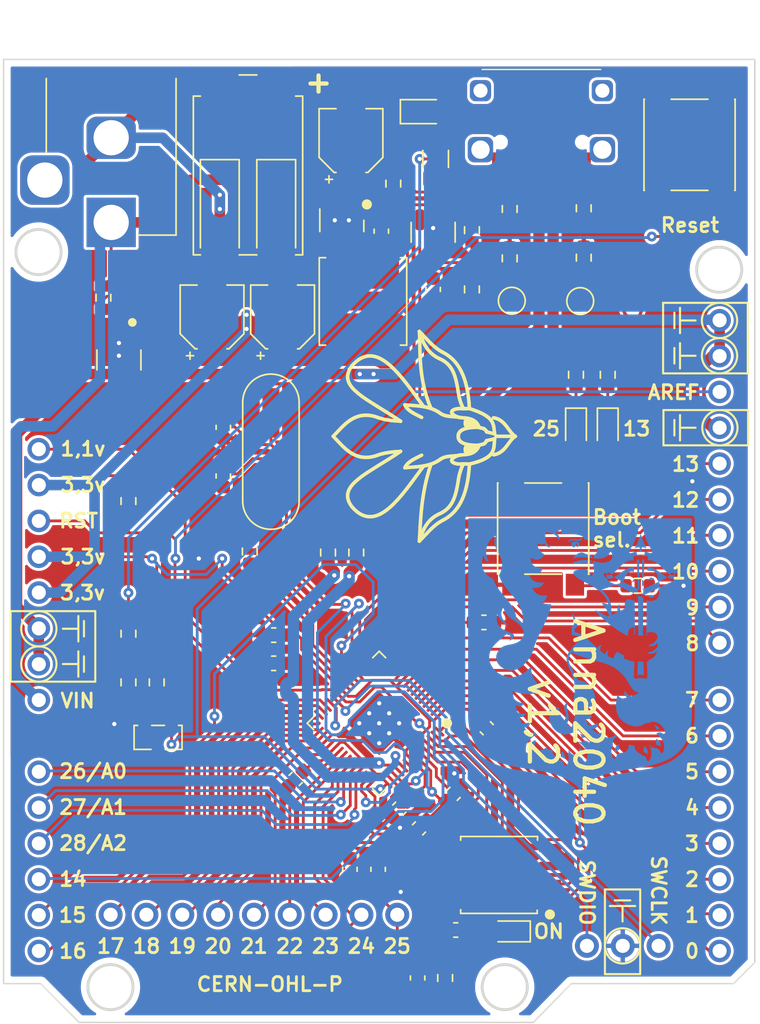
<source format=kicad_pcb>
(kicad_pcb (version 20211014) (generator pcbnew)
  (layers (0 "F.Cu" signal) (31 "B.Cu" signal) (34 "B.Paste" user) (35 "F.Paste" user) (36 "B.SilkS" user "B.Silkscreen") (37 "F.SilkS" user "F.Silkscreen") (38 "B.Mask" user) (39 "F.Mask" user) (44 "Edge.Cuts" user))
  (net 0 "")
  (net 1 "+1V1")
  (net 2 "+3.3V")
  (net 3 "RST")
  (net 4 "VBUS")
  (net 5 "GND")
  (net 6 "VSYS")
  (net 7 "GPIO26")
  (net 8 "GPIO27")
  (net 9 "GPIO28")
  (net 10 "GPIO15")
  (net 11 "GPIO14")
  (net 12 "GPIO16")
  (net 13 "GPIO00")
  (net 14 "GPIO01")
  (net 15 "GPIO02")
  (net 16 "GPIO03")
  (net 17 "GPIO04")
  (net 18 "GPIO05")
  (net 19 "GPIO06")
  (net 20 "GPIO07")
  (net 21 "GPIO08")
  (net 22 "GPIO09")
  (net 23 "GPIO10")
  (net 24 "GPIO11")
  (net 25 "GPIO12")
  (net 26 "GPIO13")
  (net 27 "AREF")
  (net 28 "Net-(C3-Pad1)")
  (net 29 "Net-(C1-Pad2)")
  (net 30 "Net-(C16-Pad1)")
  (net 31 "Net-(C16-Pad2)")
  (net 32 "Net-(D4-Pad2)")
  (net 33 "GPIO17")
  (net 34 "GPIO18")
  (net 35 "GPIO19")
  (net 36 "Net-(J7-PadA5)")
  (net 37 "DP")
  (net 39 "Net-(J7-PadB5)")
  (net 41 "GPIO20")
  (net 42 "GPIO21")
  (net 43 "GPIO22")
  (net 44 "GPIO23")
  (net 45 "GPIO24")
  (net 46 "GPIO25")
  (net 47 "SWCLK")
  (net 48 "SWD")
  (net 49 "Net-(C2-Pad2)")
  (net 50 "Net-(R4-Pad1)")
  (net 51 "QSPI_SS")
  (net 52 "3,3V_EN")
  (net 53 "D+")
  (net 54 "D-")
  (net 55 "QSPI_SD3")
  (net 56 "QSPI_SCLK")
  (net 57 "QSPI_SD0")
  (net 58 "QSPI_SD2")
  (net 59 "QSPI_SD1")
  (net 60 "VBUSPIN")
  (net 61 "Net-(R1-Pad1)")
  (net 62 "GND1")
  (net 63 "Net-(D5-Pad1)")
  (net 64 "Net-(D2-Pad1)")
  (net 65 "Net-(D3-Pad1)")
  (net 66 "GPIO29")
  (net 68 "DN")
  (footprint "Resistor_SMD:R_0603_1608Metric" (layer "F.Cu") (at 159.674 119.801 -90)
    (fp_text reference "R12" hide)
    (fp_text value "470Ω")
  )
  (footprint "Package_SO:SOIC-8_5.23x5.23mm_P1.27mm" (layer "F.Cu") (at 163.5 112.5 180)
    (fp_text reference "U2" hide)
    (fp_text value "W25Q16JVSSIQ")
  )
  (footprint "Capacitor_SMD:C_0603_1608Metric" (layer "F.Cu") (at 143.949 84.226 -90)
    (fp_text reference "C2" hide)
    (fp_text value "20pf")
  )
  (footprint "Capacitor_SMD:C_0603_1608Metric" (layer "F.Cu") (at 160.274 106.751 -135)
    (fp_text reference "C4" hide)
    (fp_text value "100nf")
  )
  (footprint "Capacitor_SMD:C_0603_1608Metric" (layer "F.Cu") (at 155.15 66.874 -90)
    (fp_text reference "C16" hide)
    (fp_text value "100nf")
  )
  (footprint "Resistor_SMD:R_0603_1608Metric" (layer "F.Cu") (at 171.2 77.05 90)
    (fp_text reference "R11" hide)
    (fp_text value "470Ω")
  )
  (footprint "Resistor_SMD:R_0603_1608Metric" (layer "F.Cu") (at 137.224 98.851 -90)
    (fp_text reference "R8" hide)
    (fp_text value "10kΩ")
  )
  (footprint "Package_DFN_QFN:QFN-56-1EP_7x7mm_P0.4mm_EP3.2x3.2mm" (layer "F.Cu") (at 155 101.75 -135)
    (fp_text reference "U1" hide)
    (fp_text value "RP2040")
  )
  (footprint "Capacitor_SMD:C_0603_1608Metric" (layer "F.Cu") (at 157.824 109.201 45)
    (fp_text reference "C6" hide)
    (fp_text value "2,2µf")
  )
  (footprint "Resistor_SMD:R_0603_1608Metric" (layer "F.Cu") (at 169.5 68.75 90)
    (fp_text reference "RV2" hide)
    (fp_text value "Varistor")
  )
  (footprint "Resistor_SMD:R_0603_1608Metric" (layer "F.Cu") (at 153.375 89.65 -90)
    (fp_text reference "R14" hide)
    (fp_text value "27Ω")
  )
  (footprint "Inductor_SMD:L_Bourns_SRN6045TA" (layer "F.Cu") (at 153.851 71.85 -90)
    (fp_text reference "L1" hide)
    (fp_text value "3,9µH")
  )
  (footprint "Connector_PinSocket_2.54mm:PinSocket_1x09_P2.54mm_Vertical" (layer "F.Cu") (at 135.96 115.32 90)
    (fp_text reference "J5" hide)
    (fp_text value "Conn_01x09")
  )
  (footprint "Capacitor_SMD:C_0603_1608Metric" (layer "F.Cu") (at 158.824 71.001 -90)
    (fp_text reference "C3" hide)
    (fp_text value "1nf")
  )
  (footprint "Capacitor_SMD:C_0603_1608Metric" (layer "F.Cu") (at 157.724 119.801 90)
    (fp_text reference "C7" hide)
    (fp_text value "100nf")
  )
  (footprint "Resistor_SMD:R_0603_1608Metric" (layer "F.Cu") (at 164.25 65.3 -90)
    (fp_text reference "R15" hide)
    (fp_text value "5,1kΩ")
  )
  (footprint "Resistor_SMD:R_0603_1608Metric" (layer "F.Cu") (at 139.23 98.851 -90)
    (fp_text reference "R5" hide)
    (fp_text value "2kΩ")
  )
  (footprint "Button_Switch_SMD:SW_Push_1P1T_NO_6x6mm_H9.5mm" (layer "F.Cu") (at 166.624 87.951 90)
    (fp_text reference "SW1" hide)
    (fp_text value "SW_Push")
  )
  (footprint "Resistor_SMD:R_0603_1608Metric" (layer "F.Cu") (at 168.95 77.05 90)
    (fp_text reference "R10" hide)
    (fp_text value "470Ω")
  )
  (footprint "LED_SMD:LED_0603_1608Metric" (layer "F.Cu") (at 171.2 80.9 -90)
    (fp_text reference "D3" hide)
    (fp_text value "LED_YELLOW")
  )
  (footprint "Resistor_SMD:R_0603_1608Metric" (layer "F.Cu") (at 137.224 86 90)
    (fp_text reference "R6" hide)
    (fp_text value "100kΩ")
  )
  (footprint "Connector_BarrelJack:BarrelJack_Horizontal" (layer "F.Cu") (at 136 66.25 -90)
    (fp_text reference "J6" hide)
    (fp_text value "Barrel_Jack_MountingPin")
  )
  (footprint "Button_Switch_SMD:SW_Push_1P1T_NO_6x6mm_H9.5mm" (layer "F.Cu") (at 177 60.75 90)
    (fp_text reference "SW2" hide)
    (fp_text value "SW_Push")
  )
  (footprint "Resistor_SMD:R_0603_1608Metric" (layer "F.Cu") (at 156 63.5 -90)
    (fp_text reference "R9" hide)
    (fp_text value "100kΩ")
  )
  (footprint "Resistor_SMD:R_0603_1608Metric" (layer "F.Cu") (at 169.5 65.25 90)
    (fp_text reference "R16" hide)
    (fp_text value "5,1kΩ")
  )
  (footprint "LED_SMD:LED_0603_1608Metric" (layer "F.Cu") (at 164.224 116.501 180)
    (fp_text reference "D4" hide)
    (fp_text value "LED_GREEN_PWR")
  )
  (footprint "Capacitor_SMD:C_0603_1608Metric" (layer "F.Cu") (at 154.924 112.101 -90)
    (fp_text reference "C14" hide)
    (fp_text value "2,2µf")
  )
  (footprint "Capacitor_SMD:C_0603_1608Metric" (layer "F.Cu") (at 147.52 97.5)
    (fp_text reference "C5" hide)
    (fp_text value "100nf")
  )
  (footprint "Capacitor_SMD:C_0603_1608Metric" (layer "F.Cu") (at 162.424 94.601)
    (fp_text reference "C11" hide)
    (fp_text value "100nf")
  )
  (footprint "Resistor_SMD:R_0603_1608Metric" (layer "F.Cu") (at 151.375 89.65 90)
    (fp_text reference "R13" hide)
    (fp_text value "27Ω")
  )
  (footprint "TestPoint:TestPoint_Pad_D1.5mm" (layer "F.Cu") (at 164.4 71.8 180)
    (fp_text reference "TP1" hide)
    (fp_text value "TestPoint")
  )
  (footprint "Package_TO_SOT_SMD:SOT-23" (layer "F.Cu") (at 136.55 76.0495 -90)
    (fp_text reference "Q2" hide)
    (fp_text value "PJA3432AU")
  )
  (footprint "Diode_SMD:D_SOD-323" (layer "F.Cu") (at 137.5 71.587 90)
    (fp_text reference "D5" hide)
    (fp_text value "~7v Zener")
  )
  (footprint "Resistor_SMD:R_0603_1608Metric" (layer "F.Cu") (at 161.574 71.001 -90)
    (fp_text reference "R3" hide)
    (fp_text value "100kΩ")
  )
  (footprint "Package_TO_SOT_SMD:SOT-23" (layer "F.Cu") (at 158.824 67.001 -90)
    (fp_text reference "Q1" hide)
    (fp_text value "PJA3432AU")
  )
  (footprint "Package_TO_SOT_SMD:SOT-23" (layer "F.Cu") (at 139.324 102.751 -90)
    (fp_text reference "U3" hide)
    (fp_text value "LM4040DBZ-3")
  )
  (footprint "Resistor_SMD:R_0603_1608Metric" (layer "F.Cu") (at 137.224 95.401 -90)
    (fp_text reference "R7" hide)
    (fp_text value "5,6kΩ")
  )
  (footprint "Resistor_SMD:R_0603_1608Metric" (layer "F.Cu") (at 161.574 66.801 -90)
    (fp_text reference "R2" hide)
    (fp_text value "200kΩ")
  )
  (footprint "DIY:WAGO SMD terminal, 2P 4mm" (layer "F.Cu") (at 145.7 62.05)
    (fp_text reference "J1" hide)
    (fp_text value "Conn_01x02")
  )
  (footprint "Capacitor_SMD:C_0603_1608Metric" (layer "F.Cu") (at 162.624 102.101 -45)
    (fp_text reference "C12" hide)
    (fp_text value "100nf")
  )
  (footprint "Capacitor_SMD:CP_Elec_4x4.5" (layer "F.Cu") (at 153 60.45 90)
    (fp_text reference "C17" hide)
    (fp_text value "10µf")
  )
  (footprint "Capacitor_SMD:C_0603_1608Metric" (layer "F.Cu") (at 147.524 95.501)
    (fp_text reference "C8" hide)
    (fp_text value "100nf")
  )
  (footprint "Package_TO_SOT_SMD:TSOT-23-6" (layer "F.Cu") (at 152.351 66.1 -90)
    (fp_text reference "U4" hide)
    (fp_text value "AP63203WU")
  )
  (footprint "Capacitor_SMD:C_0603_1608Metric" (layer "F.Cu") (at 160.424 116.401)
    (fp_text reference "C15" hide)
    (fp_text value "2,2µf")
  )
  (footprint "Capacitor_SMD:C_0603_1608Metric" (layer "F.Cu") (at 152.924 112.101 -90)
    (fp_text reference "C13" hide)
    (fp_text value "100nf")
  )
  (footprint "Capacitor_SMD:C_0603_1608Metric" (layer "F.Cu") (at 143.949 80.776 90)
    (fp_text reference "C1" hide)
    (fp_text value "20pf")
  )
  (footprint "Fuse:Fuse_1206_3216Metric" (layer "F.Cu") (at 159 61.75 -90)
    (fp_text reference "F1" hide)
    (fp_text value "500mA")
  )
  (footprint "Capacitor_SMD:CP_Elec_4x4.5" (layer "F.Cu") (at 143.15 72.95 90)
    (fp_text reference "C18" hide)
    (fp_text value "22µf")
  )
  (footprint "Capacitor_SMD:CP_Elec_4x4.5" (layer "F.Cu") (at 148.15 72.95 90)
    (fp_text reference "C19" hide)
    (fp_text value "22µf")
  )
  (footprint "Crystal:Crystal_SMD_7050-2Pin_7.0x5.0mm" (layer "F.Cu") (at 147.324 82.501 90)
    (fp_text reference "Y1" hide)
    (fp_text value "Crystal_Small")
  )
  (footprint "LED_SMD:LED_0603_1608Metric" (layer "F.Cu") (at 168.95 80.9 -90)
    (fp_text reference "D2" hide)
    (fp_text value "LED_GREEN")
  )
  (footprint "Resistor_SMD:R_0603_1608Metric" (layer "F.Cu") (at 173.324 92.001)
    (fp_text reference "R4" hide)
    (fp_text value "1kΩ")
  )
  (footprint "TestPoint:TestPoint_Pad_D1.5mm" (layer "F.Cu") (at 169.25 71.825 180)
    (fp_text reference "TP2" hide)
    (fp_text value "TestPoint")
  )
  (footprint "Resistor_SMD:R_0603_1608Metric" (layer "F.Cu") (at 135.45 71.587 -90)
    (fp_text reference "R17" hide)
    (fp_text value "10kΩ")
  )
  (footprint "USB-C-Connectors-master:TYPE-C-31-M-12" (layer "F.Cu") (at 166.5 56.9125 180)
    (fp_text reference "J7" hide)
    (fp_text value "USB_C_Receptacle_USB2.0")
  )
  (footprint "Capacitor_SMD:C_0603_1608Metric" (layer "F.Cu") (at 149.074 105.701 -135)
    (fp_text reference "C9" hide)
    (fp_text value "100nf")
  )
  (footprint "Resistor_SMD:R_0603_1608Metric" (layer "F.Cu") (at 145.824 89.575 90)
    (fp_text reference "R1" hide)
    (fp_text value "1kΩ")
  )
  (footprint "Diode_SMD:D_SOD-323" (layer "F.Cu") (at 158 58.4)
    (fp_text reference "D1" hide)
    (fp_text value "D_Small")
  )
  (footprint "Resistor_SMD:R_0603_1608Metric" (layer "F.Cu") (at 164.25 68.8 90)
    (fp_text reference "RV1" hide)
    (fp_text value "Varistor")
  )
  (footprint "Capacitor_SMD:C_0603_1608Metric" (layer "F.Cu") (at 156.424 107.801 45)
    (fp_text reference "C10" hide)
    (fp_text value "100nf")
  )
  (footprint "Connector_PinSocket_2.54mm:PinSocket_1x03_P2.54mm_Vertical" (layer "B.Cu") (at 169.725 117.525 -90)
    (fp_text reference "J10" hide)
    (fp_text value "Debug")
  )
  (footprint "Module:Arduino_UNO_R3" (layer "B.Cu") (at 130.87 82.325 -90)
    (fp_text reference "A1" hide)
    (fp_text value "Arduino_UNO_R3")
  )
  (gr_line (start 172.334585 69.699647) (end 172.237591 69.682119) (layer "F.Cu") (width 0.225))
  (gr_line (start 172.498706 69.397898) (end 172.54275 69.456885) (layer "F.Cu") (width 0.225))
  (gr_line (start 173.77257 69.449168) (end 173.83294 69.539227) (layer "F.Cu") (width 0.225))
  (gr_line (start 173.081783 70.518431) (end 173.080391 70.555129) (layer "F.Cu") (width 0.225))
  (gr_line (start 173.999239 70.208088) (end 174.021298 70.185123) (layer "F.Cu") (width 0.225))
  (gr_line (start 172.901065 69.907119) (end 172.776998 69.848461) (layer "F.Cu") (width 0.225))
  (gr_line (start 172.330815 68.662351) (end 172.312063 68.73393) (layer "F.Cu") (width 0.225))
  (gr_line (start 174.21948 70.591062) (end 174.21948 70.591062) (layer "F.Cu") (width 0.225))
  (gr_line (start 174.999755 70.63059) (end 174.995135 70.670538) (layer "F.Cu") (width 0.225))
  (gr_line (start 172.54275 71.728115) (end 172.637569 71.615499) (layer "F.Cu") (width 0.225))
  (gr_line (start 171.662202 69.76972) (end 171.615788 69.803812) (layer "F.Cu") (width 0.225))
  (gr_line (start 172.420085 71.909928) (end 172.457636 71.84774) (layer "F.Cu") (width 0.225))
  (gr_line (start 172.304285 68.944432) (end 172.316028 69.01285) (layer "F.Cu") (width 0.225))
  (gr_line (start 174.354139 69.251185) (end 174.310224 69.235804) (layer "F.Cu") (width 0.225))
  (gr_line (start 174.103847 70.051418) (end 174.121956 70.099777) (layer "F.Cu") (width 0.225))
  (gr_line (start 174.11467 69.214209) (end 174.06126 69.219755) (layer "F.Cu") (width 0.225))
  (gr_line (start 171.461071 70.935876) (end 171.473641 70.878137) (layer "F.Cu") (width 0.225))
  (gr_line (start 171.904938 69.680035) (end 171.835751 69.694743) (layer "F.Cu") (width 0.225))
  (gr_line (start 173.439042 68.311572) (end 173.410219 68.266365) (layer "F.Cu") (width 0.225))
  (gr_line (start 171.547826 70.704036) (end 171.584811 70.646898) (layer "F.Cu") (width 0.225))
  (gr_line (start 174.157701 70.215879) (end 174.172853 70.277819) (layer "F.Cu") (width 0.225))
  (gr_line (start 173.086836 70.738118) (end 173.083944 70.702547) (layer "F.Cu") (width 0.225))
  (gr_line (start 173.010266 73.11477) (end 172.957359 73.104809) (layer "F.Cu") (width 0.225))
  (gr_line (start 174.611347 71.020064) (end 174.628369 71.055594) (layer "F.Cu") (width 0.225))
  (gr_line (start 174.819866 70.162119) (end 174.803076 70.14789) (layer "F.Cu") (width 0.225))
  (gr_line (start 173.283913 69.815519) (end 173.257801 69.861992) (layer "F.Cu") (width 0.225))
  (gr_line (start 173.379602 68.225269) (end 173.347112 68.188464) (layer "F.Cu") (width 0.225))
  (gr_line (start 174.7039 70.083272) (end 174.680823 70.071758) (layer "F.Cu") (width 0.225))
  (gr_line (start 173.771595 71.862118) (end 173.709772 71.82511) (layer "F.Cu") (width 0.225))
  (gr_line (start 173.440795 69.593682) (end 173.405333 69.636415) (layer "F.Cu") (width 0.225))
  (gr_line (start 174.640886 71.655975) (end 174.619753 71.696906) (layer "F.Cu") (width 0.225))
  (gr_line (start 172.358558 72.594765) (end 172.330815 72.522649) (layer "F.Cu") (width 0.225))
  (gr_line (start 174.700235 71.327687) (end 174.70188 71.377714) (layer "F.Cu") (width 0.225))
  (gr_line (start 173.108404 68.067886) (end 173.060588 68.066188) (layer "F.Cu") (width 0.225))
  (gr_line (start 174.89014 70.238991) (end 174.877815 70.222902) (layer "F.Cu") (width 0.225))
  (gr_line (start 174.140719 70.156238) (end 174.157701 70.215879) (layer "F.Cu") (width 0.225))
  (gr_line (start 174.995135 70.670538) (end 174.988795 70.709959) (layer "F.Cu") (width 0.225))
  (gr_line (start 171.714354 71.443493) (end 171.662202 71.413553) (layer "F.Cu") (width 0.225))
  (gr_line (start 174.548799 70.272799) (end 174.57155 70.236596) (layer "F.Cu") (width 0.225))
  (gr_line (start 172.651294 68.225131) (end 172.570387 68.298416) (layer "F.Cu") (width 0.225))
  (gr_line (start 173.686389 69.190936) (end 173.660252 69.028355) (layer "F.Cu") (width 0.225))
  (gr_line (start 174.694975 71.277129) (end 174.700235 71.327687) (layer "F.Cu") (width 0.225))
  (gr_line (start 174.06126 69.219755) (end 174.006221 69.230063) (layer "F.Cu") (width 0.225))
  (gr_line (start 173.16515 70.052599) (end 173.16515 70.052599) (layer "F.Cu") (width 0.225))
  (gr_line (start 174.766823 71.064303) (end 174.746919 71.077248) (layer "F.Cu") (width 0.225))
  (gr_line (start 172.501207 68.371671) (end 172.443207 68.444793) (layer "F.Cu") (width 0.225))
  (gr_line (start 173.186889 70.004378) (end 173.16515 70.052599) (layer "F.Cu") (width 0.225))
  (gr_line (start 174.103847 71.133458) (end 174.121956 71.085103) (layer "F.Cu") (width 0.225))
  (gr_line (start 173.196837 73.097222) (end 173.153794 73.109856) (layer "F.Cu") (width 0.225))
  (gr_line (start 174.021298 70.999143) (end 174.044679 71.021494) (layer "F.Cu") (width 0.225))
  (gr_line (start 172.651294 72.959866) (end 172.570387 72.886581) (layer "F.Cu") (width 0.225))
  (gr_line (start 171.575141 71.341091) (end 171.540289 71.299285) (layer "F.Cu") (width 0.225))
  (gr_line (start 174.524161 70.308845) (end 174.548799 70.272799) (layer "F.Cu") (width 0.225))
  (gr_line (start 171.540289 69.88351) (end 171.511262 69.928405) (layer "F.Cu") (width 0.225))
  (gr_line (start 174.686026 69.66219) (end 174.674113 69.616206) (layer "F.Cu") (width 0.225))
  (gr_line (start 173.094667 70.37713) (end 173.090423 70.411687) (layer "F.Cu") (width 0.225))
  (gr_line (start 173.372086 71.504822) (end 173.340882 71.460385) (layer "F.Cu") (width 0.225))
  (gr_line (start 174.084487 71.18147) (end 174.103847 71.133458) (layer "F.Cu") (width 0.225))
  (gr_line (start 174.140719 71.028529) (end 174.157701 70.968581) (layer "F.Cu") (width 0.225))
  (gr_line (start 171.615788 71.3793) (end 171.575141 71.341091) (layer "F.Cu") (width 0.225))
  (gr_line (start 172.737714 71.510701) (end 172.838809 71.414531) (layer "F.Cu") (width 0.225))
  (gr_line (start 173.196837 68.087777) (end 173.153794 68.075143) (layer "F.Cu") (width 0.225))
  (gr_line (start 174.611347 70.164572) (end 174.628369 70.129176) (layer "F.Cu") (width 0.225))
  (gr_line (start 172.357733 72.038547) (end 172.386602 71.973564) (layer "F.Cu") (width 0.225))
  (gr_line (start 174.619753 71.696906) (end 174.595727 71.735767) (layer "F.Cu") (width 0.225))
  (gr_line (start 174.121956 71.085103) (end 174.121956 71.085103) (layer "F.Cu") (width 0.225))
  (gr_line (start 173.117481 70.941568) (end 173.10498 70.875466) (layer "F.Cu") (width 0.225))
  (gr_line (start 173.995517 71.370346) (end 174.01939 71.323575) (layer "F.Cu") (width 0.225))
  (gr_line (start 173.873539 70.496525) (end 173.880065 70.454226) (layer "F.Cu") (width 0.225))
  (gr_line (start 174.656599 70.060684) (end 174.656599 70.060684) (layer "F.Cu") (width 0.225))
  (gr_line (start 173.372086 69.680035) (end 173.340882 69.724471) (layer "F.Cu") (width 0.225))
  (gr_line (start 173.869141 70.640407) (end 173.873539 70.685777) (layer "F.Cu") (width 0.225))
  (gr_line (start 174.785707 71.050908) (end 174.766823 71.064303) (layer "F.Cu") (width 0.225))
  (gr_line (start 171.772213 69.71483) (end 171.714354 69.739941) (layer "F.Cu") (width 0.225))
  (gr_line (start 174.299868 70.64339) (end 174.33738 70.672508) (layer "F.Cu") (width 0.225))
  (gr_line (start 174.703952 71.101736) (end 174.680836 71.113252) (layer "F.Cu") (width 0.225))
  (gr_line (start 173.186889 71.180471) (end 173.16515 71.132247) (layer "F.Cu") (width 0.225))
  (gr_line (start 174.406981 70.447203) (end 174.439046 70.413913) (layer "F.Cu") (width 0.225))
  (gr_line (start 173.131873 71.006251) (end 173.117481 70.941568) (layer "F.Cu") (width 0.225))
  (gr_line (start 173.944811 69.721794) (end 173.970641 69.768026) (layer "F.Cu") (width 0.225))
  (gr_line (start 174.643456 71.09038) (end 174.656599 71.124201) (layer "F.Cu") (width 0.225))
  (gr_line (start 173.832242 71.893401) (end 173.771595 71.862118) (layer "F.Cu") (width 0.225))
  (gr_line (start 173.083944 70.482309) (end 173.081783 70.518431) (layer "F.Cu") (width 0.225))
  (gr_line (start 171.584811 70.646898) (end 171.627973 70.590804) (layer "F.Cu") (width 0.225))
  (gr_line (start 173.562204 69.471489) (end 173.519058 69.51115) (layer "F.Cu") (width 0.225))
  (gr_line (start 173.519058 69.51115) (end 173.478646 69.551904) (layer "F.Cu") (width 0.225))
  (gr_line (start 174.186128 70.842351) (end 174.197477 70.777966) (layer "F.Cu") (width 0.225))
  (gr_line (start 174.988795 70.709959) (end 174.980531 70.748743) (layer "F.Cu") (width 0.225))
  (gr_line (start 174.157701 70.968581) (end 174.172853 70.906205) (layer "F.Cu") (width 0.225))
  (gr_line (start 173.405333 69.636415) (end 173.372086 69.680035) (layer "F.Cu") (width 0.225))
  (gr_line (start 173.153794 68.075143) (end 173.108404 68.067886) (layer "F.Cu") (width 0.225))
  (gr_line (start 174.172853 70.277819) (end 174.186128 70.341172) (layer "F.Cu") (width 0.225))
  (gr_line (start 174.864653 70.207156) (end 174.850626 70.191767) (layer "F.Cu") (width 0.225))
  (gr_line (start 171.453993 71.048773) (end 171.454531 70.992874) (layer "F.Cu") (width 0.225))
  (gr_line (start 174.469273 70.379616) (end 174.497648 70.344522) (layer "F.Cu") (width 0.225))
  (gr_line (start 173.117481 70.243284) (end 173.10498 70.309386) (layer "F.Cu") (width 0.225))
  (gr_line (start 173.660252 72.156643) (end 173.63073 72.311471) (layer "F.Cu") (width 0.225))
  (gr_line (start 174.924124 70.895299) (end 174.903161 70.929241) (layer "F.Cu") (width 0.225))
  (gr_line (start 173.108404 73.117113) (end 173.060588 73.118811) (layer "F.Cu") (width 0.225))
  (gr_line (start 173.709772 69.35976) (end 173.657388 69.395725) (layer "F.Cu") (width 0.225))
  (gr_line (start 174.746728 70.107754) (end 174.72586 70.095276) (layer "F.Cu") (width 0.225))
  (gr_line (start 173.970641 69.768026) (end 173.995517 69.81452) (layer "F.Cu") (width 0.225))
  (gr_line (start 172.357733 69.146453) (end 172.386602 69.211436) (layer "F.Cu") (width 0.225))
  (gr_line (start 174.968074 70.396772) (end 174.955361 70.359964) (layer "F.Cu") (width 0.225))
  (gr_line (start 174.507197 71.838013) (end 174.472504 71.866674) (layer "F.Cu") (width 0.225))
  (gr_line (start 172.395839 72.667318) (end 172.358558 72.594765) (layer "F.Cu") (width 0.225))
  (gr_line (start 174.216245 71.968252) (end 174.166362 71.971655) (layer "F.Cu") (width 0.225))
  (gr_line (start 173.237611 73.079392) (end 173.196837 73.097222) (layer "F.Cu") (width 0.225))
  (gr_line (start 172.457636 69.33726) (end 172.498706 69.397898) (layer "F.Cu") (width 0.225))
  (gr_line (start 174.084487 70.003403) (end 174.103847 70.051418) (layer "F.Cu") (width 0.225))
  (gr_line (start 171.48809 69.976189) (end 171.470801 70.026506) (layer "F.Cu") (width 0.225))
  (gr_line (start 173.080391 70.555129) (end 173.079804 70.592433) (layer "F.Cu") (width 0.225))
  (gr_line (start 171.511262 69.928405) (end 171.48809 69.976189) (layer "F.Cu") (width 0.225))
  (gr_line (start 174.524161 70.874931) (end 174.548799 70.911225) (layer "F.Cu") (width 0.225))
  (gr_line (start 174.803076 70.14789) (end 174.785309 70.134076) (layer "F.Cu") (width 0.225))
  (gr_line (start 174.680823 70.071758) (end 174.656599 70.060747) (layer "F.Cu") (width 0.225))
  (gr_line (start 172.312063 68.73393) (end 172.301755 68.804871) (layer "F.Cu") (width 0.225))
  (gr_line (start 174.879042 70.961883) (end 174.865736 70.977682) (layer "F.Cu") (width 0.225))
  (gr_line (start 173.083944 70.702547) (end 173.081783 70.666427) (layer "F.Cu") (width 0.225))
  (gr_line (start 174.21948 70.591062) (end 174.21948 70.591061) (layer "F.Cu") (width 0.225))
  (gr_line (start 173.257801 71.322863) (end 173.233042 71.275848) (layer "F.Cu") (width 0.225))
  (gr_line (start 174.865736 70.977682) (end 174.851564 70.993115) (layer "F.Cu") (width 0.225))
  (gr_line (start 174.903161 70.929241) (end 174.891509 70.945731) (layer "F.Cu") (width 0.225))
  (gr_line (start 174.595727 69.449116) (end 174.568899 69.412516) (layer "F.Cu") (width 0.225))
  (gr_line (start 174.922379 70.289164) (end 174.901657 70.255407) (layer "F.Cu") (width 0.225))
  (gr_line (start 173.959413 70.9255) (end 173.978584 70.951376) (layer "F.Cu") (width 0.225))
  (gr_line (start 174.21948 70.5911) (end 174.21948 70.5911) (layer "F.Cu") (width 0.225))
  (gr_line (start 174.044679 71.021494) (end 174.069303 71.043128) (layer "F.Cu") (width 0.225))
  (gr_line (start 173.709772 71.82511) (end 173.709772 71.82511) (layer "F.Cu") (width 0.225))
  (gr_line (start 174.095089 70.120667) (end 174.121956 70.099832) (layer "F.Cu") (width 0.225))
  (gr_line (start 171.459426 70.079002) (end 171.453993 70.133319) (layer "F.Cu") (width 0.225))
  (gr_line (start 174.373088 70.703314) (end 174.406981 70.735587) (layer "F.Cu") (width 0.225))
  (gr_line (start 172.146101 69.67175) (end 172.060142 69.668183) (layer "F.Cu") (width 0.225))
  (gr_line (start 173.63073 68.873527) (end 173.597191 68.7279) (layer "F.Cu") (width 0.225))
  (gr_line (start 174.680836 71.113252) (end 174.656599 71.124263) (layer "F.Cu") (width 0.225))
  (gr_line (start 174.497648 70.344522) (end 174.524161 70.308845) (layer "F.Cu") (width 0.225))
  (gr_line (start 174.628369 71.055594) (end 174.643456 71.09038) (layer "F.Cu") (width 0.225))
  (gr_line (start 174.568899 69.412516) (end 174.539359 69.378371) (layer "F.Cu") (width 0.225))
  (gr_line (start 174.877815 70.222902) (end 174.864653 70.207156) (layer "F.Cu") (width 0.225))
  (gr_line (start 172.237591 71.50234) (end 172.146101 71.512583) (layer "F.Cu") (width 0.225))
  (gr_line (start 174.700235 69.857197) (end 174.70188 69.807169) (layer "F.Cu") (width 0.225))
  (gr_line (start 172.443207 72.740206) (end 172.395839 72.667318) (layer "F.Cu") (width 0.225))
  (gr_line (start 171.473641 70.878137) (end 171.492271 70.820012) (layer "F.Cu") (width 0.225))
  (gr_line (start 172.782343 73.037595) (end 172.718308 73.002143) (layer "F.Cu") (width 0.225))
  (gr_line (start 174.121956 70.099777) (end 174.121956 70.099777) (layer "F.Cu") (width 0.225))
  (gr_line (start 174.044679 70.163064) (end 174.069303 70.141662) (layer "F.Cu") (width 0.225))
  (gr_line (start 174.216245 69.216635) (end 174.166362 69.213233) (layer "F.Cu") (width 0.225))
  (gr_line (start 172.316028 69.01285) (end 172.334026 69.080224) (layer "F.Cu") (width 0.225))
  (gr_line (start 172.782343 68.147403) (end 172.718308 68.182854) (layer "F.Cu") (width 0.225))
  (gr_line (start 173.081783 70.666427) (end 173.080391 70.629731) (layer "F.Cu") (width 0.225))
  (gr_line (start 173.709772 69.359781) (end 173.77257 69.449168) (layer "F.Cu") (width 0.225))
  (gr_line (start 172.843477 73.066403) (end 172.782343 73.037595) (layer "F.Cu") (width 0.225))
  (gr_line (start 171.470801 71.155845) (end 171.459426 71.103215) (layer "F.Cu") (width 0.225))
  (gr_line (start 172.457636 71.84774) (end 172.498706 71.787102) (layer "F.Cu") (width 0.225))
  (gr_line (start 172.54275 69.456885) (end 172.637569 69.569501) (layer "F.Cu") (width 0.225))
  (gr_line (start 173.233042 69.909005) (end 173.209462 69.956491) (layer "F.Cu") (width 0.225))
  (gr_line (start 173.949646 71.939562) (end 173.891622 71.919152) (layer "F.Cu") (width 0.225))
  (gr_line (start 175.00286 70.590225) (end 174.999755 70.63059) (layer "F.Cu") (width 0.225))
  (gr_line (start 174.20685 70.468589) (end 174.214201 70.530885) (layer "F.Cu") (width 0.225))
  (gr_line (start 172.658288 69.798741) (end 172.544962 69.757602) (layer "F.Cu") (width 0.225))
  (gr_line (start 173.147861 70.115113) (end 173.131873 70.1786) (layer "F.Cu") (width 0.225))
  (gr_line (start 172.334026 69.080224) (end 172.357733 69.146453) (layer "F.Cu") (width 0.225))
  (gr_line (start 174.33738 70.672508) (end 174.373088 70.703314) (layer "F.Cu") (width 0.225))
  (gr_line (start 173.16515 70.052599) (end 173.147861 70.115113) (layer "F.Cu") (width 0.225))
  (gr_line (start 172.544962 69.757602) (end 172.437051 69.72469) (layer "F.Cu") (width 0.225))
  (gr_line (start 173.925846 70.868618) (end 173.941807 70.897991) (layer "F.Cu") (width 0.225))
  (gr_line (start 172.737714 69.674299) (end 172.838809 69.770469) (layer "F.Cu") (width 0.225))
  (gr_line (start 172.718308 73.002143) (end 172.651294 72.959866) (layer "F.Cu") (width 0.225))
  (gr_line (start 172.570387 68.298416) (end 172.501207 68.371671) (layer "F.Cu") (width 0.225))
  (gr_line (start 175.00286 70.590198) (end 174.998988 70.550653) (layer "F.Cu") (width 0.225))
  (gr_line (start 172.776998 69.848461) (end 172.658288 69.798741) (layer "F.Cu") (width 0.225))
  (gr_line (start 173.060588 73.118811) (end 173.010266 73.11477) (layer "F.Cu") (width 0.225))
  (gr_line (start 172.316028 72.17215) (end 172.334026 72.104776) (layer "F.Cu") (width 0.225))
  (gr_line (start 172.838809 71.414531) (end 173.16515 71.13233) (layer "F.Cu") (width 0.225))
  (gr_line (start 174.21948 70.591061) (end 174.260564 70.566011) (layer "F.Cu") (width 0.225))
  (gr_line (start 173.597191 72.457098) (end 173.559003 72.592075) (layer "F.Cu") (width 0.225))
  (gr_line (start 174.539359 71.806513) (end 174.507197 71.838013) (layer "F.Cu") (width 0.225))
  (gr_line (start 174.264229 69.224223) (end 174.216245 69.216635) (layer "F.Cu") (width 0.225))
  (gr_line (start 174.980531 70.748743) (end 174.970136 70.786779) (layer "F.Cu") (width 0.225))
  (gr_line (start 173.080391 70.629731) (end 173.079804 70.592431) (layer "F.Cu") (width 0.225))
  (gr_line (start 174.998988 70.550653) (end 174.993799 70.51142) (layer "F.Cu") (width 0.225))
  (gr_line (start 173.880065 70.454226) (end 173.88864 70.415069) (layer "F.Cu") (width 0.225))
  (gr_line (start 173.16515 70.05267) (end 173.030459 69.97507) (layer "F.Cu") (width 0.225))
  (gr_line (start 174.131557 71.057297) (end 174.140719 71.028529) (layer "F.Cu") (width 0.225))
  (gr_line (start 174.836501 71.008168) (end 174.820521 71.022827) (layer "F.Cu") (width 0.225))
  (gr_line (start 173.959413 70.257727) (end 173.978584 70.232206) (layer "F.Cu") (width 0.225))
  (gr_line (start 174.970136 70.786779) (end 174.957407 70.823958) (layer "F.Cu") (width 0.225))
  (gr_line (start 174.940205 70.324055) (end 174.922379 70.289164) (layer "F.Cu") (width 0.225))
  (gr_line (start 173.891622 69.265738) (end 173.832242 69.291489) (layer "F.Cu") (width 0.225))
  (gr_line (start 174.694685 71.475409) (end 174.686026 71.522693) (layer "F.Cu") (width 0.225))
  (gr_line (start 172.060142 69.668183) (end 171.979744 69.671063) (layer "F.Cu") (width 0.225))
  (gr_line (start 174.310224 71.949082) (end 174.264229 71.960664) (layer "F.Cu") (width 0.225))
  (gr_line (start 174.166362 69.213233) (end 174.11467 69.214209) (layer "F.Cu") (width 0.225))
  (gr_line (start 173.276195 73.056547) (end 173.237611 73.079392) (layer "F.Cu") (width 0.225))
  (gr_line (start 172.312063 72.451069) (end 172.301755 72.380129) (layer "F.Cu") (width 0.225))
  (gr_line (start 171.454531 70.189103) (end 171.461071 70.245997) (layer "F.Cu") (width 0.225))
  (gr_line (start 173.257801 69.861992) (end 173.233042 69.909005) (layer "F.Cu") (width 0.225))
  (gr_line (start 173.410219 68.266365) (end 173.379602 68.225269) (layer "F.Cu") (width 0.225))
  (gr_line (start 173.899182 70.378807) (end 173.911611 70.34519) (layer "F.Cu") (width 0.225))
  (gr_line (start 174.592404 70.984012) (end 174.611347 71.020064) (layer "F.Cu") (width 0.225))
  (gr_line (start 173.709772 71.82511) (end 173.77257 71.735714) (layer "F.Cu") (width 0.225))
  (gr_line (start 173.060588 68.066188) (end 173.010266 68.070228) (layer "F.Cu") (width 0.225))
  (gr_line (start 173.608256 71.751863) (end 173.562204 71.713366) (layer "F.Cu") (width 0.225))
  (gr_line (start 173.911611 70.837153) (end 173.925846 70.868618) (layer "F.Cu") (width 0.225))
  (gr_line (start 172.334026 72.104776) (end 172.357733 72.038547) (layer "F.Cu") (width 0.225))
  (gr_line (start 173.16515 71.13233) (end 173.16515 71.13233) (layer "F.Cu") (width 0.225))
  (gr_line (start 174.373088 70.47927) (end 174.406981 70.447203) (layer "F.Cu") (width 0.225))
  (gr_line (start 173.995517 69.81452) (end 174.01939 69.861292) (layer "F.Cu") (width 0.225))
  (gr_line (start 171.835751 71.489009) (end 171.772213 71.468765) (layer "F.Cu") (width 0.225))
  (gr_line (start 174.674113 69.616206) (end 174.659036 69.571715) (layer "F.Cu") (width 0.225))
  (gr_line (start 172.386602 71.973564) (end 172.420085 71.909928) (layer "F.Cu") (width 0.225))
  (gr_line (start 174.214201 70.530885) (end 174.21948 70.591062) (layer "F.Cu") (width 0.225))
  (gr_line (start 174.063924 71.22915) (end 174.084487 71.18147) (layer "F.Cu") (width 0.225))
  (gr_line (start 172.386602 69.211436) (end 172.420085 69.275072) (layer "F.Cu") (width 0.225))
  (gr_line (start 172.299345 68.875072) (end 172.304285 68.944432) (layer "F.Cu") (width 0.225))
  (gr_line (start 174.548799 70.911225) (end 174.57155 70.947659) (layer "F.Cu") (width 0.225))
  (gr_line (start 173.010266 68.070228) (end 172.957359 68.080189) (layer "F.Cu") (width 0.225))
  (gr_line (start 174.835707 70.17675) (end 174.819866 70.162119) (layer "F.Cu") (width 0.225))
  (gr_line (start 173.978584 70.232206) (end 173.999239 70.208088) (layer "F.Cu") (width 0.225))
  (gr_line (start 174.673247 70.009691) (end 174.686009 69.95865) (layer "F.Cu") (width 0.225))
  (gr_line (start 174.439046 70.769107) (end 174.469273 70.803651) (layer "F.Cu") (width 0.225))
  (gr_line (start 173.709772 69.359781) (end 173.709772 69.359781) (layer "F.Cu") (width 0.225))
  (gr_line (start 174.659036 69.571715) (end 174.640886 69.528908) (layer "F.Cu") (width 0.225))
  (gr_line (start 172.498706 71.787102) (end 172.54275 71.728115) (layer "F.Cu") (width 0.225))
  (gr_line (start 173.283913 71.369337) (end 173.257801 71.322863) (layer "F.Cu") (width 0.225))
  (gr_line (start 174.01939 69.861292) (end 174.042208 69.908354) (layer "F.Cu") (width 0.225))
  (gr_line (start 173.515532 68.470042) (end 173.466149 68.360707) (layer "F.Cu") (width 0.225))
  (gr_line (start 174.70188 69.807169) (end 174.7 69.757864) (layer "F.Cu") (width 0.225))
  (gr_line (start 172.776998 71.336453) (end 172.658288 71.38611) (layer "F.Cu") (width 0.225))
  (gr_line (start 171.453993 70.133319) (end 171.454531 70.189103) (layer "F.Cu") (width 0.225))
  (gr_line (start 173.559003 68.592923) (end 173.515532 68.470042) (layer "F.Cu") (width 0.225))
  (gr_line (start 172.901065 71.277842) (end 172.776998 71.336453) (layer "F.Cu") (width 0.225))
  (gr_line (start 172.301755 72.380129) (end 172.299345 72.309928) (layer "F.Cu") (width 0.225))
  (gr_line (start 173.466149 72.824291) (end 173.439042 72.873427) (layer "F.Cu") (width 0.225))
  (gr_line (start 172.437051 71.45999) (end 172.334585 71.484928) (layer "F.Cu") (width 0.225))
  (gr_line (start 174.006221 71.954826) (end 173.949646 71.939562) (layer "F.Cu") (width 0.225))
  (gr_line (start 174.260564 70.566011) (end 174.299868 70.538887) (layer "F.Cu") (width 0.225))
  (gr_line (start 172.443207 68.444793) (end 172.395839 68.517681) (layer "F.Cu") (width 0.225))
  (gr_line (start 173.941807 70.284899) (end 173.959413 70.257727) (layer "F.Cu") (width 0.225))
  (gr_line (start 174.43537 71.892304) (end 174.395885 71.91471) (layer "F.Cu") (width 0.225))
  (gr_line (start 173.347112 68.188464) (end 173.31267 68.156132) (layer "F.Cu") (width 0.225))
  (gr_line (start 174.01939 71.323575) (end 174.042208 71.276514) (layer "F.Cu") (width 0.225))
  (gr_line (start 174.131557 70.127555) (end 174.140719 70.156238) (layer "F.Cu") (width 0.225))
  (gr_line (start 173.379602 72.95973) (end 173.347112 72.996535) (layer "F.Cu") (width 0.225))
  (gr_line (start 173.949646 69.245327) (end 173.891622 69.265738) (layer "F.Cu") (width 0.225))
  (gr_line (start 173.440795 71.591175) (end 173.405333 71.548442) (layer "F.Cu") (width 0.225))
  (gr_line (start 171.615788 69.803812) (end 171.575141 69.841861) (layer "F.Cu") (width 0.225))
  (gr_line (start 171.516989 70.761859) (end 171.547826 70.704036) (layer "F.Cu") (width 0.225))
  (gr_line (start 172.637569 71.615499) (end 172.737714 71.510701) (layer "F.Cu") (width 0.225))
  (gr_line (start 174.095089 71.064276) (end 174.121956 71.085166) (layer "F.Cu") (width 0.225))
  (gr_line (start 174.121956 71.085103) (end 174.131557 71.057297) (layer "F.Cu") (width 0.225))
  (gr_line (start 174.993799 70.51142) (end 174.987067 70.472618) (layer "F.Cu") (width 0.225))
  (gr_line (start 173.478646 71.632952) (end 173.440795 71.591175) (layer "F.Cu") (width 0.225))
  (gr_line (start 173.873539 70.685777) (end 173.880065 70.727907) (layer "F.Cu") (width 0.225))
  (gr_line (start 174.439046 70.413913) (end 174.469273 70.379616) (layer "F.Cu") (width 0.225))
  (gr_line (start 173.094667 70.807723) (end 173.090423 70.773167) (layer "F.Cu") (width 0.225))
  (gr_line (start 174.592404 70.200449) (end 174.611347 70.164572) (layer "F.Cu") (width 0.225))
  (gr_line (start 174.686009 71.226234) (end 174.694975 71.277129) (layer "F.Cu") (width 0.225))
  (gr_line (start 173.941807 70.897991) (end 173.959413 70.9255) (layer "F.Cu") (width 0.225))
  (gr_line (start 174.851564 70.993115) (end 174.836501 71.008168) (layer "F.Cu") (width 0.225))
  (gr_line (start 174.619753 69.487977) (end 174.595727 69.449116) (layer "F.Cu") (width 0.225))
  (gr_line (start 173.83294 71.645648) (end 173.890487 71.554804) (layer "F.Cu") (width 0.225))
  (gr_line (start 173.10498 70.309386) (end 173.094667 70.37713) (layer "F.Cu") (width 0.225))
  (gr_line (start 172.570387 72.886581) (end 172.501207 72.813327) (layer "F.Cu") (width 0.225))
  (gr_line (start 172.146101 71.512583) (end 172.060142 71.516014) (layer "F.Cu") (width 0.225))
  (gr_line (start 174.197477 70.405057) (end 174.20685 70.468589) (layer "F.Cu") (width 0.225))
  (gr_line (start 173.709772 69.359823) (end 173.686389 69.190936) (layer "F.Cu") (width 0.225))
  (gr_line (start 174.659036 71.613168) (end 174.640886 71.655975) (layer "F.Cu") (width 0.225))
  (gr_line (start 174.955361 70.359964) (end 174.940205 70.324055) (layer "F.Cu") (width 0.225))
  (gr_line (start 174.33738 70.509902) (end 174.373088 70.47927) (layer "F.Cu") (width 0.225))
  (gr_line (start 174.43537 69.292581) (end 174.395885 69.270175) (layer "F.Cu") (width 0.225))
  (gr_line (start 171.470801 70.026506) (end 171.459426 70.079002) (layer "F.Cu") (width 0.225))
  (gr_line (start 171.547826 70.477564) (end 171.584811 70.534675) (layer "F.Cu") (width 0.225))
  (gr_line (start 172.334585 71.484928) (end 172.237591 71.50234) (layer "F.Cu") (width 0.225))
  (gr_line (start 172.957359 73.104809) (end 172.901789 73.088747) (layer "F.Cu") (width 0.225))
  (gr_line (start 173.869141 70.542215) (end 173.873539 70.496525) (layer "F.Cu") (width 0.225))
  (gr_line (start 174.978567 70.434362) (end 174.968074 70.396772) (layer "F.Cu") (width 0.225))
  (gr_line (start 174.539359 69.378371) (end 174.507197 69.346871) (layer "F.Cu") (width 0.225))
  (gr_line (start 171.516989 70.419786) (end 171.547826 70.477564) (layer "F.Cu") (width 0.225))
  (gr_line (start 173.030459 71.20992) (end 172.901065 71.277842) (layer "F.Cu") (width 0.225))
  (gr_line (start 174.042208 71.276514) (end 174.063924 71.22915) (layer "F.Cu") (width 0.225))
  (gr_line (start 171.979744 71.512991) (end 171.904938 71.503871) (layer "F.Cu") (width 0.225))
  (gr_line (start 174.472504 69.318211) (end 174.43537 69.292581) (layer "F.Cu") (width 0.225))
  (gr_line (start 172.901789 73.088747) (end 172.843477 73.066403) (layer "F.Cu") (width 0.225))
  (gr_line (start 174.063924 69.955719) (end 174.084487 70.003403) (layer "F.Cu") (width 0.225))
  (gr_line (start 174.656599 71.124201) (end 174.656599 71.124201) (layer "F.Cu") (width 0.225))
  (gr_line (start 172.395839 68.517681) (end 172.358558 68.590234) (layer "F.Cu") (width 0.225))
  (gr_line (start 173.347112 72.996535) (end 173.31267 73.028867) (layer "F.Cu") (width 0.225))
  (gr_line (start 173.771595 69.322773) (end 173.709772 69.359781) (layer "F.Cu") (width 0.225))
  (gr_line (start 173.597191 68.7279) (end 173.559003 68.592923) (layer "F.Cu") (width 0.225))
  (gr_line (start 171.772213 71.468765) (end 171.714354 71.443493) (layer "F.Cu") (width 0.225))
  (gr_line (start 174.069303 71.043128) (end 174.095089 71.064276) (layer "F.Cu") (width 0.225))
  (gr_line (start 174.469273 70.803651) (end 174.497648 70.839) (layer "F.Cu") (width 0.225))
  (gr_line (start 174.507197 69.346871) (end 174.472504 69.318211) (layer "F.Cu") (width 0.225))
  (gr_line (start 173.147861 71.069736) (end 173.131873 71.006251) (layer "F.Cu") (width 0.225))
  (gr_line (start 173.832242 69.291489) (end 173.771595 69.322773) (layer "F.Cu") (width 0.225))
  (gr_line (start 173.090423 70.773167) (end 173.086836 70.738118) (layer "F.Cu") (width 0.225))
  (gr_line (start 174.686009 69.95865) (end 174.694975 69.907755) (layer "F.Cu") (width 0.225))
  (gr_line (start 173.657388 69.395725) (end 173.608256 69.432992) (layer "F.Cu") (width 0.225))
  (gr_line (start 171.904938 71.503871) (end 171.835751 71.489009) (layer "F.Cu") (width 0.225))
  (gr_line (start 174.694975 69.907755) (end 174.700235 69.857197) (layer "F.Cu") (width 0.225))
  (gr_line (start 173.16515 70.05267) (end 173.16515 70.05267) (layer "F.Cu") (width 0.225))
  (gr_line (start 173.466149 68.360707) (end 173.439042 68.311572) (layer "F.Cu") (width 0.225))
  (gr_line (start 171.575141 69.841861) (end 171.540289 69.88351) (layer "F.Cu") (width 0.225))
  (gr_line (start 174.121956 70.099777) (end 174.131557 70.127555) (layer "F.Cu") (width 0.225))
  (gr_line (start 172.437051 69.72469) (end 172.334585 69.699647) (layer "F.Cu") (width 0.225))
  (gr_line (start 174.901657 70.255407) (end 174.89014 70.238991) (layer "F.Cu") (width 0.225))
  (gr_line (start 171.454531 70.992874) (end 171.461071 70.935876) (layer "F.Cu") (width 0.225))
  (gr_line (start 172.651294 68.225131) (end 172.651294 68.225131) (layer "F.Cu") (width 0.225))
  (gr_line (start 171.492271 70.361694) (end 171.516989 70.419786) (layer "F.Cu") (width 0.225))
  (gr_line (start 174.942138 70.860168) (end 174.924124 70.895299) (layer "F.Cu") (width 0.225))
  (gr_line (start 174.640886 69.528908) (end 174.619753 69.487977) (layer "F.Cu") (width 0.225))
  (gr_line (start 174.7 69.757864) (end 174.694685 69.709473) (layer "F.Cu") (width 0.225))
  (gr_line (start 172.358558 68.590234) (end 172.330815 68.662351) (layer "F.Cu") (width 0.225))
  (gr_line (start 174.674113 71.568676) (end 174.659036 71.613168) (layer "F.Cu") (width 0.225))
  (gr_line (start 172.304285 72.240568) (end 172.316028 72.17215) (layer "F.Cu") (width 0.225))
  (gr_line (start 171.492271 70.820012) (end 171.516989 70.761859) (layer "F.Cu") (width 0.225))
  (gr_line (start 174.186128 70.341172) (end 174.197477 70.405057) (layer "F.Cu") (width 0.225))
  (gr_line (start 174.214201 70.651392) (end 174.21948 70.5911) (layer "F.Cu") (width 0.225))
  (gr_line (start 172.838809 69.770469) (end 173.16515 70.05267) (layer "F.Cu") (width 0.225))
  (gr_line (start 173.16515 71.132247) (end 173.147861 71.069736) (layer "F.Cu") (width 0.225))
  (gr_line (start 173.515532 72.714956) (end 173.466149 72.824291) (layer "F.Cu") (width 0.225))
  (gr_line (start 173.311549 69.769656) (end 173.283913 69.815519) (layer "F.Cu") (width 0.225))
  (gr_line (start 173.866952 70.591546) (end 173.869141 70.542215) (layer "F.Cu") (width 0.225))
  (gr_line (start 172.901789 68.096251) (end 172.843477 68.118596) (layer "F.Cu") (width 0.225))
  (gr_line (start 173.866952 70.591569) (end 173.869141 70.640407) (layer "F.Cu") (width 0.225))
  (gr_line (start 173.944811 71.463073) (end 173.970641 71.41684) (layer "F.Cu") (width 0.225))
  (gr_line (start 173.478646 69.551904) (end 173.440795 69.593682) (layer "F.Cu") (width 0.225))
  (gr_line (start 172.060142 71.516014) (end 171.979744 71.512991) (layer "F.Cu") (width 0.225))
  (gr_line (start 174.595727 71.735767) (end 174.568899 71.772367) (layer "F.Cu") (width 0.225))
  (gr_line (start 173.131873 70.1786) (end 173.117481 70.243284) (layer "F.Cu") (width 0.225))
  (gr_line (start 173.340882 69.724471) (end 173.311549 69.769656) (layer "F.Cu") (width 0.225))
  (gr_line (start 173.970641 71.41684) (end 173.995517 71.370346) (layer "F.Cu") (width 0.225))
  (gr_line (start 172.301755 68.804871) (end 172.299345 68.875072) (layer "F.Cu") (width 0.225))
  (gr_line (start 173.63073 72.311471) (end 173.597191 72.457098) (layer "F.Cu") (width 0.225))
  (gr_line (start 174.746919 71.077248) (end 174.725971 71.089731) (layer "F.Cu") (width 0.225))
  (gr_line (start 174.21948 70.591104) (end 174.260564 70.616182) (layer "F.Cu") (width 0.225))
  (gr_line (start 174.20685 70.713997) (end 174.214201 70.651392) (layer "F.Cu") (width 0.225))
  (gr_line (start 173.237611 68.105607) (end 173.196837 68.087777) (layer "F.Cu") (width 0.225))
  (gr_line (start 172.651294 72.959866) (end 172.651294 72.959866) (layer "F.Cu") (width 0.225))
  (gr_line (start 171.473641 70.303646) (end 171.492271 70.361694) (layer "F.Cu") (width 0.225))
  (gr_line (start 171.461071 70.245997) (end 171.473641 70.303646) (layer "F.Cu") (width 0.225))
  (gr_line (start 173.709772 71.825174) (end 173.686389 71.994061) (layer "F.Cu") (width 0.225))
  (gr_line (start 173.233042 71.275848) (end 173.209462 71.228361) (layer "F.Cu") (width 0.225))
  (gr_line (start 173.88864 70.767026) (end 173.899182 70.803365) (layer "F.Cu") (width 0.225))
  (gr_line (start 173.276195 68.128452) (end 173.237611 68.105607) (layer "F.Cu") (width 0.225))
  (gr_line (start 174.069303 70.141662) (end 174.095089 70.120667) (layer "F.Cu") (width 0.225))
  (gr_line (start 174.70188 71.377714) (end 174.7 71.427019) (layer "F.Cu") (width 0.225))
  (gr_line (start 171.511262 71.254237) (end 171.48809 71.206304) (layer "F.Cu") (width 0.225))
  (gr_line (start 173.891622 71.919152) (end 173.832242 71.893401) (layer "F.Cu") (width 0.225))
  (gr_line (start 174.197477 70.777966) (end 174.20685 70.713997) (layer "F.Cu") (width 0.225))
  (gr_line (start 173.709772 71.825094) (end 173.657388 71.789129) (layer "F.Cu") (width 0.225))
  (gr_line (start 173.16515 71.13233) (end 173.030459 71.20992) (layer "F.Cu") (width 0.225))
  (gr_line (start 173.978584 70.951376) (end 173.999239 70.975847) (layer "F.Cu") (width 0.225))
  (gr_line (start 173.090423 70.411687) (end 173.086836 70.446737) (layer "F.Cu") (width 0.225))
  (gr_line (start 172.237591 69.682119) (end 172.146101 69.67175) (layer "F.Cu") (width 0.225))
  (gr_line (start 174.686026 71.522693) (end 174.674113 71.568676) (layer "F.Cu") (width 0.225))
  (gr_line (start 174.656599 71.124201) (end 174.673247 71.175194) (layer "F.Cu") (width 0.225))
  (gr_line (start 171.540289 71.299285) (end 171.511262 71.254237) (layer "F.Cu") (width 0.225))
  (gr_line (start 174.568899 71.772367) (end 174.539359 71.806513) (layer "F.Cu") (width 0.225))
  (gr_line (start 173.10498 70.875466) (end 173.094667 70.807723) (layer "F.Cu") (width 0.225))
  (gr_line (start 174.694685 69.709473) (end 174.686026 69.66219) (layer "F.Cu") (width 0.225))
  (gr_line (start 173.686389 71.994061) (end 173.660252 72.156643) (layer "F.Cu") (width 0.225))
  (gr_line (start 174.172853 70.906205) (end 174.186128 70.842351) (layer "F.Cu") (width 0.225))
  (gr_line (start 171.584811 70.534675) (end 171.627973 70.590761) (layer "F.Cu") (width 0.225))
  (gr_line (start 174.021298 70.185123) (end 174.044679 70.163064) (layer "F.Cu") (width 0.225))
  (gr_line (start 173.086836 70.446737) (end 173.083944 70.482309) (layer "F.Cu") (width 0.225))
  (gr_line (start 171.48809 71.206304) (end 171.470801 71.155845) (layer "F.Cu") (width 0.225))
  (gr_line (start 174.820521 71.022827) (end 174.803598 71.037078) (layer "F.Cu") (width 0.225))
  (gr_line (start 174.264229 71.960664) (end 174.216245 71.968252) (layer "F.Cu") (width 0.225))
  (gr_line (start 172.501207 72.813327) (end 172.443207 72.740206) (layer "F.Cu") (width 0.225))
  (gr_line (start 173.899182 70.803365) (end 173.911611 70.837153) (layer "F.Cu") (width 0.225))
  (gr_line (start 174.987067 70.472618) (end 174.978567 70.434362) (layer "F.Cu") (width 0.225))
  (gr_line (start 173.88864 70.415069) (end 173.899182 70.378807) (layer "F.Cu") (width 0.225))
  (gr_line (start 174.06126 71.965134) (end 174.006221 71.954826) (layer "F.Cu") (width 0.225))
  (gr_line (start 174.766535 70.120692) (end 174.746728 70.107754) (layer "F.Cu") (width 0.225))
  (gr_line (start 171.459426 71.103215) (end 171.453993 71.048773) (layer "F.Cu") (width 0.225))
  (gr_line (start 171.979744 69.671063) (end 171.904938 69.680035) (layer "F.Cu") (width 0.225))
  (gr_line (start 173.209462 71.228361) (end 173.186889 71.180471) (layer "F.Cu") (width 0.225))
  (gr_line (start 173.83294 69.539227) (end 173.890487 69.630066) (layer "F.Cu") (width 0.225))
  (gr_line (start 173.657388 71.789129) (end 173.608256 71.751863) (layer "F.Cu") (width 0.225))
  (gr_line (start 172.420085 69.275072) (end 172.457636 69.33726) (layer "F.Cu") (width 0.225))
  (gr_line (start 173.925846 70.31397) (end 173.941807 70.284899) (layer "F.Cu") (width 0.225))
  (gr_line (start 173.608256 69.432992) (end 173.562204 69.471489) (layer "F.Cu") (width 0.225))
  (gr_line (start 174.11467 71.970679) (end 174.06126 71.965134) (layer "F.Cu") (width 0.225))
  (gr_line (start 174.395885 71.91471) (end 174.354139 71.9337) (layer "F.Cu") (width 0.225))
  (gr_line (start 174.497648 70.839) (end 174.524161 70.874931) (layer "F.Cu") (width 0.225))
  (gr_line (start 172.637569 69.569501) (end 172.737714 69.674299) (layer "F.Cu") (width 0.225))
  (gr_line (start 173.405333 71.548442) (end 173.372086 71.504822) (layer "F.Cu") (width 0.225))
  (gr_line (start 174.21948 70.5911) (end 174.21948 70.591104) (layer "F.Cu") (width 0.225))
  (gr_line (start 174.310224 69.235804) (end 174.264229 69.224223) (layer "F.Cu") (width 0.225))
  (gr_line (start 173.31267 73.028867) (end 173.276195 73.056547) (layer "F.Cu") (width 0.225))
  (gr_line (start 174.643456 70.094476) (end 174.656599 70.060684) (layer "F.Cu") (width 0.225))
  (gr_line (start 174.395885 69.270175) (end 174.354139 69.251185) (layer "F.Cu") (width 0.225))
  (gr_line (start 172.718308 68.182854) (end 172.651294 68.225131) (layer "F.Cu") (width 0.225))
  (gr_line (start 173.311549 71.415201) (end 173.283913 71.369337) (layer "F.Cu") (width 0.225))
  (gr_line (start 173.209462 69.956491) (end 173.186889 70.004378) (layer "F.Cu") (width 0.225))
  (gr_line (start 174.628369 70.129176) (end 174.643456 70.094476) (layer "F.Cu") (width 0.225))
  (gr_line (start 173.31267 68.156132) (end 173.276195 68.128452) (layer "F.Cu") (width 0.225))
  (gr_line (start 173.562204 71.713366) (end 173.519058 71.673706) (layer "F.Cu") (width 0.225))
  (gr_line (start 174.72586 70.095276) (end 174.7039 70.083272) (layer "F.Cu") (width 0.225))
  (gr_line (start 173.410219 72.918633) (end 173.379602 72.95973) (layer "F.Cu") (width 0.225))
  (gr_line (start 174.803598 71.037078) (end 174.785707 71.050908) (layer "F.Cu") (width 0.225))
  (gr_line (start 171.714354 69.739941) (end 171.662202 69.76972) (layer "F.Cu") (width 0.225))
  (gr_line (start 172.957359 68.080189) (end 172.901789 68.096251) (layer "F.Cu") (width 0.225))
  (gr_line (start 173.340882 71.460385) (end 173.311549 71.415201) (layer "F.Cu") (width 0.225))
  (gr_line (start 174.299868 70.538887) (end 174.33738 70.509902) (layer "F.Cu") (width 0.225))
  (gr_line (start 172.544962 71.42717) (end 172.437051 71.45999) (layer "F.Cu") (width 0.225))
  (gr_line (start 174.406981 70.735587) (end 174.439046 70.769107) (layer "F.Cu") (width 0.225))
  (gr_line (start 174.260564 70.616182) (end 174.299868 70.64339) (layer "F.Cu") (width 0.225))
  (gr_line (start 172.299345 72.309928) (end 172.304285 72.240568) (layer "F.Cu") (width 0.225))
  (gr_line (start 173.880065 70.727907) (end 173.88864 70.767026) (layer "F.Cu") (width 0.225))
  (gr_line (start 174.7 71.427019) (end 174.694685 71.475409) (layer "F.Cu") (width 0.225))
  (gr_line (start 173.890487 71.554804) (end 173.944811 71.463073) (layer "F.Cu") (width 0.225))
  (gr_line (start 174.042208 69.908354) (end 174.063924 69.955719) (layer "F.Cu") (width 0.225))
  (gr_line (start 174.957407 70.823958) (end 174.942138 70.860168) (layer "F.Cu") (width 0.225))
  (gr_line (start 173.030459 69.97507) (end 172.901065 69.907119) (layer "F.Cu") (width 0.225))
  (gr_line (start 173.559003 72.592075) (end 173.515532 72.714956) (layer "F.Cu") (width 0.225))
  (gr_line (start 174.673247 71.175194) (end 174.686009 71.226234) (layer "F.Cu") (width 0.225))
  (gr_line (start 172.843477 68.118596) (end 172.782343 68.147403) (layer "F.Cu") (width 0.225))
  (gr_line (start 173.439042 72.873427) (end 173.410219 72.918633) (layer "F.Cu") (width 0.225))
  (gr_line (start 174.850626 70.191767) (end 174.835707 70.17675) (layer "F.Cu") (width 0.225))
  (gr_line (start 173.660252 69.028355) (end 173.63073 68.873527) (layer "F.Cu") (width 0.225))
  (gr_line (start 173.77257 71.735714) (end 173.83294 71.645648) (layer "F.Cu") (width 0.225))
  (gr_line (start 173.911611 70.34519) (end 173.925846 70.31397) (layer "F.Cu") (width 0.225))
  (gr_line (start 173.16515 71.132247) (end 173.16515 71.132247) (layer "F.Cu") (width 0.225))
  (gr_line (start 173.890487 69.630066) (end 173.944811 69.721794) (layer "F.Cu") (width 0.225))
  (gr_line (start 174.656599 70.060684) (end 174.673247 70.009691) (layer "F.Cu") (width 0.225))
  (gr_line (start 174.472504 71.866674) (end 174.43537 71.892304) (layer "F.Cu") (width 0.225))
  (gr_line (start 174.166362 71.971655) (end 174.11467 71.970679) (layer "F.Cu") (width 0.225))
  (gr_line (start 172.330815 72.522649) (end 172.312063 72.451069) (layer "F.Cu") (width 0.225))
  (gr_line (start 173.153794 73.109856) (end 173.108404 73.117113) (layer "F.Cu") (width 0.225))
  (gr_line (start 173.519058 71.673706) (end 173.478646 71.632952) (layer "F.Cu") (width 0.225))
  (gr_line (start 174.785309 70.134076) (end 174.766535 70.120692) (layer "F.Cu") (width 0.225))
  (gr_line (start 174.006221 69.230063) (end 173.949646 69.245327) (layer "F.Cu") (width 0.225))
  (gr_line (start 171.662202 71.413553) (end 171.615788 71.3793) (layer "F.Cu") (width 0.225))
  (gr_line (start 174.354139 71.9337) (end 174.310224 71.949082) (layer "F.Cu") (width 0.225))
  (gr_line (start 171.835751 69.694743) (end 171.772213 69.71483) (layer "F.Cu") (width 0.225))
  (gr_line (start 173.999239 70.975847) (end 174.021298 70.999143) (layer "F.Cu") (width 0.225))
  (gr_line (start 174.57155 70.236596) (end 174.592404 70.200449) (layer "F.Cu") (width 0.225))
  (gr_line (start 174.891509 70.945731) (end 174.879042 70.961883) (layer "F.Cu") (width 0.225))
  (gr_line (start 172.658288 71.38611) (end 172.544962 71.42717) (layer "F.Cu") (width 0.225))
  (gr_line (start 174.57155 70.947659) (end 174.592404 70.984012) (layer "F.Cu") (width 0.225))
  (gr_line (start 174.725971 71.089731) (end 174.703952 71.101736) (layer "F.Cu") (width 0.225))
  (gr_poly (pts (xy 173.787777 90.26779) (xy 173.756504 91.330185) (xy 173.754955 91.384121) (xy 173.724912 91.388407) (xy 173.719037 91.389398) (xy 173.71321 91.390685) (xy 173.707451 91.392255) (xy 173.701778 91.394098) (xy 173.696209 91.396203) (xy 173.690762 91.398561) (xy 173.685455 91.40116) (xy 173.680307 91.403989) (xy 173.675337 91.407039) (xy 173.670562 91.410297) (xy 173.666001 91.413755) (xy 173.661673 91.4174) (xy 173.657594 91.421223) (xy 173.653785 91.425213) (xy 173.650262 91.429359) (xy 173.647045 91.433651) (xy 173.645511 91.434946) (xy 173.644147 91.433776) (xy 173.641888 91.421466) (xy 173.638978 91.338971) (xy 173.637691 91.145026) (xy 173.6374 90.798492) (xy 173.6374 90.149601) (xy 173.670778 90.14591) (xy 173.685977 90.14432) (xy 173.702717 90.142711) (xy 173.718965 90.141272) (xy 173.732691 90.140195) (xy 173.776584 90.13706) (xy 173.791865 90.135949)) (layer "B.Cu") (width 0) (fill solid))
  (gr_poly (pts (xy 167.940864 103.726387) (xy 167.94242 103.726701) (xy 167.944069 103.72722) (xy 167.945821 103.727941) (xy 167.947686 103.728863) (xy 167.949676 103.729985) (xy 167.951799 103.731305) (xy 167.956491 103.734532) (xy 167.961844 103.738531) (xy 167.974868 103.748801) (xy 167.997331 103.767946) (xy 168.018762 103.788675) (xy 168.039116 103.810895) (xy 168.058348 103.834508) (xy 168.076412 103.859422) (xy 168.093264 103.885539) (xy 168.108858 103.912766) (xy 168.12315 103.941007) (xy 168.136094 103.970167) (xy 168.147645 104.000151) (xy 168.157757 104.030864) (xy 168.166387 104.06221) (xy 168.173488 104.094095) (xy 168.179016 104.126424) (xy 168.182926 104.1591) (xy 168.185172 104.192031) (xy 168.186655 104.229028) (xy 168.187065 104.243819) (xy 168.187162 104.256276) (xy 168.187072 104.261662) (xy 168.186877 104.266503) (xy 168.186569 104.270812) (xy 168.186139 104.274603) (xy 168.185578 104.277889) (xy 168.184879 104.280681) (xy 168.184032 104.282994) (xy 168.183029 104.284839) (xy 168.182466 104.285591) (xy 168.18186 104.286231) (xy 168.181211 104.286761) (xy 168.180518 104.287182) (xy 168.179779 104.287496) (xy 168.178993 104.287705) (xy 168.178159 104.28781) (xy 168.177277 104.287813) (xy 168.175361 104.287518) (xy 168.173237 104.286835) (xy 168.170895 104.285775) (xy 168.168328 104.284352) (xy 168.165526 104.282578) (xy 168.162481 104.280468) (xy 168.155627 104.275286) (xy 168.147696 104.26891) (xy 168.138618 104.261444) (xy 168.126261 104.251745) (xy 168.112621 104.241931) (xy 168.097912 104.232104) (xy 168.082346 104.222366) (xy 168.066136 104.212819) (xy 168.049495 104.203566) (xy 168.032636 104.194709) (xy 168.015771 104.18635) (xy 167.999112 104.178591) (xy 167.982874 104.171535) (xy 167.967268 104.165284) (xy 167.952507 104.15994) (xy 167.938804 104.155606) (xy 167.926371 104.152384) (xy 167.915422 104.150375) (xy 167.906169 104.149683) (xy 167.902061 104.148858) (xy 167.898262 104.146439) (xy 167.894772 104.142513) (xy 167.891587 104.137164) (xy 167.886123 104.122542) (xy 167.881852 104.103259) (xy 167.878756 104.079997) (xy 167.876816 104.053443) (xy 167.876013 104.024281) (xy 167.876329 103.993195) (xy 167.877744 103.960871) (xy 167.880241 103.927991) (xy 167.883801 103.895242) (xy 167.888404 103.863308) (xy 167.894033 103.832873) (xy 167.900668 103.804623) (xy 167.908292 103.77924) (xy 167.916884 103.757411) (xy 167.920113 103.750391) (xy 167.923006 103.744293) (xy 167.925648 103.739104) (xy 167.9269 103.736848) (xy 167.928121 103.734814) (xy 167.92932 103.733001) (xy 167.930509 103.731408) (xy 167.931696 103.730033) (xy 167.932894 103.728875) (xy 167.934111 103.727932) (xy 167.935359 103.727202) (xy 167.936648 103.726684) (xy 167.937988 103.726377) (xy 167.93939 103.726278)) (layer "B.Cu") (width 0) (fill solid))
  (gr_poly (pts (xy 174.524337 101.904442) (xy 174.545971 101.908831) (xy 174.567318 101.914082) (xy 174.588383 101.9202) (xy 174.609173 101.927187) (xy 174.629695 101.935047) (xy 174.649955 101.943786) (xy 174.669961 101.953405) (xy 174.689719 101.96391) (xy 174.709236 101.975303) (xy 174.728517 101.987589) (xy 174.747571 102.000771) (xy 174.766404 102.014853) (xy 174.785021 102.029839) (xy 174.803431 102.045733) (xy 174.82164 102.062538) (xy 174.839654 102.080259) (xy 174.86149 102.102556) (xy 174.870131 102.111608) (xy 174.877282 102.11939) (xy 174.882963 102.125997) (xy 174.885258 102.128891) (xy 174.887194 102.131526) (xy 174.888773 102.133917) (xy 174.889997 102.136074) (xy 174.890869 102.138009) (xy 174.891392 102.139735) (xy 174.891568 102.141263) (xy 174.891399 102.142606) (xy 174.890889 102.143775) (xy 174.89004 102.144783) (xy 174.888854 102.145641) (xy 174.887334 102.146361) (xy 174.885483 102.146956) (xy 174.883304 102.147437) (xy 174.880797 102.147817) (xy 174.877968 102.148107) (xy 174.871348 102.148467) (xy 174.863464 102.148613) (xy 174.854338 102.14864) (xy 174.845127 102.148792) (xy 174.835526 102.149239) (xy 174.825592 102.149971) (xy 174.815381 102.150976) (xy 174.79436 102.153763) (xy 174.77292 102.15751) (xy 174.751516 102.162128) (xy 174.730606 102.167526) (xy 174.72048 102.170491) (xy 174.710647 102.173618) (xy 174.701167 102.176895) (xy 174.692096 102.180311) (xy 174.685333 102.18294) (xy 174.678981 102.185317) (xy 174.673181 102.187398) (xy 174.668075 102.189136) (xy 174.663807 102.190486) (xy 174.662031 102.191) (xy 174.660518 102.1914) (xy 174.659286 102.19168) (xy 174.658352 102.191834) (xy 174.657733 102.191856) (xy 174.657548 102.191816) (xy 174.657449 102.191741) (xy 174.656986 102.1906) (xy 174.656109 102.18803) (xy 174.653307 102.179264) (xy 174.644908 102.151815) (xy 174.640699 102.138479) (xy 174.636038 102.125119) (xy 174.630908 102.111705) (xy 174.625289 102.098204) (xy 174.619166 102.084585) (xy 174.612519 102.070815) (xy 174.605331 102.056864) (xy 174.597585 102.0427) (xy 174.589263 102.02829) (xy 174.580347 102.013603) (xy 174.570819 101.998608) (xy 174.560661 101.983273) (xy 174.538387 101.951456) (xy 174.513383 101.917897) (xy 174.499652 101.899959)) (layer "B.Cu") (width 0) (fill solid))
  (gr_poly (pts (xy 171.943942 103.230251) (xy 171.945319 103.230447) (xy 171.946644 103.230819) (xy 171.947925 103.23137) (xy 171.94917 103.232101) (xy 171.950387 103.233014) (xy 171.951583 103.23411) (xy 171.952766 103.235392) (xy 171.953944 103.236859) (xy 171.955125 103.238516) (xy 171.956317 103.240362) (xy 171.957526 103.242399) (xy 171.960032 103.247056) (xy 171.962704 103.252498) (xy 171.965605 103.25874) (xy 171.972994 103.276974) (xy 171.979781 103.297751) (xy 171.985937 103.320681) (xy 171.991431 103.345374) (xy 171.996234 103.371442) (xy 172.000315 103.398493) (xy 172.003643 103.426138) (xy 172.006189 103.453987) (xy 172.007923 103.481651) (xy 172.008814 103.508739) (xy 172.008832 103.534862) (xy 172.007947 103.55963) (xy 172.00613 103.582654) (xy 172.003348 103.603543) (xy 171.999573 103.621907) (xy 171.994775 103.637357) (xy 171.994372 103.638181) (xy 171.993796 103.639035) (xy 171.992156 103.640819) (xy 171.989926 103.642681) (xy 171.987175 103.644589) (xy 171.983975 103.646516) (xy 171.980395 103.648432) (xy 171.976505 103.650307) (xy 171.972376 103.652112) (xy 171.968079 103.653817) (xy 171.963683 103.655393) (xy 171.959258 103.656811) (xy 171.954876 103.658042) (xy 171.950606 103.659054) (xy 171.946519 103.659821) (xy 171.942684 103.660311) (xy 171.939173 103.660496) (xy 171.932014 103.661351) (xy 171.922813 103.663745) (xy 171.911831 103.667533) (xy 171.899331 103.672571) (xy 171.885575 103.678714) (xy 171.870825 103.685817) (xy 171.855344 103.693736) (xy 171.839393 103.702326) (xy 171.807133 103.720941) (xy 171.791349 103.730677) (xy 171.776144 103.740506) (xy 171.761781 103.750282) (xy 171.748523 103.759861) (xy 171.736631 103.7691) (xy 171.726367 103.777852) (xy 171.700888 103.800869) (xy 171.696284 103.764119) (xy 171.694765 103.747642) (xy 171.694111 103.729819) (xy 171.694287 103.710843) (xy 171.695256 103.690908) (xy 171.696982 103.670211) (xy 171.699428 103.648943) (xy 171.702558 103.627301) (xy 171.706336 103.605479) (xy 171.710724 103.58367) (xy 171.715688 103.56207) (xy 171.721189 103.540873) (xy 171.727193 103.520272) (xy 171.733662 103.500464) (xy 171.74056 103.481641) (xy 171.747851 103.463998) (xy 171.755498 103.447731) (xy 171.762239 103.434982) (xy 171.769964 103.421519) (xy 171.77855 103.407501) (xy 171.787872 103.393088) (xy 171.797805 103.378439) (xy 171.808225 103.363714) (xy 171.819007 103.349073) (xy 171.830027 103.334676) (xy 171.84116 103.320682) (xy 171.852281 103.307251) (xy 171.863266 103.294542) (xy 171.87399 103.282716) (xy 171.884329 103.271932) (xy 171.894158 103.262349) (xy 171.903353 103.254128) (xy 171.911788 103.247428) (xy 171.917793 103.243059) (xy 171.923156 103.239305) (xy 171.927938 103.23618) (xy 171.930131 103.234857) (xy 171.932202 103.233697) (xy 171.934159 103.2327) (xy 171.93601 103.231869) (xy 171.937762 103.231205) (xy 171.939424 103.23071) (xy 171.941002 103.230384) (xy 171.942506 103.230231)) (layer "B.Cu") (width 0) (fill solid))
  (gr_poly (pts (xy 173.345587 92.684076) (xy 173.351014 92.686212) (xy 173.369049 92.694056) (xy 173.394428 92.705666) (xy 173.424477 92.719843) (xy 173.440481 92.727349) (xy 173.455353 92.733979) (xy 173.469188 92.739746) (xy 173.482079 92.744661) (xy 173.494123 92.748736) (xy 173.505413 92.751984) (xy 173.516045 92.754415) (xy 173.521143 92.755329) (xy 173.526112 92.756043) (xy 173.530964 92.756559) (xy 173.53571 92.756879) (xy 173.540363 92.757003) (xy 173.544934 92.756934) (xy 173.549435 92.756673) (xy 173.553878 92.756222) (xy 173.558274 92.755581) (xy 173.562637 92.754753) (xy 173.566976 92.753738) (xy 173.571305 92.752539) (xy 173.579977 92.749593) (xy 173.588748 92.745927) (xy 173.597713 92.741552) (xy 173.624701 92.727543) (xy 173.624701 92.746949) (xy 173.624883 92.752898) (xy 173.625439 92.758739) (xy 173.626385 92.764498) (xy 173.627739 92.770206) (xy 173.629516 92.775888) (xy 173.631733 92.781575) (xy 173.634405 92.787293) (xy 173.637549 92.793071) (xy 173.641182 92.798937) (xy 173.645319 92.804919) (xy 173.649977 92.811045) (xy 173.655173 92.817343) (xy 173.660921 92.823842) (xy 173.66724 92.830569) (xy 173.674144 92.837552) (xy 173.681651 92.844819) (xy 173.7213 92.882403) (xy 173.713958 93.397309) (xy 173.707975 93.999879) (xy 173.703838 94.72553) (xy 173.701019 95.538807) (xy 173.569177 95.537576) (xy 173.515124 95.536673) (xy 173.465454 95.53517) (xy 173.443981 95.534258) (xy 173.425666 95.533273) (xy 173.411196 95.532241) (xy 173.401259 95.531187) (xy 173.365183 95.526107) (xy 173.361692 94.674849) (xy 173.353426 93.516416) (xy 173.347739 93.076285) (xy 173.341768 92.799258) (xy 173.341091 92.775977) (xy 173.340661 92.754255) (xy 173.340473 92.734568) (xy 173.340524 92.717392) (xy 173.340806 92.703205) (xy 173.341317 92.692481) (xy 173.341655 92.688567) (xy 173.342049 92.685698) (xy 173.342497 92.683932) (xy 173.342741 92.683482) (xy 173.342999 92.683331)) (layer "B.Cu") (width 0) (fill solid))
  (gr_line (start 153.624 77) (end 154.6 77) (layer "B.Cu") (width 0.75))
  (gr_poly (pts (xy 173.73519 97.430273) (xy 173.736884 97.461895) (xy 173.738822 97.509266) (xy 173.740761 97.565976) (xy 173.742454 97.625614) (xy 173.747731 97.800279) (xy 173.755272 98.019474) (xy 173.761717 98.205221) (xy 173.763694 98.268377) (xy 173.76444 98.299469) (xy 173.76448 98.32852) (xy 173.693003 98.316653) (xy 173.67528 98.313956) (xy 173.656614 98.311585) (xy 173.637143 98.30955) (xy 173.617006 98.307863) (xy 173.596344 98.306532) (xy 173.575293 98.30557) (xy 173.553994 98.304984) (xy 173.532586 98.304787) (xy 173.511191 98.304984) (xy 173.489902 98.30557) (xy 173.468858 98.306532) (xy 173.4482 98.307863) (xy 173.428066 98.30955) (xy 173.408597 98.311585) (xy 173.389931 98.313956) (xy 173.372209 98.316653) (xy 173.300731 98.32852) (xy 173.300811 98.293078) (xy 173.301313 98.26832) (xy 173.302626 98.227044) (xy 173.306883 98.117938) (xy 173.313065 97.950179) (xy 173.319543 97.743129) (xy 173.325358 97.558002) (xy 173.327993 97.486797) (xy 173.329981 97.442974) (xy 173.333712 97.377845) (xy 173.731579 97.377845)) (layer "B.Cu") (width 0) (fill solid))
  (gr_poly (pts (xy 173.318194 90.139203) (xy 173.358278 90.142755) (xy 173.394433 90.146188) (xy 173.427771 90.149601) (xy 173.427771 91.213187) (xy 173.426789 91.964337) (xy 173.425728 92.192846) (xy 173.424437 92.276772) (xy 173.423866 92.276655) (xy 173.422855 92.276311) (xy 173.419611 92.274991) (xy 173.408925 92.270144) (xy 173.393959 92.262975) (xy 173.376296 92.254229) (xy 173.331489 92.231647) (xy 173.336132 92.455365) (xy 173.3374 92.519677) (xy 173.337864 92.546724) (xy 173.338209 92.570604) (xy 173.338433 92.591496) (xy 173.338532 92.60958) (xy 173.338502 92.625036) (xy 173.33834 92.638042) (xy 173.338043 92.648778) (xy 173.337608 92.657423) (xy 173.337337 92.661018) (xy 173.33703 92.664157) (xy 173.336686 92.666863) (xy 173.336306 92.669159) (xy 173.335889 92.671066) (xy 173.335433 92.672608) (xy 173.33494 92.673806) (xy 173.334408 92.674684) (xy 173.333837 92.675263) (xy 173.333227 92.675565) (xy 173.332577 92.675615) (xy 173.331887 92.675432) (xy 172.589253 92.321103) (xy 171.814236 91.951572) (xy 171.772961 91.932721) (xy 172.020691 91.837828) (xy 172.277985 91.739324) (xy 172.278522 91.739084) (xy 172.278965 91.738812) (xy 172.279313 91.738508) (xy 172.279568 91.738172) (xy 172.279729 91.737803) (xy 172.279797 91.737403) (xy 172.279772 91.736971) (xy 172.279653 91.736508) (xy 172.279137 91.735487) (xy 172.278251 91.734341) (xy 172.276997 91.733071) (xy 172.275375 91.731679) (xy 172.273388 91.730165) (xy 172.271037 91.728532) (xy 172.268323 91.726779) (xy 172.265249 91.724908) (xy 172.261815 91.72292) (xy 172.258023 91.720816) (xy 172.24937 91.716265) (xy 172.015124 91.603101) (xy 171.687475 91.446867) (xy 171.614687 91.412457) (xy 171.690649 91.370785) (xy 171.746773 91.339224) (xy 171.80216 91.306433) (xy 171.858119 91.271537) (xy 171.915955 91.23366) (xy 171.976977 91.191927) (xy 172.04249 91.145462) (xy 172.113802 91.093388) (xy 172.19222 91.034831) (xy 172.248007 90.993655) (xy 172.302005 90.955585) (xy 172.354371 90.920555) (xy 172.40526 90.888499) (xy 172.45483 90.859351) (xy 172.503237 90.833044) (xy 172.550637 90.809514) (xy 172.597186 90.788694) (xy 172.643041 90.770518) (xy 172.688357 90.75492) (xy 172.733292 90.741834) (xy 172.778001 90.731194) (xy 172.822642 90.722934) (xy 172.867369 90.716988) (xy 172.912341 90.71329) (xy 172.957712 90.711775) (xy 173.049787 90.710862) (xy 173.054471 90.869255) (xy 173.056159 90.930881) (xy 173.057289 90.981595) (xy 173.057764 91.016154) (xy 173.057725 91.025736) (xy 173.057632 91.028317) (xy 173.057487 91.029314) (xy 173.057072 91.029415) (xy 173.056185 91.02938) (xy 173.053097 91.028924) (xy 173.048425 91.027993) (xy 173.042371 91.026635) (xy 173.026919 91.022829) (xy 173.008353 91.017884) (xy 172.980035 91.010829) (xy 172.952214 91.005432) (xy 172.92489 91.001695) (xy 172.898062 90.999618) (xy 172.871729 90.999202) (xy 172.845889 91.000449) (xy 172.820542 91.003358) (xy 172.795687 91.007931) (xy 172.771322 91.01417) (xy 172.747446 91.022074) (xy 172.724059 91.031645) (xy 172.70116 91.042883) (xy 172.678747 91.05579) (xy 172.656819 91.070367) (xy 172.635376 91.086614) (xy 172.614415 91.104532) (xy 172.593938 91.124123) (xy 172.573941 91.145386) (xy 172.554425 91.168324) (xy 172.535388 91.192936) (xy 172.498747 91.24719) (xy 172.464011 91.308155) (xy 172.431171 91.375838) (xy 172.400219 91.450246) (xy 172.371147 91.531388) (xy 172.343946 91.619269) (xy 172.337879 91.639846) (xy 172.331843 91.65934) (xy 172.325995 91.677302) (xy 172.320495 91.693286) (xy 172.315503 91.706844) (xy 172.313247 91.712574) (xy 172.311179 91.717529) (xy 172.309317 91.721654) (xy 172.307681 91.724893) (xy 172.306293 91.72719) (xy 172.305697 91.727968) (xy 172.305171 91.728489) (xy 172.303931 91.729688) (xy 172.303207 91.730955) (xy 172.303046 91.732321) (xy 172.303497 91.733817) (xy 172.304608 91.735475) (xy 172.306426 91.737327) (xy 172.309 91.739403) (xy 172.312379 91.741735) (xy 172.31661 91.744354) (xy 172.321742 91.747293) (xy 172.334901 91.754251) (xy 172.352241 91.762862) (xy 172.374148 91.773376) (xy 172.88953 92.019279) (xy 173.059358 92.100045) (xy 173.198829 92.165791) (xy 173.293525 92.209755) (xy 173.319577 92.221457) (xy 173.329029 92.225178) (xy 173.329433 92.21986) (xy 173.329581 92.205627) (xy 173.329158 92.154316) (xy 173.325774 91.987609) (xy 173.306278 91.243815) (xy 173.287794 90.606047) (xy 173.279018 90.311313) (xy 173.275332 90.169127) (xy 173.275332 90.135631)) (layer "B.Cu") (width 0) (fill solid))
  (gr_poly (pts (xy 177.101444 87.222371) (xy 177.106621 87.224818) (xy 177.111877 87.227836) (xy 177.117163 87.231367) (xy 177.122431 87.235353) (xy 177.12763 87.239738) (xy 177.132711 87.244463) (xy 177.137625 87.249472) (xy 177.142323 87.254706) (xy 177.146754 87.260109) (xy 177.15087 87.265622) (xy 177.154621 87.271189) (xy 177.157958 87.276752) (xy 177.160831 87.282254) (xy 177.163191 87.287637) (xy 177.164989 87.292844) (xy 177.165661 87.295363) (xy 177.166175 87.297816) (xy 177.158039 101.468912) (xy 177.138931 101.661142) (xy 177.130202 101.74038) (xy 177.121646 101.811361) (xy 177.112978 101.876331) (xy 177.103915 101.937537) (xy 177.094172 101.997223) (xy 177.083467 102.057636) (xy 177.032586 102.2983) (xy 176.970378 102.526964) (xy 176.896651 102.743839) (xy 176.811215 102.949138) (xy 176.713879 103.143073) (xy 176.604452 103.325855) (xy 176.545144 103.41313) (xy 176.482741 103.497696) (xy 176.417221 103.57958) (xy 176.348557 103.658809) (xy 176.276728 103.735409) (xy 176.201709 103.809405) (xy 176.042004 103.949697) (xy 175.869253 104.079896) (xy 175.683263 104.200215) (xy 175.483844 104.310864) (xy 175.270805 104.412057) (xy 175.043955 104.504005) (xy 174.803102 104.58692) (xy 174.625936 104.640881) (xy 174.448338 104.689911) (xy 174.259308 104.736271) (xy 174.047844 104.782223) (xy 173.802943 104.830028) (xy 173.513605 104.881946) (xy 172.757608 105.007171) (xy 172.307017 105.081934) (xy 172.116226 105.115734) (xy 171.943528 105.148097) (xy 171.78524 105.179737) (xy 171.63768 105.211366) (xy 171.497166 105.243697) (xy 171.360013 105.277443) (xy 171.199344 105.32006) (xy 171.044166 105.365004) (xy 170.89437 105.41233) (xy 170.74985 105.462092) (xy 170.610496 105.514344) (xy 170.476201 105.56914) (xy 170.346857 105.626535) (xy 170.222356 105.686582) (xy 170.10259 105.749336) (xy 169.987452 105.814851) (xy 169.876832 105.883181) (xy 169.770624 105.954381) (xy 169.668718 106.028504) (xy 169.571009 106.105605) (xy 169.477386 106.185738) (xy 169.387743 106.268957) (xy 169.362567 106.2929) (xy 169.339672 106.31365) (xy 169.318731 106.331208) (xy 169.308892 106.33879) (xy 169.29942 106.345574) (xy 169.290272 106.351559) (xy 169.28141 106.356747) (xy 169.272792 106.361137) (xy 169.264378 106.364728) (xy 169.256126 106.367521) (xy 169.247996 106.369516) (xy 169.239948 106.370714) (xy 169.23194 106.371113) (xy 169.223931 106.370714) (xy 169.215882 106.369516) (xy 169.207751 106.367521) (xy 169.199498 106.364728) (xy 169.191081 106.361137) (xy 169.182461 106.356747) (xy 169.173595 106.351559) (xy 169.164445 106.345574) (xy 169.154968 106.33879) (xy 169.145124 106.331208) (xy 169.124173 106.31365) (xy 169.101266 106.2929) (xy 169.076077 106.268957) (xy 168.981841 106.181662) (xy 168.883333 106.097802) (xy 168.780412 106.01731) (xy 168.672938 105.940117) (xy 168.560769 105.866154) (xy 168.443764 105.795353) (xy 168.321782 105.727643) (xy 168.194682 105.662958) (xy 168.062323 105.601228) (xy 167.924565 105.542384) (xy 167.781266 105.486358) (xy 167.632286 105.433082) (xy 167.477483 105.382485) (xy 167.316716 105.3345) (xy 167.149844 105.289058) (xy 166.976727 105.24609) (xy 166.697936 105.183215) (xy 166.38714 105.122747) (xy 165.944734 105.046629) (xy 165.271117 104.936805) (xy 165.015834 104.894499) (xy 164.783775 104.853598) (xy 164.571778 104.81342) (xy 164.37668 104.773288) (xy 164.195319 104.732522) (xy 164.024533 104.690441) (xy 163.861158 104.646368) (xy 163.702032 104.599621) (xy 163.418945 104.503919) (xy 163.154729 104.395469) (xy 162.90914 104.273943) (xy 162.681935 104.139011) (xy 162.472871 103.990346) (xy 162.375065 103.910761) (xy 162.281704 103.827618) (xy 162.192755 103.740878) (xy 162.10819 103.650499) (xy 162.027977 103.55644) (xy 161.952087 103.45866) (xy 161.880488 103.357118) (xy 161.81315 103.251772) (xy 161.750043 103.142582) (xy 161.691137 103.029507) (xy 161.585804 102.791535) (xy 161.496908 102.537528) (xy 161.424204 102.267157) (xy 161.367451 101.980093) (xy 161.326404 101.676008) (xy 161.30082 101.354573) (xy 161.301611 97.039477) (xy 162.799999 97.039477) (xy 162.800042 97.097066) (xy 162.803024 97.154598) (xy 162.808905 97.211996) (xy 162.817647 97.26918) (xy 162.829212 97.326071) (xy 162.843561 97.382592) (xy 162.860656 97.438664) (xy 162.880457 97.494207) (xy 162.902927 97.549144) (xy 162.928027 97.603395) (xy 162.955718 97.656882) (xy 162.985963 97.709527) (xy 163.018722 97.76125) (xy 163.053956 97.811973) (xy 163.091628 97.861618) (xy 163.131699 97.910105) (xy 163.174131 97.957357) (xy 163.218884 98.003294) (xy 163.265921 98.047838) (xy 163.315202 98.090911) (xy 163.36669 98.132433) (xy 163.420346 98.172326) (xy 163.476131 98.210511) (xy 163.534006 98.24691) (xy 163.593934 98.281444) (xy 163.655876 98.314035) (xy 163.717931 98.343697) (xy 163.780172 98.370484) (xy 163.842579 98.3944) (xy 163.905135 98.415449) (xy 163.967822 98.433636) (xy 164.030621 98.448963) (xy 164.093515 98.461437) (xy 164.156485 98.47106) (xy 164.219514 98.477837) (xy 164.282582 98.481772) (xy 164.345673 98.48287) (xy 164.408767 98.481134) (xy 164.471847 98.476568) (xy 164.534896 98.469177) (xy 164.597893 98.458965) (xy 164.660823 98.445935) (xy 164.723666 98.430093) (xy 164.786404 98.411443) (xy 164.84902 98.389987) (xy 164.911494 98.365732) (xy 165.035949 98.308836) (xy 165.159624 98.240788) (xy 165.282373 98.161622) (xy 165.404053 98.071371) (xy 165.524518 97.970068) (xy 165.643624 97.857746) (xy 165.771497 97.730429) (xy 165.775228 97.851119) (xy 165.778613 97.927495) (xy 165.784063 98.000319) (xy 165.791713 98.069941) (xy 165.801694 98.136711) (xy 165.81414 98.200979) (xy 165.829183 98.263095) (xy 165.846958 98.32341) (xy 165.867596 98.382272) (xy 165.89123 98.440033) (xy 165.917994 98.497041) (xy 165.94802 98.553649) (xy 165.981442 98.610204) (xy 166.018393 98.667058) (xy 166.059004 98.72456) (xy 166.10341 98.783061) (xy 166.151743 98.84291) (xy 166.2124 98.917533) (xy 166.239852 98.952603) (xy 166.265393 98.986243) (xy 166.289029 99.018503) (xy 166.310764 99.049431) (xy 166.330604 99.079076) (xy 166.348554 99.107488) (xy 166.364619 99.134715) (xy 166.378805 99.160806) (xy 166.391115 99.18581) (xy 166.401556 99.209775) (xy 166.410133 99.232752) (xy 166.416851 99.254788) (xy 166.421714 99.275933) (xy 166.424729 99.296235) (xy 166.4259 99.315744) (xy 166.425232 99.334508) (xy 166.422731 99.352576) (xy 166.418402 99.369998) (xy 166.41225 99.386822) (xy 166.404279 99.403096) (xy 166.394496 99.418871) (xy 166.382905 99.434195) (xy 166.369512 99.449116) (xy 166.354321 99.463684) (xy 166.337338 99.477947) (xy 166.318568 99.491955) (xy 166.298016 99.505756) (xy 166.275688 99.5194) (xy 166.251587 99.532935) (xy 166.225721 99.54641) (xy 166.149617 99.58093) (xy 166.068513 99.610513) (xy 165.98268 99.635163) (xy 165.89239 99.654887) (xy 165.797915 99.669691) (xy 165.699525 99.679581) (xy 165.597492 99.684562) (xy 165.492087 99.684642) (xy 165.383583 99.679824) (xy 165.272249 99.670116) (xy 165.158357 99.655524) (xy 165.04218 99.636053) (xy 164.923988 99.611709) (xy 164.804052 99.582499) (xy 164.682644 99.548427) (xy 164.560036 99.509501) (xy 164.539024 99.502495) (xy 164.519347 99.496035) (xy 164.501441 99.490257) (xy 164.485741 99.485296) (xy 164.472683 99.48129) (xy 164.462703 99.478375) (xy 164.456234 99.476687) (xy 164.454453 99.476346) (xy 164.453713 99.476362) (xy 164.454872 99.488717) (xy 164.459742 99.520933) (xy 164.477566 99.627279) (xy 164.501074 99.760063) (xy 164.524159 99.883951) (xy 164.546304 99.998292) (xy 164.610598 100.060204) (xy 164.640968 100.088347) (xy 164.6717 100.114632) (xy 164.70286 100.139089) (xy 164.734516 100.161746) (xy 164.766735 100.182632) (xy 164.799585 100.201777) (xy 164.833133 100.21921) (xy 164.867446 100.234958) (xy 164.902591 100.249052) (xy 164.938636 100.26152) (xy 164.975649 100.272391) (xy 165.013696 100.281694) (xy 165.052844 100.289458) (xy 165.093162 100.295713) (xy 165.134716 100.300486) (xy 165.177574 100.303807) (xy 165.251154 100.308211) (xy 165.238415 100.340637) (xy 165.229694 100.361464) (xy 165.220324 100.381252) (xy 165.210313 100.399998) (xy 165.199672 100.417701) (xy 165.188407 100.434359) (xy 165.176528 100.449968) (xy 165.164043 100.464528) (xy 165.15096 100.478036) (xy 165.137289 100.49049) (xy 165.123039 100.501887) (xy 165.108216 100.512225) (xy 165.092831 100.521503) (xy 165.076892 100.529718) (xy 165.060406 100.536868) (xy 165.043384 100.54295) (xy 165.025834 100.547964) (xy 165.007763 100.551905) (xy 164.989182 100.554773) (xy 164.970097 100.556565) (xy 164.950519 100.557279) (xy 164.930455 100.556913) (xy 164.909914 100.555464) (xy 164.888905 100.552931) (xy 164.867437 100.549311) (xy 164.845517 100.544602) (xy 164.823155 100.538803) (xy 164.777137 100.523921) (xy 164.729453 100.504649) (xy 164.68017 100.48097) (xy 164.678166 100.479971) (xy 164.676236 100.479071) (xy 164.674389 100.478273) (xy 164.672631 100.477577) (xy 164.671788 100.477269) (xy 164.67097 100.476986) (xy 164.670179 100.47673) (xy 164.669414 100.4765) (xy 164.668678 100.476298) (xy 164.667971 100.476122) (xy 164.667293 100.475973) (xy 164.666647 100.475851) (xy 164.666032 100.475757) (xy 164.665451 100.475691) (xy 164.664903 100.475652) (xy 164.664389 100.475641) (xy 164.663912 100.475659) (xy 164.66347 100.475704) (xy 164.663067 100.475778) (xy 164.662702 100.475881) (xy 164.662376 100.476013) (xy 164.662091 100.476174) (xy 164.661847 100.476363) (xy 164.661645 100.476583) (xy 164.661486 100.476831) (xy 164.661372 100.47711) (xy 164.661303 100.477418) (xy 164.661279 100.477757) (xy 164.663533 100.489571) (xy 164.669847 100.514675) (xy 164.691963 100.595222) (xy 164.722241 100.70034) (xy 164.755299 100.810972) (xy 164.797844 100.950276) (xy 164.839555 100.977263) (xy 164.86462 100.992428) (xy 164.891022 101.006389) (xy 164.918667 101.019129) (xy 164.947458 101.030632) (xy 164.977298 101.040882) (xy 165.008093 101.04986) (xy 165.039745 101.05755) (xy 165.072159 101.063936) (xy 165.105238 101.069001) (xy 165.138887 101.072727) (xy 165.173009 101.075098) (xy 165.207509 101.076098) (xy 165.242289 101.075709) (xy 165.277255 101.073915) (xy 165.31231 101.070699) (xy 165.347357 101.066044) (xy 165.368813 101.062665) (xy 165.377271 101.061367) (xy 165.384295 101.060412) (xy 165.389943 101.05986) (xy 165.39227 101.059755) (xy 165.394276 101.059772) (xy 165.395967 101.059921) (xy 165.397351 101.060209) (xy 165.398436 101.060644) (xy 165.399229 101.061232) (xy 165.399737 101.061982) (xy 165.399968 101.062901) (xy 165.399929 101.063997) (xy 165.399627 101.065278) (xy 165.399071 101.06675) (xy 165.398267 101.068422) (xy 165.397223 101.070301) (xy 165.395946 101.072395) (xy 165.392722 101.077258) (xy 165.388657 101.083072) (xy 165.378234 101.097794) (xy 165.356026 101.128103) (xy 165.333419 101.156158) (xy 165.310424 101.181955) (xy 165.287052 101.205486) (xy 165.263317 101.226745) (xy 165.239229 101.245727) (xy 165.214799 101.262424) (xy 165.190041 101.27683) (xy 165.164964 101.288939) (xy 165.152311 101.29413) (xy 165.139582 101.298745) (xy 165.12678 101.302782) (xy 165.113906 101.306241) (xy 165.100961 101.309121) (xy 165.087946 101.311421) (xy 165.074864 101.31314) (xy 165.061716 101.314278) (xy 165.048503 101.314834) (xy 165.035227 101.314807) (xy 165.021889 101.314196) (xy 165.00849 101.313001) (xy 164.995033 101.31122) (xy 164.981518 101.308853) (xy 164.971379 101.30691) (xy 164.961826 101.305181) (xy 164.953075 101.303697) (xy 164.945343 101.302488) (xy 164.938845 101.301586) (xy 164.9338 101.301023) (xy 164.931889 101.300877) (xy 164.930423 101.300828) (xy 164.929428 101.300879) (xy 164.929116 101.300944) (xy 164.928932 101.301034) (xy 164.929971 101.306771) (xy 164.935048 101.321116) (xy 164.955157 101.370784) (xy 165.020054 101.52006) (xy 165.08903 101.671226) (xy 165.114236 101.723256) (xy 165.122627 101.739138) (xy 165.127488 101.746646) (xy 165.131232 101.749472) (xy 165.136418 101.751949) (xy 165.15082 101.755889) (xy 165.170111 101.758521) (xy 165.193705 101.759905) (xy 165.221017 101.760098) (xy 165.251462 101.759157) (xy 165.319412 101.754107) (xy 165.392874 101.745217) (xy 165.467168 101.73295) (xy 165.503164 101.725694) (xy 165.537614 101.717767) (xy 165.569931 101.709227) (xy 165.599531 101.700132) (xy 165.626762 101.691016) (xy 165.637621 101.687478) (xy 165.646822 101.68467) (xy 165.654503 101.682629) (xy 165.657816 101.681908) (xy 165.660799 101.681392) (xy 165.663471 101.681087) (xy 165.665848 101.680997) (xy 165.667946 101.681126) (xy 165.669783 101.681479) (xy 165.671376 101.682061) (xy 165.672743 101.682877) (xy 165.673899 101.68393) (xy 165.674862 101.685227) (xy 165.675649 101.68677) (xy 165.676277 101.688566) (xy 165.676764 101.690618) (xy 165.677125 101.692932) (xy 165.677378 101.695512) (xy 165.67754 101.698362) (xy 165.67766 101.704892) (xy 165.677557 101.721403) (xy 165.677195 101.739196) (xy 165.676201 101.756489) (xy 165.674573 101.773283) (xy 165.672314 101.789576) (xy 165.669425 101.805368) (xy 165.665905 101.820658) (xy 165.661757 101.835444) (xy 165.65698 101.849726) (xy 165.651576 101.863504) (xy 165.645546 101.876776) (xy 165.63889 101.889541) (xy 165.63161 101.901799) (xy 165.623705 101.913549) (xy 165.615178 101.92479) (xy 165.606028 101.935522) (xy 165.596257 101.945742) (xy 165.585866 101.955451) (xy 165.574855 101.964648) (xy 165.563225 101.973332) (xy 165.550978 101.981501) (xy 165.538114 101.989156) (xy 165.524633 101.996295) (xy 165.510537 102.002918) (xy 165.495827 102.009024) (xy 165.480503 102.014611) (xy 165.464566 102.019679) (xy 165.448018 102.024227) (xy 165.430859 102.028255) (xy 165.39471 102.034745) (xy 165.356128 102.039143) (xy 165.300922 102.043786) (xy 165.344182 102.107324) (xy 165.38202 102.161567) (xy 165.417947 102.210036) (xy 165.452429 102.252947) (xy 165.485933 102.290517) (xy 165.518924 102.322964) (xy 165.535372 102.337334) (xy 165.551868 102.350504) (xy 165.568468 102.362502) (xy 165.585231 102.373354) (xy 165.602215 102.383088) (xy 165.619479 102.391731) (xy 165.637081 102.39931) (xy 165.655079 102.405852) (xy 165.673531 102.411385) (xy 165.692495 102.415934) (xy 165.712031 102.419529) (xy 165.732195 102.422194) (xy 165.753046 102.423959) (xy 165.774643 102.424849) (xy 165.820307 102.424115) (xy 165.869651 102.420209) (xy 165.923142 102.413349) (xy 165.981246 102.403752) (xy 166.046571 102.392003) (xy 166.074789 102.446614) (xy 166.080934 102.458165) (xy 166.087323 102.469532) (xy 166.093945 102.480704) (xy 166.100792 102.491669) (xy 166.107854 102.502414) (xy 166.115121 102.512928) (xy 166.122583 102.523198) (xy 166.130233 102.533212) (xy 166.138058 102.542958) (xy 166.146051 102.552424) (xy 166.154202 102.561598) (xy 166.162501 102.570468) (xy 166.170938 102.579022) (xy 166.179505 102.587248) (xy 166.188191 102.595132) (xy 166.196987 102.602665) (xy 166.229332 102.629533) (xy 166.152021 102.633343) (xy 166.125163 102.63503) (xy 166.099626 102.637405) (xy 166.075327 102.640503) (xy 166.05218 102.644358) (xy 166.030101 102.649005) (xy 166.009003 102.654477) (xy 165.988802 102.660809) (xy 165.969414 102.668035) (xy 165.950752 102.676191) (xy 165.932732 102.685309) (xy 165.915269 102.695425) (xy 165.898278 102.706573) (xy 165.881674 102.718787) (xy 165.865371 102.732101) (xy 165.849285 102.74655) (xy 165.83333 102.762169) (xy 165.822072 102.773346) (xy 165.80956 102.785288) (xy 165.796211 102.797625) (xy 165.782441 102.809988) (xy 165.768668 102.822006) (xy 165.755307 102.83331) (xy 165.742777 102.843531) (xy 165.731492 102.852298) (xy 165.68971 102.885899) (xy 165.650606 102.921772) (xy 165.614194 102.959883) (xy 165.58049 103.000195) (xy 165.549509 103.042673) (xy 165.521266 103.08728) (xy 165.495777 103.133982) (xy 165.473057 103.182742) (xy 165.453121 103.233525) (xy 165.435984 103.286295) (xy 165.421661 103.341016) (xy 165.410168 103.397652) (xy 165.401521 103.456168) (xy 165.395733 103.516527) (xy 165.392821 103.578695) (xy 165.392799 103.642635) (xy 165.393646 103.668736) (xy 165.395025 103.692613) (xy 165.396983 103.714354) (xy 165.398193 103.724452) (xy 165.399565 103.734049) (xy 165.401104 103.743156) (xy 165.402815 103.751786) (xy 165.404706 103.759948) (xy 165.406781 103.767653) (xy 165.409046 103.774914) (xy 165.411507 103.781741) (xy 165.414169 103.788145) (xy 165.417038 103.794138) (xy 165.42012 103.79973) (xy 165.423421 103.804932) (xy 165.426945 103.809757) (xy 165.4307 103.814214) (xy 165.43469 103.818314) (xy 165.438921 103.82207) (xy 165.443399 103.825492) (xy 165.44813 103.828591) (xy 165.453119 103.831379) (xy 165.458371 103.833866) (xy 165.463894 103.836063) (xy 165.469691 103.837982) (xy 165.47577 103.839634) (xy 165.482135 103.84103) (xy 165.488793 103.842181) (xy 165.495749 103.843098) (xy 165.507874 103.844136) (xy 165.51935 103.844433) (xy 165.524859 103.844295) (xy 165.530223 103.843961) (xy 165.535447 103.843428) (xy 165.540538 103.842692) (xy 165.5455 103.841749) (xy 165.55034 103.840597) (xy 165.555063 103.839231) (xy 165.559675 103.837647) (xy 165.564181 103.835844) (xy 165.568587 103.833816) (xy 165.572899 103.83156) (xy 165.577123 103.829073) (xy 165.581263 103.826352) (xy 165.585327 103.823392) (xy 165.589319 103.82019) (xy 165.593245 103.816743) (xy 165.59711 103.813048) (xy 165.600921 103.809099) (xy 165.604683 103.804895) (xy 165.608402 103.800431) (xy 165.615733 103.79071) (xy 165.622958 103.779909) (xy 165.630123 103.767999) (xy 165.637274 103.754952) (xy 165.649588 103.733326) (xy 165.663004 103.713184) (xy 165.677487 103.694542) (xy 165.693002 103.677421) (xy 165.709512 103.661837) (xy 165.726983 103.647809) (xy 165.745378 103.635356) (xy 165.764661 103.624494) (xy 165.784798 103.615244) (xy 165.805751 103.607622) (xy 165.827487 103.601647) (xy 165.849968 103.597338) (xy 165.87316 103.594712) (xy 165.897026 103.593787) (xy 165.92153 103.594582) (xy 165.946638 103.597115) (xy 165.958465 103.598541) (xy 165.970562 103.599714) (xy 165.982587 103.600619) (xy 165.994199 103.601242) (xy 166.005058 103.601567) (xy 166.014822 103.601579) (xy 166.023151 103.601264) (xy 166.026671 103.600979) (xy 166.029704 103.600607) (xy 166.033816 103.600044) (xy 166.037736 103.599645) (xy 166.041519 103.599423) (xy 166.045221 103.599392) (xy 166.0489 103.599565) (xy 166.05261 103.599957) (xy 166.056407 103.600581) (xy 166.060348 103.60145) (xy 166.064488 103.60258) (xy 166.068884 103.603982) (xy 166.073592 103.605671) (xy 166.078667 103.607661) (xy 166.084165 103.609966) (xy 166.090143 103.612598) (xy 166.103761 103.618902) (xy 166.141506 103.63503) (xy 166.1802 103.648136) (xy 166.219718 103.65824) (xy 166.259937 103.665359) (xy 166.300733 103.669512) (xy 166.341982 103.670717) (xy 166.38356 103.668992) (xy 166.425344 103.664355) (xy 166.467209 103.656824) (xy 166.509031 103.646418) (xy 166.550687 103.633154) (xy 166.592053 103.61705) (xy 166.633005 103.598125) (xy 166.673418 103.576398) (xy 166.71317 103.551885) (xy 166.752136 103.524605) (xy 166.757758 103.520478) (xy 166.763277 103.516519) (xy 166.768663 103.512745) (xy 166.773885 103.509175) (xy 166.778912 103.505828) (xy 166.783713 103.502721) (xy 166.788257 103.499874) (xy 166.792513 103.497305) (xy 166.79645 103.495033) (xy 166.800039 103.493074) (xy 166.803246 103.491449) (xy 166.806043 103.490176) (xy 166.808397 103.489273) (xy 166.809399 103.488965) (xy 166.810279 103.488757) (xy 166.811033 103.488651) (xy 166.811657 103.488649) (xy 166.812147 103.488753) (xy 166.8125 103.488966) (xy 166.822996 103.497541) (xy 166.837076 103.506989) (xy 166.85437 103.517158) (xy 166.874508 103.5279) (xy 166.921831 103.550502) (xy 166.976082 103.573595) (xy 167.034295 103.595978) (xy 167.093506 103.616454) (xy 167.150751 103.633822) (xy 167.17771 103.640966) (xy 167.203065 103.646883) (xy 167.25573 103.658193) (xy 167.263747 103.713876) (xy 167.27145 103.758426) (xy 167.281452 103.801592) (xy 167.29369 103.84329) (xy 167.308104 103.883436) (xy 167.324632 103.921945) (xy 167.343212 103.958732) (xy 167.363782 103.993714) (xy 167.374795 104.010502) (xy 167.386282 104.026806) (xy 167.398237 104.042617) (xy 167.41065 104.057924) (xy 167.423515 104.072716) (xy 167.436824 104.086983) (xy 167.450569 104.100714) (xy 167.464743 104.113899) (xy 167.479338 104.126527) (xy 167.494345 104.138588) (xy 167.509758 104.15007) (xy 167.525569 104.160965) (xy 167.54177 104.17126) (xy 167.558353 104.180946) (xy 167.575311 104.190011) (xy 167.592636 104.198446) (xy 167.61032 104.20624) (xy 167.628356 104.213382) (xy 167.633508 104.215344) (xy 167.638243 104.217235) (xy 167.642579 104.219067) (xy 167.646531 104.22085) (xy 167.650116 104.222597) (xy 167.65335 104.224319) (xy 167.654841 104.225174) (xy 167.65625 104.226027) (xy 167.657579 104.22688) (xy 167.658831 104.227734) (xy 167.660008 104.22859) (xy 167.661111 104.229451) (xy 167.662142 104.230316) (xy 167.663105 104.231188) (xy 167.664 104.232069) (xy 167.66483 104.232959) (xy 167.665596 104.23386) (xy 167.666302 104.234774) (xy 167.666948 104.235702) (xy 167.667537 104.236646) (xy 167.668072 104.237606) (xy 167.668553 104.238585) (xy 167.668983 104.239583) (xy 167.669364 104.240603) (xy 167.669699 104.241645) (xy 167.669988 104.242712) (xy 167.673644 104.254968) (xy 167.678351 104.266861) (xy 167.684074 104.278364) (xy 167.690779 104.289448) (xy 167.69843 104.300083) (xy 167.706992 104.31024) (xy 167.716431 104.319891) (xy 167.726712 104.329007) (xy 167.737799 104.337559) (xy 167.749657 104.345517) (xy 167.762252 104.352854) (xy 167.775548 104.35954) (xy 167.789511 104.365546) (xy 167.804105 104.370843) (xy 167.819296 104.375403) (xy 167.835048 104.379196) (xy 167.861608 104.385632) (xy 167.886687 104.393336) (xy 167.91029 104.402313) (xy 167.932424 104.412571) (xy 167.942942 104.418182) (xy 167.953095 104.424115) (xy 167.962884 104.430371) (xy 167.972309 104.436952) (xy 167.981372 104.443857) (xy 167.990072 104.451088) (xy 167.998411 104.458645) (xy 168.00639 104.466529) (xy 168.014009 104.47474) (xy 168.021268 104.483281) (xy 168.02817 104.492151) (xy 168.034714 104.501351) (xy 168.040902 104.510883) (xy 168.046733 104.520746) (xy 168.052209 104.530942) (xy 168.057331 104.541471) (xy 168.066514 104.563532) (xy 168.074289 104.586937) (xy 168.080661 104.61169) (xy 168.085636 104.6378) (xy 168.08828 104.651724) (xy 168.091618 104.664879) (xy 168.095612 104.677261) (xy 168.100224 104.688863) (xy 168.105416 104.69968) (xy 168.11115 104.709705) (xy 168.117387 104.718933) (xy 168.12409 104.727359) (xy 168.13122 104.734977) (xy 168.13874 104.74178) (xy 168.146612 104.747763) (xy 168.154797 104.752921) (xy 168.163257 104.757248) (xy 168.171955 104.760737) (xy 168.180851 104.763384) (xy 168.18991 104.765182) (xy 168.199091 104.766126) (xy 168.208357 104.76621) (xy 168.21767 104.765428) (xy 168.226992 104.763775) (xy 168.236285 104.761245) (xy 168.245511 104.757832) (xy 168.254632 104.75353) (xy 168.26361 104.748333) (xy 168.272406 104.742237) (xy 168.280983 104.735234) (xy 168.289302 104.72732) (xy 168.297326 104.718489) (xy 168.305016 104.708735) (xy 168.312335 104.698052) (xy 168.319244 104.686434) (xy 168.325705 104.673876) (xy 168.343423 104.634434) (xy 168.359464 104.593892) (xy 168.373813 104.552399) (xy 168.386452 104.5101) (xy 168.397367 104.467142) (xy 168.406541 104.423673) (xy 168.41396 104.379837) (xy 168.419606 104.335783) (xy 168.423464 104.291657) (xy 168.425519 104.247606) (xy 168.425755 104.203776) (xy 168.424155 104.160313) (xy 168.420704 104.117366) (xy 168.415387 104.075079) (xy 168.408186 104.033601) (xy 168.399088 103.993077) (xy 168.394073 103.972831) (xy 168.39207 103.964405) (xy 168.390392 103.956978) (xy 168.389032 103.950447) (xy 168.387983 103.944713) (xy 168.387573 103.942113) (xy 168.387238 103.939675) (xy 168.386977 103.937386) (xy 168.386789 103.935232) (xy 168.386674 103.933203) (xy 168.386629 103.931285) (xy 168.386655 103.929465) (xy 168.386751 103.927731) (xy 168.386914 103.926071) (xy 168.387146 103.924472) (xy 168.387444 103.92292) (xy 168.387808 103.921405) (xy 168.388237 103.919913) (xy 168.388729 103.918431) (xy 168.389285 103.916947) (xy 168.389903 103.915449) (xy 168.39132 103.912358) (xy 168.392975 103.909058) (xy 168.398366 103.897189) (xy 168.403457 103.883141) (xy 168.408219 103.867197) (xy 168.412619 103.84964) (xy 168.416626 103.830753) (xy 168.420208 103.810818) (xy 168.423333 103.790119) (xy 168.425971 103.768937) (xy 168.428089 103.747555) (xy 168.429656 103.726257) (xy 168.43064 103.705324) (xy 168.431011 103.685041) (xy 168.430735 103.665688) (xy 168.429782 103.64755) (xy 168.42812 103.630908) (xy 168.425718 103.616046) (xy 168.42535 103.613813) (xy 168.425282 103.612274) (xy 168.42536 103.611762) (xy 168.425511 103.61142) (xy 168.425735 103.611247) (xy 168.42603 103.611241) (xy 168.426834 103.61173) (xy 168.427917 103.612877) (xy 168.429273 103.614674) (xy 168.430897 103.617112) (xy 168.434926 103.623875) (xy 168.439961 103.633096) (xy 168.445955 103.644704) (xy 168.452864 103.658631) (xy 168.475798 103.703034) (xy 168.500048 103.744968) (xy 168.525583 103.784405) (xy 168.55237 103.821322) (xy 168.580378 103.855693) (xy 168.609574 103.887493) (xy 168.639927 103.916697) (xy 168.671403 103.943279) (xy 168.703972 103.967215) (xy 168.7376 103.98848) (xy 168.772256 104.007048) (xy 168.807908 104.022895) (xy 168.844524 104.035995) (xy 168.882071 104.046322) (xy 168.920518 104.053853) (xy 168.959832 104.058562) (xy 168.975964 104.059986) (xy 168.98269 104.060708) (xy 168.988673 104.061499) (xy 168.994025 104.062406) (xy 168.996499 104.062917) (xy 168.998857 104.063475) (xy 169.001114 104.064085) (xy 169.003282 104.064753) (xy 169.005377 104.065484) (xy 169.007413 104.066286) (xy 169.009402 104.067162) (xy 169.01136 104.06812) (xy 169.0133 104.069166) (xy 169.015237 104.070304) (xy 169.017184 104.07154) (xy 169.019155 104.072882) (xy 169.023227 104.075902) (xy 169.027565 104.079409) (xy 169.032281 104.083452) (xy 169.043295 104.093328) (xy 169.050153 104.09931) (xy 169.057152 104.10492) (xy 169.064288 104.110154) (xy 169.071557 104.115012) (xy 169.078957 104.119491) (xy 169.086484 104.123592) (xy 169.094134 104.127312) (xy 169.101903 104.130649) (xy 169.109789 104.133603) (xy 169.117788 104.136171) (xy 169.125896 104.138353) (xy 169.13411 104.140147) (xy 169.142426 104.141551) (xy 169.150841 104.142565) (xy 169.159351 104.143186) (xy 169.167953 104.143413) (xy 169.180645 104.14373) (xy 169.193177 104.144588) (xy 169.205541 104.145979) (xy 169.217729 104.147897) (xy 169.229732 104.150335) (xy 169.241543 104.153287) (xy 169.253153 104.156744) (xy 169.264555 104.160701) (xy 169.275741 104.16515) (xy 169.286702 104.170085) (xy 169.29743 104.175499) (xy 169.307918 104.181384) (xy 169.318157 104.187735) (xy 169.328139 104.194543) (xy 169.337857 104.201803) (xy 169.347301 104.209507) (xy 169.356465 104.217649) (xy 169.36534 104.226222) (xy 169.373918 104.235218) (xy 169.38219 104.244631) (xy 169.39015 104.254455) (xy 169.397788 104.264681) (xy 169.405097 104.275304) (xy 169.412069 104.286316) (xy 169.418695 104.297711) (xy 169.424968 104.309482) (xy 169.43088 104.321621) (xy 169.436422 104.334123) (xy 169.446366 104.360184) (xy 169.454735 104.387611) (xy 169.457187 104.395845) (xy 169.460014 104.403754) (xy 169.463202 104.411332) (xy 169.466735 104.418573) (xy 169.470596 104.425472) (xy 169.474771 104.432021) (xy 169.479243 104.438216) (xy 169.483998 104.44405) (xy 169.489018 104.449517) (xy 169.49429 104.45461) (xy 169.499796 104.459325) (xy 169.505522 104.463654) (xy 169.511451 104.467592) (xy 169.517569 104.471132) (xy 169.523858 104.474269) (xy 169.530305 104.476996) (xy 169.536892 104.479308) (xy 169.543605 104.481199) (xy 169.550428 104.482661) (xy 169.557345 104.48369) (xy 169.56434 104.484279) (xy 169.571397 104.484423) (xy 169.578502 104.484114) (xy 169.585639 104.483347) (xy 169.592791 104.482117) (xy 169.599943 104.480416) (xy 169.607079 104.478239) (xy 169.614185 104.47558) (xy 169.621243 104.472432) (xy 169.628239 104.468791) (xy 169.635157 104.464648) (xy 169.641981 104.46) (xy 169.649476 104.453677) (xy 169.656783 104.445757) (xy 169.670783 104.425437) (xy 169.683891 104.399654) (xy 169.696015 104.369026) (xy 169.707066 104.334166) (xy 169.716954 104.295692) (xy 169.725587 104.254218) (xy 169.732875 104.210361) (xy 169.738728 104.164736) (xy 169.743055 104.117959) (xy 169.745766 104.070645) (xy 169.746771 104.023411) (xy 169.745978 103.976872) (xy 169.743298 103.931643) (xy 169.73864 103.888341) (xy 169.731913 103.847582) (xy 169.724758 103.814094) (xy 169.716793 103.781833) (xy 169.707952 103.750677) (xy 169.698168 103.720504) (xy 169.687375 103.691194) (xy 169.675508 103.662624) (xy 169.662501 103.634673) (xy 169.648286 103.60722) (xy 169.632799 103.580143) (xy 169.615972 103.553321) (xy 169.59774 103.526632) (xy 169.578037 103.499955) (xy 169.556797 103.473169) (xy 169.533953 103.446152) (xy 169.50944 103.418782) (xy 169.483191 103.390938) (xy 169.420372 103.326121) (xy 169.369945 103.274988) (xy 169.348446 103.253743) (xy 169.328926 103.234947) (xy 169.311013 103.218276) (xy 169.294333 103.203404) (xy 169.278514 103.190009) (xy 169.263184 103.177766) (xy 169.247968 103.166351) (xy 169.232495 103.15544) (xy 169.216392 103.144708) (xy 169.199285 103.133831) (xy 169.160571 103.110348) (xy 169.095404 103.071533) (xy 169.135092 103.066533) (xy 169.154691 103.064186) (xy 169.163089 103.06332) (xy 169.170704 103.062671) (xy 169.177652 103.062247) (xy 169.184047 103.062059) (xy 169.190005 103.062115) (xy 169.19564 103.062425) (xy 169.201068 103.062996) (xy 169.206402 103.063839) (xy 169.211758 103.064963) (xy 169.217251 103.066376) (xy 169.222995 103.068087) (xy 169.229105 103.070107) (xy 169.235696 103.072443) (xy 169.242883 103.075104) (xy 169.256346 103.079927) (xy 169.269048 103.083908) (xy 169.281163 103.087016) (xy 169.292865 103.089217) (xy 169.304326 103.090478) (xy 169.315721 103.090767) (xy 169.327224 103.090048) (xy 169.339006 103.088291) (xy 169.351243 103.085461) (xy 169.364107 103.081525) (xy 169.377772 103.076451) (xy 169.392411 103.070205) (xy 169.408198 103.062753) (xy 169.425306 103.054064) (xy 169.44391 103.044103) (xy 169.464181 103.032838) (xy 169.482826 103.023111) (xy 169.501677 103.014823) (xy 169.5207 103.007974) (xy 169.539858 103.00256) (xy 169.559116 102.99858) (xy 169.578438 102.996032) (xy 169.597789 102.994914) (xy 169.617132 102.995224) (xy 169.636431 102.99696) (xy 169.655652 103.000119) (xy 169.674758 103.004701) (xy 169.693713 103.010703) (xy 169.712482 103.018123) (xy 169.731029 103.026959) (xy 169.749318 103.037209) (xy 169.767314 103.048871) (xy 169.790629 103.064889) (xy 169.800518 103.071513) (xy 169.809397 103.07729) (xy 169.817392 103.082277) (xy 169.824629 103.086532) (xy 169.831236 103.090112) (xy 169.837337 103.093073) (xy 169.843061 103.095474) (xy 169.845821 103.096482) (xy 169.848533 103.097371) (xy 169.851214 103.098148) (xy 169.85388 103.098821) (xy 169.859228 103.099882) (xy 169.864704 103.100611) (xy 169.870434 103.101065) (xy 169.876544 103.101302) (xy 169.883161 103.101378) (xy 169.891938 103.101183) (xy 169.900413 103.100544) (xy 169.908581 103.09947) (xy 169.916437 103.097971) (xy 169.923975 103.096055) (xy 169.93119 103.093732) (xy 169.938077 103.091011) (xy 169.944631 103.087901) (xy 169.950846 103.084411) (xy 169.956716 103.080551) (xy 169.962238 103.076329) (xy 169.967404 103.071755) (xy 169.972211 103.066837) (xy 169.976653 103.061586) (xy 169.980724 103.056009) (xy 169.98442 103.050117) (xy 169.987734 103.043918) (xy 169.990662 103.037422) (xy 169.993199 103.030637) (xy 169.995338 103.023574) (xy 169.997076 103.01624) (xy 169.998406 103.008645) (xy 169.999323 103.000799) (xy 169.999823 102.99271) (xy 169.999899 102.984388) (xy 169.999546 102.975841) (xy 169.99876 102.967079) (xy 169.997534 102.958112) (xy 169.995864 102.948947) (xy 169.993745 102.939595) (xy 169.99117 102.930064) (xy 169.988135 102.920364) (xy 169.976056 102.886885) (xy 169.962058 102.852854) (xy 169.94628 102.81847) (xy 169.928864 102.783934) (xy 169.90995 102.749444) (xy 169.889677 102.715201) (xy 169.868186 102.681403) (xy 169.845617 102.648251) (xy 169.822111 102.615944) (xy 169.797807 102.584682) (xy 169.772846 102.554664) (xy 169.747368 102.52609) (xy 169.721514 102.499159) (xy 169.695423 102.474071) (xy 169.669235 102.451026) (xy 169.643092 102.430223) (xy 169.619117 102.412863) (xy 169.594508 102.396371) (xy 169.543646 102.366025) (xy 169.491012 102.339243) (xy 169.437111 102.316083) (xy 169.382451 102.296604) (xy 169.327536 102.280863) (xy 169.272875 102.26892) (xy 169.218972 102.260832) (xy 169.166334 102.256657) (xy 169.115467 102.256455) (xy 169.090856 102.257861) (xy 169.066878 102.260283) (xy 169.043596 102.263726) (xy 169.021072 102.268199) (xy 168.999372 102.273709) (xy 168.978557 102.280263) (xy 168.958691 102.287868) (xy 168.939838 102.296532) (xy 168.92206 102.306261) (xy 168.905421 102.317064) (xy 168.889985 102.328947) (xy 168.875814 102.341918) (xy 168.840769 102.376962) (xy 168.661541 102.43689) (xy 168.571492 102.466113) (xy 168.530304 102.478758) (xy 168.491456 102.490136) (xy 168.454787 102.500279) (xy 168.420135 102.509219) (xy 168.387336 102.516989) (xy 168.35623 102.523622) (xy 168.326653 102.529148) (xy 168.298444 102.533602) (xy 168.27144 102.537015) (xy 168.245479 102.539419) (xy 168.220398 102.540848) (xy 168.196036 102.541332) (xy 168.17223 102.540906) (xy 168.148818 102.539601) (xy 168.08724 102.533378) (xy 168.026919 102.524016) (xy 167.967903 102.511573) (xy 167.910236 102.49611) (xy 167.853966 102.477687) (xy 167.799138 102.456365) (xy 167.745798 102.432203) (xy 167.693993 102.405263) (xy 167.643769 102.375603) (xy 167.595171 102.343284) (xy 167.548247 102.308367) (xy 167.503041 102.270911) (xy 167.459601 102.230977) (xy 167.417972 102.188625) (xy 167.378201 102.143915) (xy 167.340334 102.096907) (xy 167.304417 102.047662) (xy 167.270495 101.996239) (xy 167.238616 101.942699) (xy 167.208825 101.887102) (xy 167.155693 101.769979) (xy 167.111468 101.645349) (xy 167.076519 101.513696) (xy 167.051215 101.375499) (xy 167.035926 101.231241) (xy 167.03102 101.081404) (xy 167.0313 101.040181) (xy 167.03202 101.003508) (xy 167.033332 100.971078) (xy 167.035392 100.942584) (xy 167.03675 100.929718) (xy 167.038352 100.917721) (xy 167.040219 100.906555) (xy 167.042368 100.896182) (xy 167.044819 100.886564) (xy 167.047591 100.877661) (xy 167.050705 100.869437) (xy 167.054178 100.861852) (xy 167.05803 100.854869) (xy 167.06228 100.848448) (xy 167.066948 100.842553) (xy 167.072052 100.837144) (xy 167.077613 100.832183) (xy 167.083648 100.827632) (xy 167.090179 100.823453) (xy 167.097222 100.819607) (xy 167.104799 100.816056) (xy 167.112928 100.812762) (xy 167.121628 100.809687) (xy 167.130918 100.806792) (xy 167.151348 100.801389) (xy 167.174371 100.796248) (xy 167.26189 100.776706) (xy 167.303441 100.766507) (xy 167.343585 100.755999) (xy 167.382372 100.745164) (xy 167.419851 100.733986) (xy 167.456071 100.722447) (xy 167.491082 100.710529) (xy 167.524932 100.698215) (xy 167.557671 100.685489) (xy 167.589348 100.672331) (xy 167.620012 100.658726) (xy 167.649713 100.644656) (xy 167.6785 100.630103) (xy 167.706422 100.615049) (xy 167.733528 100.599478) (xy 167.766111 100.580189) (xy 167.751228 100.6271) (xy 167.738382 100.671908) (xy 167.728848 100.715443) (xy 167.722731 100.75802) (xy 167.72014 100.799953) (xy 167.721181 100.841555) (xy 167.725961 100.883142) (xy 167.734587 100.925027) (xy 167.747166 100.967525) (xy 167.763804 101.01095) (xy 167.784609 101.055616) (xy 167.809688 101.101837) (xy 167.839147 101.149928) (xy 167.873094 101.200203) (xy 167.911635 101.252975) (xy 167.954877 101.30856) (xy 168.002927 101.367272) (xy 168.046023 101.419201) (xy 168.082872 101.464358) (xy 168.097732 101.482881) (xy 168.109564 101.497891) (xy 168.117879 101.508783) (xy 168.122187 101.51495) (xy 168.124815 101.519302) (xy 168.127214 101.522989) (xy 168.129437 101.525971) (xy 168.131538 101.52821) (xy 168.13256 101.52904) (xy 168.133573 101.529669) (xy 168.134582 101.530093) (xy 168.135594 101.530307) (xy 168.136617 101.530308) (xy 168.137656 101.530089) (xy 168.13872 101.529646) (xy 168.139814 101.528974) (xy 168.140945 101.528068) (xy 168.142121 101.526924) (xy 168.143347 101.525537) (xy 168.144631 101.523903) (xy 168.147399 101.51987) (xy 168.150478 101.514788) (xy 168.153924 101.508618) (xy 168.157789 101.501322) (xy 168.166995 101.4832) (xy 168.1851 101.44557) (xy 168.20084 101.409426) (xy 168.21422 101.374498) (xy 168.225243 101.340513) (xy 168.233914 101.3072) (xy 168.240236 101.274287) (xy 168.244213 101.241501) (xy 168.245849 101.208572) (xy 168.245148 101.175227) (xy 168.242114 101.141194) (xy 168.23675 101.106202) (xy 168.229062 101.069978) (xy 168.219051 101.032251) (xy 168.206724 100.99275) (xy 168.192082 100.951201) (xy 168.175131 100.907334) (xy 168.156496 100.857748) (xy 168.141258 100.810197) (xy 168.129446 100.764526) (xy 168.124834 100.742348) (xy 168.121091 100.720582) (xy 168.11822 100.699209) (xy 168.116224 100.67821) (xy 168.115108 100.657566) (xy 168.114876 100.637258) (xy 168.115531 100.617266) (xy 168.117077 100.597571) (xy 168.119518 100.578155) (xy 168.122858 100.558997) (xy 168.1271 100.540078) (xy 168.132249 100.52138) (xy 168.138308 100.502883) (xy 168.145281 100.484567) (xy 168.153172 100.466415) (xy 168.161985 100.448406) (xy 168.171724 100.430521) (xy 168.182392 100.412741) (xy 168.193993 100.395047) (xy 168.206531 100.377419) (xy 168.22001 100.359839) (xy 168.234434 100.342287) (xy 168.266132 100.307191) (xy 168.301654 100.271977) (xy 168.319055 100.255716) (xy 168.326105 100.249333) (xy 168.332125 100.244118) (xy 168.337167 100.240072) (xy 168.339337 100.238488) (xy 168.341282 100.237196) (xy 168.343009 100.236198) (xy 168.344524 100.235493) (xy 168.345833 100.235081) (xy 168.346943 100.234963) (xy 168.347861 100.235139) (xy 168.348593 100.235609) (xy 168.349145 100.236373) (xy 168.349525 100.237431) (xy 168.349738 100.238784) (xy 168.349792 100.240432) (xy 168.349692 100.242375) (xy 168.349445 100.244613) (xy 168.348538 100.249975) (xy 168.347121 100.256521) (xy 168.345247 100.264251) (xy 168.342969 100.273167) (xy 168.332197 100.317114) (xy 168.323061 100.359755) (xy 168.315574 100.40139) (xy 168.30975 100.44232) (xy 168.305601 100.482846) (xy 168.303142 100.523269) (xy 168.302384 100.56389) (xy 168.303341 100.605009) (xy 168.306027 100.646928) (xy 168.310454 100.689948) (xy 168.316636 100.734368) (xy 168.324585 100.780491) (xy 168.334316 100.828616) (xy 168.34584 100.879045) (xy 168.359171 100.932079) (xy 168.374323 100.988018) (xy 168.38929 101.043871) (xy 168.402031 101.096663) (xy 168.412528 101.146761) (xy 168.420762 101.194533) (xy 168.426713 101.240348) (xy 168.430362 101.284575) (xy 168.43169 101.327582) (xy 168.430679 101.369738) (xy 168.427308 101.41141) (xy 168.42156 101.452967) (xy 168.413414 101.494778) (xy 168.402853 101.537211) (xy 168.389856 101.580634) (xy 168.374405 101.625416) (xy 168.356481 101.671925) (xy 168.336064 101.72053) (xy 168.330353 101.733835) (xy 168.325027 101.746608) (xy 168.320201 101.758545) (xy 168.315992 101.769341) (xy 168.312516 101.778692) (xy 168.309889 101.786292) (xy 168.30893 101.789341) (xy 168.308227 101.791838) (xy 168.307795 101.793745) (xy 168.307648 101.795024) (xy 168.308406 101.797653) (xy 168.310619 101.801573) (xy 168.31904 101.812925) (xy 168.332167 101.828359) (xy 168.349257 101.847155) (xy 168.39236 101.891944) (xy 168.442406 101.941526) (xy 168.493458 101.990131) (xy 168.539574 102.031991) (xy 168.558925 102.048588) (xy 168.574814 102.061337) (xy 168.5865 102.069514) (xy 168.590534 102.071664) (xy 168.593239 102.072401) (xy 168.593761 102.072095) (xy 168.594602 102.0712) (xy 168.597164 102.067759) (xy 168.600777 102.062321) (xy 168.605294 102.055126) (xy 168.610566 102.046417) (xy 168.616445 102.036435) (xy 168.622783 102.025423) (xy 168.629434 102.013623) (xy 168.676565 101.923222) (xy 168.718738 101.830094) (xy 168.755954 101.734221) (xy 168.788214 101.635583) (xy 168.81552 101.534161) (xy 168.837874 101.429936) (xy 168.855277 101.32289) (xy 168.867732 101.213002) (xy 168.87524 101.100255) (xy 168.877802 100.984629) (xy 168.87542 100.866105) (xy 168.868096 100.744664) (xy 168.855832 100.620288) (xy 168.838629 100.492956) (xy 168.816489 100.362651) (xy 168.789414 100.229352) (xy 168.763379 100.110528) (xy 168.786715 99.989719) (xy 168.812661 99.844901) (xy 168.833242 99.705743) (xy 168.848339 99.571402) (xy 168.857834 99.441036) (xy 168.861611 99.313803) (xy 168.859551 99.188862) (xy 168.851537 99.06537) (xy 168.837451 98.942485) (xy 168.817174 98.819367) (xy 168.790591 98.695172) (xy 168.757581 98.569058) (xy 168.718029 98.440184) (xy 168.671816 98.307709) (xy 168.618825 98.170789) (xy 168.558937 98.028583) (xy 168.492035 97.880249) (xy 168.455 97.799495) (xy 168.421962 97.725101) (xy 168.3928 97.656494) (xy 168.367391 97.5931) (xy 168.345612 97.534346) (xy 168.327343 97.479658) (xy 168.31246 97.428463) (xy 168.300841 97.380187) (xy 168.292364 97.334257) (xy 168.286908 97.2901) (xy 168.284349 97.247141) (xy 168.284538 97.210057) (xy 168.429123 97.210057) (xy 168.429536 97.241637) (xy 168.431701 97.273835) (xy 168.435626 97.306739) (xy 168.44132 97.34044) (xy 168.458049 97.410596) (xy 168.481956 97.48502) (xy 168.513107 97.564435) (xy 168.55157 97.649561) (xy 168.597413 97.741119) (xy 168.650703 97.839828) (xy 168.711507 97.946409) (xy 168.767056 98.043118) (xy 168.81718 98.13349) (xy 168.862384 98.218557) (xy 168.903173 98.299349) (xy 168.940055 98.376897) (xy 168.973533 98.45223) (xy 169.004113 98.526381) (xy 169.032302 98.60038) (xy 169.043379 98.630572) (xy 169.048018 98.642703) (xy 169.052276 98.653063) (xy 169.056316 98.661805) (xy 169.058306 98.665618) (xy 169.060303 98.669084) (xy 169.062328 98.672223) (xy 169.064401 98.675054) (xy 169.066543 98.677596) (xy 169.068775 98.679869) (xy 169.071116 98.681891) (xy 169.073587 98.683682) (xy 169.076209 98.685261) (xy 169.079002 98.686647) (xy 169.081987 98.687861) (xy 169.085184 98.68892) (xy 169.088615 98.689844) (xy 169.092298 98.690653) (xy 169.100507 98.692001) (xy 169.109975 98.693117) (xy 169.133346 98.695272) (xy 169.178779 98.700401) (xy 169.224027 98.707546) (xy 169.269043 98.716663) (xy 169.313776 98.727711) (xy 169.358177 98.740648) (xy 169.402197 98.755431) (xy 169.488895 98.790369) (xy 169.573476 98.832186) (xy 169.655544 98.880545) (xy 169.734705 98.93511) (xy 169.810563 98.995542) (xy 169.882724 99.061505) (xy 169.950793 99.132661) (xy 170.014374 99.208672) (xy 170.073073 99.289202) (xy 170.126494 99.373912) (xy 170.174243 99.462467) (xy 170.215925 99.554527) (xy 170.234367 99.601766) (xy 170.251144 99.649756) (xy 170.264816 99.693485) (xy 170.27684 99.736611) (xy 170.287228 99.7791) (xy 170.29599 99.820921) (xy 170.303138 99.86204) (xy 170.308684 99.902425) (xy 170.312638 99.942042) (xy 170.315013 99.980859) (xy 170.315819 100.018842) (xy 170.315067 100.05596) (xy 170.31277 100.09218) (xy 170.308938 100.127467) (xy 170.303582 100.161791) (xy 170.296715 100.195117) (xy 170.288347 100.227413) (xy 170.278489 100.258647) (xy 170.267153 100.288785) (xy 170.254351 100.317794) (xy 170.240093 100.345642) (xy 170.224392 100.372296) (xy 170.207257 100.397723) (xy 170.188701 100.421891) (xy 170.168735 100.444765) (xy 170.14737 100.466315) (xy 170.124618 100.486506) (xy 170.100489 100.505306) (xy 170.074996 100.522682) (xy 170.048149 100.538602) (xy 170.01996 100.553031) (xy 169.99044 100.565939) (xy 169.959601 100.577291) (xy 169.927453 100.587056) (xy 169.911487 100.59076) (xy 169.89275 100.593969) (xy 169.871607 100.596684) (xy 169.848424 100.598904) (xy 169.797399 100.601863) (xy 169.742599 100.602847) (xy 169.686946 100.601856) (xy 169.633365 100.598893) (xy 169.608265 100.596673) (xy 169.584779 100.593959) (xy 169.563272 100.590754) (xy 169.544111 100.587056) (xy 169.519575 100.581677) (xy 169.499121 100.577273) (xy 169.48488 100.574298) (xy 169.480756 100.573488) (xy 169.478985 100.573205) (xy 169.477605 100.57442) (xy 169.476507 100.577968) (xy 169.475114 100.591465) (xy 169.475197 100.639915) (xy 169.47847 100.709061) (xy 169.484168 100.789408) (xy 169.491528 100.87146) (xy 169.499785 100.945723) (xy 169.508175 101.002703) (xy 169.512181 101.021745) (xy 169.515934 101.032905) (xy 169.519436 101.038152) (xy 169.52447 101.043602) (xy 169.538831 101.055017) (xy 169.558423 101.066966) (xy 169.582651 101.079267) (xy 169.610917 101.091735) (xy 169.642629 101.104188) (xy 169.677189 101.116442) (xy 169.714004 101.128314) (xy 169.752476 101.13962) (xy 169.792012 101.150178) (xy 169.832016 101.159803) (xy 169.871893 101.168313) (xy 169.911047 101.175523) (xy 169.948882 101.181251) (xy 169.984805 101.185314) (xy 170.018218 101.187527) (xy 170.053051 101.1888) (xy 170.066857 101.189401) (xy 170.078427 101.19012) (xy 170.083414 101.190557) (xy 170.087889 101.191064) (xy 170.091869 101.191653) (xy 170.09537 101.192338) (xy 170.098408 101.193132) (xy 170.100998 101.194049) (xy 170.103157 101.195102) (xy 170.104901 101.196304) (xy 170.106245 101.197668) (xy 170.107206 101.199208) (xy 170.107799 101.200937) (xy 170.108041 101.202868) (xy 170.107948 101.205015) (xy 170.107534 101.207391) (xy 170.106818 101.210009) (xy 170.105813 101.212883) (xy 170.104537 101.216025) (xy 170.103005 101.219449) (xy 170.099238 101.227197) (xy 170.089339 101.246662) (xy 170.075177 101.272843) (xy 170.059881 101.297236) (xy 170.043426 101.319854) (xy 170.025788 101.340713) (xy 170.006943 101.359825) (xy 169.986865 101.377204) (xy 169.965531 101.392865) (xy 169.942916 101.406821) (xy 169.918996 101.419085) (xy 169.893745 101.429673) (xy 169.86714 101.438597) (xy 169.839156 101.445872) (xy 169.809769 101.451511) (xy 169.778954 101.455528) (xy 169.746686 101.457937) (xy 169.712942 101.458752) (xy 169.691687 101.458856) (xy 169.682161 101.458987) (xy 169.673369 101.459169) (xy 169.665311 101.459403) (xy 169.657985 101.45969) (xy 169.651391 101.460028) (xy 169.645528 101.460419) (xy 169.640396 101.460862) (xy 169.635994 101.461357) (xy 169.632321 101.461904) (xy 169.629377 101.462503) (xy 169.628178 101.462822) (xy 169.627161 101.463154) (xy 169.626326 101.463499) (xy 169.625673 101.463857) (xy 169.625201 101.464228) (xy 169.624911 101.464612) (xy 169.624803 101.465009) (xy 169.624876 101.46542) (xy 169.639045 101.500787) (xy 169.651539 101.531404) (xy 169.662831 101.558341) (xy 169.673398 101.582672) (xy 169.683714 101.605468) (xy 169.694253 101.627801) (xy 169.705491 101.650743) (xy 169.717903 101.675366) (xy 169.727103 101.693135) (xy 169.737106 101.712004) (xy 169.75824 101.750733) (xy 169.778742 101.786932) (xy 169.787955 101.802638) (xy 169.796048 101.815978) (xy 169.832124 101.874002) (xy 169.875066 101.882655) (xy 169.911476 101.888943) (xy 169.947863 101.893094) (xy 169.984194 101.895117) (xy 170.020437 101.89502) (xy 170.05656 101.892812) (xy 170.09253 101.888503) (xy 170.128315 101.882102) (xy 170.163882 101.873616) (xy 170.199198 101.863054) (xy 170.234232 101.850427) (xy 170.268951 101.835742) (xy 170.303322 101.819008) (xy 170.337314 101.800234) (xy 170.370893 101.77943) (xy 170.404027 101.756603) (xy 170.436683 101.731763) (xy 170.478872 101.698108) (xy 170.482562 101.718507) (xy 170.486104 101.740657) (xy 170.488697 101.762306) (xy 170.490344 101.78345) (xy 170.491047 101.804086) (xy 170.490811 101.824208) (xy 170.489639 101.843812) (xy 170.487534 101.862894) (xy 170.4845 101.88145) (xy 170.480539 101.899475) (xy 170.475656 101.916965) (xy 170.469853 101.933916) (xy 170.463134 101.950324) (xy 170.455502 101.966184) (xy 170.446961 101.981492) (xy 170.437513 101.996243) (xy 170.427163 102.010434) (xy 170.415914 102.024059) (xy 170.403768 102.037116) (xy 170.39073 102.049599) (xy 170.376803 102.061504) (xy 170.36199 102.072827) (xy 170.346294 102.083563) (xy 170.329719 102.093709) (xy 170.312267 102.10326) (xy 170.293944 102.112211) (xy 170.274751 102.120559) (xy 170.254692 102.128299) (xy 170.233771 102.135426) (xy 170.211991 102.141937) (xy 170.189354 102.147828) (xy 170.165866 102.153093) (xy 170.141528 102.157729) (xy 170.120798 102.161329) (xy 170.112616 102.162862) (xy 170.105855 102.164328) (xy 170.102998 102.165062) (xy 170.100487 102.16581) (xy 170.098318 102.166582) (xy 170.096487 102.16739) (xy 170.094991 102.168242) (xy 170.093828 102.169151) (xy 170.092993 102.170126) (xy 170.092484 102.171177) (xy 170.092296 102.172315) (xy 170.092427 102.173551) (xy 170.092874 102.174894) (xy 170.093633 102.176355) (xy 170.094701 102.177944) (xy 170.096075 102.179672) (xy 170.09775 102.181549) (xy 170.099725 102.183585) (xy 170.104558 102.188178) (xy 170.110548 102.193533) (xy 170.12589 102.206862) (xy 170.161667 102.237321) (xy 170.197082 102.266186) (xy 170.232492 102.293713) (xy 170.268254 102.32016) (xy 170.304725 102.345784) (xy 170.342262 102.370844) (xy 170.381221 102.395597) (xy 170.421959 102.420301) (xy 170.483395 102.456734) (xy 170.55007 102.45602) (xy 170.581166 102.454791) (xy 170.611679 102.451764) (xy 170.641592 102.44695) (xy 170.670886 102.44036) (xy 170.699544 102.432004) (xy 170.727545 102.421891) (xy 170.754873 102.410033) (xy 170.781508 102.396438) (xy 170.807433 102.381119) (xy 170.832628 102.364084) (xy 170.857077 102.345344) (xy 170.880759 102.324909) (xy 170.903657 102.30279) (xy 170.925753 102.278997) (xy 170.947028 102.253539) (xy 170.967464 102.226428) (xy 170.978809 102.210861) (xy 170.983519 102.204839) (xy 170.98769 102.200028) (xy 170.989597 102.198086) (xy 170.991399 102.196458) (xy 170.993105 102.195146) (xy 170.994725 102.194155) (xy 170.996268 102.193489) (xy 170.997744 102.193149) (xy 170.999162 102.193141) (xy 171.000534 102.193467) (xy 171.001867 102.194132) (xy 171.003172 102.195138) (xy 171.004458 102.196489) (xy 171.005736 102.198189) (xy 171.007014 102.200241) (xy 171.008303 102.202649) (xy 171.010951 102.208546) (xy 171.013758 102.215908) (xy 171.016799 102.224763) (xy 171.023899 102.247065) (xy 171.0277 102.260107) (xy 171.03095 102.273058) (xy 171.033649 102.28591) (xy 171.035803 102.298658) (xy 171.037412 102.311295) (xy 171.038481 102.323813) (xy 171.039011 102.336207) (xy 171.039006 102.34847) (xy 171.038467 102.360594) (xy 171.037398 102.372575) (xy 171.035802 102.384404) (xy 171.03368 102.396076) (xy 171.031037 102.407583) (xy 171.027874 102.418919) (xy 171.024194 102.430078) (xy 171.02 102.441052) (xy 171.015295 102.451836) (xy 171.010081 102.462422) (xy 171.004361 102.472805) (xy 170.998138 102.482976) (xy 170.991415 102.492931) (xy 170.984193 102.502661) (xy 170.976477 102.512161) (xy 170.968268 102.521424) (xy 170.959569 102.530443) (xy 170.950383 102.539211) (xy 170.940713 102.547723) (xy 170.930561 102.555971) (xy 170.91993 102.563949) (xy 170.908823 102.57165) (xy 170.897243 102.579067) (xy 170.885192 102.586194) (xy 170.870581 102.594517) (xy 170.864844 102.597946) (xy 170.860154 102.60101) (xy 170.858202 102.602434) (xy 170.856513 102.6038) (xy 170.855087 102.60512) (xy 170.853924 102.606406) (xy 170.853024 102.60767) (xy 170.852387 102.608921) (xy 170.852013 102.610173) (xy 170.851904 102.611436) (xy 170.852058 102.612722) (xy 170.852477 102.614042) (xy 170.853159 102.615407) (xy 170.854107 102.61683) (xy 170.855319 102.618321) (xy 170.856796 102.619892) (xy 170.858538 102.621555) (xy 170.860546 102.62332) (xy 170.865358 102.627204) (xy 170.871234 102.631637) (xy 170.886184 102.642512) (xy 170.929507 102.67166) (xy 170.973592 102.69679) (xy 171.018406 102.717903) (xy 171.063914 102.735) (xy 171.110079 102.748081) (xy 171.156868 102.757147) (xy 171.204246 102.762198) (xy 171.252177 102.763236) (xy 171.300627 102.76026) (xy 171.34956 102.753272) (xy 171.398942 102.742271) (xy 171.448738 102.72726) (xy 171.498912 102.708237) (xy 171.549431 102.685205) (xy 171.600258 102.658163) (xy 171.651359 102.627113) (xy 171.658081 102.622802) (xy 171.66414 102.618982) (xy 171.669584 102.615635) (xy 171.674461 102.612744) (xy 171.678819 102.610291) (xy 171.680818 102.609223) (xy 171.682706 102.608259) (xy 171.684487 102.607396) (xy 171.686168 102.606631) (xy 171.687756 102.605963) (xy 171.689255 102.605389) (xy 171.690673 102.604907) (xy 171.692014 102.604515) (xy 171.693286 102.604212) (xy 171.694493 102.603993) (xy 171.695643 102.603859) (xy 171.69674 102.603806) (xy 171.697792 102.603832) (xy 171.698803 102.603935) (xy 171.69978 102.604112) (xy 171.700729 102.604363) (xy 171.701656 102.604683) (xy 171.702566 102.605073) (xy 171.703467 102.605528) (xy 171.704363 102.606047) (xy 171.705261 102.606628) (xy 171.706166 102.607269) (xy 171.724847 102.620809) (xy 171.741023 102.63217) (xy 171.748334 102.637129) (xy 171.755213 102.641659) (xy 171.761725 102.645798) (xy 171.767936 102.649585) (xy 171.77391 102.653059) (xy 171.779712 102.656258) (xy 171.785407 102.65922) (xy 171.791061 102.661985) (xy 171.796737 102.664591) (xy 171.802502 102.667076) (xy 171.808419 102.66948) (xy 171.814554 102.67184) (xy 171.853091 102.686327) (xy 171.815269 102.709662) (xy 171.782307 102.731722) (xy 171.751275 102.755952) (xy 171.722244 102.782203) (xy 171.695286 102.810328) (xy 171.670473 102.840179) (xy 171.647875 102.871607) (xy 171.627565 102.904465) (xy 171.609613 102.938605) (xy 171.594091 102.973878) (xy 171.581071 103.010136) (xy 171.570623 103.047231) (xy 171.562821 103.085016) (xy 171.557734 103.123342) (xy 171.555434 103.162061) (xy 171.555993 103.201025) (xy 171.559483 103.240086) (xy 171.566229 103.292871) (xy 171.541742 103.341725) (xy 171.521403 103.385782) (xy 171.503812 103.431241) (xy 171.488971 103.477986) (xy 171.476876 103.5259) (xy 171.46753 103.574867) (xy 171.46093 103.624771) (xy 171.457076 103.675495) (xy 171.455967 103.726922) (xy 171.457604 103.778936) (xy 171.461985 103.831421) (xy 171.469109 103.884259) (xy 171.478977 103.937335) (xy 171.491588 103.990532) (xy 171.50694 104.043733) (xy 171.525034 104.096822) (xy 171.545869 104.149683) (xy 171.552629 104.164668) (xy 171.559838 104.178646) (xy 171.567459 104.191618) (xy 171.575453 104.203587) (xy 171.583784 104.214553) (xy 171.592413 104.224519) (xy 171.601303 104.233486) (xy 171.610416 104.241457) (xy 171.619713 104.248432) (xy 171.629158 104.254413) (xy 171.638712 104.259403) (xy 171.648338 104.263402) (xy 171.657998 104.266414) (xy 171.667655 104.268438) (xy 171.677269 104.269478) (xy 171.686805 104.269535) (xy 171.696223 104.26861) (xy 171.705486 104.266705) (xy 171.714557 104.263823) (xy 171.723398 104.259964) (xy 171.73197 104.25513) (xy 171.740236 104.249324) (xy 171.748159 104.242547) (xy 171.7557 104.2348) (xy 171.762822 104.226086) (xy 171.769487 104.216405) (xy 171.775658 104.205761) (xy 171.781295 104.194154) (xy 171.786363 104.181586) (xy 171.790822 104.168059) (xy 171.794636 104.153574) (xy 171.797766 104.138135) (xy 171.803206 104.111472) (xy 171.80996 104.08634) (xy 171.818057 104.062708) (xy 171.827526 104.040549) (xy 171.832783 104.030013) (xy 171.838395 104.019834) (xy 171.844363 104.010009) (xy 171.850693 104.000535) (xy 171.857387 103.991407) (xy 171.864449 103.982623) (xy 171.871883 103.974178) (xy 171.879691 103.966069) (xy 171.887879 103.958293) (xy 171.896449 103.950846) (xy 171.905405 103.943724) (xy 171.914751 103.936924) (xy 171.924489 103.930443) (xy 171.934625 103.924276) (xy 171.956101 103.912872) (xy 171.979207 103.902685) (xy 172.003971 103.893685) (xy 172.030423 103.885844) (xy 172.058592 103.879134) (xy 172.063243 103.878094) (xy 172.068049 103.876915) (xy 172.077976 103.8742) (xy 172.088075 103.871092) (xy 172.098051 103.867699) (xy 172.107607 103.864125) (xy 172.116445 103.860477) (xy 172.120502 103.858657) (xy 172.124269 103.856859) (xy 172.127709 103.855094) (xy 172.130783 103.853377) (xy 172.134738 103.851104) (xy 172.138476 103.849057) (xy 172.142023 103.84723) (xy 172.145404 103.845617) (xy 172.148644 103.844213) (xy 172.151768 103.843011) (xy 172.1548 103.842004) (xy 172.157766 103.841188) (xy 172.160691 103.840555) (xy 172.163599 103.840099) (xy 172.166516 103.839816) (xy 172.169466 103.839697) (xy 172.172475 103.839738) (xy 172.175566 103.839932) (xy 172.178767 103.840273) (xy 172.1821 103.840755) (xy 172.204047 103.843533) (xy 172.225906 103.844858) (xy 172.247651 103.844757) (xy 172.269255 103.843256) (xy 172.29069 103.84038) (xy 172.311929 103.836154) (xy 172.332946 103.830606) (xy 172.353714 103.82376) (xy 172.374205 103.815643) (xy 172.394394 103.80628) (xy 172.414252 103.795697) (xy 172.433753 103.783921) (xy 172.45287 103.770976) (xy 172.471576 103.756888) (xy 172.489844 103.741684) (xy 172.507647 103.725389) (xy 172.524958 103.70803) (xy 172.541751 103.689631) (xy 172.573672 103.649819) (xy 172.603194 103.606161) (xy 172.630102 103.558863) (xy 172.654181 103.508131) (xy 172.675215 103.454172) (xy 172.692988 103.397193) (xy 172.707284 103.3374) (xy 172.712993 103.308627) (xy 172.715294 103.297279) (xy 172.717434 103.287803) (xy 172.719569 103.280085) (xy 172.720683 103.276849) (xy 172.721854 103.274009) (xy 172.723101 103.271551) (xy 172.724444 103.269461) (xy 172.725902 103.267723) (xy 172.727495 103.266324) (xy 172.729242 103.26525) (xy 172.731163 103.264485) (xy 172.733277 103.264016) (xy 172.735603 103.263828) (xy 172.738162 103.263906) (xy 172.740971 103.264237) (xy 172.744052 103.264807) (xy 172.747423 103.265599) (xy 172.755114 103.267798) (xy 172.764199 103.270718) (xy 172.787175 103.278264) (xy 172.811569 103.285717) (xy 172.837482 103.29299) (xy 172.864961 103.300094) (xy 172.894054 103.307038) (xy 172.924805 103.313834) (xy 172.957263 103.320491) (xy 172.991473 103.32702) (xy 173.027483 103.333431) (xy 173.039129 103.335468) (xy 173.049406 103.337363) (xy 173.058398 103.339176) (xy 173.066191 103.340968) (xy 173.069665 103.341875) (xy 173.072871 103.3428) (xy 173.075821 103.343749) (xy 173.078524 103.344731) (xy 173.080992 103.345754) (xy 173.083235 103.346824) (xy 173.085263 103.347949) (xy 173.087089 103.349138) (xy 173.088722 103.350396) (xy 173.090172 103.351733) (xy 173.091452 103.353156) (xy 173.092571 103.354671) (xy 173.09354 103.356287) (xy 173.09437 103.358012) (xy 173.095072 103.359853) (xy 173.095656 103.361816) (xy 173.096133 103.363912) (xy 173.096513 103.366145) (xy 173.096808 103.368525) (xy 173.097028 103.371059) (xy 173.097286 103.376617) (xy 173.097373 103.382882) (xy 173.097931 103.401823) (xy 173.099442 103.420842) (xy 173.101887 103.439911) (xy 173.105243 103.459004) (xy 173.10949 103.478092) (xy 173.114609 103.497149) (xy 173.120577 103.516147) (xy 173.127374 103.53506) (xy 173.13498 103.55386) (xy 173.143374 103.57252) (xy 173.162442 103.609311) (xy 173.184414 103.645216) (xy 173.209123 103.680017) (xy 173.236404 103.713496) (xy 173.266091 103.745437) (xy 173.29802 103.775622) (xy 173.332023 103.803832) (xy 173.367936 103.829852) (xy 173.405593 103.853463) (xy 173.425024 103.864297) (xy 173.444828 103.874447) (xy 173.464986 103.883887) (xy 173.485477 103.892588) (xy 173.501127 103.899035) (xy 173.507712 103.901912) (xy 173.513592 103.904653) (xy 173.518859 103.907331) (xy 173.523604 103.910017) (xy 173.52792 103.912785) (xy 173.531896 103.915706) (xy 173.535626 103.918852) (xy 173.5392 103.922295) (xy 173.542711 103.926107) (xy 173.546249 103.930361) (xy 173.549906 103.935128) (xy 173.553775 103.940481) (xy 173.557945 103.946491) (xy 173.56251 103.953231) (xy 173.568905 103.962394) (xy 173.575338 103.970899) (xy 173.58186 103.978777) (xy 173.588522 103.98606) (xy 173.595374 103.99278) (xy 173.602466 103.998969) (xy 173.60985 104.004658) (xy 173.617577 104.00988) (xy 173.625695 104.014666) (xy 173.634257 104.019048) (xy 173.643312 104.023058) (xy 173.652912 104.026728) (xy 173.663107 104.030089) (xy 173.673947 104.033173) (xy 173.685483 104.036012) (xy 173.697766 104.038639) (xy 173.724565 104.044856) (xy 173.749979 104.052515) (xy 173.77399 104.0616) (xy 173.796585 104.072095) (xy 173.807347 104.077867) (xy 173.817749 104.083986) (xy 173.827789 104.090449) (xy 173.837466 104.097256) (xy 173.846778 104.104404) (xy 173.855723 104.111891) (xy 173.864299 104.119716) (xy 173.872504 104.127876) (xy 173.880336 104.136369) (xy 173.887794 104.145194) (xy 173.894876 104.154348) (xy 173.901579 104.16383) (xy 173.907903 104.173638) (xy 173.913844 104.18377) (xy 173.919402 104.194224) (xy 173.924574 104.204998) (xy 173.929358 104.21609) (xy 173.933753 104.227498) (xy 173.937757 104.239221) (xy 173.941368 104.251255) (xy 173.947404 104.276254) (xy 173.951845 104.30248) (xy 173.954002 104.315244) (xy 173.956891 104.327345) (xy 173.960471 104.338775) (xy 173.964701 104.349528) (xy 173.969542 104.359595) (xy 173.974954 104.368969) (xy 173.980896 104.377643) (xy 173.987329 104.38561) (xy 173.994211 104.392861) (xy 174.001504 104.39939) (xy 174.009166 104.40519) (xy 174.017158 104.410252) (xy 174.02544 104.41457) (xy 174.03397 104.418136) (xy 174.04271 104.420942) (xy 174.051619 104.422982) (xy 174.060657 104.424248) (xy 174.069783 104.424732) (xy 174.078958 104.424427) (xy 174.088141 104.423325) (xy 174.097292 104.42142) (xy 174.106372 104.418704) (xy 174.115339 104.41517) (xy 174.124154 104.410809) (xy 174.132777 104.405615) (xy 174.141167 104.399581) (xy 174.149284 104.392698) (xy 174.157089 104.38496) (xy 174.16454 104.376359) (xy 174.171598 104.366887) (xy 174.178223 104.356538) (xy 174.184374 104.345304) (xy 174.203372 104.305032) (xy 174.220555 104.263139) (xy 174.235901 104.219842) (xy 174.249387 104.17536) (xy 174.26099 104.129912) (xy 174.270687 104.083716) (xy 174.278457 104.036991) (xy 174.284277 103.989957) (xy 174.288124 103.94283) (xy 174.289975 103.89583) (xy 174.289808 103.849177) (xy 174.287601 103.803087) (xy 174.28333 103.757781) (xy 174.276974 103.713476) (xy 174.26851 103.670391) (xy 174.257915 103.628746) (xy 174.254732 103.616776) (xy 174.251606 103.603432) (xy 174.248617 103.589162) (xy 174.245844 103.574413) (xy 174.243367 103.559635) (xy 174.241266 103.545275) (xy 174.239619 103.531783) (xy 174.238507 103.519605) (xy 174.237429 103.507715) (xy 174.235842 103.494692) (xy 174.23129 103.465869) (xy 174.225148 103.43437) (xy 174.217711 103.401425) (xy 174.209278 103.368269) (xy 174.200144 103.336133) (xy 174.190606 103.30625) (xy 174.180961 103.279853) (xy 174.177754 103.271608) (xy 174.174867 103.26381) (xy 174.172355 103.256638) (xy 174.170275 103.250271) (xy 174.169415 103.247445) (xy 174.168683 103.244888) (xy 174.168087 103.242622) (xy 174.167633 103.240668) (xy 174.16733 103.239051) (xy 174.167183 103.237791) (xy 174.167171 103.237303) (xy 174.1672 103.236912) (xy 174.167272 103.236622) (xy 174.167388 103.236435) (xy 174.168609 103.235846) (xy 174.170227 103.236086) (xy 174.174566 103.238911) (xy 174.180235 103.244624) (xy 174.18706 103.25294) (xy 174.19487 103.263572) (xy 174.203492 103.276234) (xy 174.222489 103.306503) (xy 174.242674 103.341461) (xy 174.262673 103.378819) (xy 174.28111 103.416288) (xy 174.289314 103.43435) (xy 174.296611 103.451581) (xy 174.29843 103.455205) (xy 174.30085 103.458497) (xy 174.303935 103.461468) (xy 174.307748 103.464128) (xy 174.312355 103.46649) (xy 174.317818 103.468564) (xy 174.324201 103.470362) (xy 174.33157 103.471895) (xy 174.339987 103.473175) (xy 174.349517 103.474213) (xy 174.360224 103.475019) (xy 174.372172 103.475607) (xy 174.400046 103.476169) (xy 174.43365 103.475989) (xy 174.45352 103.475803) (xy 174.461924 103.475832) (xy 174.469443 103.475964) (xy 174.476181 103.476218) (xy 174.48224 103.47661) (xy 174.487722 103.477157) (xy 174.49273 103.477878) (xy 174.497367 103.478789) (xy 174.501734 103.479908) (xy 174.505935 103.481251) (xy 174.510072 103.482836) (xy 174.514247 103.484681) (xy 174.518563 103.486802) (xy 174.523122 103.489217) (xy 174.528028 103.491943) (xy 174.532233 103.49423) (xy 174.536464 103.496363) (xy 174.540753 103.498352) (xy 174.545134 103.500203) (xy 174.549639 103.501927) (xy 174.554303 103.503531) (xy 174.559158 103.505024) (xy 174.564238 103.506414) (xy 174.569576 103.507709) (xy 174.575205 103.508919) (xy 174.587472 103.511113) (xy 174.601304 103.513065) (xy 174.616968 103.514841) (xy 174.645622 103.518478) (xy 174.672568 103.52336) (xy 174.69786 103.529533) (xy 174.709903 103.533117) (xy 174.721553 103.537041) (xy 174.732816 103.54131) (xy 174.743701 103.54593) (xy 174.754213 103.550905) (xy 174.764359 103.556243) (xy 174.774147 103.561948) (xy 174.783582 103.568026) (xy 174.792673 103.574483) (xy 174.801425 103.581323) (xy 174.809846 103.588554) (xy 174.817942 103.596181) (xy 174.825721 103.604208) (xy 174.833189 103.612642) (xy 174.840353 103.621488) (xy 174.84722 103.630752) (xy 174.853796 103.64044) (xy 174.860089 103.650557) (xy 174.866106 103.661108) (xy 174.871852 103.6721) (xy 174.882563 103.695426) (xy 174.892278 103.720581) (xy 174.90105 103.74761) (xy 174.905558 103.761295) (xy 174.910653 103.77408) (xy 174.916299 103.785967) (xy 174.922455 103.796956) (xy 174.929084 103.807047) (xy 174.936147 103.816242) (xy 174.943605 103.824541) (xy 174.95142 103.831945) (xy 174.959554 103.838455) (xy 174.967967 103.844071) (xy 174.976621 103.848794) (xy 174.985478 103.852625) (xy 174.994499 103.855565) (xy 175.003646 103.857614) (xy 175.01288 103.858772) (xy 175.022162 103.859042) (xy 175.031453 103.858423) (xy 175.040717 103.856916) (xy 175.049913 103.854522) (xy 175.059003 103.851242) (xy 175.067949 103.847076) (xy 175.076712 103.842025) (xy 175.085254 103.83609) (xy 175.093535 103.829272) (xy 175.101518 103.821571) (xy 175.109164 103.812987) (xy 175.116435 103.803523) (xy 175.123291 103.793178) (xy 175.129694 103.781953) (xy 175.135606 103.769849) (xy 175.140989 103.756867) (xy 175.145803 103.743007) (xy 175.16666 103.668888) (xy 175.182356 103.595185) (xy 175.192942 103.522106) (xy 175.198471 103.44986) (xy 175.198995 103.378654) (xy 175.197397 103.343506) (xy 175.194567 103.308696) (xy 175.190511 103.27425) (xy 175.185237 103.240194) (xy 175.178751 103.206555) (xy 175.171059 103.173357) (xy 175.162168 103.140627) (xy 175.152084 103.108391) (xy 175.140815 103.076675) (xy 175.128366 103.045505) (xy 175.114743 103.014907) (xy 175.099955 102.984907) (xy 175.084006 102.955531) (xy 175.066904 102.926805) (xy 175.048654 102.898755) (xy 175.029265 102.871406) (xy 175.008741 102.844786) (xy 174.98709 102.81892) (xy 174.964318 102.793833) (xy 174.940432 102.769553) (xy 174.915438 102.746104) (xy 174.889343 102.723513) (xy 174.883487 102.718573) (xy 174.877908 102.713716) (xy 174.872599 102.708933) (xy 174.867548 102.704212) (xy 174.862749 102.699545) (xy 174.858191 102.69492) (xy 174.853866 102.690327) (xy 174.849765 102.685756) (xy 174.845878 102.681197) (xy 174.842198 102.676639) (xy 174.838714 102.672072) (xy 174.835419 102.667486) (xy 174.832302 102.66287) (xy 174.829356 102.658214) (xy 174.82657 102.653508) (xy 174.823937 102.648742) (xy 174.818301 102.638845) (xy 174.811907 102.62882) (xy 174.804812 102.618722) (xy 174.797074 102.608607) (xy 174.78875 102.598528) (xy 174.779897 102.588541) (xy 174.770573 102.578699) (xy 174.760834 102.56906) (xy 174.750739 102.559675) (xy 174.740343 102.550602) (xy 174.729704 102.541893) (xy 174.71888 102.533605) (xy 174.707927 102.525792) (xy 174.696903 102.518508) (xy 174.685866 102.511809) (xy 174.674871 102.505748) (xy 174.6672 102.50173) (xy 174.66043 102.498139) (xy 174.654528 102.494944) (xy 174.649462 102.492116) (xy 174.647231 102.49083) (xy 174.645197 102.489624) (xy 174.643355 102.488496) (xy 174.6417 102.48744) (xy 174.64023 102.486453) (xy 174.638939 102.485532) (xy 174.637824 102.484672) (xy 174.63688 102.483871) (xy 174.636104 102.483123) (xy 174.63549 102.482426) (xy 174.635036 102.481776) (xy 174.634867 102.481467) (xy 174.634736 102.481168) (xy 174.634642 102.48088) (xy 174.634586 102.4806) (xy 174.634567 102.480329) (xy 174.634583 102.480067) (xy 174.634635 102.479813) (xy 174.634723 102.479566) (xy 174.634844 102.479326) (xy 174.635 102.479093) (xy 174.635189 102.478866) (xy 174.635411 102.478644) (xy 174.635953 102.478215) (xy 174.636619 102.477804) (xy 174.637408 102.477405) (xy 174.638313 102.477015) (xy 174.639332 102.47663) (xy 174.64046 102.476248) (xy 174.641693 102.475863) (xy 174.643458 102.475267) (xy 174.64558 102.474427) (xy 174.650781 102.472077) (xy 174.657069 102.468936) (xy 174.664216 102.465128) (xy 174.671995 102.460777) (xy 174.68018 102.456006) (xy 174.688544 102.45094) (xy 174.696859 102.445701) (xy 174.718216 102.432923) (xy 174.73991 102.421797) (xy 174.761864 102.412323) (xy 174.784001 102.404503) (xy 174.806242 102.398338) (xy 174.828512 102.39383) (xy 174.850733 102.390978) (xy 174.872828 102.389786) (xy 174.89472 102.390253) (xy 174.916331 102.392382) (xy 174.937585 102.396173) (xy 174.958404 102.401627) (xy 174.978711 102.408746) (xy 174.998429 102.417532) (xy 175.017482 102.427984) (xy 175.026734 102.433836) (xy 175.03579 102.440105) (xy 175.060791 102.458126) (xy 175.071058 102.465413) (xy 175.080066 102.47166) (xy 175.087984 102.476946) (xy 175.094986 102.481351) (xy 175.101242 102.484957) (xy 175.104144 102.486486) (xy 175.106925 102.487845) (xy 175.109604 102.489044) (xy 175.112205 102.490093) (xy 175.114747 102.491003) (xy 175.117254 102.491783) (xy 175.119746 102.492444) (xy 175.122244 102.492996) (xy 175.124771 102.493449) (xy 175.127347 102.493812) (xy 175.132733 102.494311) (xy 175.138575 102.494574) (xy 175.145044 102.494682) (xy 175.152312 102.494715) (xy 175.161038 102.494505) (xy 175.169473 102.493832) (xy 175.177609 102.492705) (xy 175.185443 102.491135) (xy 175.192966 102.489132) (xy 175.200174 102.486707) (xy 175.20706 102.483871) (xy 175.213619 102.480634) (xy 175.219844 102.477006) (xy 175.225729 102.472998) (xy 175.231269 102.468621) (xy 175.236458 102.463885) (xy 175.241289 102.458801) (xy 175.245757 102.453379) (xy 175.249856 102.44763) (xy 175.253579 102.441564) (xy 175.256922 102.435191) (xy 175.259876 102.428523) (xy 175.262438 102.42157) (xy 175.264601 102.414342) (xy 175.266358 102.40685) (xy 175.267704 102.399104) (xy 175.268634 102.391115) (xy 175.26914 102.382893) (xy 175.269217 102.37445) (xy 175.26886 102.365794) (xy 175.268061 102.356938) (xy 175.266816 102.347891) (xy 175.265118 102.338665) (xy 175.262961 102.329268) (xy 175.260339 102.319713) (xy 175.257246 102.31001) (xy 175.240503 102.264963) (xy 175.221177 102.220233) (xy 175.199432 102.176014) (xy 175.175432 102.132499) (xy 175.149341 102.089884) (xy 175.121324 102.048362) (xy 175.091545 102.008128) (xy 175.060168 101.969377) (xy 175.027358 101.932302) (xy 174.993278 101.897098) (xy 174.958094 101.86396) (xy 174.92197 101.833081) (xy 174.885069 101.804656) (xy 174.847556 101.77888) (xy 174.809596 101.755946) (xy 174.771352 101.73605) (xy 174.732236 101.718612) (xy 174.692151 101.703132) (xy 174.651372 101.689625) (xy 174.610176 101.678108) (xy 174.568838 101.668596) (xy 174.527635 101.661108) (xy 174.486843 101.655658) (xy 174.446738 101.652264) (xy 174.407595 101.650942) (xy 174.369691 101.651708) (xy 174.333301 101.654579) (xy 174.298703 101.659572) (xy 174.266171 101.666702) (xy 174.235983 101.675987) (xy 174.221853 101.681442) (xy 174.208413 101.687442) (xy 174.195696 101.693989) (xy 174.183738 101.701084) (xy 174.176613 101.705306) (xy 174.173121 101.707065) (xy 174.169548 101.708608) (xy 174.165797 101.70995) (xy 174.161772 101.711105) (xy 174.157377 101.712085) (xy 174.152515 101.712906) (xy 174.14709 101.713582) (xy 174.141007 101.714126) (xy 174.126477 101.714875) (xy 174.108156 101.715266) (xy 174.085274 101.715411) (xy 174.062837 101.715824) (xy 174.040807 101.716973) (xy 174.01911 101.718883) (xy 173.997668 101.721575) (xy 173.976406 101.725073) (xy 173.955248 101.729401) (xy 173.934119 101.734582) (xy 173.912941 101.740638) (xy 173.89164 101.747593) (xy 173.870139 101.755471) (xy 173.848363 101.764294) (xy 173.826235 101.774085) (xy 173.80368 101.784868) (xy 173.780621 101.796667) (xy 173.756984 101.809503) (xy 173.732691 101.823401) (xy 173.679353 101.853411) (xy 173.627402 101.880045) (xy 173.576543 101.903337) (xy 173.52648 101.923318) (xy 173.47692 101.94002) (xy 173.427568 101.953476) (xy 173.37813 101.963717) (xy 173.32831 101.970776) (xy 173.277814 101.974685) (xy 173.226348 101.975476) (xy 173.173618 101.973182) (xy 173.119327 101.967834) (xy 173.063183 101.959464) (xy 173.00489 101.948105) (xy 172.944153 101.933789) (xy 172.880679 101.916548) (xy 172.811309 101.895018) (xy 172.742824 101.870672) (xy 172.675421 101.84364) (xy 172.609293 101.814056) (xy 172.544635 101.782052) (xy 172.481643 101.747761) (xy 172.42051 101.711315) (xy 172.361432 101.672847) (xy 172.304604 101.632488) (xy 172.250221 101.590371) (xy 172.198477 101.54663) (xy 172.149566 101.501395) (xy 172.103685 101.4548) (xy 172.061028 101.406977) (xy 172.021789 101.358059) (xy 171.986163 101.308178) (xy 171.947822 101.245066) (xy 171.913455 101.176201) (xy 171.883095 101.101996) (xy 171.856776 101.022864) (xy 171.834532 100.939218) (xy 171.816394 100.851473) (xy 171.802396 100.76004) (xy 171.792572 100.665335) (xy 171.786955 100.567769) (xy 171.785578 100.467758) (xy 171.788474 100.365713) (xy 171.795676 100.262049) (xy 171.807217 100.157178) (xy 171.823132 100.051515) (xy 171.843452 99.945472) (xy 171.868211 99.839464) (xy 171.88095 99.789281) (xy 171.886059 99.769416) (xy 171.890477 99.752815) (xy 171.894318 99.739314) (xy 171.897692 99.728751) (xy 171.89924 99.724519) (xy 171.900713 99.720959) (xy 171.902127 99.718052) (xy 171.903494 99.715777) (xy 171.904829 99.714113) (xy 171.906146 99.713039) (xy 171.906802 99.712717) (xy 171.907459 99.712535) (xy 171.908118 99.712491) (xy 171.908782 99.712581) (xy 171.910129 99.713156) (xy 171.911515 99.71424) (xy 171.912953 99.715812) (xy 171.914456 99.717851) (xy 171.916041 99.720338) (xy 171.917719 99.723251) (xy 171.921416 99.730274) (xy 171.930561 99.748538) (xy 171.942752 99.771331) (xy 171.955623 99.793117) (xy 171.969161 99.813887) (xy 171.983353 99.833628) (xy 171.998186 99.852328) (xy 172.013648 99.869977) (xy 172.029724 99.886563) (xy 172.046403 99.902075) (xy 172.063671 99.9165) (xy 172.081516 99.929828) (xy 172.099924 99.942047) (xy 172.118882 99.953145) (xy 172.138378 99.963112) (xy 172.158398 99.971936) (xy 172.178929 99.979605) (xy 172.199959 99.986107) (xy 172.20804 99.987989) (xy 172.216989 99.989355) (xy 172.226902 99.990191) (xy 172.237876 99.990485) (xy 172.250007 99.990224) (xy 172.263392 99.989393) (xy 172.294311 99.985974) (xy 172.331404 99.980124) (xy 172.375444 99.971737) (xy 172.427204 99.960709) (xy 172.487456 99.946936) (xy 172.55798 99.930427) (xy 172.49579 99.865855) (xy 172.4717 99.839598) (xy 172.450254 99.813604) (xy 172.431453 99.787872) (xy 172.423044 99.775104) (xy 172.415296 99.762402) (xy 172.408209 99.749766) (xy 172.401783 99.737196) (xy 172.396018 99.724692) (xy 172.390914 99.712253) (xy 172.386472 99.699881) (xy 172.38269 99.687575) (xy 172.379569 99.675335) (xy 172.37711 99.663161) (xy 172.375311 99.651053) (xy 172.374173 99.639012) (xy 172.373697 99.627037) (xy 172.373881 99.615129) (xy 172.374726 99.603287) (xy 172.376232 99.591512) (xy 172.3784 99.579803) (xy 172.381228 99.568161) (xy 172.384717 99.556586) (xy 172.388867 99.545078) (xy 172.393678 99.533636) (xy 172.39915 99.522262) (xy 172.405283 99.510954) (xy 172.412076 99.499713) (xy 172.419531 99.48854) (xy 172.427646 99.477433) (xy 172.444712 99.45505) (xy 172.47166 99.502317) (xy 172.490719 99.534463) (xy 172.510354 99.565039) (xy 172.530556 99.594037) (xy 172.551316 99.621449) (xy 172.572625 99.647266) (xy 172.594472 99.67148) (xy 172.616849 99.694083) (xy 172.639746 99.715068) (xy 172.663154 99.734424) (xy 172.687062 99.752146) (xy 172.711463 99.768223) (xy 172.736346 99.782649) (xy 172.761703 99.795414) (xy 172.787522 99.806511) (xy 172.813796 99.815932) (xy 172.840515 99.823667) (xy 172.887068 99.835573) (xy 172.960093 99.807871) (xy 172.992458 99.795255) (xy 173.02683 99.781239) (xy 173.099337 99.75011) (xy 173.173093 99.716687) (xy 173.243577 99.683173) (xy 173.306268 99.651773) (xy 173.356645 99.62469) (xy 173.375803 99.613456) (xy 173.390187 99.604127) (xy 173.399231 99.59698) (xy 173.401575 99.59431) (xy 173.402372 99.592288) (xy 173.402116 99.591985) (xy 173.401367 99.591513) (xy 173.398489 99.590103) (xy 173.393937 99.588139) (xy 173.387915 99.585701) (xy 173.372267 99.57972) (xy 173.353159 99.572801) (xy 173.298771 99.552536) (xy 173.247914 99.531266) (xy 173.200204 99.508613) (xy 173.15526 99.484196) (xy 173.1127 99.457635) (xy 173.072143 99.428549) (xy 173.033207 99.396558) (xy 172.99551 99.361282) (xy 172.958669 99.322341) (xy 172.922305 99.279354) (xy 172.886033 99.231942) (xy 172.849474 99.179723) (xy 172.812245 99.122318) (xy 172.773963 99.059346) (xy 172.734249 98.990427) (xy 172.692719 98.91518) (xy 172.633043 98.810331) (xy 172.569078 98.707959) (xy 172.501027 98.608259) (xy 172.429096 98.511422) (xy 172.353489 98.417641) (xy 172.274412 98.327108) (xy 172.192068 98.240014) (xy 172.106664 98.156554) (xy 172.018402 98.076918) (xy 171.927489 98.0013) (xy 171.834129 97.929891) (xy 171.738526 97.862884) (xy 171.640886 97.800471) (xy 171.541413 97.742844) (xy 171.440312 97.690197) (xy 171.337788 97.64272) (xy 171.242506 97.603007) (xy 171.13772 97.562934) (xy 171.018427 97.520904) (xy 170.879621 97.475323) (xy 170.716297 97.424594) (xy 170.523451 97.367122) (xy 170.029172 97.225564) (xy 169.809038 97.162525) (xy 169.610326 97.103368) (xy 169.430577 97.047257) (xy 169.267331 96.993353) (xy 169.118126 96.940819) (xy 168.980503 96.888815) (xy 168.852001 96.836505) (xy 168.730161 96.783049) (xy 168.695412 96.767086) (xy 168.681681 96.760814) (xy 168.670046 96.755679) (xy 168.664936 96.753538) (xy 168.660256 96.751681) (xy 168.655974 96.750108) (xy 168.652059 96.748819) (xy 168.64848 96.747812) (xy 168.645206 96.747089) (xy 168.642205 96.746649) (xy 168.639445 96.746492) (xy 168.636896 96.746618) (xy 168.634526 96.747025) (xy 168.632304 96.747716) (xy 168.630198 96.748688) (xy 168.628177 96.749942) (xy 168.62621 96.751478) (xy 168.624266 96.753296) (xy 168.622312 96.755395) (xy 168.620319 96.757775) (xy 168.618254 96.760436) (xy 168.613783 96.766601) (xy 168.602605 96.782295) (xy 168.557774 96.846446) (xy 168.519513 96.908383) (xy 168.48789 96.968825) (xy 168.462972 97.028493) (xy 168.453048 97.058261) (xy 168.444827 97.088107) (xy 168.438315 97.118119) (xy 168.433521 97.148388) (xy 168.430455 97.179004) (xy 168.429123 97.210057) (xy 168.284538 97.210057) (xy 168.284565 97.204808) (xy 168.287435 97.162527) (xy 168.292836 97.119725) (xy 168.300646 97.075827) (xy 168.310743 97.030262) (xy 168.325198 96.97572) (xy 168.342291 96.922019) (xy 168.362355 96.868691) (xy 168.385721 96.815267) (xy 168.412723 96.761282) (xy 168.443691 96.706265) (xy 168.478957 96.64975) (xy 168.518854 96.591269) (xy 168.563714 96.530353) (xy 168.613868 96.466536) (xy 168.669648 96.399348) (xy 168.731387 96.328322) (xy 168.799416 96.252991) (xy 168.874068 96.172886) (xy 169.044565 95.996483) (xy 169.125797 95.913874) (xy 169.159144 95.879799) (xy 169.188031 95.850109) (xy 169.212745 95.824477) (xy 169.233575 95.802579) (xy 169.242624 95.792927) (xy 169.250809 95.784087) (xy 169.258168 95.776017) (xy 169.264736 95.768676) (xy 169.27055 95.762025) (xy 169.275644 95.756021) (xy 169.280056 95.750624) (xy 169.283822 95.745795) (xy 169.286977 95.741491) (xy 169.289558 95.737672) (xy 169.2916 95.734297) (xy 169.29243 95.732764) (xy 169.293139 95.731327) (xy 169.293732 95.72998) (xy 169.294213 95.728719) (xy 169.294586 95.727538) (xy 169.294856 95.726433) (xy 169.295028 95.725398) (xy 169.295105 95.724428) (xy 169.295093 95.723519) (xy 169.294996 95.722665) (xy 169.294818 95.72186) (xy 169.294565 95.721101) (xy 169.294239 95.720381) (xy 169.293847 95.719696) (xy 169.29288 95.71841) (xy 169.291699 95.717202) (xy 169.269918 95.698743) (xy 169.244535 95.680238) (xy 169.215929 95.661834) (xy 169.184481 95.643678) (xy 169.150568 95.625915) (xy 169.11457 95.608692) (xy 169.076867 95.592155) (xy 169.037838 95.57645) (xy 168.997862 95.561724) (xy 168.957318 95.548122) (xy 168.916586 95.535792) (xy 168.876044 95.524879) (xy 168.836073 95.515529) (xy 168.797052 95.50789) (xy 168.759359 95.502106) (xy 168.723374 95.498325) (xy 168.709978 95.497229) (xy 168.697392 95.496106) (xy 168.685899 95.494987) (xy 168.675779 95.493905) (xy 168.667314 95.492892) (xy 168.660788 95.491979) (xy 168.658339 95.491571) (xy 168.656481 95.4912) (xy 168.655247 95.49087) (xy 168.654876 95.490722) (xy 168.654675 95.490586) (xy 168.653224 95.473283) (xy 168.650924 95.428093) (xy 168.645031 95.281513) (xy 168.638691 95.11425) (xy 168.633958 95.001993) (xy 168.630346 94.928968) (xy 168.66547 94.914085) (xy 168.68266 94.905914) (xy 168.698772 94.896432) (xy 168.713806 94.885651) (xy 168.727762 94.873583) (xy 168.740639 94.860238) (xy 168.752437 94.84563) (xy 168.763156 94.829769) (xy 168.772796 94.812666) (xy 168.788837 94.774785) (xy 168.800559 94.732079) (xy 168.80796 94.68464) (xy 168.811039 94.632562) (xy 168.809794 94.575937) (xy 168.804223 94.514859) (xy 168.794325 94.449419) (xy 168.780099 94.379711) (xy 168.761543 94.305827) (xy 168.738654 94.22786) (xy 168.711433 94.145904) (xy 168.679876 94.06005) (xy 168.663327 94.01695) (xy 168.692457 94.004448) (xy 168.69837 94.001965) (xy 168.703861 93.999768) (xy 168.706451 93.998777) (xy 168.708937 93.997858) (xy 168.711322 93.99701) (xy 168.713604 93.996233) (xy 168.715785 93.995527) (xy 168.717866 93.994892) (xy 168.719847 93.994328) (xy 168.721729 93.993835) (xy 168.723513 93.993413) (xy 168.725199 93.993062) (xy 168.726788 93.992781) (xy 168.72828 93.992571) (xy 168.729677 93.992432) (xy 168.730979 93.992362) (xy 168.732186 93.992363) (xy 168.7333 93.992435) (xy 168.734321 93.992576) (xy 168.735249 93.992787) (xy 168.736086 93.993068) (xy 168.736832 93.99342) (xy 168.737488 93.99384) (xy 168.738054 93.994331) (xy 168.738531 93.994891) (xy 168.73892 93.995521) (xy 168.739221 93.99622) (xy 168.739435 93.996988) (xy 168.739563 93.997826) (xy 168.739606 93.998733) (xy 168.741228 94.003462) (xy 168.745876 94.01438) (xy 168.762947 94.051969) (xy 168.788212 94.105861) (xy 168.819061 94.170421) (xy 168.864879 94.267764) (xy 168.905016 94.357988) (xy 168.92296 94.400524) (xy 168.939492 94.441392) (xy 168.954614 94.480629) (xy 168.96833 94.518274) (xy 168.980642 94.554363) (xy 168.991552 94.588934) (xy 169.001063 94.622025) (xy 169.009179 94.653671) (xy 169.015902 94.683912) (xy 169.021234 94.712784) (xy 169.025178 94.740325) (xy 169.027737 94.766572) (xy 169.028915 94.791562) (xy 169.028712 94.815334) (xy 169.027133 94.837923) (xy 169.02418 94.859368) (xy 169.019855 94.879706) (xy 169.014162 94.898974) (xy 169.007103 94.91721) (xy 168.998681 94.934451) (xy 168.988899 94.950734) (xy 168.977759 94.966097) (xy 168.965264 94.980578) (xy 168.951417 94.994213) (xy 168.93622 95.00704) (xy 168.919677 95.019096) (xy 168.90179 95.030419) (xy 168.882561 95.041046) (xy 168.869165 95.048035) (xy 168.863721 95.050987) (xy 168.859038 95.053663) (xy 168.855058 95.056127) (xy 168.853315 95.057301) (xy 168.851726 95.058445) (xy 168.850285 95.059569) (xy 168.848985 95.060681) (xy 168.847818 95.061788) (xy 168.846777 95.062898) (xy 168.845856 95.064021) (xy 168.845048 95.065163) (xy 168.844344 95.066334) (xy 168.843739 95.06754) (xy 168.843225 95.06879) (xy 168.842795 95.070092) (xy 168.842442 95.071455) (xy 168.842159 95.072886) (xy 168.841939 95.074393) (xy 168.841775 95.075984) (xy 168.841585 95.079453) (xy 168.841533 95.083356) (xy 168.841564 95.087758) (xy 168.842356 95.107035) (xy 168.844227 95.134669) (xy 168.849952 95.201701) (xy 168.853181 95.234447) (xy 168.856236 95.262244) (xy 168.858805 95.281766) (xy 168.859809 95.287385) (xy 168.860574 95.289688) (xy 168.862269 95.29038) (xy 168.865978 95.291467) (xy 168.878508 95.294604) (xy 168.896298 95.298657) (xy 168.917485 95.303181) (xy 168.97384 95.316283) (xy 169.030268 95.332258) (xy 169.086894 95.351184) (xy 169.143846 95.373139) (xy 169.201252 95.398201) (xy 169.259238 95.426446) (xy 169.317931 95.457953) (xy 169.377459 95.492799) (xy 169.437948 95.531061) (xy 169.499525 95.572817) (xy 169.562318 95.618145) (xy 169.626453 95.667122) (xy 169.692057 95.719826) (xy 169.759258 95.776334) (xy 169.828183 95.836724) (xy 169.898958 95.901074) (xy 169.951191 95.948876) (xy 170.018303 96.009525) (xy 170.162562 96.138246) (xy 170.295634 96.256371) (xy 170.388106 96.339343) (xy 170.414865 96.363818) (xy 170.425555 96.373494) (xy 170.434683 96.381541) (xy 170.438716 96.384972) (xy 170.442422 96.388018) (xy 170.445824 96.390686) (xy 170.448943 96.392984) (xy 170.451801 96.39492) (xy 170.454419 96.396499) (xy 170.456819 96.39773) (xy 170.459022 96.398621) (xy 170.461051 96.399178) (xy 170.462926 96.39941) (xy 170.464669 96.399323) (xy 170.466302 96.398924) (xy 170.467846 96.398222) (xy 170.469323 96.397223) (xy 170.470755 96.395936) (xy 170.472162 96.394367) (xy 170.473567 96.392523) (xy 170.474991 96.390413) (xy 170.477982 96.385421) (xy 170.485142 96.372561) (xy 170.492654 96.360226) (xy 170.501053 96.348217) (xy 170.510322 96.336547) (xy 170.520441 96.32523) (xy 170.531394 96.314277) (xy 170.54316 96.303702) (xy 170.555722 96.293517) (xy 170.569061 96.283736) (xy 170.583159 96.274371) (xy 170.597999 96.265435) (xy 170.61356 96.256941) (xy 170.629825 96.248902) (xy 170.646776 96.24133) (xy 170.664394 96.234239) (xy 170.68266 96.227642) (xy 170.701558 96.22155) (xy 170.711414 96.21859) (xy 170.720039 96.216082) (xy 170.727475 96.214055) (xy 170.733763 96.212538) (xy 170.73649 96.21198) (xy 170.738944 96.211559) (xy 170.741132 96.211281) (xy 170.743059 96.211148) (xy 170.74473 96.211163) (xy 170.746149 96.211331) (xy 170.747322 96.211656) (xy 170.748255 96.212139) (xy 170.748952 96.212786) (xy 170.749418 96.213599) (xy 170.749659 96.214583) (xy 170.74968 96.215741) (xy 170.749486 96.217076) (xy 170.749081 96.218592) (xy 170.748472 96.220292) (xy 170.747663 96.222181) (xy 170.746659 96.224261) (xy 170.745466 96.226537) (xy 170.742533 96.231688) (xy 170.738903 96.237663) (xy 170.734618 96.24449) (xy 170.727046 96.257021) (xy 170.719939 96.270026) (xy 170.713293 96.283528) (xy 170.7071 96.297548) (xy 170.701355 96.312108) (xy 170.696054 96.32723) (xy 170.691191 96.342936) (xy 170.686759 96.359246) (xy 170.682754 96.376184) (xy 170.67917 96.39377) (xy 170.676001 96.412026) (xy 170.673242 96.430975) (xy 170.670888 96.450638) (xy 170.668933 96.471036) (xy 170.667371 96.492192) (xy 170.666196 96.514127) (xy 170.662703 96.59374) (xy 170.753945 96.671884) (xy 170.795388 96.706759) (xy 170.840751 96.743892) (xy 170.884553 96.778845) (xy 170.904154 96.794117) (xy 170.921308 96.807179) (xy 170.997428 96.864289) (xy 171.004811 96.842977) (xy 171.011323 96.825512) (xy 171.01876 96.808045) (xy 171.027074 96.790634) (xy 171.03622 96.773342) (xy 171.046149 96.75623) (xy 171.056815 96.739357) (xy 171.068171 96.722786) (xy 171.080171 96.706576) (xy 171.092768 96.690789) (xy 171.105915 96.675486) (xy 171.119565 96.660728) (xy 171.133671 96.646574) (xy 171.148187 96.633087) (xy 171.163065 96.620327) (xy 171.178259 96.608355) (xy 171.193723 96.597232) (xy 171.206594 96.588504) (xy 171.211721 96.585245) (xy 171.216015 96.582819) (xy 171.219504 96.581297) (xy 171.220955 96.580897) (xy 171.222217 96.58075) (xy 171.223292 96.580864) (xy 171.224184 96.581249) (xy 171.224896 96.581913) (xy 171.225433 96.582865) (xy 171.225798 96.584115) (xy 171.225994 96.585671) (xy 171.226025 96.587541) (xy 171.225896 96.589736) (xy 171.225167 96.595132) (xy 171.223838 96.601932) (xy 171.221936 96.610205) (xy 171.219492 96.620023) (xy 171.21309 96.64458) (xy 171.209876 96.658454) (xy 171.20684 96.674737) (xy 171.201386 96.713146) (xy 171.196891 96.757034) (xy 171.193519 96.803627) (xy 171.191432 96.850154) (xy 171.190794 96.89384) (xy 171.191767 96.931914) (xy 171.192909 96.94798) (xy 171.194516 96.961603) (xy 171.198882 96.990773) (xy 171.276272 97.028358) (xy 171.299358 97.03928) (xy 171.324212 97.050524) (xy 171.377497 97.073345) (xy 171.432668 97.095549) (xy 171.486264 97.115869) (xy 171.534823 97.133033) (xy 171.574886 97.145772) (xy 171.59065 97.150085) (xy 171.602992 97.152816) (xy 171.611479 97.153806) (xy 171.614142 97.153599) (xy 171.615679 97.152897) (xy 171.616124 97.152193) (xy 171.616736 97.150805) (xy 171.618422 97.146127) (xy 171.62065 97.13916) (xy 171.623335 97.130201) (xy 171.629727 97.107495) (xy 171.636912 97.080388) (xy 171.644618 97.051699) (xy 171.652642 97.024309) (xy 171.661024 96.998141) (xy 171.669804 96.97312) (xy 171.679023 96.949171) (xy 171.688722 96.926216) (xy 171.698941 96.90418) (xy 171.70972 96.882987) (xy 171.7211 96.862561) (xy 171.733121 96.842826) (xy 171.745824 96.823705) (xy 171.759249 96.805124) (xy 171.773437 96.787006) (xy 171.788429 96.769275) (xy 171.804264 96.751855) (xy 171.820983 96.73467) (xy 171.845047 96.710427) (xy 171.854634 96.700889) (xy 171.862957 96.69304) (xy 171.866731 96.68974) (xy 171.870293 96.686852) (xy 171.873676 96.684374) (xy 171.876916 96.682301) (xy 171.880046 96.68063) (xy 171.883102 96.679359) (xy 171.886117 96.678484) (xy 171.889126 96.678001) (xy 171.892164 96.677908) (xy 171.895264 96.678201) (xy 171.898461 96.678876) (xy 171.90179 96.679932) (xy 171.905285 96.681363) (xy 171.908981 96.683168) (xy 171.912911 96.685343) (xy 171.917111 96.687884) (xy 171.926456 96.694053) (xy 171.937291 96.701649) (xy 171.964533 96.721017) (xy 172.000844 96.745956) (xy 172.037319 96.769953) (xy 172.074386 96.793258) (xy 172.112478 96.816124) (xy 172.152025 96.838801) (xy 172.193457 96.861543) (xy 172.237205 96.8846) (xy 172.283699 96.908223) (xy 172.300977 96.916886) (xy 172.316334 96.924637) (xy 172.329861 96.931537) (xy 172.341652 96.937643) (xy 172.346925 96.940417) (xy 172.351798 96.943014) (xy 172.356283 96.945443) (xy 172.36039 96.947711) (xy 172.364133 96.949824) (xy 172.367522 96.95179) (xy 172.370569 96.953618) (xy 172.373284 96.955313) (xy 172.375681 96.956883) (xy 172.37777 96.958336) (xy 172.379562 96.95968) (xy 172.38107 96.96092) (xy 172.381721 96.961505) (xy 172.382304 96.962066) (xy 172.382823 96.962605) (xy 172.383277 96.963124) (xy 172.383669 96.963622) (xy 172.383999 96.964101) (xy 172.38427 96.964562) (xy 172.384483 96.965005) (xy 172.384638 96.965432) (xy 172.384739 96.965844) (xy 172.384785 96.966241) (xy 172.384779 96.966624) (xy 172.384722 96.966994) (xy 172.384615 96.967353) (xy 172.38446 96.967701) (xy 172.384258 96.968039) (xy 172.384011 96.968368) (xy 172.38372 96.968688) (xy 172.383387 96.969002) (xy 172.383012 96.969309) (xy 172.382146 96.969908) (xy 172.381133 96.970493) (xy 172.375179 96.974064) (xy 172.369646 96.978152) (xy 172.364533 96.982725) (xy 172.359838 96.987746) (xy 172.355558 96.993182) (xy 172.351694 96.998999) (xy 172.348242 97.00516) (xy 172.3452 97.011633) (xy 172.342569 97.018383) (xy 172.340344 97.025375) (xy 172.338526 97.032574) (xy 172.337112 97.039947) (xy 172.3361 97.047459) (xy 172.335489 97.055074) (xy 172.335277 97.06276) (xy 172.335462 97.070481) (xy 172.336043 97.078202) (xy 172.337018 97.08589) (xy 172.338384 97.09351) (xy 172.340141 97.101027) (xy 172.342287 97.108408) (xy 172.34482 97.115616) (xy 172.347738 97.122619) (xy 172.35104 97.12938) (xy 172.354723 97.135867) (xy 172.358787 97.142044) (xy 172.363229 97.147878) (xy 172.368048 97.153333) (xy 172.373241 97.158374) (xy 172.378808 97.162969) (xy 172.384747 97.167081) (xy 172.391055 97.170677) (xy 172.421558 97.185287) (xy 172.457591 97.200831) (xy 172.542794 97.233683) (xy 172.639767 97.267163) (xy 172.741614 97.2992) (xy 172.841437 97.327723) (xy 172.932339 97.350661) (xy 172.972289 97.359388) (xy 173.007422 97.365942) (xy 173.036876 97.370064) (xy 173.059789 97.371496) (xy 173.062267 97.371521) (xy 173.064706 97.371593) (xy 173.067092 97.371711) (xy 173.069411 97.371872) (xy 173.071649 97.372074) (xy 173.073792 97.372314) (xy 173.075826 97.37259) (xy 173.077737 97.3729) (xy 173.079512 97.37324) (xy 173.081136 97.37361) (xy 173.082596 97.374005) (xy 173.083876 97.374425) (xy 173.084965 97.374867) (xy 173.085432 97.375095) (xy 173.085847 97.375327) (xy 173.086206 97.375564) (xy 173.086508 97.375805) (xy 173.086752 97.376049) (xy 173.086935 97.376297) (xy 173.086687 97.449275) (xy 173.081736 97.635998) (xy 173.062131 98.204933) (xy 173.058472 98.303019) (xy 173.05713 98.342939) (xy 173.056159 98.377423) (xy 173.055592 98.406957) (xy 173.05547 98.420019) (xy 173.055462 98.432024) (xy 173.055573 98.443035) (xy 173.055805 98.45311) (xy 173.056164 98.462312) (xy 173.056653 98.4707) (xy 173.057278 98.478335) (xy 173.058041 98.485277) (xy 173.058948 98.491588) (xy 173.060002 98.497328) (xy 173.061209 98.502557) (xy 173.062571 98.507336) (xy 173.064093 98.511725) (xy 173.06578 98.515786) (xy 173.067636 98.519579) (xy 173.069664 98.523163) (xy 173.07187 98.526601) (xy 173.074257 98.529953) (xy 173.07683 98.533278) (xy 173.079593 98.536638) (xy 173.085705 98.543705) (xy 173.093641 98.552054) (xy 173.102012 98.559384) (xy 173.111008 98.565706) (xy 173.120822 98.571034) (xy 173.131646 98.575378) (xy 173.143673 98.578751) (xy 173.157093 98.581166) (xy 173.172099 98.582634) (xy 173.188883 98.583168) (xy 173.207638 98.58278) (xy 173.228554 98.581481) (xy 173.251825 98.579285) (xy 173.277642 98.576203) (xy 173.306196 98.572247) (xy 173.372289 98.561764) (xy 173.416761 98.554875) (xy 173.437506 98.552168) (xy 173.457465 98.549954) (xy 173.476796 98.548232) (xy 173.495656 98.547002) (xy 173.514202 98.546264) (xy 173.532591 98.546018) (xy 173.550981 98.546264) (xy 173.569529 98.547002) (xy 173.588391 98.548232) (xy 173.607725 98.549954) (xy 173.627688 98.552168) (xy 173.648438 98.554875) (xy 173.692924 98.561764) (xy 173.798924 98.578504) (xy 173.841916 98.583523) (xy 173.878812 98.585642) (xy 173.895109 98.585458) (xy 173.910045 98.584363) (xy 173.923672 98.582293) (xy 173.936045 98.579186) (xy 173.947219 98.57498) (xy 173.957246 98.569613) (xy 173.966182 98.563022) (xy 173.97408 98.555145) (xy 173.980993 98.54592) (xy 173.986977 98.535284) (xy 173.992085 98.523174) (xy 173.996372 98.509529) (xy 173.99989 98.494285) (xy 174.002694 98.477382) (xy 174.006378 98.438344) (xy 174.007854 98.391917) (xy 174.007555 98.3376) (xy 174.003359 98.203306) (xy 173.994379 97.950393) (xy 173.987007 97.720905) (xy 173.981571 97.550541) (xy 173.977324 97.439798) (xy 173.973871 97.371496) (xy 173.993238 97.371496) (xy 173.998904 97.371326) (xy 174.004554 97.370821) (xy 174.010177 97.369993) (xy 174.015763 97.368851) (xy 174.021301 97.367407) (xy 174.02678 97.365672) (xy 174.03219 97.363654) (xy 174.03752 97.361366) (xy 174.042759 97.358817) (xy 174.047898 97.356018) (xy 174.052924 97.35298) (xy 174.057827 97.349713) (xy 174.062597 97.346228) (xy 174.067224 97.342535) (xy 174.071695 97.338644) (xy 174.076002 97.334567) (xy 174.080132 97.330313) (xy 174.084076 97.325894) (xy 174.087823 97.321319) (xy 174.091362 97.3166) (xy 174.094682 97.311747) (xy 174.097773 97.30677) (xy 174.100624 97.30168) (xy 174.103225 97.296487) (xy 174.105564 97.291202) (xy 174.107632 97.285835) (xy 174.109417 97.280398) (xy 174.110909 97.2749) (xy 174.112097 97.269352) (xy 174.11297 97.263764) (xy 174.113518 97.258148) (xy 174.113731 97.252513) (xy 174.113787 97.249449) (xy 174.113921 97.246675) (xy 174.114145 97.244173) (xy 174.114296 97.243018) (xy 174.114474 97.241924) (xy 174.114681 97.240889) (xy 174.114919 97.239911) (xy 174.115189 97.238987) (xy 174.115494 97.238115) (xy 174.115835 97.237294) (xy 174.116213 97.236519) (xy 174.11663 97.23579) (xy 174.117088 97.235104) (xy 174.117589 97.234459) (xy 174.118134 97.233853) (xy 174.118724 97.233283) (xy 174.119362 97.232746) (xy 174.120048 97.232242) (xy 174.120786 97.231767) (xy 174.121576 97.231319) (xy 174.122419 97.230897) (xy 174.123319 97.230497) (xy 174.124276 97.230117) (xy 174.126367 97.229411) (xy 174.128708 97.228759) (xy 174.131311 97.228144) (xy 174.17848 97.216696) (xy 174.22285 97.203812) (xy 174.264582 97.189353) (xy 174.303837 97.173183) (xy 174.340779 97.155164) (xy 174.375567 97.135158) (xy 174.408364 97.113029) (xy 174.439331 97.088638) (xy 174.46863 97.061849) (xy 174.496422 97.032525) (xy 174.522869 97.000527) (xy 174.548133 96.965718) (xy 174.572374 96.927962) (xy 174.595755 96.88712) (xy 174.618437 96.843055) (xy 174.640581 96.79563) (xy 174.654975 96.762723) (xy 174.667772 96.732169) (xy 174.678718 96.704688) (xy 174.683417 96.692324) (xy 174.687556 96.680998) (xy 174.691104 96.670799) (xy 174.694029 96.661819) (xy 174.696299 96.654146) (xy 174.697882 96.647871) (xy 174.698745 96.643084) (xy 174.698897 96.641276) (xy 174.698857 96.639874) (xy 174.698622 96.638889) (xy 174.698186 96.638332) (xy 174.697547 96.638214) (xy 174.6967 96.638547) (xy 174.687354 96.644974) (xy 174.667773 96.659011) (xy 174.609347 96.70165) (xy 174.548457 96.745806) (xy 174.522442 96.763666) (xy 174.498518 96.778926) (xy 174.476039 96.791742) (xy 174.454358 96.802274) (xy 174.432829 96.810679) (xy 174.410806 96.817116) (xy 174.387641 96.821742) (xy 174.36269 96.824715) (xy 174.335305 96.826194) (xy 174.304839 96.826336) (xy 174.270647 96.8253) (xy 174.232083 96.823244) (xy 174.139249 96.816704) (xy 174.040784 96.809322) (xy 174.03892 96.770111) (xy 174.038659 96.764191) (xy 174.038477 96.758865) (xy 174.038382 96.754099) (xy 174.03837 96.751916) (xy 174.038382 96.74986) (xy 174.038419 96.747927) (xy 174.038482 96.746113) (xy 174.038573 96.744414) (xy 174.038692 96.742826) (xy 174.038841 96.741344) (xy 174.039019 96.739963) (xy 174.039228 96.738681) (xy 174.03947 96.737493) (xy 174.039744 96.736393) (xy 174.040052 96.735379) (xy 174.040395 96.734446) (xy 174.040774 96.73359) (xy 174.041189 96.732806) (xy 174.041642 96.732091) (xy 174.042133 96.731439) (xy 174.042664 96.730848) (xy 174.043235 96.730312) (xy 174.043848 96.729828) (xy 174.044503 96.72939) (xy 174.045201 96.728996) (xy 174.045943 96.728641) (xy 174.04673 96.728319) (xy 174.047563 96.728029) (xy 174.048443 96.727764) (xy 174.059389 96.725181) (xy 174.08076 96.720492) (xy 174.142425 96.707445) (xy 174.185293 96.698141) (xy 174.225034 96.688542) (xy 174.262008 96.678434) (xy 174.296576 96.667603) (xy 174.329097 96.655837) (xy 174.359932 96.642922) (xy 174.389441 96.628644) (xy 174.417985 96.61279) (xy 174.445922 96.595146) (xy 174.473615 96.575499) (xy 174.501422 96.553636) (xy 174.529705 96.529342) (xy 174.558823 96.502405) (xy 174.589136 96.472611) (xy 174.621005 96.439746) (xy 174.65479 96.403597) (xy 174.730038 96.32188) (xy 174.730038 96.267032) (xy 174.729688 96.239343) (xy 174.728787 96.204495) (xy 174.72747 96.166953) (xy 174.72587 96.131182) (xy 174.721742 96.05018) (xy 174.635183 96.134873) (xy 174.618683 96.150891) (xy 174.603358 96.165506) (xy 174.589105 96.178793) (xy 174.575821 96.190826) (xy 174.563402 96.201678) (xy 174.551744 96.211425) (xy 174.540745 96.220139) (xy 174.5303 96.227895) (xy 174.520306 96.234768) (xy 174.51066 96.24083) (xy 174.501258 96.246155) (xy 174.491997 96.250819) (xy 174.482772 96.254895) (xy 174.473482 96.258457) (xy 174.464022 96.261578) (xy 174.454289 96.264333) (xy 174.434785 96.26759) (xy 174.398059 96.272248) (xy 174.295053 96.283507) (xy 174.189501 96.293584) (xy 174.149593 96.296763) (xy 174.125636 96.297949) (xy 174.125359 96.297892) (xy 174.125085 96.297725) (xy 174.124548 96.297068) (xy 174.124029 96.296001) (xy 174.123531 96.294546) (xy 174.123056 96.292723) (xy 174.122608 96.290557) (xy 174.121801 96.285279) (xy 174.121135 96.278888) (xy 174.12063 96.271561) (xy 174.120311 96.263476) (xy 174.120199 96.254808) (xy 174.120199 96.211708) (xy 174.188502 96.187419) (xy 174.228974 96.172497) (xy 174.266882 96.157351) (xy 174.302448 96.141809) (xy 174.335893 96.125696) (xy 174.36744 96.108838) (xy 174.397311 96.091064) (xy 174.425726 96.072199) (xy 174.452909 96.05207) (xy 174.479081 96.030503) (xy 174.504463 96.007325) (xy 174.529279 95.982363) (xy 174.553748 95.955443) (xy 174.578094 95.926391) (xy 174.602538 95.895035) (xy 174.627302 95.861201) (xy 174.652608 95.824715) (xy 174.669672 95.798293) (xy 174.684597 95.77253) (xy 174.697385 95.747384) (xy 174.708038 95.722811) (xy 174.712565 95.710726) (xy 174.716559 95.698768) (xy 174.72002 95.686931) (xy 174.722948 95.675211) (xy 174.725344 95.663601) (xy 174.727209 95.652097) (xy 174.728542 95.640693) (xy 174.729343 95.629383) (xy 174.729613 95.618162) (xy 174.729352 95.607025) (xy 174.728561 95.595966) (xy 174.72724 95.58498) (xy 174.725388 95.574061) (xy 174.723006 95.563205) (xy 174.720095 95.552404) (xy 174.716655 95.541655) (xy 174.712685 95.530952) (xy 174.708187 95.520289) (xy 174.703161 95.50966) (xy 174.697606 95.499061) (xy 174.691523 95.488487) (xy 174.684912 95.47793) (xy 174.670108 95.456852) (xy 174.64634 95.427979) (xy 174.620561 95.401866) (xy 174.592726 95.378503) (xy 174.562788 95.357882) (xy 174.5307 95.339993) (xy 174.496418 95.324825) (xy 174.459895 95.312369) (xy 174.421084 95.302616) (xy 174.37994 95.295556) (xy 174.336417 95.291179) (xy 174.290468 95.289475) (xy 174.242047 95.290436) (xy 174.191109 95.29405) (xy 174.137607 95.30031) (xy 174.081495 95.309204) (xy 174.022727 95.320723) (xy 173.991929 95.327312) (xy 173.994111 95.416926) (xy 173.996295 95.506541) (xy 173.974109 95.511065) (xy 173.971836 95.511511) (xy 173.969593 95.511912) (xy 173.967394 95.512267) (xy 173.965252 95.512576) (xy 173.96318 95.512836) (xy 173.961191 95.513049) (xy 173.959299 95.513213) (xy 173.957515 95.513327) (xy 173.955854 95.513391) (xy 173.954328 95.513404) (xy 173.952951 95.513366) (xy 173.951735 95.513275) (xy 173.950694 95.513131) (xy 173.949841 95.512934) (xy 173.949488 95.512815) (xy 173.949188 95.512682) (xy 173.948941 95.512535) (xy 173.948749 95.512375) (xy 173.945763 95.121742) (xy 173.948913 94.270701) (xy 173.955553 93.419646) (xy 173.963037 93.028969) (xy 173.963518 93.028868) (xy 173.964554 93.028961) (xy 173.968175 93.029695) (xy 173.973661 93.031102) (xy 173.980777 93.033111) (xy 173.998945 93.038663) (xy 174.020782 93.045796) (xy 174.049052 93.054544) (xy 174.077797 93.061978) (xy 174.106933 93.068125) (xy 174.13638 93.073011) (xy 174.166053 93.076665) (xy 174.195872 93.079111) (xy 174.225754 93.080379) (xy 174.255617 93.080493) (xy 174.285378 93.079482) (xy 174.314955 93.077371) (xy 174.344267 93.074188) (xy 174.37323 93.06996) (xy 174.401762 93.064712) (xy 174.429782 93.058474) (xy 174.457207 93.05127) (xy 174.483955 93.043127) (xy 174.509943 93.034074) (xy 174.535089 93.024136) (xy 174.559312 93.01334) (xy 174.582528 93.001714) (xy 174.604656 92.989283) (xy 174.625613 92.976076) (xy 174.645317 92.962118) (xy 174.663685 92.947436) (xy 174.680637 92.932058) (xy 174.696088 92.91601) (xy 174.709958 92.899318) (xy 174.722163 92.882011) (xy 174.732622 92.864114) (xy 174.741253 92.845655) (xy 174.747972 92.82666) (xy 174.752698 92.807156) (xy 174.753301 92.804447) (xy 174.754133 92.801433) (xy 174.755179 92.798145) (xy 174.756425 92.794614) (xy 174.759457 92.786955) (xy 174.763111 92.77871) (xy 174.767269 92.770133) (xy 174.771814 92.76148) (xy 174.776627 92.753006) (xy 174.781592 92.744965) (xy 174.795241 92.722192) (xy 174.807152 92.698824) (xy 174.817324 92.674887) (xy 174.825757 92.65041) (xy 174.83245 92.625419) (xy 174.837401 92.599942) (xy 174.840612 92.574006) (xy 174.84208 92.547639) (xy 174.841806 92.520869) (xy 174.839788 92.493722) (xy 174.836027 92.466226) (xy 174.830521 92.438409) (xy 174.823269 92.410298) (xy 174.814272 92.381921) (xy 174.803528 92.353304) (xy 174.791037 92.324476) (xy 174.770122 92.279193) (xy 174.791592 92.25415) (xy 174.796445 92.248237) (xy 174.801623 92.241453) (xy 174.807035 92.233959) (xy 174.812585 92.225912) (xy 174.818182 92.217473) (xy 174.82373 92.208801) (xy 174.834311 92.191394) (xy 174.839157 92.182978) (xy 174.843581 92.174966) (xy 174.84749 92.167517) (xy 174.850791 92.16079) (xy 174.85339 92.154945) (xy 174.855195 92.150142) (xy 174.856111 92.146539) (xy 174.856206 92.145237) (xy 174.856045 92.144295) (xy 174.807367 92.165152) (xy 174.676379 92.225996) (xy 174.247397 92.430124) (xy 173.817567 92.635879) (xy 173.685681 92.698478) (xy 173.635893 92.72147) (xy 173.63567 92.721406) (xy 173.635513 92.721215) (xy 173.635394 92.720464) (xy 173.635526 92.719245) (xy 173.635898 92.717581) (xy 173.637324 92.713023) (xy 173.639593 92.706994) (xy 173.642625 92.699696) (xy 173.64634 92.691333) (xy 173.650658 92.682106) (xy 173.655498 92.672218) (xy 173.666851 92.64857) (xy 173.67719 92.625103) (xy 173.686516 92.601802) (xy 173.694834 92.578649) (xy 173.702146 92.555629) (xy 173.708455 92.532723) (xy 173.713764 92.509916) (xy 173.718075 92.48719) (xy 173.721392 92.464529) (xy 173.723718 92.441916) (xy 173.725055 92.419333) (xy 173.725406 92.396765) (xy 173.724775 92.374195) (xy 173.723164 92.351605) (xy 173.720576 92.328978) (xy 173.717015 92.306299) (xy 173.713383 92.286144) (xy 173.711808 92.278082) (xy 173.7103 92.271275) (xy 173.70955 92.268321) (xy 173.708791 92.265655) (xy 173.708013 92.263269) (xy 173.707209 92.261154) (xy 173.706369 92.259303) (xy 173.705485 92.257705) (xy 173.704548 92.256355) (xy 173.70355 92.255241) (xy 173.702481 92.254357) (xy 173.701332 92.253694) (xy 173.700096 92.253244) (xy 173.698763 92.252997) (xy 173.697325 92.252946) (xy 173.695772 92.253082) (xy 173.694097 92.253397) (xy 173.69229 92.253882) (xy 173.690343 92.254529) (xy 173.688246 92.255329) (xy 173.683571 92.257356) (xy 173.672048 92.262881) (xy 173.666234 92.265666) (xy 173.660693 92.268266) (xy 173.655555 92.270625) (xy 173.650949 92.272684) (xy 173.647003 92.274386) (xy 173.643847 92.275673) (xy 173.642604 92.276143) (xy 173.641608 92.276487) (xy 173.640873 92.276699) (xy 173.640416 92.276772) (xy 173.640261 92.27671) (xy 173.640107 92.276527) (xy 173.639808 92.275809) (xy 173.639519 92.274641) (xy 173.639242 92.273049) (xy 173.638729 92.268685) (xy 173.638283 92.262911) (xy 173.637915 92.25592) (xy 173.637637 92.247907) (xy 173.637462 92.239063) (xy 173.6374 92.229584) (xy 173.6374 92.182435) (xy 173.698361 92.246332) (xy 173.806072 92.19573) (xy 174.320304 91.952882) (xy 174.774528 91.73853) (xy 174.793207 91.729779) (xy 174.808862 91.722278) (xy 174.815042 91.719248) (xy 174.81985 91.716831) (xy 174.823082 91.715129) (xy 174.824043 91.714577) (xy 174.824533 91.714241) (xy 174.824764 91.713712) (xy 174.824707 91.712866) (xy 174.82379 91.710296) (xy 174.821895 91.706681) (xy 174.819139 91.70217) (xy 174.815637 91.696909) (xy 174.811503 91.691049) (xy 174.801802 91.678121) (xy 174.790959 91.664573) (xy 174.779896 91.651594) (xy 174.774569 91.645688) (xy 174.769534 91.64037) (xy 174.764904 91.635787) (xy 174.760795 91.632088) (xy 174.757473 91.629279) (xy 174.754568 91.626749) (xy 174.752063 91.624439) (xy 174.749941 91.622292) (xy 174.748186 91.620248) (xy 174.747441 91.619246) (xy 174.746782 91.618248) (xy 174.746206 91.617246) (xy 174.745712 91.616233) (xy 174.745297 91.615202) (xy 174.744959 91.614144) (xy 174.744697 91.613054) (xy 174.744508 91.611923) (xy 174.744391 91.610745) (xy 174.744342 91.609511) (xy 174.744361 91.608214) (xy 174.744445 91.606848) (xy 174.7448 91.603876) (xy 174.74539 91.600536) (xy 174.7462 91.596768) (xy 174.748412 91.587718) (xy 174.750059 91.580766) (xy 174.751474 91.573941) (xy 174.752654 91.567217) (xy 174.753601 91.560568) (xy 174.754312 91.553965) (xy 174.754789 91.547382) (xy 174.75503 91.540792) (xy 174.755035 91.534169) (xy 174.754803 91.527485) (xy 174.754334 91.520715) (xy 174.753627 91.513829) (xy 174.752682 91.506803) (xy 174.751498 91.499609) (xy 174.750075 91.492221) (xy 174.748411 91.48461) (xy 174.746508 91.476751) (xy 174.744565 91.468158) (xy 174.742499 91.45726) (xy 174.740374 91.444501) (xy 174.738253 91.430327) (xy 174.736198 91.415181) (xy 174.734274 91.399509) (xy 174.732543 91.383756) (xy 174.731069 91.368365) (xy 174.723974 91.314399) (xy 174.718807 91.288767) (xy 174.712559 91.264035) (xy 174.705232 91.240203) (xy 174.696824 91.217272) (xy 174.687336 91.195242) (xy 174.676769 91.174112) (xy 174.665122 91.153882) (xy 174.652395 91.134554) (xy 174.638589 91.116126) (xy 174.623703 91.098599) (xy 174.607738 91.081973) (xy 174.590694 91.066248) (xy 174.57257 91.051423) (xy 174.553368 91.0375) (xy 174.533086 91.024478) (xy 174.511726 91.012357) (xy 174.489287 91.001137) (xy 174.465769 90.990819) (xy 174.441172 90.981402) (xy 174.415497 90.972886) (xy 174.360911 90.958559) (xy 174.302011 90.947838) (xy 174.2388 90.940724) (xy 174.171276 90.937218) (xy 174.099442 90.937319) (xy 174.012209 90.939581) (xy 174.012289 90.837941) (xy 174.012232 90.791939) (xy 174.012323 90.773663) (xy 174.012669 90.75822) (xy 174.013401 90.745374) (xy 174.013953 90.739851) (xy 174.01465 90.734889) (xy 174.01551 90.730458) (xy 174.016548 90.726528) (xy 174.017781 90.72307) (xy 174.019225 90.720055) (xy 174.020896 90.717452) (xy 174.022812 90.715231) (xy 174.024989 90.713365) (xy 174.027442 90.711822) (xy 174.030188 90.710574) (xy 174.033244 90.70959) (xy 174.036626 90.708842) (xy 174.040351 90.708299) (xy 174.044434 90.707932) (xy 174.048893 90.707712) (xy 174.059001 90.707591) (xy 174.084441 90.707806) (xy 174.130875 90.709028) (xy 174.177084 90.712531) (xy 174.223174 90.718359) (xy 174.269255 90.726555) (xy 174.315434 90.737166) (xy 174.36182 90.750234) (xy 174.40852 90.765805) (xy 174.455643 90.783922) (xy 174.503296 90.80463) (xy 174.551588 90.827974) (xy 174.600627 90.853997) (xy 174.650521 90.882744) (xy 174.701378 90.91426) (xy 174.753306 90.948589) (xy 174.806413 90.985774) (xy 174.860807 91.025862) (xy 174.939285 91.084507) (xy 175.012005 91.137573) (xy 175.079843 91.185649) (xy 175.14367 91.22932) (xy 175.204361 91.269173) (xy 175.262788 91.305796) (xy 175.319826 91.339776) (xy 175.376348 91.371698) (xy 175.450246 91.412338) (xy 175.383968 91.443573) (xy 175.053649 91.601132) (xy 174.832867 91.708089) (xy 174.83267 91.708576) (xy 174.832639 91.709457) (xy 174.832768 91.71071) (xy 174.833049 91.712313) (xy 174.834045 91.716479) (xy 174.835571 91.721782) (xy 174.837576 91.728044) (xy 174.840005 91.735091) (xy 174.842806 91.742746) (xy 174.845924 91.750833) (xy 174.853148 91.770381) (xy 174.859693 91.79064) (xy 174.865548 91.811499) (xy 174.870705 91.832845) (xy 174.875153 91.854567) (xy 174.878883 91.876551) (xy 174.881884 91.898686) (xy 174.884148 91.920859) (xy 174.885665 91.942958) (xy 174.886425 91.964871) (xy 174.886417 91.986486) (xy 174.885633 92.00769) (xy 174.884063 92.028371) (xy 174.881697 92.048416) (xy 174.878526 92.067714) (xy 174.874539 92.086153) (xy 174.872561 92.094494) (xy 174.870815 92.102374) (xy 174.869333 92.109613) (xy 174.868145 92.116032) (xy 174.867282 92.121452) (xy 174.866982 92.123732) (xy 174.866776 92.125694) (xy 174.866666 92.127318) (xy 174.866657 92.128579) (xy 174.866753 92.129457) (xy 174.866842 92.129745) (xy 174.866958 92.129928) (xy 174.907967 92.112264) (xy 175.013676 92.062959) (xy 175.334036 91.910312) (xy 175.657722 91.753759) (xy 175.814419 91.67507) (xy 175.821148 91.669064) (xy 175.828417 91.661001) (xy 175.836092 91.651149) (xy 175.844038 91.639776) (xy 175.852121 91.627148) (xy 175.860206 91.613532) (xy 175.868159 91.599197) (xy 175.875845 91.584409) (xy 175.883131 91.569435) (xy 175.889881 91.554543) (xy 175.895961 91.539999) (xy 175.901238 91.526072) (xy 175.905576 91.513029) (xy 175.90884 91.501136) (xy 175.910898 91.490661) (xy 175.911614 91.481871) (xy 175.911566 91.48164) (xy 175.911424 91.481446) (xy 175.910868 91.481168) (xy 175.909965 91.48103) (xy 175.908733 91.48103) (xy 175.90719 91.481163) (xy 175.905356 91.481424) (xy 175.900888 91.482317) (xy 175.895479 91.483675) (xy 175.889278 91.485465) (xy 175.882435 91.487653) (xy 175.8751 91.490205) (xy 175.865296 91.493341) (xy 175.854519 91.496065) (xy 175.842887 91.498377) (xy 175.830517 91.500277) (xy 175.817525 91.501765) (xy 175.804029 91.502839) (xy 175.790145 91.503501) (xy 175.775991 91.503749) (xy 175.761684 91.503582) (xy 175.747339 91.503002) (xy 175.733076 91.502007) (xy 175.719009 91.500597) (xy 175.705258 91.498772) (xy 175.691937 91.496531) (xy 175.679165 91.493874) (xy 175.667058 91.4908) (xy 175.645221 91.483948) (xy 175.615156 91.473523) (xy 175.588888 91.463964) (xy 175.919367 91.463964) (xy 175.919777 91.466757) (xy 175.920503 91.468298) (xy 175.922505 91.469592) (xy 175.925117 91.470132) (xy 175.928305 91.469947) (xy 175.932038 91.469067) (xy 175.941002 91.465344) (xy 175.951743 91.459204) (xy 175.963997 91.450888) (xy 175.977499 91.440635) (xy 175.991984 91.428687) (xy 176.007186 91.415285) (xy 176.022841 91.400669) (xy 176.038683 91.385079) (xy 176.054447 91.368758) (xy 176.069869 91.351944) (xy 176.084684 91.334879) (xy 176.098625 91.317804) (xy 176.111429 91.300958) (xy 176.12283 91.284584) (xy 176.142859 91.25464) (xy 176.150701 91.242686) (xy 176.157044 91.232339) (xy 176.159641 91.227675) (xy 176.161848 91.223299) (xy 176.16366 91.219173) (xy 176.165073 91.215261) (xy 176.166081 91.211523) (xy 176.16668 91.207923) (xy 176.166865 91.204422) (xy 176.16663 91.200983) (xy 176.165972 91.197567) (xy 176.164885 91.194137) (xy 176.163363 91.190656) (xy 176.161403 91.187084) (xy 176.159 91.183385) (xy 176.156148 91.17952) (xy 176.152842 91.175453) (xy 176.149078 91.171144) (xy 176.140155 91.161651) (xy 176.12934 91.150741) (xy 176.101875 91.123453) (xy 176.074034 91.095442) (xy 176.062969 91.084392) (xy 176.053583 91.07523) (xy 176.045708 91.067896) (xy 176.042286 91.064896) (xy 176.039178 91.062329) (xy 176.036364 91.060189) (xy 176.033823 91.058468) (xy 176.031533 91.057158) (xy 176.029475 91.056252) (xy 176.027627 91.055742) (xy 176.025968 91.05562) (xy 176.024477 91.055879) (xy 176.023133 91.056511) (xy 176.021915 91.057509) (xy 176.020802 91.058865) (xy 176.019773 91.060571) (xy 176.018807 91.06262) (xy 176.017883 91.065003) (xy 176.016981 91.067715) (xy 176.015155 91.074089) (xy 176.010833 91.090433) (xy 176.008204 91.099379) (xy 176.0049 91.109607) (xy 176.001056 91.120758) (xy 175.996803 91.132472) (xy 175.992274 91.144391) (xy 175.987604 91.156155) (xy 175.982924 91.167407) (xy 175.978368 91.177785) (xy 175.974272 91.188321) (xy 175.96967 91.202732) (xy 175.959437 91.24073) (xy 175.948646 91.286877) (xy 175.938273 91.336272) (xy 175.929296 91.384013) (xy 175.922691 91.425199) (xy 175.920583 91.441802) (xy 175.919434 91.454928) (xy 175.919367 91.463964) (xy 175.588888 91.463964) (xy 175.580297 91.460837) (xy 175.544077 91.447204) (xy 175.509929 91.433935) (xy 175.481287 91.422343) (xy 175.461585 91.413741) (xy 175.456158 91.410971) (xy 175.454254 91.409441) (xy 175.45555 91.406947) (xy 175.459264 91.400723) (xy 175.472907 91.378748) (xy 175.493098 91.346839) (xy 175.517754 91.308318) (xy 175.54216 91.270602) (xy 175.551774 91.255659) (xy 175.559732 91.242986) (xy 175.563107 91.237421) (xy 175.566087 91.232329) (xy 175.568681 91.227677) (xy 175.570894 91.223434) (xy 175.572732 91.219568) (xy 175.574204 91.216046) (xy 175.575314 91.212839) (xy 175.57607 91.209912) (xy 175.576479 91.207236) (xy 175.576547 91.204777) (xy 175.57628 91.202505) (xy 175.575686 91.200387) (xy 175.574771 91.198391) (xy 175.573542 91.196487) (xy 175.573261 91.19615) (xy 175.589311 91.19615) (xy 175.589335 91.197554) (xy 175.589548 91.198903) (xy 175.589957 91.200202) (xy 175.590568 91.201459) (xy 175.591388 91.20268) (xy 175.592422 91.20387) (xy 175.593676 91.205037) (xy 175.595158 91.206187) (xy 175.596873 91.207326) (xy 175.598828 91.208461) (xy 175.603481 91.210745) (xy 175.609167 91.213089) (xy 175.615937 91.215545) (xy 175.62384 91.218164) (xy 175.643247 91.2241) (xy 175.665676 91.23051) (xy 175.687222 91.236122) (xy 175.707925 91.240936) (xy 175.727823 91.244954) (xy 175.746952 91.248178) (xy 175.765352 91.250607) (xy 175.783061 91.252243) (xy 175.800116 91.253087) (xy 175.816556 91.25314) (xy 175.832419 91.252403) (xy 175.847743 91.250877) (xy 175.862566 91.248562) (xy 175.876925 91.245461) (xy 175.89086 91.241573) (xy 175.904408 91.2369) (xy 175.917607 91.231443) (xy 175.925594 91.227767) (xy 175.932586 91.224317) (xy 175.938599 91.221029) (xy 175.941244 91.219426) (xy 175.94365 91.21784) (xy 175.94582 91.216263) (xy 175.947755 91.214686) (xy 175.949459 91.213103) (xy 175.950932 91.211505) (xy 175.952177 91.209883) (xy 175.953196 91.208231) (xy 175.953992 91.20654) (xy 175.954565 91.204803) (xy 175.954919 91.20301) (xy 175.955055 91.201155) (xy 175.954975 91.19923) (xy 175.954682 91.197226) (xy 175.954178 91.195136) (xy 175.953464 91.192952) (xy 175.952543 91.190665) (xy 175.951416 91.188268) (xy 175.950087 91.185753) (xy 175.948556 91.183111) (xy 175.944901 91.177419) (xy 175.940465 91.171127) (xy 175.935267 91.164173) (xy 175.929763 91.157226) (xy 175.924006 91.150489) (xy 175.918016 91.143976) (xy 175.911813 91.1377) (xy 175.905415 91.131674) (xy 175.898841 91.125913) (xy 175.89211 91.12043) (xy 175.885241 91.115238) (xy 175.878253 91.110351) (xy 175.871165 91.105783) (xy 175.863995 91.101547) (xy 175.856764 91.097657) (xy 175.849489 91.094127) (xy 175.84219 91.09097) (xy 175.834885 91.0882) (xy 175.827595 91.085829) (xy 175.81937 91.083562) (xy 175.811162 91.081646) (xy 175.802975 91.08008) (xy 175.794813 91.078863) (xy 175.786683 91.077991) (xy 175.77859 91.077463) (xy 175.770538 91.077277) (xy 175.762534 91.07743) (xy 175.754582 91.077921) (xy 175.746687 91.078747) (xy 175.738855 91.079907) (xy 175.731091 91.081399) (xy 175.7234 91.083219) (xy 175.715787 91.085367) (xy 175.708258 91.08784) (xy 175.700818 91.090637) (xy 175.693472 91.093754) (xy 175.686225 91.09719) (xy 175.679083 91.100943) (xy 175.67205 91.105011) (xy 175.665133 91.109391) (xy 175.658335 91.114083) (xy 175.651663 91.119083) (xy 175.645122 91.124389) (xy 175.638717 91.13) (xy 175.632452 91.135913) (xy 175.626334 91.142127) (xy 175.620368 91.148638) (xy 175.614558 91.155446) (xy 175.60891 91.162548) (xy 175.603429 91.169943) (xy 175.598121 91.177627) (xy 175.595193 91.182137) (xy 175.592798 91.186193) (xy 175.590986 91.189846) (xy 175.590315 91.191538) (xy 175.589807 91.193148) (xy 175.589471 91.194683) (xy 175.589311 91.19615) (xy 175.573261 91.19615) (xy 175.572005 91.194641) (xy 175.570166 91.192823) (xy 175.568034 91.191) (xy 175.565613 91.189141) (xy 175.559935 91.185187) (xy 175.545416 91.175444) (xy 175.514592 91.153043) (xy 175.481617 91.126889) (xy 175.444614 91.09524) (xy 175.401703 91.056356) (xy 175.351007 91.008496) (xy 175.290647 90.949919) (xy 175.133421 90.79365) (xy 175.021521 90.6821) (xy 174.929392 90.592204) (xy 174.889472 90.554313) (xy 174.852971 90.52056) (xy 174.819381 90.490518) (xy 174.788194 90.463762) (xy 174.758903 90.439868) (xy 174.730999 90.418408) (xy 174.703974 90.398958) (xy 174.677321 90.381093) (xy 174.650531 90.364386) (xy 174.623097 90.348413) (xy 174.59451 90.332747) (xy 174.564263 90.316964) (xy 174.537139 90.303682) (xy 174.509073 90.291075) (xy 174.48017 90.279167) (xy 174.450534 90.267985) (xy 174.420269 90.257552) (xy 174.38948 90.247894) (xy 174.358272 90.239037) (xy 174.326748 90.231005) (xy 174.295014 90.223824) (xy 174.263173 90.217519) (xy 174.231331 90.212114) (xy 174.199591 90.207636) (xy 174.168059 90.204109) (xy 174.136838 90.201559) (xy 174.106033 90.20001) (xy 174.075749 90.199489) (xy 174.030783 90.199489) (xy 174.035189 90.091737) (xy 174.036069 90.058321) (xy 174.035797 90.028196) (xy 174.034266 90.00124) (xy 174.032994 89.988914) (xy 174.031367 89.977334) (xy 174.029372 89.966487) (xy 174.026995 89.956357) (xy 174.024223 89.94693) (xy 174.021042 89.938189) (xy 174.017439 89.93012) (xy 174.013401 89.922708) (xy 174.008914 89.915938) (xy 174.003964 89.909794) (xy 173.99854 89.904263) (xy 173.992626 89.899328) (xy 173.98621 89.894974) (xy 173.979278 89.891188) (xy 173.971817 89.887952) (xy 173.963814 89.885253) (xy 173.955255 89.883075) (xy 173.946126 89.881404) (xy 173.936415 89.880223) (xy 173.926108 89.879519) (xy 173.915191 89.879276) (xy 173.903652 89.879479) (xy 173.878651 89.881162) (xy 173.850999 89.884449) (xy 173.820312 89.888543) (xy 173.788977 89.892431) (xy 173.760664 89.895673) (xy 173.73904 89.897824) (xy 173.70103 89.901222) (xy 173.682572 89.902997) (xy 173.667604 89.904531) (xy 173.6374 89.907706) (xy 173.6374 89.82468) (xy 173.685303 89.82468) (xy 173.704076 89.824269) (xy 173.72111 89.822973) (xy 173.736484 89.820697) (xy 173.743573 89.819161) (xy 173.750275 89.817345) (xy 173.756601 89.815235) (xy 173.762561 89.812821) (xy 173.768163 89.81009) (xy 173.773418 89.80703) (xy 173.778336 89.80363) (xy 173.782926 89.799878) (xy 173.787197 89.795761) (xy 173.79116 89.791268) (xy 173.794824 89.786386) (xy 173.798199 89.781105) (xy 173.801295 89.775411) (xy 173.80412 89.769294) (xy 173.806686 89.76274) (xy 173.809002 89.755739) (xy 173.811076 89.748277) (xy 173.81292 89.740344) (xy 173.815954 89.723016) (xy 173.81818 89.703657) (xy 173.819676 89.682173) (xy 173.820519 89.658469) (xy 173.821085 89.637442) (xy 173.821819 89.6188) (xy 173.822247 89.610413) (xy 173.822712 89.602671) (xy 173.823213 89.595589) (xy 173.823748 89.589184) (xy 173.824317 89.583472) (xy 173.824918 89.57847) (xy 173.825548 89.574192) (xy 173.826206 89.570656) (xy 173.826891 89.567878) (xy 173.827244 89.566778) (xy 173.827602 89.565873) (xy 173.827966 89.565166) (xy 173.828336 89.564659) (xy 173.828712 89.564353) (xy 173.829092 89.56425) (xy 173.846502 89.569352) (xy 173.889049 89.583246) (xy 174.023957 89.628941) (xy 174.065545 89.643147) (xy 174.10246 89.655507) (xy 174.135064 89.666039) (xy 174.149863 89.670626) (xy 174.16372 89.674763) (xy 174.176681 89.678454) (xy 174.188791 89.681699) (xy 174.200095 89.684503) (xy 174.210639 89.686866) (xy 174.220468 89.688792) (xy 174.229627 89.690283) (xy 174.238162 89.691342) (xy 174.246117 89.69197) (xy 174.253539 89.69217) (xy 174.260473 89.691945) (xy 174.266964 89.691297) (xy 174.273057 89.690229) (xy 174.278798 89.688743) (xy 174.284231 89.686841) (xy 174.289403 89.684525) (xy 174.294359 89.681799) (xy 174.299143 89.678665) (xy 174.303802 89.675124) (xy 174.308381 89.67118) (xy 174.312924 89.666835) (xy 174.317478 89.662091) (xy 174.322087 89.65695) (xy 174.331654 89.645491) (xy 174.339085 89.6357) (xy 174.345282 89.626127) (xy 174.350211 89.616618) (xy 174.353839 89.607022) (xy 174.355153 89.602144) (xy 174.35613 89.597187) (xy 174.356764 89.592132) (xy 174.357051 89.586961) (xy 174.356987 89.581655) (xy 174.356569 89.576194) (xy 174.35579 89.570559) (xy 174.354648 89.564732) (xy 174.351255 89.552424) (xy 174.346357 89.539118) (xy 174.339918 89.524662) (xy 174.331905 89.508906) (xy 174.322284 89.491696) (xy 174.311022 89.472881) (xy 174.298083 89.452309) (xy 174.283434 89.429829) (xy 174.235645 89.355379) (xy 174.189589 89.279235) (xy 174.145185 89.201196) (xy 174.102353 89.12106) (xy 174.061012 89.038627) (xy 174.021081 88.953695) (xy 173.982482 88.866063) (xy 173.945132 88.775531) (xy 173.873862 88.584958) (xy 173.806627 88.380367) (xy 173.742785 88.16015) (xy 173.681691 87.922696) (xy 173.674583 87.893775) (xy 173.668018 87.867899) (xy 173.661896 87.844875) (xy 173.656121 87.824505) (xy 173.650595 87.806596) (xy 173.647894 87.798503) (xy 173.645219 87.790951) (xy 173.642557 87.783917) (xy 173.639896 87.777375) (xy 173.637224 87.771302) (xy 173.634528 87.765673) (xy 173.631797 87.760463) (xy 173.629018 87.755648) (xy 173.626178 87.751204) (xy 173.623267 87.747106) (xy 173.62027 87.74333) (xy 173.617177 87.739851) (xy 173.613974 87.736645) (xy 173.610651 87.733688) (xy 173.607194 87.730955) (xy 173.603591 87.728421) (xy 173.59983 87.726063) (xy 173.595898 87.723855) (xy 173.591785 87.721774) (xy 173.587476 87.719794) (xy 173.582961 87.717892) (xy 173.578226 87.716043) (xy 173.573172 87.714284) (xy 173.568048 87.712791) (xy 173.562863 87.71156) (xy 173.557627 87.710589) (xy 173.552351 87.709872) (xy 173.547045 87.709406) (xy 173.541718 87.709187) (xy 173.53638 87.709212) (xy 173.531042 87.709476) (xy 173.525713 87.709976) (xy 173.520404 87.710708) (xy 173.515123 87.711668) (xy 173.509883 87.712852) (xy 173.504691 87.714256) (xy 173.499559 87.715877) (xy 173.494496 87.71771) (xy 173.489513 87.719752) (xy 173.484619 87.722) (xy 173.479824 87.724448) (xy 173.475138 87.727094) (xy 173.470571 87.729933) (xy 173.466134 87.732962) (xy 173.461836 87.736176) (xy 173.457687 87.739573) (xy 173.453697 87.743148) (xy 173.449877 87.746897) (xy 173.446235 87.750816) (xy 173.442783 87.754902) (xy 173.43953 87.759151) (xy 173.436486 87.763559) (xy 173.43366 87.768122) (xy 173.431064 87.772836) (xy 173.428495 87.779721) (xy 173.424325 87.793287) (xy 173.412055 87.837234) (xy 173.396005 87.898214) (xy 173.377924 87.969765) (xy 173.317779 88.199303) (xy 173.286852 88.307548) (xy 173.255233 88.411746) (xy 173.22283 88.512126) (xy 173.189551 88.608915) (xy 173.155305 88.702339) (xy 173.12 88.792626) (xy 173.083543 88.880004) (xy 173.045844 88.964699) (xy 173.006809 89.04694) (xy 172.966349 89.126952) (xy 172.92437 89.204965) (xy 172.880781 89.281204) (xy 172.83549 89.355898) (xy 172.788405 89.429273) (xy 172.772922 89.453074) (xy 172.759326 89.474771) (xy 172.747588 89.494542) (xy 172.742406 89.503763) (xy 172.737677 89.51257) (xy 172.733398 89.520986) (xy 172.729565 89.529034) (xy 172.726173 89.536736) (xy 172.72322 89.544115) (xy 172.720701 89.551193) (xy 172.718613 89.557993) (xy 172.716952 89.564537) (xy 172.715714 89.570848) (xy 172.714895 89.576949) (xy 172.714492 89.582862) (xy 172.7145 89.58861) (xy 172.714917 89.594215) (xy 172.715738 89.5997) (xy 172.71696 89.605087) (xy 172.718579 89.610399) (xy 172.720591 89.615658) (xy 172.722992 89.620887) (xy 172.725778 89.626109) (xy 172.728947 89.631346) (xy 172.732493 89.636621) (xy 172.736414 89.641956) (xy 172.740705 89.647374) (xy 172.750385 89.658548) (xy 172.758899 89.667438) (xy 172.767324 89.675037) (xy 172.775971 89.681315) (xy 172.785151 89.68624) (xy 172.795172 89.68978) (xy 172.806347 89.691906) (xy 172.818985 89.692585) (xy 172.833396 89.691786) (xy 172.849892 89.689479) (xy 172.868782 89.685632) (xy 172.890377 89.680213) (xy 172.914987 89.673193) (xy 172.974495 89.65422) (xy 173.049787 89.628465) (xy 173.121962 89.603558) (xy 173.182245 89.583161) (xy 173.22434 89.569373) (xy 173.236601 89.565612) (xy 173.24019 89.56463) (xy 173.241954 89.56429) (xy 173.243031 89.564539) (xy 173.244016 89.565322) (xy 173.244912 89.566672) (xy 173.245723 89.56862) (xy 173.246451 89.571199) (xy 173.2471 89.57444) (xy 173.248171 89.583037) (xy 173.248961 89.594669) (xy 173.249494 89.609592) (xy 173.249797 89.628061) (xy 173.249892 89.650333) (xy 173.2502 89.674077) (xy 173.251175 89.695627) (xy 173.252893 89.715084) (xy 173.254053 89.72406) (xy 173.255427 89.732552) (xy 173.257024 89.740573) (xy 173.258854 89.748135) (xy 173.260926 89.755251) (xy 173.263249 89.761935) (xy 173.265832 89.768199) (xy 173.268686 89.774056) (xy 173.27182 89.779519) (xy 173.275242 89.7846) (xy 173.278963 89.789314) (xy 173.282991 89.793672) (xy 173.287337 89.797688) (xy 173.292009 89.801374) (xy 173.297017 89.804744) (xy 173.302371 89.80781) (xy 173.308079 89.810585) (xy 173.314152 89.813082) (xy 173.320598 89.815314) (xy 173.327427 89.817294) (xy 173.334648 89.819034) (xy 173.342272 89.820549) (xy 173.350306 89.821849) (xy 173.358761 89.82295) (xy 173.376971 89.8246) (xy 173.424596 89.827855) (xy 173.426542 89.862145) (xy 173.426713 89.865654) (xy 173.426828 89.869115) (xy 173.426887 89.872506) (xy 173.426893 89.875809) (xy 173.426847 89.879003) (xy 173.42675 89.882067) (xy 173.426604 89.884982) (xy 173.426412 89.887728) (xy 173.426173 89.890285) (xy 173.425891 89.892632) (xy 173.425567 89.89475) (xy 173.425201 89.896619) (xy 173.424797 89.898218) (xy 173.424355 89.899527) (xy 173.424121 89.900067) (xy 173.423878 89.900527) (xy 173.423626 89.900905) (xy 173.423366 89.901197) (xy 173.421089 89.902107) (xy 173.416654 89.9027) (xy 173.401926 89.902987) (xy 173.380412 89.902156) (xy 173.353347 89.900304) (xy 173.321962 89.89753) (xy 173.287489 89.893931) (xy 173.251162 89.889604) (xy 173.214213 89.884647) (xy 173.186613 89.881292) (xy 173.161653 89.879549) (xy 173.139227 89.879537) (xy 173.128932 89.880217) (xy 173.11923 89.881374) (xy 173.11011 89.883022) (xy 173.101557 89.885177) (xy 173.093558 89.887853) (xy 173.086101 89.891065) (xy 173.079172 89.894828) (xy 173.072757 89.899155) (xy 173.066845 89.904063) (xy 173.061421 89.909566) (xy 173.056473 89.915679) (xy 173.051987 89.922416) (xy 173.04795 89.929792) (xy 173.044349 89.937821) (xy 173.04117 89.94652) (xy 173.038401 89.955902) (xy 173.036029 89.965981) (xy 173.03404 89.976774) (xy 173.031158 90.000557) (xy 173.029651 90.027368) (xy 173.029414 90.057325) (xy 173.03034 90.090546) (xy 173.034864 90.197504) (xy 172.953387 90.201433) (xy 172.902605 90.204883) (xy 172.852838 90.210263) (xy 172.804028 90.217597) (xy 172.756117 90.226908) (xy 172.709048 90.238222) (xy 172.662762 90.251562) (xy 172.617203 90.266951) (xy 172.572312 90.284415) (xy 172.528032 90.303976) (xy 172.484305 90.32566) (xy 172.441072 90.34949) (xy 172.398278 90.37549) (xy 172.355863 90.403683) (xy 172.31377 90.434095) (xy 172.271941 90.466749) (xy 172.230319 90.501669) (xy 172.18833 90.540797) (xy 172.116248 90.610681) (xy 172.024178 90.701415) (xy 171.922225 90.803096) (xy 171.839931 90.88536) (xy 171.770338 90.954122) (xy 171.711664 91.011029) (xy 171.662129 91.057731) (xy 171.640232 91.077769) (xy 171.619951 91.095875) (xy 171.601065 91.112253) (xy 171.58335 91.127109) (xy 171.566584 91.140651) (xy 171.550545 91.153083) (xy 171.535009 91.164612) (xy 171.519755 91.175444) (xy 171.50527 91.185127) (xy 171.499601 91.189034) (xy 171.495054 91.192663) (xy 171.493218 91.194454) (xy 171.491683 91.196271) (xy 171.490455 91.198149) (xy 171.489542 91.200117) (xy 171.488949 91.20221) (xy 171.488685 91.204459) (xy 171.488755 91.206897) (xy 171.489166 91.209555) (xy 171.489925 91.212466) (xy 171.49104 91.215663) (xy 171.49436 91.223041) (xy 171.499181 91.231947) (xy 171.505557 91.24264) (xy 171.523191 91.270417) (xy 171.547695 91.308437) (xy 171.560484 91.328472) (xy 171.572338 91.347226) (xy 171.583004 91.364281) (xy 171.592229 91.379224) (xy 171.59976 91.391639) (xy 171.605342 91.40111) (xy 171.608723 91.407222) (xy 171.609508 91.408889) (xy 171.609661 91.409352) (xy 171.609648 91.40956) (xy 171.606219 91.411564) (xy 171.599569 91.41469) (xy 171.578244 91.423687) (xy 171.514953 91.44834) (xy 171.445977 91.473625) (xy 171.417545 91.483413) (xy 171.397517 91.48965) (xy 171.384888 91.492863) (xy 171.371941 91.495656) (xy 171.358741 91.498029) (xy 171.345352 91.499982) (xy 171.331839 91.501514) (xy 171.318264 91.502624) (xy 171.304693 91.503313) (xy 171.29119 91.50358) (xy 171.277818 91.503425) (xy 171.264641 91.502847) (xy 171.251725 91.501846) (xy 171.239133 91.500421) (xy 171.226928 91.498573) (xy 171.215176 91.496301) (xy 171.203941 91.493604) (xy 171.193286 91.490483) (xy 171.178096 91.485565) (xy 171.172084 91.483752) (xy 171.167081 91.482492) (xy 171.163053 91.481879) (xy 171.161393 91.481844) (xy 171.159965 91.482004) (xy 171.158762 91.482372) (xy 171.157782 91.48296) (xy 171.15702 91.483777) (xy 171.156471 91.484838) (xy 171.156131 91.486151) (xy 171.155996 91.48773) (xy 171.156061 91.489586) (xy 171.156323 91.49173) (xy 171.157418 91.496929) (xy 171.159247 91.50342) (xy 171.161774 91.511294) (xy 171.164965 91.520644) (xy 171.173204 91.54414) (xy 171.187663 91.584495) (xy 171.194552 91.601268) (xy 171.201938 91.616322) (xy 171.210365 91.63007) (xy 171.220374 91.642925) (xy 171.23251 91.6553) (xy 171.247315 91.667608) (xy 171.265333 91.680262) (xy 171.287106 91.693676) (xy 171.313177 91.708261) (xy 171.34409 91.724431) (xy 171.422613 91.763178) (xy 171.527018 91.813222) (xy 171.575779 91.836667) (xy 171.62107 91.85872) (xy 171.661913 91.878886) (xy 171.697332 91.89667) (xy 171.72635 91.911575) (xy 171.747989 91.923107) (xy 171.761272 91.930771) (xy 171.764475 91.932997) (xy 171.765163 91.933681) (xy 171.765222 91.93407) (xy 171.751032 91.940383) (xy 171.715565 91.954379) (xy 171.598436 91.99882) (xy 171.4491 92.054186) (xy 171.302823 92.107266) (xy 171.186138 92.147831) (xy 171.057584 92.190709) (xy 170.936516 92.22957) (xy 170.84229 92.258079) (xy 170.827521 92.26235) (xy 170.813553 92.266493) (xy 170.800705 92.270405) (xy 170.789297 92.273984) (xy 170.779648 92.277128) (xy 170.77208 92.279734) (xy 170.766911 92.2817) (xy 170.765327 92.282411) (xy 170.764462 92.282924) (xy 170.764293 92.283196) (xy 170.764276 92.283595) (xy 170.764681 92.284758) (xy 170.76565 92.286385) (xy 170.767157 92.288447) (xy 170.769174 92.290917) (xy 170.771674 92.293768) (xy 170.778015 92.3005) (xy 170.785964 92.308421) (xy 170.795303 92.317308) (xy 170.805816 92.326941) (xy 170.817287 92.337097) (xy 170.897156 92.409457) (xy 170.971232 92.482402) (xy 171.039614 92.556145) (xy 171.102401 92.630895) (xy 171.159695 92.706865) (xy 171.211596 92.784266) (xy 171.258204 92.863307) (xy 171.299618 92.944201) (xy 171.33594 93.027159) (xy 171.36727 93.112392) (xy 171.393707 93.20011) (xy 171.415352 93.290525) (xy 171.432305 93.383848) (xy 171.444667 93.48029) (xy 171.452538 93.580062) (xy 171.456017 93.683376) (xy 171.457539 93.74851) (xy 171.460345 93.811956) (xy 171.464247 93.871879) (xy 171.46906 93.926442) (xy 171.474596 93.97381) (xy 171.477577 93.994221) (xy 171.480669 94.012145) (xy 171.483849 94.027352) (xy 171.487093 94.039612) (xy 171.490378 94.048696) (xy 171.492028 94.051975) (xy 171.49368 94.054375) (xy 171.495767 94.054154) (xy 171.50098 94.052515) (xy 171.519847 94.045381) (xy 171.584813 94.018468) (xy 171.673636 93.979991) (xy 171.771374 93.936305) (xy 171.877776 93.887926) (xy 171.877776 93.825338) (xy 171.87827 93.792393) (xy 171.879749 93.759482) (xy 171.88221 93.726621) (xy 171.885648 93.693826) (xy 171.890061 93.661111) (xy 171.895445 93.628492) (xy 171.901795 93.595985) (xy 171.90911 93.563604) (xy 171.917384 93.531365) (xy 171.926615 93.499284) (xy 171.936798 93.467374) (xy 171.947931 93.435652) (xy 171.960008 93.404134) (xy 171.973028 93.372833) (xy 171.986987 93.341767) (xy 172.001879 93.310949) (xy 172.012286 93.290321) (xy 172.016747 93.281613) (xy 172.020726 93.273954) (xy 172.024233 93.26733) (xy 172.027278 93.261724) (xy 172.029869 93.257122) (xy 172.032017 93.253506) (xy 172.033731 93.250862) (xy 172.034428 93.249899) (xy 172.03502 93.249174) (xy 172.035509 93.248683) (xy 172.035895 93.248426) (xy 172.03605 93.248384) (xy 172.03618 93.2484) (xy 172.036284 93.248473) (xy 172.036364 93.248603) (xy 172.03645 93.249033) (xy 172.036438 93.249688) (xy 172.03633 93.250567) (xy 172.036126 93.251668) (xy 172.035438 93.254524) (xy 172.034383 93.258243) (xy 172.028716 93.280642) (xy 172.024404 93.305077) (xy 172.021415 93.331282) (xy 172.019717 93.358988) (xy 172.019277 93.387926) (xy 172.020064 93.417828) (xy 172.022046 93.448426) (xy 172.02519 93.479452) (xy 172.029465 93.510636) (xy 172.034839 93.541712) (xy 172.041279 93.572409) (xy 172.048754 93.602461) (xy 172.057231 93.631598) (xy 172.066679 93.659553) (xy 172.077065 93.686056) (xy 172.088358 93.71084) (xy 172.098507 93.732811) (xy 172.102621 93.741416) (xy 172.106658 93.74832) (xy 172.111043 93.753439) (xy 172.113499 93.755303) (xy 172.1162 93.756687) (xy 172.119199 93.757583) (xy 172.122551 93.757979) (xy 172.126307 93.757865) (xy 172.130521 93.757229) (xy 172.140533 93.754353) (xy 172.153011 93.749264) (xy 172.168378 93.741878) (xy 172.187058 93.732109) (xy 172.303384 93.667501) (xy 172.356966 93.637921) (xy 172.378085 93.626229) (xy 172.395767 93.616256) (xy 172.410271 93.607742) (xy 172.416411 93.603951) (xy 172.421853 93.600427) (xy 172.426629 93.597138) (xy 172.430771 93.594051) (xy 172.434313 93.591134) (xy 172.437285 93.588354) (xy 172.43972 93.58568) (xy 172.441651 93.583077) (xy 172.44311 93.580515) (xy 172.444128 93.57796) (xy 172.444738 93.57538) (xy 172.444973 93.572743) (xy 172.444865 93.570015) (xy 172.444445 93.567165) (xy 172.443747 93.56416) (xy 172.442802 93.560967) (xy 172.440301 93.55389) (xy 172.4372 93.545673) (xy 172.433758 93.536056) (xy 172.421983 93.498242) (xy 172.4126 93.46115) (xy 172.405607 93.424782) (xy 172.401004 93.389141) (xy 172.398791 93.354227) (xy 172.398968 93.320044) (xy 172.401534 93.286594) (xy 172.406488 93.253878) (xy 172.41383 93.221899) (xy 172.423561 93.190659) (xy 172.435678 93.160159) (xy 172.450183 93.130403) (xy 172.467075 93.101391) (xy 172.486352 93.073127) (xy 172.508016 93.045612) (xy 172.532065 93.018848) (xy 172.579729 92.969041) (xy 172.681369 92.967533) (xy 172.714053 92.967104) (xy 172.727569 92.967012) (xy 172.739446 92.967028) (xy 172.749869 92.967173) (xy 172.759021 92.967467) (xy 172.767085 92.967931) (xy 172.774247 92.968584) (xy 172.78069 92.969448) (xy 172.786598 92.970543) (xy 172.792154 92.971888) (xy 172.797543 92.973504) (xy 172.80295 92.975413) (xy 172.808556 92.977633) (xy 172.814548 92.980185) (xy 172.821108 92.98309) (xy 172.842436 92.991977) (xy 172.866124 93.000677) (xy 172.891776 93.009078) (xy 172.918997 93.017072) (xy 172.947395 93.02455) (xy 172.976574 93.0314) (xy 173.006139 93.037513) (xy 173.035697 93.04278) (xy 173.102492 93.053655) (xy 173.10654 93.168669) (xy 173.113992 93.640028) (xy 173.119657 94.394606) (xy 173.12181 95.106992) (xy 173.118724 95.451771) (xy 173.117347 95.462729) (xy 173.116702 95.467171) (xy 173.116043 95.470982) (xy 173.115697 95.472664) (xy 173.115336 95.474205) (xy 173.114954 95.47561) (xy 173.114548 95.476885) (xy 173.114114 95.478035) (xy 173.113646 95.479066) (xy 173.113143 95.479984) (xy 173.112598 95.480793) (xy 173.112008 95.4815) (xy 173.111369 95.48211) (xy 173.110677 95.482628) (xy 173.109928 95.48306) (xy 173.109117 95.483412) (xy 173.10824 95.483689) (xy 173.107294 95.483897) (xy 173.106273 95.484041) (xy 173.105175 95.484127) (xy 173.103994 95.48416) (xy 173.101369 95.48409) (xy 173.098366 95.483875) (xy 173.094951 95.483561) (xy 173.075226 95.481616) (xy 173.07356 95.203725) (xy 173.071894 94.925793) (xy 173.045899 94.925793) (xy 173.035873 94.926962) (xy 173.021925 94.930307) (xy 173.004608 94.935582) (xy 172.984474 94.942544) (xy 172.937963 94.960543) (xy 172.88681 94.982348) (xy 172.835435 95.005997) (xy 172.788255 95.029534) (xy 172.767618 95.040647) (xy 172.749688 95.050998) (xy 172.735015 95.06034) (xy 172.724153 95.06843) (xy 172.7185 95.073591) (xy 172.713261 95.079379) (xy 172.708359 95.0861) (xy 172.703714 95.094058) (xy 172.699249 95.103558) (xy 172.694884 95.114904) (xy 172.690541 95.128403) (xy 172.686141 95.144357) (xy 172.676859 95.184855) (xy 172.66641 95.238837) (xy 172.654165 95.30874) (xy 172.639497 95.397003) (xy 172.62911 95.459631) (xy 172.620299 95.511253) (xy 172.614004 95.546519) (xy 172.612093 95.556347) (xy 172.611162 95.560079) (xy 172.608417 95.559343) (xy 172.601441 95.556185) (xy 172.576446 95.54351) (xy 172.493845 95.499054) (xy 172.389783 95.441197) (xy 172.290686 95.384422) (xy 172.048832 95.23816) (xy 171.931982 95.163818) (xy 171.817569 95.088452) (xy 171.705381 95.011898) (xy 171.59521 94.933995) (xy 171.486843 94.854579) (xy 171.38007 94.773487) (xy 171.274681 94.690557) (xy 171.170465 94.605625) (xy 171.067212 94.51853) (xy 170.96471 94.429107) (xy 170.862749 94.337194) (xy 170.761119 94.242629) (xy 170.558007 94.044889) (xy 170.353142 93.839666) (xy 170.353142 93.743265) (xy 170.386518 93.761957) (xy 170.569456 93.858174) (xy 170.879631 94.017728) (xy 171.172593 94.166723) (xy 171.303895 94.231262) (xy 171.304637 94.22872) (xy 171.304624 94.223547) (xy 171.302566 94.206366) (xy 171.298188 94.18183) (xy 171.291954 94.152051) (xy 171.284331 94.11914) (xy 171.275783 94.085211) (xy 171.266777 94.052375) (xy 171.257778 94.022744) (xy 171.241123 93.973804) (xy 171.222904 93.925171) (xy 171.203165 93.876917) (xy 171.18195 93.829112) (xy 171.159302 93.78183) (xy 171.135265 93.735143) (xy 171.109884 93.689121) (xy 171.083203 93.643838) (xy 171.055264 93.599364) (xy 171.026113 93.555773) (xy 170.995793 93.513137) (xy 170.964348 93.471526) (xy 170.931823 93.431013) (xy 170.89826 93.39167) (xy 170.863705 93.35357) (xy 170.8282 93.316783) (xy 170.8046 93.293068) (xy 170.795404 93.283529) (xy 170.788004 93.275358) (xy 170.782445 93.268422) (xy 170.78037 93.265376) (xy 170.778772 93.262589) (xy 170.777656 93.260043) (xy 170.777029 93.257724) (xy 170.776896 93.255613) (xy 170.777262 93.253694) (xy 170.778133 93.251952) (xy 170.779515 93.250368) (xy 170.781413 93.248927) (xy 170.783833 93.247611) (xy 170.78678 93.246405) (xy 170.790261 93.245291) (xy 170.798844 93.243275) (xy 170.809627 93.241428) (xy 170.822655 93.23962) (xy 170.855625 93.235582) (xy 170.877942 93.233417) (xy 170.900324 93.232329) (xy 170.922714 93.232302) (xy 170.945054 93.233323) (xy 170.967284 93.235375) (xy 170.989349 93.238444) (xy 171.011188 93.242515) (xy 171.032745 93.247573) (xy 171.053961 93.253602) (xy 171.074777 93.260587) (xy 171.095137 93.268514) (xy 171.114982 93.277367) (xy 171.134253 93.287132) (xy 171.152893 93.297793) (xy 171.170843 93.309335) (xy 171.188046 93.321744) (xy 171.200365 93.331088) (xy 171.205294 93.334648) (xy 171.209464 93.337392) (xy 171.212919 93.339265) (xy 171.214393 93.339856) (xy 171.215706 93.340209) (xy 171.216863 93.340316) (xy 171.217869 93.34017) (xy 171.218731 93.339765) (xy 171.219455 93.339092) (xy 171.220045 93.338146) (xy 171.220507 93.336918) (xy 171.220848 93.335403) (xy 171.221073 93.333594) (xy 171.221197 93.329062) (xy 171.220925 93.323267) (xy 171.220302 93.316154) (xy 171.219373 93.307666) (xy 171.21678 93.286343) (xy 171.206829 93.223608) (xy 171.192431 93.161168) (xy 171.173574 93.099006) (xy 171.150245 93.037103) (xy 171.122432 92.975444) (xy 171.090125 92.91401) (xy 171.053309 92.852785) (xy 171.011974 92.791752) (xy 170.966107 92.730893) (xy 170.915696 92.670191) (xy 170.860728 92.60963) (xy 170.801193 92.549191) (xy 170.737078 92.488858) (xy 170.66837 92.428614) (xy 170.595058 92.368441) (xy 170.51713 92.308323) (xy 170.433649 92.247091) (xy 170.351506 92.189759) (xy 170.267403 92.134337) (xy 170.17804 92.07883) (xy 170.080119 92.021248) (xy 169.970343 91.959597) (xy 169.845412 91.891884) (xy 169.702028 91.816119) (xy 169.527388 91.723863) (xy 169.381786 91.644792) (xy 169.318588 91.60939) (xy 169.261107 91.57631) (xy 169.208827 91.545228) (xy 169.161236 91.515819) (xy 169.117819 91.487758) (xy 169.078061 91.46072) (xy 169.041448 91.434382) (xy 169.007466 91.408417) (xy 168.9756 91.382503) (xy 168.945337 91.356313) (xy 168.916162 91.329523) (xy 168.887561 91.301809) (xy 168.869002 91.282604) (xy 168.852095 91.263516) (xy 168.836829 91.24457) (xy 168.823195 91.225793) (xy 168.811181 91.207209) (xy 168.800778 91.188846) (xy 168.791974 91.170728) (xy 168.784759 91.152882) (xy 168.779124 91.135333) (xy 168.775056 91.118107) (xy 168.772547 91.10123) (xy 168.771585 91.084727) (xy 168.772161 91.068625) (xy 168.774263 91.052949) (xy 168.777881 91.037725) (xy 168.783005 91.022979) (xy 168.789624 91.008737) (xy 168.797727 90.995024) (xy 168.807306 90.981865) (xy 168.818348 90.969288) (xy 168.830843 90.957318) (xy 168.844782 90.94598) (xy 168.860153 90.935301) (xy 168.876946 90.925305) (xy 168.895151 90.91602) (xy 168.914757 90.90747) (xy 168.935754 90.899682) (xy 168.958131 90.892681) (xy 168.981878 90.886493) (xy 169.006985 90.881144) (xy 169.03344 90.876659) (xy 169.061234 90.873065) (xy 169.12902 90.864904) (xy 169.21288 90.854094) (xy 169.30905 90.843078) (xy 169.354515 90.839318) (xy 169.398256 90.836737) (xy 169.440292 90.835345) (xy 169.480642 90.83515) (xy 169.519322 90.836164) (xy 169.55635 90.838395) (xy 169.591746 90.841854) (xy 169.625525 90.84655) (xy 169.657708 90.852494) (xy 169.68831 90.859695) (xy 169.717351 90.868162) (xy 169.744849 90.877906) (xy 169.77082 90.888936) (xy 169.795284 90.901263) (xy 169.818258 90.914895) (xy 169.839759 90.929843) (xy 169.859807 90.946117) (xy 169.878419 90.963726) (xy 169.895612 90.98268) (xy 169.911406 91.00299) (xy 169.925817 91.024664) (xy 169.938863 91.047712) (xy 169.950563 91.072145) (xy 169.960935 91.097972) (xy 169.969996 91.125203) (xy 169.977765 91.153847) (xy 169.984259 91.183915) (xy 169.989496 91.215417) (xy 169.993494 91.248361) (xy 169.996271 91.282759) (xy 170.000597 91.352489) (xy 170.037824 91.317525) (xy 170.055868 91.299979) (xy 170.073064 91.282005) (xy 170.104891 91.244891) (xy 170.133257 91.206414) (xy 170.137002 91.200447) (xy 170.893129 91.200447) (xy 170.893778 91.205925) (xy 170.895674 91.212421) (xy 170.898738 91.219852) (xy 170.902892 91.228135) (xy 170.914159 91.246924) (xy 170.928849 91.268122) (xy 170.946338 91.291065) (xy 170.966001 91.315087) (xy 170.987213 91.339522) (xy 171.009349 91.363706) (xy 171.031783 91.386974) (xy 171.053892 91.408659) (xy 171.07505 91.428098) (xy 171.094633 91.444623) (xy 171.112014 91.457572) (xy 171.119685 91.462496) (xy 171.126571 91.466277) (xy 171.132594 91.468831) (xy 171.137677 91.470074) (xy 171.141741 91.469924) (xy 171.144708 91.468298) (xy 171.14543 91.466757) (xy 171.145837 91.463964) (xy 171.145765 91.454928) (xy 171.144613 91.441802) (xy 171.142503 91.425199) (xy 171.135898 91.384013) (xy 171.126923 91.336272) (xy 171.116555 91.286877) (xy 171.105769 91.24073) (xy 171.09554 91.202732) (xy 171.094668 91.200001) (xy 171.113187 91.200001) (xy 171.113335 91.202904) (xy 171.113825 91.205709) (xy 171.114663 91.208419) (xy 171.115851 91.211038) (xy 171.117393 91.213572) (xy 171.119293 91.216024) (xy 171.121556 91.218399) (xy 171.124184 91.220701) (xy 171.127182 91.222935) (xy 171.130553 91.225104) (xy 171.134301 91.227214) (xy 171.13843 91.229268) (xy 171.147846 91.233227) (xy 171.15883 91.237017) (xy 171.171414 91.240671) (xy 171.185628 91.244226) (xy 171.201501 91.247714) (xy 171.216348 91.249904) (xy 171.233828 91.250965) (xy 171.253446 91.250989) (xy 171.274707 91.250064) (xy 171.297115 91.248281) (xy 171.320174 91.24573) (xy 171.343389 91.2425) (xy 171.366264 91.238681) (xy 171.388303 91.234363) (xy 171.409012 91.229636) (xy 171.427895 91.224589) (xy 171.444455 91.219313) (xy 171.458198 91.213897) (xy 171.463859 91.211165) (xy 171.468628 91.208431) (xy 171.472446 91.205707) (xy 171.47525 91.203005) (xy 171.476977 91.200335) (xy 171.477567 91.197709) (xy 171.477383 91.195512) (xy 171.476842 91.193094) (xy 171.47596 91.190469) (xy 171.474752 91.187653) (xy 171.471423 91.18151) (xy 171.466983 91.174791) (xy 171.461557 91.16762) (xy 171.455274 91.160124) (xy 171.448258 91.152425) (xy 171.440638 91.144651) (xy 171.43254 91.136926) (xy 171.42409 91.129374) (xy 171.415415 91.122122) (xy 171.406643 91.115293) (xy 171.3979 91.109013) (xy 171.389312 91.103408) (xy 171.381006 91.098602) (xy 171.37311 91.09472) (xy 171.364935 91.091302) (xy 171.356727 91.088266) (xy 171.348492 91.08561) (xy 171.340238 91.083331) (xy 171.331971 91.081428) (xy 171.323699 91.079898) (xy 171.315429 91.07874) (xy 171.307168 91.077951) (xy 171.298922 91.07753) (xy 171.290699 91.077474) (xy 171.282505 91.077782) (xy 171.274349 91.078451) (xy 171.266236 91.079479) (xy 171.258174 91.080864) (xy 171.25017 91.082605) (xy 171.24223 91.084698) (xy 171.234363 91.087143) (xy 171.226574 91.089937) (xy 171.218871 91.093078) (xy 171.211261 91.096564) (xy 171.203752 91.100393) (xy 171.196349 91.104563) (xy 171.18906 91.109072) (xy 171.181892 91.113918) (xy 171.174852 91.119099) (xy 171.167947 91.124612) (xy 171.161184 91.130457) (xy 171.15457 91.13663) (xy 171.148112 91.14313) (xy 171.141818 91.149954) (xy 171.135693 91.157101) (xy 171.129746 91.164569) (xy 171.123902 91.17269) (xy 171.119294 91.180259) (xy 171.117463 91.183848) (xy 171.115952 91.187311) (xy 171.114765 91.190653) (xy 171.113906 91.19388) (xy 171.113379 91.196994) (xy 171.113187 91.200001) (xy 171.094668 91.200001) (xy 171.09094 91.188321) (xy 171.086844 91.177785) (xy 171.082288 91.167407) (xy 171.077608 91.156155) (xy 171.072937 91.144391) (xy 171.068409 91.132472) (xy 171.064156 91.120758) (xy 171.060312 91.109607) (xy 171.057008 91.099379) (xy 171.054379 91.090433) (xy 171.05325 91.08639) (xy 171.052112 91.082461) (xy 171.050975 91.078665) (xy 171.049846 91.075023) (xy 171.048732 91.071556) (xy 171.047642 91.068283) (xy 171.046581 91.065226) (xy 171.045559 91.062404) (xy 171.044582 91.059838) (xy 171.043658 91.057548) (xy 171.042795 91.055554) (xy 171.042001 91.053877) (xy 171.041282 91.052538) (xy 171.040646 91.051556) (xy 171.040362 91.051205) (xy 171.040102 91.050952) (xy 171.039866 91.050798) (xy 171.039656 91.050746) (xy 171.038645 91.051156) (xy 171.036905 91.052351) (xy 171.031434 91.056896) (xy 171.013931 91.073171) (xy 170.990346 91.096302) (xy 170.963877 91.123021) (xy 170.937722 91.150063) (xy 170.91508 91.174159) (xy 170.89915 91.192043) (xy 170.894701 91.197634) (xy 170.89353 91.199413) (xy 170.893129 91.200447) (xy 170.137002 91.200447) (xy 170.158117 91.1668) (xy 170.179423 91.12628) (xy 170.19713 91.085082) (xy 170.204618 91.0643) (xy 170.21119 91.043435) (xy 170.216838 91.022514) (xy 170.221557 91.001568) (xy 170.225342 90.980623) (xy 170.228185 90.95971) (xy 170.230083 90.938855) (xy 170.231028 90.918089) (xy 170.231015 90.89744) (xy 170.230038 90.876935) (xy 170.228091 90.856605) (xy 170.225169 90.836477) (xy 170.221265 90.81658) (xy 170.216375 90.796943) (xy 170.210491 90.777594) (xy 170.203609 90.758562) (xy 170.195722 90.739876) (xy 170.186824 90.721564) (xy 170.176911 90.703654) (xy 170.165975 90.686176) (xy 170.142718 90.651172) (xy 170.168515 90.618549) (xy 170.173154 90.612314) (xy 170.177739 90.60547) (xy 170.182227 90.59813) (xy 170.186573 90.590407) (xy 170.190733 90.582413) (xy 170.194662 90.574261) (xy 170.198317 90.566063) (xy 170.201654 90.557931) (xy 170.204628 90.549978) (xy 170.207195 90.542317) (xy 170.209311 90.53506) (xy 170.210931 90.52832) (xy 170.212012 90.522208) (xy 170.212509 90.516838) (xy 170.212525 90.514467) (xy 170.212379 90.512323) (xy 170.212064 90.51042) (xy 170.211576 90.508773) (xy 170.211113 90.507936) (xy 170.210347 90.507009) (xy 170.209295 90.506002) (xy 170.207974 90.504924) (xy 170.206402 90.503785) (xy 170.204597 90.502594) (xy 170.202575 90.501362) (xy 170.200354 90.500097) (xy 170.195386 90.497508) (xy 170.189832 90.494904) (xy 170.183832 90.492363) (xy 170.177524 90.489961) (xy 170.146449 90.478769) (xy 170.154029 90.413761) (xy 170.15556 90.39957) (xy 170.157007 90.384116) (xy 170.159516 90.351412) (xy 170.160513 90.335158) (xy 170.161295 90.319631) (xy 170.16183 90.305331) (xy 170.162085 90.292754) (xy 170.162178 90.28385) (xy 170.1623 90.275942) (xy 170.162463 90.268978) (xy 170.162564 90.265833) (xy 170.162679 90.262904) (xy 170.162811 90.260184) (xy 170.16296 90.257667) (xy 170.163129 90.255345) (xy 170.163317 90.253213) (xy 170.163528 90.251264) (xy 170.163763 90.24949) (xy 170.164022 90.247886) (xy 170.164308 90.246444) (xy 170.164622 90.245158) (xy 170.164965 90.244021) (xy 170.165339 90.243027) (xy 170.165745 90.242169) (xy 170.165961 90.241789) (xy 170.166185 90.24144) (xy 170.166418 90.241122) (xy 170.16666 90.240834) (xy 170.166912 90.240575) (xy 170.167172 90.240344) (xy 170.167442 90.24014) (xy 170.167722 90.239963) (xy 170.168012 90.239811) (xy 170.168312 90.239685) (xy 170.168622 90.239582) (xy 170.168943 90.239502) (xy 170.169274 90.239445) (xy 170.169617 90.239409) (xy 170.170334 90.239398) (xy 170.171097 90.239464) (xy 170.171907 90.239598) (xy 170.172766 90.239796) (xy 170.173674 90.240049) (xy 170.181457 90.24212) (xy 170.194381 90.245303) (xy 170.210655 90.249163) (xy 170.228483 90.253265) (xy 170.255775 90.260077) (xy 170.297812 90.271268) (xy 170.34886 90.285295) (xy 170.403187 90.300612) (xy 170.477856 90.320236) (xy 170.551115 90.33616) (xy 170.622827 90.348483) (xy 170.692854 90.357303) (xy 170.761061 90.362716) (xy 170.827309 90.364821) (xy 170.891463 90.363716) (xy 170.953386 90.359497) (xy 171.01294 90.352264) (xy 171.06999 90.342112) (xy 171.124398 90.329141) (xy 171.176028 90.313447) (xy 171.224742 90.295129) (xy 171.270404 90.274284) (xy 171.312878 90.25101) (xy 171.352026 90.225404) (xy 171.387711 90.197565) (xy 171.419798 90.167589) (xy 171.448149 90.135575) (xy 171.472626 90.101621) (xy 171.493095 90.065823) (xy 171.509417 90.028279) (xy 171.521456 89.989088) (xy 171.529076 89.948347) (xy 171.532138 89.906154) (xy 171.530508 89.862606) (xy 171.524047 89.817801) (xy 171.51262 89.771836) (xy 171.496088 89.72481) (xy 171.474317 89.67682) (xy 171.447168 89.627964) (xy 171.414504 89.578339) (xy 171.408486 89.569994) (xy 171.402968 89.562617) (xy 171.397935 89.556203) (xy 171.395595 89.553355) (xy 171.39337 89.550744) (xy 171.391259 89.548371) (xy 171.389259 89.546233) (xy 171.387369 89.544331) (xy 171.385587 89.542662) (xy 171.38391 89.541228) (xy 171.382337 89.540025) (xy 171.380866 89.539055) (xy 171.379495 89.538315) (xy 171.378221 89.537804) (xy 171.377044 89.537523) (xy 171.375962 89.537469) (xy 171.374971 89.537643) (xy 171.374071 89.538042) (xy 171.373259 89.538667) (xy 171.372533 89.539516) (xy 171.371892 89.540589) (xy 171.371334 89.541884) (xy 171.370856 89.543401) (xy 171.370457 89.545139) (xy 171.370135 89.547096) (xy 171.369888 89.549273) (xy 171.369714 89.551667) (xy 171.369611 89.554279) (xy 171.369577 89.557107) (xy 171.368746 89.571196) (xy 171.36631 89.5865) (xy 171.362353 89.602864) (xy 171.35696 89.620138) (xy 171.350215 89.638168) (xy 171.342204 89.656801) (xy 171.333012 89.675886) (xy 171.322721 89.695269) (xy 171.311419 89.714798) (xy 171.299188 89.734321) (xy 171.286115 89.753684) (xy 171.272283 89.772736) (xy 171.257777 89.791324) (xy 171.242683 89.809295) (xy 171.227084 89.826497) (xy 171.211065 89.842777) (xy 171.171474 89.878658) (xy 171.129433 89.911629) (xy 171.084958 89.941688) (xy 171.038065 89.968829) (xy 170.988772 89.99305) (xy 170.937095 90.014345) (xy 170.883049 90.032712) (xy 170.826653 90.048145) (xy 170.767921 90.060642) (xy 170.706872 90.070197) (xy 170.643521 90.076808) (xy 170.577884 90.080469) (xy 170.509979 90.081177) (xy 170.439822 90.078928) (xy 170.367429 90.073718) (xy 170.292816 90.065543) (xy 170.255121 90.060833) (xy 170.222951 90.056971) (xy 170.199719 90.054359) (xy 170.19252 90.053647) (xy 170.188835 90.053399) (xy 170.188307 90.053385) (xy 170.187802 90.053343) (xy 170.187321 90.053272) (xy 170.186863 90.053174) (xy 170.186428 90.053048) (xy 170.186017 90.052893) (xy 170.185628 90.05271) (xy 170.185264 90.0525) (xy 170.184922 90.052261) (xy 170.184604 90.051994) (xy 170.184309 90.0517) (xy 170.184037 90.051377) (xy 170.183789 90.051027) (xy 170.183564 90.050648) (xy 170.183363 90.050242) (xy 170.183184 90.049807) (xy 170.18303 90.049345) (xy 170.182898 90.048855) (xy 170.182705 90.047791) (xy 170.182606 90.046615) (xy 170.182601 90.045329) (xy 170.182689 90.043931) (xy 170.182871 90.042422) (xy 170.183147 90.040802) (xy 170.183517 90.039072) (xy 170.210108 89.920089) (xy 170.219217 89.87937) (xy 170.226846 89.845952) (xy 170.232197 89.82328) (xy 170.23377 89.817049) (xy 170.234476 89.814798) (xy 170.24906 89.807858) (xy 170.262699 89.801055) (xy 170.275456 89.794343) (xy 170.287388 89.787673) (xy 170.298558 89.780997) (xy 170.309025 89.774269) (xy 170.31885 89.767441) (xy 170.328093 89.760465) (xy 170.336815 89.753294) (xy 170.345076 89.74588) (xy 170.352936 89.738176) (xy 170.360457 89.730133) (xy 170.367697 89.721705) (xy 170.374718 89.712844) (xy 170.38158 89.703502) (xy 170.388344 89.693632) (xy 170.402051 89.670828) (xy 170.413985 89.646457) (xy 170.424145 89.62063) (xy 170.432531 89.593459) (xy 170.43914 89.565056) (xy 170.44397 89.535533) (xy 170.447021 89.505002) (xy 170.448292 89.473574) (xy 170.44778 89.441363) (xy 170.445485 89.408479) (xy 170.441404 89.375035) (xy 170.435537 89.341143) (xy 170.427883 89.306915) (xy 170.418439 89.272462) (xy 170.407204 89.237898) (xy 170.394178 89.203332) (xy 170.372549 89.149714) (xy 170.415926 89.154001) (xy 170.459305 89.158247) (xy 170.470735 89.118282) (xy 170.474293 89.103863) (xy 170.47722 89.088003) (xy 170.479529 89.070987) (xy 170.481235 89.0531) (xy 170.482349 89.034627) (xy 170.482886 89.015853) (xy 170.482858 88.997063) (xy 170.482279 88.978542) (xy 170.481162 88.960576) (xy 170.47952 88.943449) (xy 170.477366 88.927447) (xy 170.474714 88.912855) (xy 170.471577 88.899957) (xy 170.467967 88.889039) (xy 170.465989 88.884412) (xy 170.463898 88.880386) (xy 170.461696 88.876998) (xy 170.459384 88.874283) (xy 170.442574 88.869849) (xy 170.400126 88.860676) (xy 170.267108 88.833797) (xy 170.117913 88.805006) (xy 170.010122 88.785661) (xy 169.987873 88.78237) (xy 169.962356 88.779047) (xy 169.905114 88.772663) (xy 169.845587 88.767232) (xy 169.817214 88.7651) (xy 169.790968 88.763476) (xy 169.752057 88.761231) (xy 169.717129 88.758811) (xy 169.685948 88.756123) (xy 169.658277 88.753074) (xy 169.645686 88.751385) (xy 169.633883 88.749571) (xy 169.622841 88.747621) (xy 169.61253 88.745523) (xy 169.60292 88.743265) (xy 169.593982 88.740835) (xy 169.585687 88.738223) (xy 169.578005 88.735417) (xy 169.570906 88.732404) (xy 169.564361 88.729174) (xy 169.558342 88.725714) (xy 169.552818 88.722014) (xy 169.54776 88.718061) (xy 169.543138 88.713845) (xy 169.538924 88.709353) (xy 169.535087 88.704573) (xy 169.531599 88.699495) (xy 169.52843 88.694107) (xy 169.52555 88.688397) (xy 169.522931 88.682353) (xy 169.520542 88.675965) (xy 169.518354 88.66922) (xy 169.516338 88.662106) (xy 169.514465 88.654613) (xy 169.512107 88.645103) (xy 169.509608 88.636024) (xy 169.506954 88.627349) (xy 169.504131 88.619054) (xy 169.501125 88.611113) (xy 169.497923 88.6035) (xy 169.494512 88.59619) (xy 169.490876 88.589158) (xy 169.487002 88.582378) (xy 169.482877 88.575825) (xy 169.478487 88.569472) (xy 169.473818 88.563296) (xy 169.468856 88.557269) (xy 169.463588 88.551368) (xy 169.457999 88.545565) (xy 169.452076 88.539837) (xy 169.421604 88.514914) (xy 169.385154 88.491553) (xy 169.342732 88.469753) (xy 169.294344 88.449517) (xy 169.239995 88.430845) (xy 169.179692 88.413739) (xy 169.113441 88.398199) (xy 169.041246 88.384227) (xy 168.963115 88.371823) (xy 168.879053 88.36099) (xy 168.693159 88.344037) (xy 168.483612 88.333376) (xy 168.250458 88.329017) (xy 168.153952 88.328501) (xy 168.115056 88.32816) (xy 168.081709 88.327665) (xy 168.066956 88.327338) (xy 168.053396 88.326946) (xy 168.040965 88.326478) (xy 168.029599 88.325927) (xy 168.019233 88.325283) (xy 168.009803 88.324536) (xy 168.001244 88.323679) (xy 167.993491 88.322701) (xy 167.986481 88.321594) (xy 167.980148 88.320349) (xy 167.974428 88.318955) (xy 167.969256 88.317405) (xy 167.964569 88.315689) (xy 167.960301 88.313799) (xy 167.956387 88.311723) (xy 167.952764 88.309455) (xy 167.949367 88.306984) (xy 167.946131 88.304302) (xy 167.942992 88.301399) (xy 167.939885 88.298267) (xy 167.936746 88.294895) (xy 167.933509 88.291276) (xy 167.926488 88.283257) (xy 167.917317 88.271921) (xy 167.909067 88.259915) (xy 167.90175 88.247314) (xy 167.895375 88.23419) (xy 167.889953 88.220619) (xy 167.885494 88.206674) (xy 167.882009 88.19243) (xy 167.879508 88.177961) (xy 167.878002 88.163341) (xy 167.8775 88.148643) (xy 167.878013 88.133943) (xy 167.879552 88.119314) (xy 167.882126 88.10483) (xy 167.885747 88.090565) (xy 167.890424 88.076594) (xy 167.896168 88.062991) (xy 167.913511 88.025963) (xy 167.893588 88.030329) (xy 167.879617 88.033883) (xy 167.863982 88.038738) (xy 167.846829 88.044819) (xy 167.828303 88.052053) (xy 167.787722 88.069685) (xy 167.74341 88.091046) (xy 167.696539 88.115544) (xy 167.648278 88.142592) (xy 167.5998 88.171599) (xy 167.552275 88.201977) (xy 167.525843 88.219479) (xy 167.58212 88.277225) (xy 167.603484 88.299679) (xy 167.623326 88.321659) (xy 167.641711 88.343285) (xy 167.658705 88.364682) (xy 167.674371 88.38597) (xy 167.688774 88.407274) (xy 167.70198 88.428715) (xy 167.714052 88.450416) (xy 167.725055 88.4725) (xy 167.735054 88.495089) (xy 167.744113 88.518306) (xy 167.752298 88.542274) (xy 167.759672 88.567115) (xy 167.766301 88.592952) (xy 167.772249 88.619908) (xy 167.777581 88.648104) (xy 167.789012 88.71343) (xy 167.757936 88.744981) (xy 167.745274 88.757805) (xy 167.740155 88.762826) (xy 167.735738 88.766908) (xy 167.733768 88.768593) (xy 167.731943 88.770039) (xy 167.730254 88.771247) (xy 167.728691 88.772213) (xy 167.727244 88.772937) (xy 167.725902 88.773418) (xy 167.724657 88.773655) (xy 167.723497 88.773646) (xy 167.722414 88.77339) (xy 167.721396 88.772886) (xy 167.720435 88.772134) (xy 167.71952 88.771131) (xy 167.718641 88.769877) (xy 167.717788 88.76837) (xy 167.716952 88.766609) (xy 167.716123 88.764593) (xy 167.714443 88.759792) (xy 167.71267 88.753957) (xy 167.708525 88.739147) (xy 167.69365 88.692861) (xy 167.675298 88.648399) (xy 167.653519 88.605803) (xy 167.628363 88.565114) (xy 167.599882 88.526371) (xy 167.568126 88.489614) (xy 167.533146 88.454885) (xy 167.494992 88.422223) (xy 167.453714 88.391669) (xy 167.409365 88.363262) (xy 167.361993 88.337045) (xy 167.311651 88.313056) (xy 167.258388 88.291336) (xy 167.202255 88.271926) (xy 167.143302 88.254866) (xy 167.081581 88.240196) (xy 167.050499 88.234075) (xy 167.011613 88.227154) (xy 166.968553 88.219989) (xy 166.92495 88.213134) (xy 166.884433 88.207144) (xy 166.850632 88.202574) (xy 166.827178 88.199979) (xy 166.820465 88.199595) (xy 166.817699 88.199913) (xy 166.816723 88.201963) (xy 166.81544 88.206215) (xy 166.812104 88.220487) (xy 166.807988 88.241048) (xy 166.803387 88.266216) (xy 166.793918 88.323651) (xy 166.789643 88.352554) (xy 166.786068 88.37934) (xy 166.779715 88.44322) (xy 166.776601 88.505974) (xy 166.77669 88.56749) (xy 166.779946 88.627656) (xy 166.786332 88.686361) (xy 166.795813 88.743492) (xy 166.808353 88.798937) (xy 166.823915 88.852584) (xy 166.842464 88.904322) (xy 166.863962 88.954038) (xy 166.888375 89.00162) (xy 166.915666 89.046957) (xy 166.945799 89.089937) (xy 166.978737 89.130447) (xy 167.014446 89.168375) (xy 167.033327 89.186336) (xy 167.052888 89.20361) (xy 167.071313 89.219227) (xy 167.07858 89.225494) (xy 167.084589 89.23091) (xy 167.087129 89.23334) (xy 167.089366 89.235606) (xy 167.091301 89.237725) (xy 167.092939 89.239714) (xy 167.094284 89.241588) (xy 167.095338 89.243365) (xy 167.096105 89.24506) (xy 167.096588 89.246691) (xy 167.096792 89.248273) (xy 167.09672 89.249823) (xy 167.096374 89.251358) (xy 167.09576 89.252894) (xy 167.094879 89.254447) (xy 167.093736 89.256034) (xy 167.092334 89.257672) (xy 167.090677 89.259376) (xy 167.088768 89.261163) (xy 167.08661 89.263051) (xy 167.081564 89.26719) (xy 167.068644 89.277389) (xy 167.036616 89.302868) (xy 166.990817 89.277032) (xy 166.969577 89.264774) (xy 166.948931 89.25227) (xy 166.928901 89.239542) (xy 166.909509 89.226607) (xy 166.890779 89.213486) (xy 166.872732 89.200197) (xy 166.855393 89.18676) (xy 166.838783 89.173195) (xy 166.822926 89.15952) (xy 166.807845 89.145755) (xy 166.793561 89.13192) (xy 166.780098 89.118033) (xy 166.767479 89.104115) (xy 166.755726 89.090184) (xy 166.744863 89.07626) (xy 166.734911 89.062362) (xy 166.731783 89.057815) (xy 166.728706 89.053413) (xy 166.725698 89.049181) (xy 166.722776 89.045138) (xy 166.719957 89.041307) (xy 166.71726 89.037711) (xy 166.714701 89.03437) (xy 166.712299 89.031307) (xy 166.710071 89.028543) (xy 166.708035 89.026101) (xy 166.706207 89.024002) (xy 166.704606 89.022268) (xy 166.703249 89.020921) (xy 166.702154 89.019983) (xy 166.70171 89.019674) (xy 166.701339 89.019475) (xy 166.701041 89.01939) (xy 166.70082 89.01942) (xy 166.688556 89.025785) (xy 166.664029 89.038669) (xy 166.644196 89.048158) (xy 166.623548 89.056209) (xy 166.602119 89.062822) (xy 166.579944 89.068) (xy 166.557058 89.071744) (xy 166.533494 89.074056) (xy 166.509288 89.074939) (xy 166.484473 89.074393) (xy 166.459085 89.07242) (xy 166.433157 89.069023) (xy 166.406724 89.064203) (xy 166.37982 89.057963) (xy 166.35248 89.050302) (xy 166.324738 89.041225) (xy 166.296629 89.030732) (xy 166.268186 89.018825) (xy 166.211314 88.993703) (xy 166.211314 89.02962) (xy 166.213105 89.075965) (xy 166.218376 89.122337) (xy 166.227083 89.168666) (xy 166.239186 89.214881) (xy 166.254641 89.260911) (xy 166.273407 89.306687) (xy 166.295442 89.352137) (xy 166.320703 89.397191) (xy 166.349147 89.441778) (xy 166.380734 89.485829) (xy 166.41542 89.529272) (xy 166.453164 89.572037) (xy 166.493922 89.614054) (xy 166.537654 89.655251) (xy 166.584316 89.695559) (xy 166.633867 89.734907) (xy 166.640966 89.740349) (xy 166.647848 89.745701) (xy 166.66082 89.756014) (xy 166.66684 89.760913) (xy 166.672505 89.765602) (xy 166.677777 89.770048) (xy 166.682623 89.774222) (xy 166.687008 89.778093) (xy 166.690896 89.781631) (xy 166.694253 89.784806) (xy 166.697044 89.787586) (xy 166.699235 89.789942) (xy 166.700789 89.791844) (xy 166.701317 89.792614) (xy 166.701673 89.79326) (xy 166.701853 89.793776) (xy 166.701852 89.79416) (xy 166.699782 89.799334) (xy 166.696078 89.806346) (xy 166.690904 89.81498) (xy 166.684424 89.825017) (xy 166.668203 89.848436) (xy 166.648725 89.874865) (xy 166.627303 89.902566) (xy 166.605249 89.929802) (xy 166.583875 89.954835) (xy 166.573853 89.965983) (xy 166.564493 89.975929) (xy 166.525672 90.013214) (xy 166.485576 90.046118) (xy 166.444188 90.074643) (xy 166.401489 90.09879) (xy 166.357463 90.11856) (xy 166.312093 90.133956) (xy 166.26536 90.144979) (xy 166.217247 90.15163) (xy 166.167738 90.153913) (xy 166.116813 90.151827) (xy 166.064457 90.145375) (xy 166.010652 90.134559) (xy 165.955379 90.11938) (xy 165.898622 90.09984) (xy 165.840364 90.075941) (xy 165.780586 90.047684) (xy 165.760291 90.037565) (xy 165.743334 90.029274) (xy 165.736662 90.026082) (xy 165.731489 90.023668) (xy 165.728038 90.022142) (xy 165.727028 90.021744) (xy 165.726531 90.021609) (xy 165.725698 90.022103) (xy 165.725067 90.023551) (xy 165.724385 90.029114) (xy 165.724425 90.037904) (xy 165.725128 90.049525) (xy 165.728283 90.079687) (xy 165.733372 90.116442) (xy 165.739918 90.156636) (xy 165.747443 90.197111) (xy 165.75547 90.234712) (xy 165.76352 90.266283) (xy 165.781582 90.321424) (xy 165.803141 90.373317) (xy 165.828215 90.421972) (xy 165.856821 90.467402) (xy 165.888976 90.509618) (xy 165.924698 90.548633) (xy 165.964005 90.584458) (xy 166.006914 90.617105) (xy 166.053442 90.646586) (xy 166.103606 90.672914) (xy 166.157425 90.696099) (xy 166.214916 90.716155) (xy 166.276095 90.733092) (xy 166.340981 90.746923) (xy 166.409592 90.757659) (xy 166.481943 90.765313) (xy 166.516429 90.767937) (xy 166.529981 90.768973) (xy 166.541273 90.770011) (xy 166.550453 90.771191) (xy 166.554299 90.771879) (xy 166.557673 90.772656) (xy 166.560594 90.773538) (xy 166.563082 90.774544) (xy 166.565154 90.775691) (xy 166.56683 90.776996) (xy 166.568127 90.778478) (xy 166.569066 90.780153) (xy 166.569665 90.78204) (xy 166.569942 90.784155) (xy 166.569916 90.786517) (xy 166.569606 90.789142) (xy 166.569031 90.792049) (xy 166.568209 90.795255) (xy 166.565901 90.802635) (xy 166.562831 90.811421) (xy 166.555008 90.833774) (xy 166.530781 90.898155) (xy 166.517419 90.928107) (xy 166.503218 90.956571) (xy 166.488176 90.983547) (xy 166.472288 91.009036) (xy 166.455549 91.033041) (xy 166.437956 91.055563) (xy 166.419504 91.076604) (xy 166.40019 91.096165) (xy 166.380009 91.114249) (xy 166.358958 91.130856) (xy 166.337032 91.145988) (xy 166.314227 91.159647) (xy 166.290539 91.171835) (xy 166.265964 91.182553) (xy 166.240498 91.191802) (xy 166.214136 91.199586) (xy 166.186876 91.205904) (xy 166.158712 91.210759) (xy 166.12964 91.214153) (xy 166.099658 91.216086) (xy 166.068759 91.216561) (xy 166.036941 91.21558) (xy 165.970529 91.209253) (xy 165.900389 91.197119) (xy 165.826489 91.17919) (xy 165.748796 91.155481) (xy 165.715547 91.144241) (xy 165.702388 91.139875) (xy 165.691338 91.136453) (xy 165.682245 91.134052) (xy 165.678384 91.13326) (xy 165.674957 91.132753) (xy 165.671942 91.132541) (xy 165.669322 91.132635) (xy 165.667077 91.133043) (xy 165.665189 91.133777) (xy 165.663639 91.134845) (xy 165.662407 91.136259) (xy 165.661474 91.138027) (xy 165.660823 91.140161) (xy 165.660433 91.142668) (xy 165.660285 91.145561) (xy 165.660362 91.148848) (xy 165.660643 91.15254) (xy 165.661744 91.161176) (xy 165.663438 91.17155) (xy 165.667992 91.197828) (xy 165.682805 91.269249) (xy 165.702572 91.335825) (xy 165.714329 91.367306) (xy 165.727343 91.397589) (xy 165.74162 91.426676) (xy 165.757167 91.454573) (xy 165.77399 91.481284) (xy 165.792095 91.506813) (xy 165.811488 91.531165) (xy 165.832176 91.554342) (xy 165.854165 91.576351) (xy 165.877461 91.597194) (xy 165.902071 91.616876) (xy 165.928 91.635402) (xy 165.955255 91.652775) (xy 165.983842 91.669) (xy 166.013767 91.684081) (xy 166.045037 91.698022) (xy 166.111635 91.722501) (xy 166.183687 91.742471) (xy 166.261242 91.757967) (xy 166.34435 91.769021) (xy 166.433061 91.775667) (xy 166.527425 91.77794) (xy 166.551282 91.777983) (xy 166.572579 91.778061) (xy 166.591454 91.778181) (xy 166.60804 91.778353) (xy 166.622474 91.778585) (xy 166.634891 91.778886) (xy 166.645427 91.779265) (xy 166.650031 91.779487) (xy 166.654217 91.779731) (xy 166.657999 91.779999) (xy 166.661396 91.780291) (xy 166.664425 91.78061) (xy 166.667102 91.780956) (xy 166.669444 91.78133) (xy 166.671468 91.781734) (xy 166.673191 91.782168) (xy 166.674631 91.782633) (xy 166.675803 91.783132) (xy 166.676726 91.783663) (xy 166.677099 91.783942) (xy 166.677415 91.78423) (xy 166.677678 91.784527) (xy 166.677889 91.784832) (xy 166.67805 91.785148) (xy 166.678163 91.785472) (xy 166.67823 91.785806) (xy 166.678255 91.78615) (xy 166.678181 91.786866) (xy 166.67796 91.787624) (xy 166.672404 91.800397) (xy 166.664822 91.814771) (xy 166.655419 91.830496) (xy 166.644404 91.847326) (xy 166.631984 91.865012) (xy 166.618368 91.883308) (xy 166.603762 91.901965) (xy 166.588375 91.920735) (xy 166.572414 91.939372) (xy 166.556086 91.957627) (xy 166.5396 91.975253) (xy 166.523163 91.992002) (xy 166.506983 92.007626) (xy 166.491267 92.021878) (xy 166.476224 92.03451) (xy 166.462059 92.045274) (xy 166.436005 92.062596) (xy 166.408263 92.078618) (xy 166.378944 92.093321) (xy 166.34816 92.10668) (xy 166.316021 92.118677) (xy 166.282638 92.129287) (xy 166.248122 92.13849) (xy 166.212584 92.146265) (xy 166.176134 92.152588) (xy 166.138883 92.15744) (xy 166.100943 92.160797) (xy 166.062423 92.162639) (xy 166.023434 92.162943) (xy 165.984089 92.161688) (xy 165.944496 92.158853) (xy 165.904768 92.154415) (xy 165.890205 92.152546) (xy 165.884461 92.152017) (xy 165.879726 92.151908) (xy 165.877733 92.152046) (xy 165.875987 92.152331) (xy 165.874487 92.152776) (xy 165.873231 92.153396) (xy 165.872217 92.154205) (xy 165.871445 92.155216) (xy 165.870912 92.156444) (xy 165.870617 92.157903) (xy 165.870558 92.159606) (xy 165.870734 92.161568) (xy 165.871143 92.163802) (xy 165.871783 92.166322) (xy 165.873752 92.172278) (xy 165.876628 92.179547) (xy 165.880399 92.18824) (xy 165.885051 92.198471) (xy 165.89695 92.223987) (xy 165.93022 92.288693) (xy 165.967397 92.348921) (xy 166.008334 92.404597) (xy 166.052884 92.45565) (xy 166.1009 92.502007) (xy 166.152236 92.543595) (xy 166.206746 92.58034) (xy 166.264282 92.612171) (xy 166.324699 92.639014) (xy 166.387849 92.660796) (xy 166.453587 92.677446) (xy 166.521765 92.688889) (xy 166.592238 92.695054) (xy 166.664857 92.695867) (xy 166.739478 92.691256) (xy 166.815953 92.681148) (xy 166.864729 92.673011) (xy 166.868658 92.701984) (xy 166.870534 92.718521) (xy 166.871684 92.734975) (xy 166.872114 92.751337) (xy 166.87183 92.767598) (xy 166.870838 92.783748) (xy 166.869143 92.799778) (xy 166.866751 92.815679) (xy 166.863667 92.831443) (xy 166.859897 92.847059) (xy 166.855446 92.862519) (xy 166.850321 92.877813) (xy 166.844526 92.892933) (xy 166.838068 92.907869) (xy 166.830952 92.922613) (xy 166.823183 92.937154) (xy 166.814767 92.951484) (xy 166.805711 92.965594) (xy 166.796018 92.979474) (xy 166.785696 92.993116) (xy 166.774749 93.006509) (xy 166.763183 93.019646) (xy 166.751004 93.032517) (xy 166.738217 93.045113) (xy 166.724829 93.057424) (xy 166.710844 93.069442) (xy 166.696268 93.081157) (xy 166.681107 93.09256) (xy 166.665366 93.103642) (xy 166.632168 93.124807) (xy 166.596719 93.144578) (xy 166.546674 93.170693) (xy 166.566239 93.184623) (xy 166.592965 93.201865) (xy 166.623289 93.218254) (xy 166.656747 93.233699) (xy 166.692877 93.248104) (xy 166.731215 93.261376) (xy 166.771298 93.273423) (xy 166.812663 93.284149) (xy 166.854847 93.293461) (xy 166.897386 93.301266) (xy 166.939816 93.30747) (xy 166.981676 93.31198) (xy 167.022501 93.314701) (xy 167.061829 93.31554) (xy 167.099196 93.314404) (xy 167.134139 93.311198) (xy 167.166195 93.305829) (xy 167.190484 93.30067) (xy 167.186356 93.342977) (xy 167.177943 93.41344) (xy 167.166087 93.486733) (xy 167.150664 93.563193) (xy 167.131547 93.643158) (xy 167.108611 93.726964) (xy 167.081729 93.814949) (xy 167.015626 94.004805) (xy 166.93223 94.215422) (xy 166.830536 94.449498) (xy 166.709536 94.709731) (xy 166.568223 94.998818) (xy 166.436485 95.264923) (xy 166.327705 95.489836) (xy 166.237912 95.682979) (xy 166.163133 95.853776) (xy 166.099398 96.011652) (xy 166.042734 96.166029) (xy 165.989169 96.326331) (xy 165.934732 96.501983) (xy 165.897576 96.620982) (xy 165.879753 96.67433) (xy 165.862126 96.724202) (xy 165.844467 96.771067) (xy 165.826546 96.815394) (xy 165.808133 96.857653) (xy 165.788999 96.898312) (xy 165.768915 96.937841) (xy 165.74765 96.976709) (xy 165.724976 97.015386) (xy 165.700662 97.054339) (xy 165.67448 97.094039) (xy 165.6462 97.134955) (xy 165.615591 97.177555) (xy 165.582426 97.22231) (xy 165.480296 97.351684) (xy 165.376787 97.469606) (xy 165.272031 97.576023) (xy 165.166159 97.670886) (xy 165.112845 97.713969) (xy 165.059303 97.754143) (xy 165.005546 97.791404) (xy 164.951594 97.825744) (xy 164.897461 97.857158) (xy 164.843164 97.885638) (xy 164.78872 97.911178) (xy 164.734145 97.933773) (xy 164.679456 97.953416) (xy 164.624669 97.9701) (xy 164.5698 97.983818) (xy 164.514866 97.994566) (xy 164.459884 98.002336) (xy 164.404869 98.007122) (xy 164.349839 98.008917) (xy 164.29481 98.007716) (xy 164.239797 98.003511) (xy 164.184819 97.996297) (xy 164.12989 97.986067) (xy 164.075028 97.972815) (xy 164.020249 97.956535) (xy 163.96557 97.937219) (xy 163.911006 97.914862) (xy 163.856575 97.889458) (xy 163.808585 97.864465) (xy 163.762564 97.838058) (xy 163.718535 97.810297) (xy 163.67652 97.781242) (xy 163.636541 97.750952) (xy 163.598621 97.719487) (xy 163.562782 97.686905) (xy 163.529045 97.653268) (xy 163.497433 97.618634) (xy 163.467969 97.583063) (xy 163.440674 97.546614) (xy 163.415571 97.509348) (xy 163.392681 97.471323) (xy 163.372028 97.432599) (xy 163.353633 97.393237) (xy 163.337518 97.353294) (xy 163.323705 97.312832) (xy 163.312217 97.271909) (xy 163.303076 97.230585) (xy 163.296305 97.188919) (xy 163.291924 97.146972) (xy 163.289957 97.104802) (xy 163.290426 97.06247) (xy 163.293352 97.020035) (xy 163.298759 96.977556) (xy 163.306667 96.935094) (xy 163.3171 96.892706) (xy 163.33008 96.850454) (xy 163.345629 96.808397) (xy 163.363768 96.766594) (xy 163.38452 96.725105) (xy 163.407908 96.683989) (xy 163.444774 96.625278) (xy 163.481703 96.571473) (xy 163.519207 96.522273) (xy 163.557801 96.477377) (xy 163.597998 96.436482) (xy 163.640311 96.399288) (xy 163.685254 96.365492) (xy 163.733341 96.334794) (xy 163.785085 96.306891) (xy 163.840999 96.281482) (xy 163.901597 96.258266) (xy 163.967392 96.236941) (xy 164.038899 96.217205) (xy 164.11663 96.198757) (xy 164.2011 96.181296) (xy 164.292821 96.164519) (xy 164.363854 96.151409) (xy 164.431451 96.137243) (xy 164.495715 96.121976) (xy 164.556746 96.105559) (xy 164.614646 96.087945) (xy 164.669515 96.069089) (xy 164.721456 96.048942) (xy 164.770569 96.027459) (xy 164.816955 96.004591) (xy 164.860717 95.980292) (xy 164.901954 95.954515) (xy 164.94077 95.927213) (xy 164.977264 95.898339) (xy 165.011538 95.867846) (xy 165.043693 95.835688) (xy 165.073831 95.801816) (xy 165.102758 95.765363) (xy 165.128873 95.728304) (xy 165.152189 95.690683) (xy 165.17272 95.652543) (xy 165.190481 95.613929) (xy 165.205485 95.574885) (xy 165.217747 95.535454) (xy 165.227279 95.495679) (xy 165.234098 95.455606) (xy 165.238215 95.415277) (xy 165.239647 95.374736) (xy 165.238406 95.334028) (xy 165.234506 95.293195) (xy 165.227962 95.252283) (xy 165.218788 95.211334) (xy 165.206997 95.170392) (xy 165.192604 95.129502) (xy 165.175623 95.088707) (xy 165.156068 95.048051) (xy 165.133952 95.007577) (xy 165.109291 94.967331) (xy 165.082097 94.927354) (xy 165.052385 94.887692) (xy 165.020169 94.848387) (xy 164.985463 94.809484) (xy 164.948281 94.771027) (xy 164.908637 94.733059) (xy 164.866545 94.695625) (xy 164.822019 94.658767) (xy 164.775074 94.622531) (xy 164.725723 94.586959) (xy 164.673979 94.552095) (xy 164.555162 94.474379) (xy 164.510973 94.445131) (xy 164.474222 94.420452) (xy 164.442877 94.398966) (xy 164.414907 94.379295) (xy 164.388279 94.360061) (xy 164.360964 94.339886) (xy 164.302638 94.295187) (xy 164.24799 94.25063) (xy 164.196932 94.206092) (xy 164.149379 94.161451) (xy 164.105242 94.116582) (xy 164.064436 94.071363) (xy 164.026872 94.02567) (xy 163.992466 93.97938) (xy 163.961128 93.93237) (xy 163.932774 93.884516) (xy 163.907315 93.835694) (xy 163.884666 93.785783) (xy 163.864738 93.734658) (xy 163.847446 93.682195) (xy 163.832702 93.628273) (xy 163.82042 93.572767) (xy 163.806053 93.499781) (xy 163.763667 93.585467) (xy 163.74384 93.627488) (xy 163.72608 93.66919) (xy 163.710387 93.710569) (xy 163.69676 93.75162) (xy 163.685195 93.792339) (xy 163.675692 93.83272) (xy 163.66825 93.87276) (xy 163.662866 93.912452) (xy 163.65954 93.951793) (xy 163.658269 93.990778) (xy 163.659052 94.029402) (xy 163.661887 94.067659) (xy 163.666774 94.105546) (xy 163.67371 94.143057) (xy 163.682693 94.180189) (xy 163.693723 94.216935) (xy 163.706797 94.253291) (xy 163.721915 94.289253) (xy 163.739074 94.324816) (xy 163.758272 94.359975) (xy 163.77951 94.394725) (xy 163.802784 94.429061) (xy 163.828093 94.462979) (xy 163.855436 94.496474) (xy 163.884812 94.529541) (xy 163.916217 94.562175) (xy 163.949652 94.594372) (xy 163.985114 94.626127) (xy 164.022603 94.657435) (xy 164.062115 94.688291) (xy 164.10365 94.71869) (xy 164.147207 94.748629) (xy 164.167142 94.761997) (xy 164.174928 94.767344) (xy 164.18124 94.771842) (xy 164.186064 94.775519) (xy 164.189385 94.778406) (xy 164.190478 94.779562) (xy 164.19119 94.780533) (xy 164.191519 94.781322) (xy 164.191464 94.781931) (xy 164.191022 94.782366) (xy 164.190192 94.78263) (xy 164.188972 94.782727) (xy 164.18736 94.782661) (xy 164.182954 94.782053) (xy 164.17696 94.780837) (xy 164.169362 94.779043) (xy 164.160148 94.776701) (xy 164.136809 94.770496) (xy 164.070528 94.750665) (xy 164.006728 94.727451) (xy 163.945448 94.700891) (xy 163.886728 94.671024) (xy 163.830607 94.637885) (xy 163.777124 94.601513) (xy 163.726318 94.561946) (xy 163.67823 94.51922) (xy 163.632897 94.473372) (xy 163.59036 94.424441) (xy 163.550658 94.372463) (xy 163.513829 94.317476) (xy 163.479914 94.259518) (xy 163.448952 94.198625) (xy 163.420981 94.134835) (xy 163.396042 94.068186) (xy 163.375285 94.007822) (xy 163.364093 94.055486) (xy 163.352157 94.111142) (xy 163.342763 94.165736) (xy 163.335912 94.219266) (xy 163.331603 94.271732) (xy 163.329834 94.323133) (xy 163.330606 94.373467) (xy 163.333916 94.422733) (xy 163.339765 94.470929) (xy 163.348152 94.518056) (xy 163.359075 94.564111) (xy 163.372535 94.609094) (xy 163.388529 94.653003) (xy 163.407058 94.695837) (xy 163.42812 94.737595) (xy 163.451716 94.778276) (xy 163.477843 94.817878) (xy 163.506501 94.856401) (xy 163.537689 94.893843) (xy 163.571407 94.930203) (xy 163.607654 94.96548) (xy 163.646429 94.999673) (xy 163.68773 95.03278) (xy 163.731558 95.0648) (xy 163.777912 95.095733) (xy 163.82679 95.125577) (xy 163.878192 95.154331) (xy 163.932117 95.181994) (xy 163.988564 95.208564) (xy 164.109022 95.258422) (xy 164.23956 95.303896) (xy 164.263373 95.311681) (xy 164.287491 95.319899) (xy 164.31125 95.328303) (xy 164.333986 95.336643) (xy 164.355037 95.344673) (xy 164.373739 95.352144) (xy 164.38943 95.358809) (xy 164.401445 95.364419) (xy 164.423807 95.376429) (xy 164.444405 95.389059) (xy 164.463248 95.402275) (xy 164.480343 95.416039) (xy 164.495699 95.430316) (xy 164.509325 95.445068) (xy 164.521229 95.460259) (xy 164.531419 95.475853) (xy 164.539903 95.491814) (xy 164.546691 95.508105) (xy 164.55179 95.52469) (xy 164.55521 95.541533) (xy 164.556957 95.558596) (xy 164.557041 95.575845) (xy 164.55547 95.593241) (xy 164.552253 95.61075) (xy 164.547397 95.628334) (xy 164.540912 95.645957) (xy 164.532805 95.663583) (xy 164.523085 95.681176) (xy 164.511761 95.698699) (xy 164.498841 95.716115) (xy 164.484332 95.733389) (xy 164.468245 95.750483) (xy 164.450586 95.767362) (xy 164.431365 95.78399) (xy 164.410589 95.800329) (xy 164.388268 95.816343) (xy 164.364409 95.831997) (xy 164.339021 95.847253) (xy 164.312113 95.862076) (xy 164.283692 95.876428) (xy 164.271459 95.882281) (xy 164.260604 95.887336) (xy 164.251098 95.891592) (xy 164.242911 95.895046) (xy 164.239302 95.896472) (xy 164.236012 95.897697) (xy 164.233036 95.89872) (xy 164.230371 95.899542) (xy 164.228013 95.900161) (xy 164.225958 95.900579) (xy 164.224202 95.900794) (xy 164.222742 95.900806) (xy 164.221574 95.900615) (xy 164.221098 95.900443) (xy 164.220694 95.900221) (xy 164.220361 95.899947) (xy 164.220098 95.899623) (xy 164.219906 95.899248) (xy 164.219783 95.898822) (xy 164.219745 95.897816) (xy 164.219979 95.896606) (xy 164.220483 95.895192) (xy 164.221252 95.893573) (xy 164.222282 95.891749) (xy 164.22357 95.889719) (xy 164.225113 95.887483) (xy 164.226906 95.885042) (xy 164.231227 95.879541) (xy 164.236504 95.873213) (xy 164.24616 95.86151) (xy 164.255318 95.849678) (xy 164.263974 95.837736) (xy 164.272126 95.825706) (xy 164.27977 95.81361) (xy 164.286904 95.801468) (xy 164.293525 95.789301) (xy 164.299629 95.77713) (xy 164.305214 95.764977) (xy 164.310277 95.752862) (xy 164.314815 95.740806) (xy 164.318824 95.728831) (xy 164.322303 95.716957) (xy 164.325247 95.705205) (xy 164.327654 95.693597) (xy 164.329521 95.682153) (xy 164.330846 95.670894) (xy 164.331624 95.659842) (xy 164.331853 95.649018) (xy 164.331531 95.638442) (xy 164.330653 95.628135) (xy 164.329218 95.61812) (xy 164.327222 95.608415) (xy 164.324662 95.599044) (xy 164.321536 95.590026) (xy 164.31784 95.581383) (xy 164.313571 95.573135) (xy 164.308727 95.565304) (xy 164.303304 95.557911) (xy 164.297299 95.550976) (xy 164.29071 95.544522) (xy 164.283534 95.538568) (xy 164.276758 95.534472) (xy 164.265722 95.529103) (xy 164.233395 95.515438) (xy 164.191604 95.499352) (xy 164.145401 95.482624) (xy 164.099839 95.467032) (xy 164.059968 95.454356) (xy 164.03084 95.446374) (xy 164.021884 95.4447) (xy 164.019084 95.444539) (xy 164.017508 95.444866) (xy 164.005407 95.454553) (xy 163.976779 95.478313) (xy 163.887055 95.553729) (xy 163.629007 95.770978) (xy 163.545078 95.842249) (xy 163.467235 95.910192) (xy 163.395207 95.975138) (xy 163.328719 96.037418) (xy 163.267499 96.097362) (xy 163.211274 96.155301) (xy 163.159769 96.211565) (xy 163.112713 96.266486) (xy 163.069831 96.320395) (xy 163.03085 96.37362) (xy 162.995498 96.426495) (xy 162.9635 96.479348) (xy 162.934584 96.532511) (xy 162.908477 96.586315) (xy 162.884905 96.641089) (xy 162.863594 96.697166) (xy 162.8452 96.753441) (xy 162.829976 96.810131) (xy 162.817882 96.867159) (xy 162.80888 96.924445) (xy 162.802932 96.98191) (xy 162.799999 97.039477) (xy 161.301611 97.039477) (xy 161.302826 90.407802) (xy 162.288069 90.407802) (xy 162.2888 90.456005) (xy 162.291286 90.503677) (xy 162.295516 90.550778) (xy 162.30148 90.597271) (xy 162.309167 90.643114) (xy 162.318567 90.68827) (xy 162.329668 90.7327) (xy 162.342461 90.776364) (xy 162.356935 90.819223) (xy 162.373079 90.861237) (xy 162.390882 90.902369) (xy 162.410333 90.942579) (xy 162.431423 90.981827) (xy 162.454141 91.020075) (xy 162.478476 91.057284) (xy 162.504416 91.093414) (xy 162.531953 91.128427) (xy 162.561074 91.162282) (xy 162.59177 91.194942) (xy 162.62403 91.226367) (xy 162.657843 91.256518) (xy 162.693198 91.285356) (xy 162.730086 91.312842) (xy 162.742956 91.321623) (xy 162.758143 91.331345) (xy 162.794137 91.352917) (xy 162.83541 91.376166) (xy 162.879301 91.399698) (xy 162.92315 91.422121) (xy 162.9643 91.442043) (xy 163.00009 91.458072) (xy 163.015144 91.46419) (xy 163.027861 91.468814) (xy 163.062032 91.480204) (xy 163.082471 91.537037) (xy 163.108735 91.607039) (xy 163.136752 91.675635) (xy 163.166957 91.743479) (xy 163.199783 91.811225) (xy 163.235664 91.879528) (xy 163.275033 91.949044) (xy 163.318325 92.020425) (xy 163.365974 92.094328) (xy 163.418412 92.171407) (xy 163.476074 92.252315) (xy 163.608803 92.428241) (xy 163.767633 92.627344) (xy 163.956033 92.85486) (xy 164.055518 92.97479) (xy 164.146397 93.087436) (xy 164.229017 93.193447) (xy 164.303724 93.293471) (xy 164.370865 93.388155) (xy 164.430785 93.478147) (xy 164.483833 93.564097) (xy 164.530355 93.64665) (xy 164.570697 93.726457) (xy 164.605206 93.804165) (xy 164.634229 93.880421) (xy 164.658112 93.955874) (xy 164.677202 94.031172) (xy 164.691846 94.106963) (xy 164.702391 94.183894) (xy 164.709182 94.262615) (xy 164.713627 94.333139) (xy 164.808679 94.398584) (xy 164.851737 94.428582) (xy 164.892217 94.45754) (xy 164.930258 94.485568) (xy 164.966 94.512775) (xy 164.999584 94.539272) (xy 165.031151 94.565168) (xy 165.06084 94.590572) (xy 165.088793 94.615596) (xy 165.100073 94.625839) (xy 165.110687 94.635302) (xy 165.120394 94.643784) (xy 165.128957 94.651086) (xy 165.136135 94.657008) (xy 165.13913 94.659389) (xy 165.14169 94.661349) (xy 165.143784 94.662865) (xy 165.145383 94.66391) (xy 165.146457 94.66446) (xy 165.146787 94.664542) (xy 165.146975 94.664491) (xy 165.147914 94.662691) (xy 165.14913 94.659011) (xy 165.152248 94.646768) (xy 165.156042 94.629274) (xy 165.160225 94.608045) (xy 165.164511 94.584595) (xy 165.168613 94.560438) (xy 165.172242 94.537088) (xy 165.175113 94.51606) (xy 165.18405 94.416328) (xy 165.186296 94.315365) (xy 165.181864 94.213203) (xy 165.170768 94.109878) (xy 165.153019 94.005421) (xy 165.128631 93.899866) (xy 165.097615 93.793248) (xy 165.059985 93.685598) (xy 165.015753 93.576952) (xy 164.964931 93.467342) (xy 164.907533 93.356802) (xy 164.843571 93.245365) (xy 164.773057 93.133065) (xy 164.696004 93.019935) (xy 164.612426 92.906009) (xy 164.522333 92.79132) (xy 164.431484 92.682442) (xy 164.28905 92.514301) (xy 164.121038 92.314234) (xy 164.047359 92.223999) (xy 163.980018 92.139472) (xy 163.918608 92.060032) (xy 163.86272 91.98506) (xy 163.811945 91.913937) (xy 163.765875 91.846043) (xy 163.724101 91.78076) (xy 163.686214 91.717467) (xy 163.651806 91.655546) (xy 163.620468 91.594376) (xy 163.591791 91.533339) (xy 163.565368 91.471815) (xy 163.540788 91.409185) (xy 163.517644 91.34483) (xy 163.507562 91.315419) (xy 163.503594 91.303392) (xy 163.500337 91.292875) (xy 163.497787 91.28366) (xy 163.496776 91.279476) (xy 163.495941 91.275541) (xy 163.495281 91.271827) (xy 163.494796 91.268309) (xy 163.494485 91.264962) (xy 163.494348 91.261759) (xy 163.494384 91.258675) (xy 163.494594 91.255683) (xy 163.494976 91.252758) (xy 163.49553 91.249873) (xy 163.496256 91.247004) (xy 163.497154 91.244124) (xy 163.498222 91.241206) (xy 163.499461 91.238226) (xy 163.50087 91.235158) (xy 163.502449 91.231974) (xy 163.506114 91.225161) (xy 163.515461 91.209019) (xy 163.538885 91.166809) (xy 163.561104 91.122259) (xy 163.582061 91.075613) (xy 163.601694 91.027117) (xy 163.619946 90.977019) (xy 163.636758 90.925563) (xy 163.65207 90.872995) (xy 163.665822 90.819561) (xy 163.677957 90.765507) (xy 163.688415 90.71108) (xy 163.697136 90.656524) (xy 163.704062 90.602085) (xy 163.709133 90.54801) (xy 163.712291 90.494545) (xy 163.713476 90.441934) (xy 163.712629 90.390425) (xy 163.710597 90.350671) (xy 163.707384 90.312318) (xy 163.702801 90.274863) (xy 163.696661 90.237803) (xy 163.688776 90.200633) (xy 163.67896 90.16285) (xy 163.667024 90.123951) (xy 163.65278 90.083432) (xy 163.636042 90.040789) (xy 163.616622 89.99552) (xy 163.594331 89.947119) (xy 163.568984 89.895084) (xy 163.508366 89.778097) (xy 163.433269 89.64053) (xy 163.379888 89.542145) (xy 163.332519 89.449875) (xy 163.291082 89.363208) (xy 163.255494 89.281633) (xy 163.225676 89.204639) (xy 163.201545 89.131714) (xy 163.183023 89.062348) (xy 163.175839 89.02884) (xy 163.170026 88.99603) (xy 163.165576 88.963853) (xy 163.162476 88.932247) (xy 163.160718 88.901147) (xy 163.16029 88.87049) (xy 163.161184 88.84021) (xy 163.163389 88.810246) (xy 163.166894 88.780532) (xy 163.17169 88.751005) (xy 163.177767 88.7216) (xy 163.185114 88.692255) (xy 163.193721 88.662904) (xy 163.203579 88.633485) (xy 163.227005 88.574184) (xy 163.25531 88.513841) (xy 163.264146 88.49627) (xy 163.267528 88.489295) (xy 163.270145 88.483468) (xy 163.27194 88.478743) (xy 163.272512 88.47678) (xy 163.272857 88.475075) (xy 163.272969 88.473624) (xy 163.272841 88.47242) (xy 163.272465 88.471457) (xy 163.271835 88.470731) (xy 163.270943 88.470235) (xy 163.269783 88.469964) (xy 163.268347 88.469912) (xy 163.266628 88.470073) (xy 163.26462 88.470443) (xy 163.262316 88.471015) (xy 163.256789 88.472742) (xy 163.249992 88.475212) (xy 163.241868 88.478377) (xy 163.221417 88.486616) (xy 163.179359 88.505336) (xy 163.137894 88.527293) (xy 163.09712 88.552371) (xy 163.05714 88.580456) (xy 163.018055 88.611431) (xy 162.979966 88.64518) (xy 162.942975 88.68159) (xy 162.907181 88.720544) (xy 162.872687 88.761926) (xy 162.839594 88.805622) (xy 162.808002 88.851515) (xy 162.778013 88.899491) (xy 162.749729 88.949434) (xy 162.723249 89.001228) (xy 162.698676 89.054758) (xy 162.676111 89.109908) (xy 162.652361 89.176767) (xy 162.632202 89.244527) (xy 162.615627 89.313049) (xy 162.60263 89.382195) (xy 162.593206 89.451828) (xy 162.587348 89.521808) (xy 162.585051 89.591998) (xy 162.586308 89.662259) (xy 162.591113 89.732453) (xy 162.599462 89.802442) (xy 162.611347 89.872087) (xy 162.626763 89.941251) (xy 162.645704 90.009794) (xy 162.668164 90.07758) (xy 162.694137 90.144469) (xy 162.723617 90.210323) (xy 162.738468 90.241591) (xy 162.750634 90.267677) (xy 162.755316 90.277923) (xy 162.758855 90.285852) (xy 162.761094 90.291121) (xy 162.761677 90.292651) (xy 162.761875 90.293389) (xy 162.761822 90.293544) (xy 162.761665 90.293689) (xy 162.761047 90.293947) (xy 162.760043 90.294165) (xy 162.758673 90.294342) (xy 162.75492 90.294572) (xy 162.749954 90.294639) (xy 162.74394 90.294543) (xy 162.737045 90.294282) (xy 162.729435 90.293858) (xy 162.721275 90.29327) (xy 162.697178 90.290054) (xy 162.673816 90.284328) (xy 162.65118 90.27608) (xy 162.62926 90.2653) (xy 162.608047 90.251976) (xy 162.587533 90.236098) (xy 162.567707 90.217655) (xy 162.54856 90.196636) (xy 162.530083 90.173029) (xy 162.512268 90.146824) (xy 162.495104 90.11801) (xy 162.478583 90.086576) (xy 162.462695 90.05251) (xy 162.447431 90.015802) (xy 162.432781 89.976441) (xy 162.418737 89.934416) (xy 162.410494 89.908687) (xy 162.40706 89.898656) (xy 162.403968 89.890559) (xy 162.401134 89.884429) (xy 162.399786 89.882113) (xy 162.39847 89.880301) (xy 162.397174 89.878998) (xy 162.395889 89.878208) (xy 162.394604 89.877935) (xy 162.393307 89.878184) (xy 162.391989 89.878958) (xy 162.390637 89.880262) (xy 162.389242 89.8821) (xy 162.387792 89.884477) (xy 162.384686 89.890862) (xy 162.381232 89.89945) (xy 162.377346 89.910277) (xy 162.372939 89.923375) (xy 162.362222 89.956522) (xy 162.346679 90.007746) (xy 162.332987 90.058791) (xy 162.321135 90.109618) (xy 162.311113 90.160187) (xy 162.302909 90.21046) (xy 162.296513 90.260396) (xy 162.291915 90.309959) (xy 162.289104 90.359107) (xy 162.288069 90.407802) (xy 161.302826 90.407802) (xy 161.303399 87.278608) (xy 161.305757 87.274412) (xy 161.308488 87.270125) (xy 161.311554 87.265782) (xy 161.314916 87.261421) (xy 161.318536 87.257077) (xy 161.322375 87.252787) (xy 161.326394 87.248588) (xy 161.330556 87.244516) (xy 161.33482 87.240608) (xy 161.339149 87.2369) (xy 161.343504 87.233429) (xy 161.347847 87.230231) (xy 161.352138 87.227343) (xy 161.35634 87.224801) (xy 161.360413 87.222642) (xy 161.36432 87.220902)) (layer "B.Cu") (width 0) (fill solid))
  (gr_poly (pts (xy 166.066869 102.943908) (xy 166.067638 102.944029) (xy 166.068334 102.944215) (xy 166.068965 102.944469) (xy 166.069536 102.944788) (xy 166.070056 102.945175) (xy 166.070533 102.945628) (xy 166.070972 102.946149) (xy 166.071381 102.946736) (xy 166.071769 102.947391) (xy 166.072141 102.948114) (xy 166.072506 102.948905) (xy 166.073242 102.95069) (xy 166.074035 102.952748) (xy 166.077615 102.965541) (xy 166.079785 102.981253) (xy 166.080611 102.999547) (xy 166.080163 103.020087) (xy 166.078508 103.042534) (xy 166.075713 103.066553) (xy 166.071848 103.091806) (xy 166.066981 103.117958) (xy 166.061178 103.14467) (xy 166.054508 103.171606) (xy 166.04704 103.198429) (xy 166.038841 103.224803) (xy 166.029979 103.25039) (xy 166.020522 103.274854) (xy 166.010539 103.297857) (xy 166.000097 103.319064) (xy 165.980849 103.355616) (xy 165.90072 103.355656) (xy 165.884946 103.355805) (xy 165.86957 103.356236) (xy 165.854575 103.356954) (xy 165.839949 103.35796) (xy 165.825676 103.359256) (xy 165.811743 103.360845) (xy 165.798135 103.362731) (xy 165.784837 103.364914) (xy 165.771836 103.367397) (xy 165.759116 103.370183) (xy 165.746664 103.373275) (xy 165.734466 103.376674) (xy 165.722506 103.380384) (xy 165.71077 103.384406) (xy 165.699245 103.388743) (xy 165.687916 103.393398) (xy 165.675233 103.398747) (xy 165.670142 103.40073) (xy 165.665835 103.402198) (xy 165.663964 103.402726) (xy 165.662276 103.403111) (xy 165.660766 103.403347) (xy 165.659429 103.403429) (xy 165.658261 103.403353) (xy 165.657257 103.403112) (xy 165.656413 103.402703) (xy 165.655724 103.40212) (xy 165.655185 103.401358) (xy 165.654793 103.400413) (xy 165.654542 103.399278) (xy 165.654428 103.39795) (xy 165.654446 103.396422) (xy 165.654592 103.394691) (xy 165.655249 103.390597) (xy 165.656363 103.385627) (xy 165.657897 103.379742) (xy 165.662079 103.365062) (xy 165.67363 103.32951) (xy 165.687373 103.294567) (xy 165.703176 103.260381) (xy 165.720906 103.227099) (xy 165.740428 103.194868) (xy 165.761611 103.163836) (xy 165.784322 103.13415) (xy 165.808426 103.105957) (xy 165.833792 103.079405) (xy 165.860287 103.05464) (xy 165.887776 103.03181) (xy 165.916128 103.011061) (xy 165.945209 102.992543) (xy 165.974887 102.976401) (xy 166.005028 102.962783) (xy 166.02023 102.956966) (xy 166.035498 102.951835) (xy 166.046872 102.948295) (xy 166.051477 102.946908) (xy 166.055439 102.945778) (xy 166.057197 102.94531) (xy 166.058816 102.944906) (xy 166.060303 102.944568) (xy 166.061665 102.944294) (xy 166.062911 102.944086) (xy 166.064047 102.943943) (xy 166.06508 102.943865) (xy 166.066018 102.943854)) (layer "B.Cu") (width 0) (fill solid))
  (gr_poly (pts (xy 169.363786 89.636962) (xy 169.375458 89.637719) (xy 169.387055 89.63902) (xy 169.398642 89.640877) (xy 169.410283 89.643302) (xy 169.422043 89.646308) (xy 169.433988 89.649907) (xy 169.446182 89.654109) (xy 169.45869 89.658928) (xy 169.471578 89.664374) (xy 169.484909 89.670462) (xy 169.498749 89.677201) (xy 169.555952 89.704438) (xy 169.615408 89.73013) (xy 169.676184 89.753962) (xy 169.73735 89.775621) (xy 169.797972 89.794793) (xy 169.857119 89.811163) (xy 169.913859 89.824418) (xy 169.941035 89.82978) (xy 169.967259 89.834244) (xy 169.970338 89.835242) (xy 169.974016 89.837321) (xy 169.978245 89.84041) (xy 169.982972 89.844436) (xy 169.993719 89.855003) (xy 170.005851 89.868439) (xy 170.018959 89.884159) (xy 170.032636 89.901578) (xy 170.046475 89.920113) (xy 170.060069 89.939178) (xy 170.073009 89.958189) (xy 170.084889 89.976562) (xy 170.095302 89.993712) (xy 170.103839 90.009054) (xy 170.110093 90.022004) (xy 170.112237 90.0274) (xy 170.113658 90.031978) (xy 170.114304 90.035667) (xy 170.114124 90.038391) (xy 170.113069 90.04008) (xy 170.111086 90.040659) (xy 170.064642 90.036045) (xy 169.963251 90.024943) (xy 169.851022 90.013031) (xy 169.744544 90.003077) (xy 169.643665 89.995086) (xy 169.548232 89.989065) (xy 169.458093 89.98502) (xy 169.373096 89.982957) (xy 169.293087 89.982881) (xy 169.217915 89.984799) (xy 169.147427 89.988717) (xy 169.08147 89.994641) (xy 169.019892 90.002577) (xy 168.96254 90.012531) (xy 168.909263 90.024509) (xy 168.859906 90.038517) (xy 168.814319 90.054561) (xy 168.772348 90.072647) (xy 168.751548 90.082428) (xy 168.734114 90.090442) (xy 168.727229 90.093527) (xy 168.721868 90.095859) (xy 168.718258 90.097334) (xy 168.717181 90.097718) (xy 168.716627 90.097849) (xy 168.716199 90.097705) (xy 168.715967 90.097282) (xy 168.716068 90.095633) (xy 168.716885 90.092981) (xy 168.718373 90.089403) (xy 168.723179 90.079785) (xy 168.730121 90.067404) (xy 168.738834 90.052884) (xy 168.748953 90.036853) (xy 168.760114 90.019936) (xy 168.771952 90.002758) (xy 168.796192 89.97041) (xy 168.822878 89.9385) (xy 168.851739 89.90721) (xy 168.882507 89.876726) (xy 168.91491 89.847232) (xy 168.948678 89.818913) (xy 168.983541 89.791953) (xy 169.01923 89.766537) (xy 169.055473 89.74285) (xy 169.092001 89.721075) (xy 169.128543 89.701397) (xy 169.16483 89.684001) (xy 169.200591 89.669072) (xy 169.235556 89.656793) (xy 169.269455 89.64735) (xy 169.302018 89.640927) (xy 169.315042 89.639141) (xy 169.327666 89.637839) (xy 169.339954 89.637035) (xy 169.351973 89.636738)) (layer "B.Cu") (width 0) (fill solid))
  (gr_poly (pts (xy 173.812249 103.391653) (xy 173.815162 103.39221) (xy 173.818207 103.393135) (xy 173.821393 103.394434) (xy 173.824731 103.396108) (xy 173.828228 103.398161) (xy 173.831894 103.400596) (xy 173.835739 103.403417) (xy 173.839772 103.406626) (xy 173.848436 103.414225) (xy 173.857961 103.423418) (xy 173.868419 103.434232) (xy 173.879885 103.446693) (xy 173.892432 103.460828) (xy 173.912021 103.483925) (xy 173.930098 103.506752) (xy 173.946707 103.52942) (xy 173.96189 103.552039) (xy 173.975691 103.574719) (xy 173.988153 103.59757) (xy 173.999319 103.620703) (xy 174.009233 103.644229) (xy 174.017937 103.668257) (xy 174.025476 103.692899) (xy 174.031891 103.718264) (xy 174.037228 103.744463) (xy 174.041528 103.771606) (xy 174.044835 103.799804) (xy 174.047192 103.829167) (xy 174.048643 103.859806) (xy 174.051897 103.960652) (xy 174.010384 103.926521) (xy 173.998985 103.917289) (xy 173.987911 103.908631) (xy 173.977088 103.900507) (xy 173.966444 103.892876) (xy 173.955902 103.885696) (xy 173.945391 103.878928) (xy 173.934836 103.872531) (xy 173.924163 103.866464) (xy 173.913298 103.860686) (xy 173.902168 103.855156) (xy 173.890698 103.849835) (xy 173.878816 103.84468) (xy 173.866446 103.839652) (xy 173.853516 103.834711) (xy 173.825677 103.824921) (xy 173.797478 103.815478) (xy 173.786188 103.811337) (xy 173.776589 103.807212) (xy 173.768543 103.802823) (xy 173.765059 103.800442) (xy 173.761912 103.797891) (xy 173.759085 103.795134) (xy 173.756561 103.792137) (xy 173.754322 103.788865) (xy 173.75235 103.785283) (xy 173.75063 103.781356) (xy 173.749144 103.77705) (xy 173.747875 103.772328) (xy 173.746805 103.767158) (xy 173.745195 103.755329) (xy 173.744178 103.741283) (xy 173.743616 103.724743) (xy 173.743371 103.705428) (xy 173.743287 103.65736) (xy 173.743359 103.635981) (xy 173.743661 103.615921) (xy 173.744208 103.597088) (xy 173.745013 103.579385) (xy 173.746093 103.56272) (xy 173.74746 103.546996) (xy 173.749131 103.53212) (xy 173.75112 103.517997) (xy 173.753441 103.504533) (xy 173.756109 103.491633) (xy 173.75914 103.479202) (xy 173.762547 103.467146) (xy 173.766345 103.455371) (xy 173.77055 103.443782) (xy 173.775175 103.432284) (xy 173.780236 103.420782) (xy 173.784286 103.412571) (xy 173.786326 103.408954) (xy 173.788387 103.405667) (xy 173.790481 103.402712) (xy 173.792615 103.400094) (xy 173.794798 103.397816) (xy 173.797041 103.395881) (xy 173.799352 103.394291) (xy 173.80174 103.393052) (xy 173.804214 103.392165) (xy 173.806785 103.391634) (xy 173.80946 103.391462)) (layer "B.Cu") (width 0) (fill solid))
  (gr_poly (pts (xy 169.251683 102.511144) (xy 169.257087 102.511857) (xy 169.263797 102.513156) (xy 169.271872 102.515022) (xy 169.281371 102.517432) (xy 169.304875 102.523806) (xy 169.322903 102.529132) (xy 169.340637 102.53504) (xy 169.358095 102.541542) (xy 169.375291 102.548645) (xy 169.392241 102.55636) (xy 169.408962 102.564696) (xy 169.425469 102.573664) (xy 169.441777 102.583273) (xy 169.457903 102.593532) (xy 169.473863 102.604452) (xy 169.489672 102.616042) (xy 169.505347 102.628311) (xy 169.520902 102.64127) (xy 169.536354 102.654929) (xy 169.551718 102.669296) (xy 169.567011 102.684381) (xy 169.589163 102.706798) (xy 169.597875 102.715784) (xy 169.60502 102.723447) (xy 169.610604 102.729904) (xy 169.612812 102.732717) (xy 169.614633 102.735272) (xy 169.616066 102.737585) (xy 169.617112 102.739669) (xy 169.617773 102.741541) (xy 169.618049 102.743214) (xy 169.617941 102.744703) (xy 169.617449 102.746023) (xy 169.616575 102.747188) (xy 169.615319 102.748214) (xy 169.613682 102.749115) (xy 169.611664 102.749905) (xy 169.609267 102.750601) (xy 169.606491 102.751215) (xy 169.599807 102.75226) (xy 169.591616 102.753158) (xy 169.570742 102.754986) (xy 169.558559 102.756178) (xy 169.546371 102.757623) (xy 169.534199 102.759315) (xy 169.522062 102.761251) (xy 169.509979 102.763424) (xy 169.497971 102.76583) (xy 169.486057 102.768465) (xy 169.474256 102.771322) (xy 169.462589 102.774398) (xy 169.451076 102.777687) (xy 169.439735 102.781184) (xy 169.428587 102.784884) (xy 169.417651 102.788783) (xy 169.406947 102.792875) (xy 169.396495 102.797155) (xy 169.386314 102.801619) (xy 169.34492 102.820351) (xy 169.337816 102.762367) (xy 169.335626 102.746241) (xy 169.333057 102.730437) (xy 169.330109 102.714951) (xy 169.32678 102.699781) (xy 169.323068 102.684921) (xy 169.318972 102.670369) (xy 169.314491 102.656119) (xy 169.309623 102.642169) (xy 169.304367 102.628514) (xy 169.29872 102.61515) (xy 169.292683 102.602074) (xy 169.286253 102.589282) (xy 169.279428 102.576769) (xy 169.272208 102.564533) (xy 169.264591 102.552568) (xy 169.256576 102.540871) (xy 169.248435 102.529066) (xy 169.245502 102.524335) (xy 169.243405 102.520357) (xy 169.242689 102.518644) (xy 169.242204 102.517111) (xy 169.241958 102.515757) (xy 169.241957 102.514578) (xy 169.24221 102.513571) (xy 169.242723 102.512735) (xy 169.243504 102.512066) (xy 169.24456 102.511562) (xy 169.245899 102.511221) (xy 169.247527 102.511039)) (layer "B.Cu") (width 0) (fill solid))
  (gr_poly (pts (xy 173.660023 91.590297) (xy 173.665214 91.595815) (xy 173.671292 91.601907) (xy 173.678038 91.608371) (xy 173.685229 91.615008) (xy 173.692646 91.621617) (xy 173.700067 91.627997) (xy 173.70727 91.633949) (xy 173.714037 91.639272) (xy 173.74539 91.663203) (xy 173.74539 91.756191) (xy 173.745315 91.786942) (xy 173.74509 91.815557) (xy 173.744712 91.842056) (xy 173.74418 91.86646) (xy 173.743492 91.88879) (xy 173.742646 91.909068) (xy 173.741641 91.927315) (xy 173.740474 91.943551) (xy 173.739144 91.957798) (xy 173.737648 91.970077) (xy 173.735986 91.980409) (xy 173.734155 91.988815) (xy 173.733176 91.992303) (xy 173.732154 91.995316) (xy 173.731089 91.997859) (xy 173.729981 91.999934) (xy 173.728829 92.001543) (xy 173.727633 92.002689) (xy 173.726394 92.003375) (xy 173.72511 92.003603) (xy 173.723311 92.00367) (xy 173.721389 92.003868) (xy 173.71721 92.004637) (xy 173.712644 92.005869) (xy 173.707763 92.007524) (xy 173.702639 92.009561) (xy 173.697343 92.011939) (xy 173.691947 92.014618) (xy 173.686524 92.017558) (xy 173.681144 92.020718) (xy 173.67588 92.024057) (xy 173.670803 92.027535) (xy 173.665984 92.031112) (xy 173.661497 92.034746) (xy 173.657411 92.038398) (xy 173.6538 92.042027) (xy 173.650735 92.045592) (xy 173.6374 92.062499) (xy 173.6374 91.565254)) (layer "B.Cu") (width 0) (fill solid))
  (gr_poly (pts (xy 173.072807 91.586011) (xy 173.074388 91.606689) (xy 173.075813 91.629007) (xy 173.076925 91.650277) (xy 173.077569 91.667807) (xy 173.078402 91.703645) (xy 172.990813 91.720234) (xy 172.956448 91.726677) (xy 172.92759 91.731952) (xy 172.907274 91.735515) (xy 172.901269 91.736485) (xy 172.898538 91.736824) (xy 172.898408 91.736695) (xy 172.898507 91.736313) (xy 172.899369 91.734815) (xy 172.903599 91.729057) (xy 172.910889 91.719955) (xy 172.920897 91.707911) (xy 172.947713 91.676615) (xy 172.981327 91.638398) (xy 173.068876 91.540013)) (layer "B.Cu") (width 0) (fill solid))
  (gr_poly (pts (xy 174.424015 102.429187) (xy 174.427979 102.429579) (xy 174.429883 102.429874) (xy 174.431737 102.430234) (xy 174.43354 102.43066) (xy 174.435296 102.431151) (xy 174.437004 102.431709) (xy 174.438667 102.432331) (xy 174.440284 102.43302) (xy 174.441858 102.433774) (xy 174.443389 102.434594) (xy 174.444879 102.435479) (xy 174.446329 102.43643) (xy 174.447739 102.437446) (xy 174.449645 102.438944) (xy 174.451152 102.440271) (xy 174.452215 102.44144) (xy 174.452793 102.442457) (xy 174.452886 102.442912) (xy 174.452841 102.443334) (xy 174.452653 102.443722) (xy 174.452317 102.444078) (xy 174.451177 102.4447) (xy 174.449377 102.44521) (xy 174.446876 102.445615) (xy 174.443629 102.445926) (xy 174.439593 102.446152) (xy 174.434725 102.446303) (xy 174.42232 102.446415) (xy 174.406068 102.446336) (xy 174.388435 102.446159) (xy 174.375473 102.445918) (xy 174.370641 102.445743) (xy 174.366854 102.445513) (xy 174.364072 102.445217) (xy 174.363045 102.44504) (xy 174.362253 102.444842) (xy 174.361692 102.444621) (xy 174.361357 102.444376) (xy 174.361272 102.444243) (xy 174.361242 102.444104) (xy 174.361343 102.443805) (xy 174.361654 102.443477) (xy 174.36217 102.443118) (xy 174.362886 102.442726) (xy 174.363797 102.442301) (xy 174.366184 102.441341) (xy 174.369289 102.440228) (xy 174.377493 102.437485) (xy 174.383737 102.435511) (xy 174.389691 102.4338) (xy 174.395363 102.432352) (xy 174.400764 102.431167) (xy 174.405902 102.430245) (xy 174.410787 102.429586) (xy 174.415428 102.42919) (xy 174.419835 102.429057)) (layer "B.Cu") (width 0) (fill solid))
  (gr_poly (pts (xy 169.669812 90.176872) (xy 169.731342 90.179562) (xy 169.79334 90.183736) (xy 169.855623 90.189388) (xy 169.918008 90.196512) (xy 169.955474 90.201451) (xy 169.990572 90.206521) (xy 170.022458 90.211564) (xy 170.050286 90.216425) (xy 170.073209 90.220948) (xy 170.082568 90.223033) (xy 170.090384 90.224975) (xy 170.096551 90.226755) (xy 170.100963 90.228352) (xy 170.102478 90.229076) (xy 170.103516 90.229747) (xy 170.104061 90.230363) (xy 170.104102 90.230921) (xy 170.102216 90.233461) (xy 170.097861 90.23818) (xy 170.082879 90.253112) (xy 170.061424 90.273618) (xy 170.03576 90.297601) (xy 169.980872 90.347604) (xy 169.95618 90.369429) (xy 169.936343 90.386337) (xy 169.895902 90.419675) (xy 169.84661 90.411896) (xy 169.805295 90.405929) (xy 169.762807 90.400884) (xy 169.719391 90.396756) (xy 169.675294 90.393541) (xy 169.630761 90.391233) (xy 169.586039 90.389829) (xy 169.497012 90.389711) (xy 169.453201 90.390988) (xy 169.410185 90.39315) (xy 169.368212 90.396192) (xy 169.327527 90.400109) (xy 169.288377 90.404897) (xy 169.251008 90.41055) (xy 169.215666 90.417066) (xy 169.182598 90.424437) (xy 169.151167 90.431737) (xy 169.120816 90.437962) (xy 169.09151 90.443113) (xy 169.063213 90.447187) (xy 169.035889 90.450185) (xy 169.009502 90.452103) (xy 168.984016 90.452942) (xy 168.959396 90.4527) (xy 168.935605 90.451375) (xy 168.912608 90.448967) (xy 168.89037 90.445474) (xy 168.868853 90.440896) (xy 168.848024 90.43523) (xy 168.827845 90.428476) (xy 168.80828 90.420632) (xy 168.789295 90.411698) (xy 168.782143 90.408011) (xy 168.775873 90.404616) (xy 168.773063 90.403016) (xy 168.770468 90.401472) (xy 168.768085 90.399981) (xy 168.765914 90.398536) (xy 168.763951 90.397133) (xy 168.762194 90.395765) (xy 168.760643 90.394429) (xy 168.759295 90.393118) (xy 168.758148 90.391827) (xy 168.7572 90.390552) (xy 168.756449 90.389286) (xy 168.755893 90.388024) (xy 168.755531 90.386761) (xy 168.75536 90.385492) (xy 168.755379 90.384212) (xy 168.755585 90.382915) (xy 168.755977 90.381595) (xy 168.756553 90.380249) (xy 168.75731 90.378869) (xy 168.758248 90.377452) (xy 168.759363 90.375992) (xy 168.760654 90.374482) (xy 168.76212 90.37292) (xy 168.763757 90.371297) (xy 168.765565 90.369611) (xy 168.767541 90.367855) (xy 168.771991 90.364112) (xy 168.793198 90.348589) (xy 168.818566 90.333198) (xy 168.847775 90.318027) (xy 168.880508 90.303165) (xy 168.916445 90.2887) (xy 168.955268 90.27472) (xy 168.996657 90.261315) (xy 169.040293 90.248572) (xy 169.085859 90.236579) (xy 169.133034 90.225426) (xy 169.1815 90.2152) (xy 169.230938 90.20599) (xy 169.281029 90.197883) (xy 169.331455 90.19097) (xy 169.381896 90.185337) (xy 169.432034 90.181073) (xy 169.48986 90.177766) (xy 169.548888 90.175968) (xy 169.608932 90.175672)) (layer "B.Cu") (width 0) (fill solid))
  (gr_poly (pts (xy 168.897568 88.872102) (xy 168.925994 88.873424) (xy 168.954245 88.875812) (xy 168.982054 88.879217) (xy 169.009149 88.88359) (xy 169.035263 88.888882) (xy 169.060126 88.895044) (xy 169.083468 88.902027) (xy 169.105021 88.909782) (xy 169.124515 88.918261) (xy 169.141681 88.927414) (xy 169.149307 88.932228) (xy 169.15625 88.937192) (xy 169.162477 88.9423) (xy 169.167953 88.947546) (xy 169.172256 88.952564) (xy 169.176076 88.958103) (xy 169.17942 88.964134) (xy 169.182294 88.97063) (xy 169.184706 88.977561) (xy 169.186663 88.9849) (xy 169.188171 88.992618) (xy 169.189238 89.000686) (xy 169.190075 89.017761) (xy 169.189228 89.035897) (xy 169.186754 89.054866) (xy 169.182707 89.074442) (xy 169.177143 89.094397) (xy 169.170118 89.114504) (xy 169.161686 89.134535) (xy 169.151902 89.154263) (xy 169.140823 89.173461) (xy 169.128504 89.1919) (xy 169.115 89.209355) (xy 169.100365 89.225597) (xy 169.095872 89.229903) (xy 169.090425 89.234632) (xy 169.084175 89.239687) (xy 169.077273 89.244971) (xy 169.069868 89.250387) (xy 169.062112 89.255839) (xy 169.046147 89.266465) (xy 169.03824 89.271446) (xy 169.030583 89.276075) (xy 169.023326 89.280258) (xy 169.016622 89.283897) (xy 169.010619 89.286895) (xy 169.005469 89.289156) (xy 169.001322 89.290584) (xy 168.999672 89.290955) (xy 168.998329 89.291081) (xy 168.998187 89.291029) (xy 168.998089 89.290875) (xy 168.998021 89.290271) (xy 168.998116 89.289289) (xy 168.998369 89.28795) (xy 168.999322 89.284279) (xy 169.000824 89.279423) (xy 169.002824 89.273544) (xy 169.005266 89.266804) (xy 169.008098 89.259366) (xy 169.011267 89.251394) (xy 169.016654 89.236784) (xy 169.021208 89.221668) (xy 169.024932 89.206096) (xy 169.027827 89.190116) (xy 169.029897 89.173778) (xy 169.031143 89.157133) (xy 169.031569 89.14023) (xy 169.031175 89.123119) (xy 169.029966 89.105849) (xy 169.027942 89.08847) (xy 169.025108 89.071032) (xy 169.021464 89.053584) (xy 169.017013 89.036177) (xy 169.011758 89.01886) (xy 169.005701 89.001682) (xy 168.998845 88.984694) (xy 168.984756 88.951991) (xy 168.976818 89.007117) (xy 168.974982 89.018118) (xy 168.97263 89.029384) (xy 168.96979 89.040878) (xy 168.966486 89.052557) (xy 168.962747 89.064382) (xy 168.958596 89.076312) (xy 168.94917 89.100327) (xy 168.938416 89.124277) (xy 168.926546 89.14784) (xy 168.913767 89.170693) (xy 168.900291 89.192513) (xy 168.886326 89.212975) (xy 168.872083 89.231758) (xy 168.864922 89.240419) (xy 168.85777 89.248538) (xy 168.850654 89.256076) (xy 168.843598 89.262992) (xy 168.836631 89.269245) (xy 168.829777 89.274796) (xy 168.823063 89.279604) (xy 168.816515 89.283628) (xy 168.810159 89.286828) (xy 168.804022 89.289164) (xy 168.79813 89.290595) (xy 168.792509 89.291081) (xy 168.789104 89.290855) (xy 168.785457 89.290186) (xy 168.781585 89.289092) (xy 168.777504 89.28759) (xy 168.768786 89.283427) (xy 168.759438 89.277832) (xy 168.749596 89.270939) (xy 168.739396 89.262882) (xy 168.728975 89.253795) (xy 168.718467 89.243813) (xy 168.708009 89.233071) (xy 168.697737 89.221702) (xy 168.687787 89.20984) (xy 168.678293 89.197621) (xy 168.669393 89.185178) (xy 168.661222 89.172645) (xy 168.653916 89.160158) (xy 168.64761 89.147849) (xy 168.634116 89.117491) (xy 168.628412 89.10312) (xy 168.62341 89.089277) (xy 168.619114 89.075951) (xy 168.615529 89.063134) (xy 168.61266 89.050817) (xy 168.610511 89.038989) (xy 168.609088 89.027643) (xy 168.608396 89.016769) (xy 168.608438 89.006358) (xy 168.60922 88.996401) (xy 168.610746 88.986888) (xy 168.613022 88.977811) (xy 168.616051 88.96916) (xy 168.619839 88.960926) (xy 168.624391 88.9531) (xy 168.62971 88.945673) (xy 168.635803 88.938636) (xy 168.642674 88.931979) (xy 168.650326 88.925694) (xy 168.658767 88.91977) (xy 168.667999 88.9142) (xy 168.678027 88.908974) (xy 168.688857 88.904083) (xy 168.700494 88.899518) (xy 168.712941 88.895268) (xy 168.726204 88.891327) (xy 168.740288 88.887683) (xy 168.755197 88.884329) (xy 168.787509 88.87845) (xy 168.813939 88.87502) (xy 168.841272 88.872851) (xy 168.869238 88.871894)) (layer "B.Cu") (width 0) (fill solid))
  (gr_poly (pts (xy 174.262903 91.416988) (xy 174.274856 91.418247) (xy 174.28792 91.420662) (xy 174.302124 91.424238) (xy 174.317499 91.42898) (xy 174.334077 91.434891) (xy 174.351886 91.441977) (xy 174.370958 91.450241) (xy 174.391324 91.459688) (xy 174.413013 91.470322) (xy 174.430096 91.479018) (xy 174.445102 91.486938) (xy 174.458067 91.494156) (xy 174.463798 91.497524) (xy 174.469032 91.500745) (xy 174.473776 91.503826) (xy 174.478034 91.506779) (xy 174.481811 91.50961) (xy 174.485112 91.51233) (xy 174.487941 91.514949) (xy 174.490304 91.517474) (xy 174.492205 91.519916) (xy 174.493648 91.522283) (xy 174.49464 91.524584) (xy 174.495183 91.52683) (xy 174.495285 91.529029) (xy 174.494948 91.531189) (xy 174.494178 91.533322) (xy 174.49298 91.535434) (xy 174.491358 91.537537) (xy 174.489317 91.539639) (xy 174.486863 91.541748) (xy 174.483999 91.543875) (xy 174.480731 91.546029) (xy 174.477064 91.548218) (xy 174.473002 91.550452) (xy 174.468549 91.55274) (xy 174.458494 91.557515) (xy 174.436651 91.567005) (xy 174.414943 91.575504) (xy 174.393363 91.583012) (xy 174.371902 91.58953) (xy 174.350551 91.595059) (xy 174.329301 91.5996) (xy 174.308144 91.603154) (xy 174.28707 91.605721) (xy 174.266071 91.607302) (xy 174.245138 91.607899) (xy 174.224262 91.607513) (xy 174.203435 91.606143) (xy 174.182648 91.603791) (xy 174.161892 91.600459) (xy 174.141158 91.596145) (xy 174.120437 91.590853) (xy 174.066661 91.575851) (xy 174.085393 91.562635) (xy 174.092252 91.557555) (xy 174.099825 91.551524) (xy 174.10798 91.544672) (xy 174.116589 91.537131) (xy 174.134642 91.520498) (xy 174.152941 91.502667) (xy 174.170445 91.48468) (xy 174.178572 91.475953) (xy 174.186109 91.467578) (xy 174.192926 91.459685) (xy 174.198892 91.452404) (xy 174.203876 91.445865) (xy 174.20775 91.440199) (xy 174.212787 91.433483) (xy 174.215639 91.430547) (xy 174.21872 91.427893) (xy 174.222032 91.425522) (xy 174.22558 91.423434) (xy 174.233398 91.420109) (xy 174.242204 91.417924) (xy 174.252029 91.416882)) (layer "B.Cu") (width 0) (fill solid))
  (gr_poly (pts (xy 174.657751 102.857955) (xy 174.660714 102.858383) (xy 174.663876 102.859127) (xy 174.670796 102.861557) (xy 174.678502 102.865239) (xy 174.686986 102.870169) (xy 174.696239 102.87634) (xy 174.706253 102.883748) (xy 174.717019 102.892386) (xy 174.728529 102.902251) (xy 174.740773 102.913336) (xy 174.753744 102.925636) (xy 174.767432 102.939146) (xy 174.781829 102.95386) (xy 174.801231 102.974612) (xy 174.819282 102.995211) (xy 174.836022 103.015745) (xy 174.851495 103.036303) (xy 174.865742 103.056973) (xy 174.878804 103.077844) (xy 174.890723 103.099005) (xy 174.901542 103.120543) (xy 174.911301 103.142548) (xy 174.920044 103.165108) (xy 174.927811 103.188311) (xy 174.934644 103.212247) (xy 174.940586 103.237003) (xy 174.945677 103.262668) (xy 174.949961 103.289331) (xy 174.953478 103.317081) (xy 174.956435 103.344485) (xy 174.957465 103.355483) (xy 174.958138 103.364783) (xy 174.958327 103.36882) (xy 174.95841 103.372461) (xy 174.958382 103.375717) (xy 174.958237 103.378597) (xy 174.95797 103.38111) (xy 174.957575 103.383266) (xy 174.957047 103.385076) (xy 174.95638 103.386548) (xy 174.95557 103.387693) (xy 174.955109 103.388145) (xy 174.95461 103.38852) (xy 174.954072 103.388817) (xy 174.953495 103.389039) (xy 174.952219 103.389259) (xy 174.950777 103.389191) (xy 174.949164 103.388844) (xy 174.947375 103.388227) (xy 174.945402 103.387351) (xy 174.943242 103.386226) (xy 174.940889 103.38486) (xy 174.93558 103.381447) (xy 174.929433 103.37719) (xy 174.922402 103.372167) (xy 174.910159 103.363725) (xy 174.897298 103.355544) (xy 174.88388 103.347648) (xy 174.869965 103.340059) (xy 174.855615 103.332802) (xy 174.840891 103.3259) (xy 174.825854 103.319374) (xy 174.810563 103.31325) (xy 174.795081 103.30755) (xy 174.779469 103.302298) (xy 174.763787 103.297516) (xy 174.748095 103.293228) (xy 174.732456 103.289457) (xy 174.71693 103.286227) (xy 174.701578 103.28356) (xy 174.686461 103.28148) (xy 174.680966 103.280807) (xy 174.676058 103.280139) (xy 174.671694 103.27945) (xy 174.667827 103.278715) (xy 174.666066 103.278321) (xy 174.664411 103.277906) (xy 174.662859 103.277466) (xy 174.661403 103.276997) (xy 174.660036 103.276498) (xy 174.658755 103.275963) (xy 174.657552 103.275391) (xy 174.656422 103.274777) (xy 174.65536 103.274119) (xy 174.65436 103.273413) (xy 174.653416 103.272656) (xy 174.652523 103.271845) (xy 174.651674 103.270976) (xy 174.650865 103.270046) (xy 174.650089 103.269052) (xy 174.649341 103.26799) (xy 174.648615 103.266858) (xy 174.647906 103.265651) (xy 174.646513 103.263003) (xy 174.645119 103.26002) (xy 174.643677 103.256675) (xy 174.637396 103.238939) (xy 174.63192 103.218052) (xy 174.627251 103.194499) (xy 174.623393 103.168763) (xy 174.620348 103.141329) (xy 174.61812 103.11268) (xy 174.616711 103.083302) (xy 174.616124 103.053679) (xy 174.616362 103.024293) (xy 174.617428 102.995631) (xy 174.619325 102.968176) (xy 174.622056 102.942412) (xy 174.625624 102.918823) (xy 174.630031 102.897894) (xy 174.63528 102.880109) (xy 174.641376 102.865952) (xy 174.6427 102.863836) (xy 174.644234 102.862039) (xy 174.645975 102.860563) (xy 174.647922 102.859406) (xy 174.650074 102.858567) (xy 174.65243 102.858046) (xy 174.65499 102.857842)) (layer "B.Cu") (width 0) (fill solid))
  (gr_poly (pts (xy 169.211165 103.486051) (xy 169.214107 103.486554) (xy 169.217236 103.487406) (xy 169.220561 103.48861) (xy 169.224091 103.490172) (xy 169.23181 103.494388) (xy 169.240471 103.500089) (xy 169.250152 103.507315) (xy 169.260932 103.516103) (xy 169.272891 103.52649) (xy 169.286107 103.538515) (xy 169.300658 103.552215) (xy 169.316623 103.567627) (xy 169.337394 103.588554) (xy 169.356793 103.609527) (xy 169.374853 103.630615) (xy 169.391608 103.651886) (xy 169.407091 103.673407) (xy 169.421336 103.695246) (xy 169.434375 103.717471) (xy 169.446242 103.740149) (xy 169.456971 103.763347) (xy 169.466594 103.787135) (xy 169.475146 103.811578) (xy 169.482659 103.836746) (xy 169.489168 103.862704) (xy 169.494704 103.889523) (xy 169.499302 103.917268) (xy 169.502996 103.946008) (xy 169.504558 103.960312) (xy 169.505847 103.972866) (xy 169.506832 103.983742) (xy 169.507483 103.993014) (xy 169.507675 103.997071) (xy 169.507771 104.000754) (xy 169.50777 104.004072) (xy 169.507666 104.007034) (xy 169.507457 104.00965) (xy 169.507137 104.011927) (xy 169.506705 104.013876) (xy 169.506156 104.015505) (xy 169.505485 104.016824) (xy 169.505104 104.01737) (xy 169.50469 104.017841) (xy 169.504245 104.01824) (xy 169.503767 104.018566) (xy 169.503256 104.018821) (xy 169.502712 104.019007) (xy 169.502134 104.019125) (xy 169.501521 104.019174) (xy 169.500191 104.019076) (xy 169.498717 104.018722) (xy 169.497096 104.01812) (xy 169.495325 104.017281) (xy 169.493399 104.016212) (xy 169.491315 104.014923) (xy 169.489068 104.013424) (xy 169.484075 104.009829) (xy 169.478389 104.005499) (xy 169.46723 103.997209) (xy 169.455559 103.989196) (xy 169.443402 103.981469) (xy 169.430783 103.974039) (xy 169.417729 103.966917) (xy 169.404265 103.960114) (xy 169.390416 103.95364) (xy 169.376209 103.947505) (xy 169.361667 103.941722) (xy 169.346818 103.9363) (xy 169.331687 103.93125) (xy 169.316298 103.926583) (xy 169.300678 103.922309) (xy 169.284853 103.91844) (xy 169.268847 103.914985) (xy 169.252686 103.911956) (xy 169.247454 103.911008) (xy 169.242316 103.91) (xy 169.237299 103.90894) (xy 169.232434 103.907839) (xy 169.227748 103.906704) (xy 169.22327 103.905545) (xy 169.219031 103.904371) (xy 169.215057 103.90319) (xy 169.211379 103.902011) (xy 169.208026 103.900844) (xy 169.205025 103.899696) (xy 169.202406 103.898578) (xy 169.200199 103.897497) (xy 169.198431 103.896464) (xy 169.197721 103.895967) (xy 169.197132 103.895486) (xy 169.196667 103.89502) (xy 169.19633 103.894572) (xy 169.190113 103.881801) (xy 169.184581 103.864876) (xy 169.17975 103.844357) (xy 169.175632 103.820805) (xy 169.17224 103.794779) (xy 169.16959 103.766839) (xy 169.167693 103.737546) (xy 169.166564 103.70746) (xy 169.166217 103.677141) (xy 169.166664 103.64715) (xy 169.16792 103.618045) (xy 169.169999 103.590388) (xy 169.172912 103.564738) (xy 169.176676 103.541656) (xy 169.181302 103.521702) (xy 169.186805 103.505435) (xy 169.189822 103.499117) (xy 169.191443 103.4964) (xy 169.193152 103.493984) (xy 169.194958 103.491873) (xy 169.196872 103.490073) (xy 169.198903 103.488587) (xy 169.201062 103.487422) (xy 169.203357 103.48658) (xy 169.2058 103.486068) (xy 169.208399 103.48589)) (layer "B.Cu") (width 0) (fill solid))
  (gr_poly (pts (xy 173.536571 88.325541) (xy 173.536812 88.325707) (xy 173.53737 88.326359) (xy 173.538022 88.32742) (xy 173.53876 88.328867) (xy 173.540467 88.332833) (xy 173.542429 88.33808) (xy 173.544584 88.344435) (xy 173.546871 88.351721) (xy 173.549229 88.359763) (xy 173.551597 88.368387) (xy 173.580321 88.467928) (xy 173.616518 88.578842) (xy 173.658584 88.697052) (xy 173.704914 88.818483) (xy 173.753902 88.939057) (xy 173.803944 89.0547) (xy 173.853434 89.161335) (xy 173.900768 89.254886) (xy 173.910306 89.272886) (xy 173.919122 89.289756) (xy 173.927029 89.305122) (xy 173.933841 89.31861) (xy 173.939372 89.329844) (xy 173.943434 89.338451) (xy 173.944856 89.341653) (xy 173.945841 89.344057) (xy 173.946366 89.345617) (xy 173.946449 89.346066) (xy 173.946408 89.346287) (xy 173.945634 89.346294) (xy 173.943768 89.345913) (xy 173.936986 89.344059) (xy 173.912831 89.336504) (xy 173.877603 89.324811) (xy 173.834964 89.310171) (xy 173.798257 89.297909) (xy 173.7652 89.288091) (xy 173.735616 89.280835) (xy 173.722071 89.278202) (xy 173.709328 89.276253) (xy 173.697365 89.275002) (xy 173.686159 89.274462) (xy 173.675689 89.274649) (xy 173.665933 89.275577) (xy 173.656868 89.27726) (xy 173.648472 89.279712) (xy 173.640724 89.282949) (xy 173.633601 89.286984) (xy 173.62708 89.291831) (xy 173.621141 89.297506) (xy 173.61576 89.304022) (xy 173.610916 89.311394) (xy 173.606587 89.319637) (xy 173.60275 89.328764) (xy 173.599383 89.33879) (xy 173.596465 89.34973) (xy 173.593972 89.361597) (xy 173.591884 89.374407) (xy 173.588831 89.402911) (xy 173.587129 89.435356) (xy 173.586601 89.471858) (xy 173.586601 89.5833) (xy 173.485716 89.5833) (xy 173.48377 89.463682) (xy 173.481786 89.344064) (xy 173.46345 89.320053) (xy 173.455202 89.309874) (xy 173.446888 89.301) (xy 173.438354 89.293425) (xy 173.429442 89.287142) (xy 173.419998 89.282144) (xy 173.409865 89.278425) (xy 173.398889 89.275977) (xy 173.386913 89.274795) (xy 173.373782 89.27487) (xy 173.35934 89.276197) (xy 173.343431 89.278768) (xy 173.3259 89.282576) (xy 173.306591 89.287616) (xy 173.285348 89.29388) (xy 173.262016 89.301361) (xy 173.236438 89.310052) (xy 173.193761 89.32467) (xy 173.174988 89.330955) (xy 173.158536 89.33636) (xy 173.144862 89.340736) (xy 173.134422 89.343935) (xy 173.127674 89.345808) (xy 173.125827 89.346201) (xy 173.125075 89.346207) (xy 173.12513 89.345563) (xy 173.125667 89.344035) (xy 173.128091 89.33851) (xy 173.13769 89.318892) (xy 173.152372 89.29033) (xy 173.170636 89.255799) (xy 173.217321 89.163928) (xy 173.26578 89.05998) (xy 173.314704 88.947271) (xy 173.362788 88.829119) (xy 173.408722 88.708838) (xy 173.451201 88.589745) (xy 173.488916 88.475156) (xy 173.520561 88.368387) (xy 173.521794 88.364013) (xy 173.523032 88.359763) (xy 173.52549 88.351721) (xy 173.526694 88.347972) (xy 173.527871 88.344435) (xy 173.529012 88.34113) (xy 173.53011 88.33808) (xy 173.531156 88.335307) (xy 173.532143 88.332833) (xy 173.533062 88.330679) (xy 173.533905 88.328867) (xy 173.534664 88.32742) (xy 173.535331 88.326359) (xy 173.535628 88.325981) (xy 173.535898 88.325707) (xy 173.536142 88.325541) (xy 173.536357 88.325485)) (layer "B.Cu") (width 0) (fill solid))
  (gr_poly (pts (xy 174.256328 92.648803) (xy 174.272369 92.652068) (xy 174.29001 92.656689) (xy 174.308887 92.66249) (xy 174.328636 92.669299) (xy 174.348894 92.676939) (xy 174.369297 92.685238) (xy 174.389482 92.694022) (xy 174.409085 92.703115) (xy 174.427743 92.712344) (xy 174.445093 92.721535) (xy 174.460771 92.730513) (xy 174.474413 92.739104) (xy 174.485656 92.747135) (xy 174.494137 92.75443) (xy 174.497228 92.757748) (xy 174.499492 92.760816) (xy 174.500884 92.763614) (xy 174.501358 92.766119) (xy 174.501202 92.76699) (xy 174.500739 92.767957) (xy 174.498925 92.77016) (xy 174.495986 92.772697) (xy 174.491991 92.775533) (xy 174.487007 92.778636) (xy 174.481103 92.781974) (xy 174.46681 92.789222) (xy 174.449659 92.797015) (xy 174.430199 92.805091) (xy 174.408977 92.813189) (xy 174.386542 92.821046) (xy 174.365936 92.826753) (xy 174.342295 92.831271) (xy 174.316315 92.834651) (xy 174.288689 92.836947) (xy 174.260112 92.838208) (xy 174.231281 92.838486) (xy 174.20289 92.837833) (xy 174.175633 92.836301) (xy 174.150205 92.83394) (xy 174.127303 92.830802) (xy 174.10762 92.826939) (xy 174.091851 92.822402) (xy 174.085652 92.819897) (xy 174.080692 92.817243) (xy 174.077058 92.814446) (xy 174.074837 92.811512) (xy 174.074116 92.808449) (xy 174.074982 92.805262) (xy 174.077522 92.801958) (xy 174.081821 92.798543) (xy 174.08981 92.793085) (xy 174.097781 92.787364) (xy 174.105715 92.781396) (xy 174.113594 92.775199) (xy 174.121399 92.768791) (xy 174.129113 92.762189) (xy 174.136716 92.755411) (xy 174.144191 92.748473) (xy 174.151518 92.741393) (xy 174.158681 92.734189) (xy 174.165659 92.726878) (xy 174.172436 92.719477) (xy 174.178992 92.712003) (xy 174.185309 92.704475) (xy 174.191369 92.696909) (xy 174.197154 92.689323) (xy 174.23049 92.644476)) (layer "B.Cu") (width 0) (fill solid))
  (gr_poly (pts (xy 169.315591 88.56988) (xy 169.32654 88.587009) (xy 169.335901 88.6038) (xy 169.343703 88.620226) (xy 169.349975 88.636261) (xy 169.354748 88.65188) (xy 169.358051 88.667057) (xy 169.359914 88.681765) (xy 169.360366 88.69598) (xy 169.359439 88.709676) (xy 169.35716 88.722825) (xy 169.35356 88.735404) (xy 169.348669 88.747385) (xy 169.342516 88.758743) (xy 169.335132 88.769452) (xy 169.326545 88.779487) (xy 169.316786 88.788821) (xy 169.305885 88.797429) (xy 169.29387 88.805285) (xy 169.280773 88.812362) (xy 169.266622 88.818636) (xy 169.251448 88.82408) (xy 169.235279 88.828668) (xy 169.218147 88.832376) (xy 169.20008 88.835176) (xy 169.181108 88.837042) (xy 169.161262 88.837951) (xy 169.14057 88.837874) (xy 169.119063 88.836787) (xy 169.09677 88.834663) (xy 169.073722 88.831478) (xy 169.049947 88.827204) (xy 169.025475 88.821816) (xy 168.973904 88.810686) (xy 168.923362 88.802212) (xy 168.874034 88.796359) (xy 168.826108 88.793088) (xy 168.779769 88.792363) (xy 168.757253 88.792943) (xy 168.735205 88.794145) (xy 168.713646 88.795965) (xy 168.692601 88.798397) (xy 168.672093 88.801438) (xy 168.652145 88.805083) (xy 168.63278 88.809327) (xy 168.614023 88.814165) (xy 168.595895 88.819592) (xy 168.57842 88.825604) (xy 168.561623 88.832197) (xy 168.545525 88.839365) (xy 168.530151 88.847104) (xy 168.515523 88.855409) (xy 168.501665 88.864275) (xy 168.488601 88.873699) (xy 168.476353 88.883675) (xy 168.464945 88.894198) (xy 168.4544 88.905264) (xy 168.444742 88.916868) (xy 168.435994 88.929006) (xy 168.428178 88.941673) (xy 168.408335 88.976637) (xy 168.411708 88.920638) (xy 168.413375 88.902253) (xy 168.416111 88.88461) (xy 168.419912 88.867712) (xy 168.424774 88.85156) (xy 168.430693 88.836155) (xy 168.437664 88.8215) (xy 168.445683 88.807595) (xy 168.454746 88.794443) (xy 168.464848 88.782044) (xy 168.475986 88.770401) (xy 168.488155 88.759515) (xy 168.501352 88.749388) (xy 168.51557 88.740022) (xy 168.530808 88.731417) (xy 168.547059 88.723576) (xy 168.564321 88.716501) (xy 168.601858 88.704651) (xy 168.643385 88.695882) (xy 168.688868 88.690205) (xy 168.738272 88.687635) (xy 168.791565 88.688183) (xy 168.848713 88.691862) (xy 168.909681 88.698686) (xy 168.974437 88.708667) (xy 169.016561 88.715337) (xy 169.036392 88.71797) (xy 169.055414 88.720129) (xy 169.073637 88.721811) (xy 169.091072 88.723012) (xy 169.107726 88.723727) (xy 169.123611 88.723953) (xy 169.138735 88.723685) (xy 169.153108 88.72292) (xy 169.16674 88.721654) (xy 169.17964 88.719882) (xy 169.191817 88.717601) (xy 169.203282 88.714806) (xy 169.214043 88.711494) (xy 169.224111 88.70766) (xy 169.233495 88.703301) (xy 169.242204 88.698413) (xy 169.250247 88.692991) (xy 169.257636 88.687032) (xy 169.264378 88.680531) (xy 169.270484 88.673485) (xy 169.275964 88.665889) (xy 169.280826 88.65774) (xy 169.28508 88.649034) (xy 169.288736 88.639766) (xy 169.291803 88.629932) (xy 169.294291 88.619529) (xy 169.29621 88.608553) (xy 169.297569 88.596999) (xy 169.298377 88.584863) (xy 169.298644 88.572142) (xy 169.298644 88.544877)) (layer "B.Cu") (width 0) (fill solid))
  (gr_line (start 160.607271 81.328393) (end 160.603906 81.355101) (layer "F.SilkS") (width 0.25))
  (gr_line (start 162.450119 80.892018) (end 162.433262 80.88214) (layer "F.SilkS") (width 0.25))
  (gr_line (start 160.590272 80.05139) (end 160.626947 80.060535) (layer "F.SilkS") (width 0.25))
  (gr_line (start 161.188695 80.228832) (end 161.217831 80.196483) (layer "F.SilkS") (width 0.25))
  (gr_line (start 162.60611 81.071659) (end 162.591778 81.045605) (layer "F.SilkS") (width 0.25))
  (gr_line (start 156.62149 85.5405) (end 156.934221 85.15244) (layer "F.SilkS") (width 0.25))
  (gr_line (start 163.528737 82.575023) (end 163.587877 82.538502) (layer "F.SilkS") (width 0.25))
  (gr_line (start 158.623714 74.787518) (end 157.846046 73.979038) (layer "F.SilkS") (width 0.25))
  (gr_line (start 160.936746 79.385742) (end 160.97416 79.457544) (layer "F.SilkS") (width 0.25))
  (gr_line (start 157.151656 83.233248) (end 157.081615 83.29154) (layer "F.SilkS") (width 0.25))
  (gr_line (start 176.324 72.301) (end 176.324 74.101) (layer "F.SilkS") (width 0.15))
  (gr_line (start 157.155706 79.209129) (end 157.48951 79.233446) (layer "F.SilkS") (width 0.25))
  (gr_line (start 161.57423 83.333903) (end 161.739318 83.289681) (layer "F.SilkS") (width 0.25))
  (gr_line (start 153.034799 82.607108) (end 153.130533 82.661981) (layer "F.SilkS") (width 0.25))
  (gr_line (start 163.939744 80.602567) (end 164.025045 80.706817) (layer "F.SilkS") (width 0.25))
  (gr_line (start 155.346207 76.057472) (end 155.507414 76.170877) (layer "F.SilkS") (width 0.25))
  (gr_line (start 164.40987 81.613673) (end 164.448285 81.57221) (layer "F.SilkS") (width 0.25))
  (gr_line (start 160.590277 82.769116) (end 160.626952 82.759971) (layer "F.SilkS") (width 0.25))
  (gr_line (start 160.110799 86.197568) (end 160.15174 86.130077) (layer "F.SilkS") (width 0.25))
  (gr_line (start 159.534383 75.470787) (end 159.404421 75.400562) (layer "F.SilkS") (width 0.25))
  (gr_line (start 158.153167 79.309295) (end 158.153167 79.309295) (layer "F.SilkS") (width 0.25))
  (gr_line (start 161.367584 80.81138) (end 161.283642 80.825907) (layer "F.SilkS") (width 0.25))
  (gr_line (start 179.15 82.05) (end 175.15 82.05) (layer "F.SilkS") (width 0.15))
  (gr_line (start 160.97416 79.457544) (end 160.97416 79.457544) (layer "F.SilkS") (width 0.25))
  (gr_line (start 161.194065 77.891964) (end 161.111316 77.572375) (layer "F.SilkS") (width 0.25))
  (gr_line (start 155.684369 82.55534) (end 155.893119 82.529047) (layer "F.SilkS") (width 0.25))
  (gr_line (start 161.29646 83.375731) (end 161.396518 83.377023) (layer "F.SilkS") (width 0.25))
  (gr_line (start 159.248629 79.72118) (end 159.288742 79.748193) (layer "F.SilkS") (width 0.25))
  (gr_line (start 159.744179 79.954917) (end 159.82143 79.970256) (layer "F.SilkS") (width 0.25))
  (gr_line (start 154.404708 79.942709) (end 154.543816 79.969526) (layer "F.SilkS") (width 0.25))
  (gr_line (start 162.475388 81.905129) (end 162.459292 81.917456) (layer "F.SilkS") (width 0.25))
  (gr_line (start 159.595478 82.906681) (end 159.668776 82.884238) (layer "F.SilkS") (width 0.25))
  (gr_line (start 153.544121 82.832719) (end 153.655792 82.861068) (layer "F.SilkS") (width 0.25))
  (gr_line (start 160.777951 79.008178) (end 160.806033 79.086103) (layer "F.SilkS") (width 0.25))
  (gr_line (start 160.061584 80.001361) (end 160.226023 80.01459) (layer "F.SilkS") (width 0.25))
  (gr_line (start 155.507414 76.170877) (end 155.668172 76.297543) (layer "F.SilkS") (width 0.25))
  (gr_line (start 162.222654 80.819529) (end 162.187171 80.812254) (layer "F.SilkS") (width 0.25))
  (gr_line (start 153.059803 76.423872) (end 153.223981 76.246311) (layer "F.SilkS") (width 0.25))
  (gr_line (start 157.932697 74.245545) (end 157.981181 74.381824) (layer "F.SilkS") (width 0.25))
  (gr_line (start 162.050839 82.119235) (end 162.067177 82.080635) (layer "F.SilkS") (width 0.25))
  (gr_line (start 160.322959 79.512406) (end 160.285459 79.52923) (layer "F.SilkS") (width 0.25))
  (gr_line (start 158.965772 87.070475) (end 159.040943 87.024259) (layer "F.SilkS") (width 0.25))
  (gr_line (start 171.001 117.527) (end 171.001 119.527) (layer "F.SilkS") (width 0.15))
  (gr_line (start 153.145288 84.788914) (end 153.04922 84.901309) (layer "F.SilkS") (width 0.25))
  (gr_line (start 162.015566 80.629008) (end 162.033623 80.664322) (layer "F.SilkS") (width 0.25))
  (gr_line (start 154.044148 75.747986) (end 154.207815 75.719195) (layer "F.SilkS") (width 0.25))
  (gr_line (start 164.409861 81.206904) (end 164.448276 81.248376) (layer "F.SilkS") (width 0.25))
  (gr_line (start 161.106626 82.276933) (end 161.102252 82.301036) (layer "F.SilkS") (width 0.25))
  (gr_line (start 160.171566 79.795385) (end 160.194677 79.824819) (layer "F.SilkS") (width 0.25))
  (gr_line (start 160.226023 80.01459) (end 160.391449 80.026405) (layer "F.SilkS") (width 0.25))
  (gr_line (start 162.293802 80.833645) (end 162.222654 80.819529) (layer "F.SilkS") (width 0.25))
  (gr_line (start 162.507006 81.87626) (end 162.491297 81.891429) (layer "F.SilkS") (width 0.25))
  (gr_line (start 155.263384 82.635689) (end 155.369176 82.611434) (layer "F.SilkS") (width 0.25))
  (gr_line (start 161.861442 82.047776) (end 161.754745 82.045832) (layer "F.SilkS") (width 0.25))
  (gr_arc (start 179.15 82.05) (mid 177.9 80.8) (end 179.15 79.55) (layer "F.SilkS") (width 0.15))
  (gr_line (start 161.100924 82.39369) (end 161.104319 82.415806) (layer "F.SilkS") (width 0.25))
  (gr_line (start 164.527127 81.497535) (end 164.567869 81.464876) (layer "F.SilkS") (width 0.25))
  (gr_line (start 162.53137 80.961004) (end 162.515577 80.944266) (layer "F.SilkS") (width 0.25))
  (gr_line (start 160.714397 81.725288) (end 160.697687 81.704759) (layer "F.SilkS") (width 0.25))
  (gr_line (start 155.579625 82.571538) (end 155.684369 82.55534) (layer "F.SilkS") (width 0.25))
  (gr_line (start 157.550599 84.333531) (end 158.153172 83.51106) (layer "F.SilkS") (width 0.25))
  (gr_line (start 159.287787 86.899522) (end 159.373807 86.858051) (layer "F.SilkS") (width 0.25))
  (gr_line (start 158.284257 79.334149) (end 158.349551 79.348318) (layer "F.SilkS") (width 0.25))
  (gr_line (start 159.328709 83.044275) (end 159.359394 83.022245) (layer "F.SilkS") (width 0.25))
  (gr_line (start 156.516672 82.478903) (end 156.516672 82.478903) (layer "F.SilkS") (width 0.25))
  (gr_line (start 163.189529 82.704811) (end 163.263697 82.686817) (layer "F.SilkS") (width 0.25))
  (gr_line (start 158.218796 83.499352) (end 158.284261 83.48637) (layer "F.SilkS") (width 0.25))
  (gr_line (start 155.988209 76.586648) (end 156.306064 76.916761) (layer "F.SilkS") (width 0.25))
  (gr_line (start 159.668776 82.884238) (end 159.744184 82.865592) (layer "F.SilkS") (width 0.25))
  (gr_line (start 161.283642 80.825907) (end 161.283642 80.825907) (layer "F.SilkS") (width 0.25))
  (gr_line (start 153.223986 86.57405) (end 153.388158 86.724308) (layer "F.SilkS") (width 0.25))
  (gr_line (start 163.750718 80.40755) (end 163.800671 80.453927) (layer "F.SilkS") (width 0.25))
  (gr_line (start 160.523641 77.801588) (end 160.590559 78.167649) (layer "F.SilkS") (width 0.25))
  (gr_line (start 154.69751 75.756522) (end 154.860201 75.806853) (layer "F.SilkS") (width 0.25))
  (gr_line (start 160.625394 81.251943) (end 160.618016 81.276813) (layer "F.SilkS") (width 0.25))
  (gr_line (start 159.533129 86.768477) (end 159.606704 86.720448) (layer "F.SilkS") (width 0.25))
  (gr_line (start 158.724965 87.935736) (end 158.623719 88.032996) (layer "F.SilkS") (width 0.25))
  (gr_line (start 160.601879 81.382419) (end 160.601192 81.410344) (layer "F.SilkS") (width 0.25))
  (gr_line (start 161.115129 80.361632) (end 161.122428 80.340969) (layer "F.SilkS") (width 0.25))
  (gr_line (start 160.251679 83.272922) (end 160.22185 83.253179) (layer "F.SilkS") (width 0.25))
  (gr_arc (start 130.874 98.801) (mid 129.624 97.551) (end 130.874 96.301) (layer "F.SilkS") (width 0.15))
  (gr_line (start 154.543821 82.85083) (end 154.687337 82.8144) (layer "F.SilkS") (width 0.25))
  (gr_line (start 161.913613 82.345081) (end 161.935465 82.317296) (layer "F.SilkS") (width 0.25))
  (gr_line (start 160.607276 81.492071) (end 160.60391 81.465364) (layer "F.SilkS") (width 0.25))
  (gr_line (start 161.819761 80.377778) (end 161.844131 80.400242) (layer "F.SilkS") (width 0.25))
  (gr_line (start 161.970926 82.046069) (end 161.861442 82.047776) (layer "F.SilkS") (width 0.25))
  (gr_line (start 159.896526 87.1273) (end 159.718787 87.245544) (layer "F.SilkS") (width 0.25))
  (gr_line (start 162.364343 80.852419) (end 162.329212 80.842057) (layer "F.SilkS") (width 0.25))
  (gr_line (start 160.229962 86.844209) (end 160.06709 86.99389) (layer "F.SilkS") (width 0.25))
  (gr_line (start 158.638473 87.331509) (end 158.697811 87.275666) (layer "F.SilkS") (width 0.25))
  (gr_line (start 159.119599 86.98029) (end 159.201845 86.938675) (layer "F.SilkS") (width 0.25))
  (gr_line (start 161.264475 78.23776) (end 161.194065 77.891964) (layer "F.SilkS") (width 0.25))
  (gr_line (start 157.907851 75.925253) (end 157.930345 76.275512) (layer "F.SilkS") (width 0.25))
  (gr_line (start 153.552292 86.848267) (end 153.716357 86.946928) (layer "F.SilkS") (width 0.25))
  (gr_line (start 161.578808 82.594125) (end 161.635181 82.56765) (layer "F.SilkS") (width 0.25))
  (gr_line (start 155.50742 86.649481) (end 155.668177 86.522814) (layer "F.SilkS") (width 0.25))
  (gr_line (start 163.095375 82.336085) (end 163.123774 82.215471) (layer "F.SilkS") (width 0.25))
  (gr_line (start 156.905513 79.332855) (end 156.881917 79.296581) (layer "F.SilkS") (width 0.25))
  (gr_line (start 159.404421 75.400562) (end 159.280078 75.325046) (layer "F.SilkS") (width 0.25))
  (gr_line (start 153.792167 78.588845) (end 153.502647 78.365751) (layer "F.SilkS") (width 0.25))
  (gr_line (start 152.759341 77.216268) (end 152.764715 77.091954) (layer "F.SilkS") (width 0.25))
  (gr_line (start 163.698705 80.36322) (end 163.750718 80.40755) (layer "F.SilkS") (width 0.25))
  (gr_line (start 159.00498 83.240829) (end 159.086744 83.197436) (layer "F.SilkS") (width 0.25))
  (gr_line (start 161.867919 82.396523) (end 161.891088 82.371477) (layer "F.SilkS") (width 0.25))
  (gr_line (start 155.988214 86.23371) (end 156.30607 85.903598) (layer "F.SilkS") (width 0.25))
  (gr_line (start 159.896521 75.693213) (end 159.718782 75.574969) (layer "F.SilkS") (width 0.25))
  (gr_line (start 152.759345 85.604094) (end 152.76472 85.728408) (layer "F.SilkS") (width 0.25))
  (gr_line (start 153.145283 78.031446) (end 153.049215 77.919052) (layer "F.SilkS") (width 0.25))
  (gr_line (start 159.606704 86.720448) (end 159.676404 86.670307) (layer "F.SilkS") (width 0.25))
  (gr_line (start 134.874 98.801) (end 134.874 93.801) (layer "F.SilkS") (width 0.15))
  (gr_line (start 159.004976 79.579686) (end 159.08674 79.623078) (layer "F.SilkS") (width 0.25))
  (gr_line (start 158.008962 82.748225) (end 157.648714 82.931424) (layer "F.SilkS") (width 0.25))
  (gr_line (start 157.963127 76.639329) (end 158.008487 77.015204) (layer "F.SilkS") (width 0.25))
  (gr_line (start 156.860172 83.561343) (end 156.840343 83.599967) (layer "F.SilkS") (width 0.25))
  (gr_line (start 160.22185 83.253179) (end 160.196222 83.232099) (layer "F.SilkS") (width 0.25))
  (gr_line (start 159.863607 86.50758) (end 159.919164 86.449359) (layer "F.SilkS") (width 0.25))
  (gr_line (start 157.387343 79.74617) (end 157.305121 79.695478) (layer "F.SilkS") (width 0.25))
  (gr_line (start 160.448353 77.455157) (end 160.487617 77.625771) (layer "F.SilkS") (width 0.25))
  (gr_line (start 163.698715 82.457111) (end 163.750728 82.412794) (layer "F.SilkS") (width 0.25))
  (gr_line (start 153.034794 80.213599) (end 153.130528 80.158691) (layer "F.SilkS") (width 0.25))
  (gr_line (start 159.167966 79.670184) (end 159.20837 79.695184) (layer "F.SilkS") (width 0.25))
  (gr_line (start 160.196222 83.232099) (end 160.175037 83.209762) (layer "F.SilkS") (width 0.25))
  (gr_line (start 160.299668 76.977481) (end 160.355525 77.130717) (layer "F.SilkS") (width 0.25))
  (gr_line (start 160.704292 84.05304) (end 160.727111 83.971654) (layer "F.SilkS") (width 0.25))
  (gr_line (start 158.219966 87.893395) (end 158.296971 87.761309) (layer "F.SilkS") (width 0.25))
  (gr_line (start 179.15 82.05) (end 181.15 82.05) (layer "F.SilkS") (width 0.15))
  (gr_line (start 156.860167 79.259156) (end 156.840338 79.220533) (layer "F.SilkS") (width 0.25))
  (gr_line (start 157.016838 79.467379) (end 156.957937 79.402137) (layer "F.SilkS") (width 0.25))
  (gr_line (start 160.792104 82.734482) (end 160.883731 82.725651) (layer "F.SilkS") (width 0.25))
  (gr_line (start 158.756718 83.350507) (end 158.839942 83.317187) (layer "F.SilkS") (width 0.25))
  (gr_line (start 156.934214 77.667919) (end 157.244001 78.072918) (layer "F.SilkS") (width 0.25))
  (gr_line (start 158.922704 83.280686) (end 159.00498 83.240829) (layer "F.SilkS") (width 0.25))
  (gr_line (start 160.663723 84.219134) (end 160.683172 84.135539) (layer "F.SilkS") (width 0.25))
  (gr_line (start 159.208374 83.125331) (end 159.248634 83.099336) (layer "F.SilkS") (width 0.25))
  (gr_line (start 175.924 81.352) (end 175.924 80.252) (layer "F.SilkS") (width 0.15))
  (gr_line (start 162.515577 80.944266) (end 162.499539 80.929097) (layer "F.SilkS") (width 0.25))
  (gr_line (start 163.263688 80.133451) (end 163.334535 80.155707) (layer "F.SilkS") (width 0.25))
  (gr_line (start 162.953506 82.626838) (end 162.991884 82.570028) (layer "F.SilkS") (width 0.25))
  (gr_line (start 156.516672 82.478903) (end 156.088272 82.764415) (layer "F.SilkS") (width 0.25))
  (gr_arc (start 130.874 93.801) (mid 132.124 95.051) (end 130.874 96.301) (layer "F.SilkS") (width 0.15))
  (gr_line (start 159.456277 82.96493) (end 159.524557 82.933415) (layer "F.SilkS") (width 0.25))
  (gr_line (start 158.008958 80.07227) (end 157.648709 79.889072) (layer "F.SilkS") (width 0.25))
  (gr_line (start 161.109069 80.382801) (end 161.115129 80.361632) (layer "F.SilkS") (width 0.25))
  (gr_line (start 161.743426 82.502878) (end 161.794838 82.463955) (layer "F.SilkS") (width 0.25))
  (gr_line (start 161.913608 80.475419) (end 161.93546 80.503203) (layer "F.SilkS") (width 0.25))
  (gr_arc (start 130.874 96.301) (mid 129.624 95.051) (end 130.874 93.801) (layer "F.SilkS") (width 0.15))
  (gr_line (start 152.28551 80.836902) (end 152.436824 80.686329) (layer "F.SilkS") (width 0.25))
  (gr_poly (pts (xy 161.921626 82.283135) (xy 161.920991 82.294931) (xy 161.919864 82.30661) (xy 161.918257 82.318164) (xy 161.916181 82.329587) (xy 161.913646 82.340871) (xy 161.910664 82.35201) (xy 161.907247 82.362996) (xy 161.903403 82.373823) (xy 161.899146 82.384484) (xy 161.894485 82.394972) (xy 161.889432 82.405279) (xy 161.883997 82.415399) (xy 161.878192 82.425325) (xy 161.872028 82.43505) (xy 161.865516 82.444567) (xy 161.858666 82.453869) (xy 161.851489 82.462949) (xy 161.843997 82.4718) (xy 161.836201 82.480415) (xy 161.819739 82.49691) (xy 161.802191 82.512378) (xy 161.783644 82.526763) (xy 161.764188 82.540009) (xy 161.743909 82.552062) (xy 161.627913 82.614323) (xy 161.597677 82.62953) (xy 161.567029 82.643956) (xy 161.536012 82.657282) (xy 161.504669 82.66919) (xy 161.473041 82.679361) (xy 161.441171 82.687475) (xy 161.409101 82.693214) (xy 161.393003 82.695094) (xy 161.376872 82.69626) (xy 161.360711 82.696673) (xy 161.344527 82.696293) (xy 161.328324 82.69508) (xy 161.312108 82.692995) (xy 161.295884 82.689997) (xy 161.279657 82.686046) (xy 161.263432 82.681103) (xy 161.247216 82.675129) (xy 161.226316 82.664631) (xy 161.206729 82.652881) (xy 161.188442 82.63995) (xy 161.17144 82.625906) (xy 161.155712 82.610821) (xy 161.141242 82.594763) (xy 161.128019 82.577803) (xy 161.116028 82.560011) (xy 161.105256 82.541457) (xy 161.095691 82.522211) (xy 161.087318 82.502342) (xy 161.080124 82.48192) (xy 161.074096 82.461016) (xy 161.069221 82.4397) (xy 161.065485 82.418041) (xy 161.062874 82.396109) (xy 161.061376 82.373974) (xy 161.060978 82.351706) (xy 161.061665 82.329376) (xy 161.063424 82.307052) (xy 161.066243 82.284806) (xy 161.070107 82.262706) (xy 161.075003 82.240824) (xy 161.080919 82.219228) (xy 161.08784 82.197988) (xy 161.095754 82.177176) (xy 161.104646 82.15686) (xy 161.114504 82.13711) (xy 161.125315 82.117997) (xy 161.137064 82.09959) (xy 161.149739 82.08196) (xy 161.163326 82.065175) (xy 161.173339 82.052003) (xy 161.183863 82.040052) (xy 161.194873 82.02927) (xy 161.206343 82.019605) (xy 161.218249 82.011006) (xy 161.230566 82.003423) (xy 161.243268 81.996803) (xy 161.25633 81.991096) (xy 161.269728 81.986249) (xy 161.283435 81.982212) (xy 161.297428 81.978933) (xy 161.311681 81.976362) (xy 161.340865 81.973134) (xy 161.370789 81.972118) (xy 161.401251 81.972903) (xy 161.432049 81.975079) (xy 161.493857 81.981958) (xy 161.554605 81.989471) (xy 161.58408 81.992438) (xy 161.612688 81.994332) (xy 161.626379 81.994442) (xy 161.640119 81.995116) (xy 161.653878 81.996349) (xy 161.667625 81.998135) (xy 161.681327 82.000466) (xy 161.694954 82.003337) (xy 161.708475 82.006742) (xy 161.721858 82.010674) (xy 161.735072 82.015127) (xy 161.748085 82.020095) (xy 161.760867 82.025572) (xy 161.773387 82.031551) (xy 161.785612 82.038027) (xy 161.797512 82.044993) (xy 161.809056 82.052443) (xy 161.820212 82.06037) (xy 161.830949 82.068769) (xy 161.841236 82.077633) (xy 161.851041 82.086956) (xy 161.860334 82.096732) (xy 161.869082 82.106955) (xy 161.877256 82.117618) (xy 161.884822 82.128716) (xy 161.891752 82.140241) (xy 161.898012 82.152188) (xy 161.903572 82.164551) (xy 161.9084 82.177323) (xy 161.912466 82.190499) (xy 161.915738 82.204071) (xy 161.918184 82.218034) (xy 161.919774 82.232382) (xy 161.920477 82.247108) (xy 161.920477 82.24711) (xy 161.92138 82.259217) (xy 161.92176 82.271228)) (layer "F.SilkS") (width 0) (fill solid))
  (gr_line (start 160.97416 79.457496) (end 161.085341 79.451705) (layer "F.SilkS") (width 0.25))
  (gr_line (start 163.800681 82.366432) (end 163.848731 82.3183) (layer "F.SilkS") (width 0.25))
  (gr_line (start 162.491444 83.002731) (end 162.581509 82.951554) (layer "F.SilkS") (width 0.25))
  (gr_line (start 163.800671 80.453927) (end 163.848721 80.502073) (layer "F.SilkS") (width 0.25))
  (gr_line (start 161.93546 80.503203) (end 161.956611 80.532415) (layer "F.SilkS") (width 0.25))
  (gr_line (start 152.895475 85.129109) (end 152.839069 85.245039) (layer "F.SilkS") (width 0.25))
  (gr_line (start 160.226028 82.805917) (end 160.391454 82.7941) (layer "F.SilkS") (width 0.25))
  (gr_line (start 160.363934 83.323301) (end 160.322963 83.308065) (layer "F.SilkS") (width 0.25))
  (gr_line (start 159.718782 75.574969) (end 159.534383 75.470787) (layer "F.SilkS") (width 0.25))
  (gr_line (start 153.130533 82.661981) (end 153.22921 82.712407) (layer "F.SilkS") (width 0.25))
  (gr_line (start 163.644483 82.499106) (end 163.698715 82.457111) (layer "F.SilkS") (width 0.25))
  (gr_line (start 160.061588 82.819146) (end 160.226028 82.805917) (layer "F.SilkS") (width 0.25))
  (gr_line (start 157.155711 83.61132) (end 157.489515 83.587011) (layer "F.SilkS") (width 0.25))
  (gr_line (start 161.155902 82.151868) (end 161.142183 82.177415) (layer "F.SilkS") (width 0.25))
  (gr_line (start 160.683172 84.135539) (end 160.704292 84.05304) (layer "F.SilkS") (width 0.25))
  (gr_line (start 162.989377 80.367043) (end 163.019411 80.421671) (layer "F.SilkS") (width 0.25))
  (gr_line (start 160.400174 85.530493) (end 160.445303 85.365378) (layer "F.SilkS") (width 0.25))
  (gr_line (start 161.462715 82.636814) (end 161.521243 82.617075) (layer "F.SilkS") (width 0.25))
  (gr_line (start 160.261041 82.93536) (end 160.304774 82.904621) (layer "F.SilkS") (width 0.25))
  (gr_line (start 164.567869 81.464876) (end 164.609701 81.435705) (layer "F.SilkS") (width 0.25))
  (gr_line (start 154.534532 87.095892) (end 154.697515 87.063837) (layer "F.SilkS") (width 0.25))
  (gr_line (start 153.223981 76.246311) (end 153.388153 76.096053) (layer "F.SilkS") (width 0.25))
  (gr_line (start 162.610331 81.720649) (end 162.610331 81.720649) (layer "F.SilkS") (width 0.25))
  (gr_line (start 159.880102 76.312951) (end 159.934944 76.371172) (layer "F.SilkS") (width 0.25))
  (gr_line (start 160.97416 79.457544) (end 160.848743 79.444829) (layer "F.SilkS") (width 0.25))
  (gr_line (start 162.759218 80.096868) (end 162.817366 80.150645) (layer "F.SilkS") (width 0.25))
  (gr_line (start 157.387347 83.074326) (end 157.305126 83.125018) (layer "F.SilkS") (width 0.25))
  (gr_line (start 160.555731 80.040744) (end 160.590272 80.05139) (layer "F.SilkS") (width 0.25))
  (gr_line (start 154.139231 82.904231) (end 154.26989 82.895315) (layer "F.SilkS") (width 0.25))
  (gr_line (start 162.381765 80.858577) (end 162.364343 80.852419) (layer "F.SilkS") (width 0.25))
  (gr_line (start 157.016843 83.353119) (end 156.957942 83.418361) (layer "F.SilkS") (width 0.25))
  (gr_line (start 158.608787 79.418422) (end 158.673053 79.439696) (layer "F.SilkS") (width 0.25))
  (gr_line (start 156.516667 80.341442) (end 156.088267 80.055934) (layer "F.SilkS") (width 0.25))
  (gr_line (start 158.156714 85.406866) (end 158.230611 85.013052) (layer "F.SilkS") (width 0.25))
  (gr_line (start 160.985808 81.909429) (end 160.924541 81.881677) (layer "F.SilkS") (width 0.25))
  (gr_line (start 155.369176 82.611434) (end 155.474575 82.590143) (layer "F.SilkS") (width 0.25))
  (gr_line (start 158.284261 83.48637) (end 158.349556 83.472202) (layer "F.SilkS") (width 0.25))
  (gr_line (start 161.171681 82.126096) (end 161.155902 82.151868) (layer "F.SilkS") (width 0.25))
  (gr_line (start 161.112743 82.252498) (end 161.106626 82.276933) (layer "F.SilkS") (width 0.25))
  (gr_line (start 176.324 79.902) (end 176.324 81.702) (layer "F.SilkS") (width 0.15))
  (gr_line (start 173.5 113.527) (end 171 113.527) (layer "F.SilkS") (width 0.15))
  (gr_line (start 159.20837 79.695184) (end 159.248629 79.72118) (layer "F.SilkS") (width 0.25))
  (gr_line (start 161.794838 82.463955) (end 161.819766 82.442724) (layer "F.SilkS") (width 0.25))
  (gr_line (start 162.620102 81.099871) (end 162.60611 81.071659) (layer "F.SilkS") (width 0.25))
  (gr_line (start 164.609701 81.435705) (end 164.652782 81.410299) (layer "F.SilkS") (width 0.25))
  (gr_line (start 153.880321 87.021297) (end 154.044153 87.072374) (layer "F.SilkS") (width 0.25))
  (gr_line (start 163.184696 81.235922) (end 162.620102 81.099871) (layer "F.SilkS") (width 0.25))
  (gr_line (start 160.481103 80.009422) (end 160.555735 80.040756) (layer "F.SilkS") (width 0.25))
  (gr_line (start 159.98654 76.43132) (end 160.035034 76.49336) (layer "F.SilkS") (width 0.25))
  (gr_line (start 163.1242 80.757033) (end 163.184696 81.235922) (layer "F.SilkS") (width 0.25))
  (gr_line (start 161.651418 80.779875) (end 161.55206 80.787986) (layer "F.SilkS") (width 0.25))
  (gr_line (start 163.334535 80.155707) (end 163.402219 80.181948) (layer "F.SilkS") (width 0.25))
  (gr_line (start 159.456272 79.855585) (end 159.524552 79.887098) (layer "F.SilkS") (width 0.25))
  (gr_line (start 160.067085 75.826623) (end 159.896521 75.693213) (layer "F.SilkS") (width 0.25))
  (gr_line (start 153.544117 79.987815) (end 153.655787 79.959435) (layer "F.SilkS") (width 0.25))
  (gr_line (start 157.941181 87.216425) (end 158.001913 86.530427) (layer "F.SilkS") (width 0.25))
  (gr_line (start 162.186275 82.008266) (end 162.151504 82.016732) (layer "F.SilkS") (width 0.25))
  (gr_line (start 160.555735 82.779761) (end 160.555735 82.779761) (layer "F.SilkS") (width 0.25))
  (gr_line (start 152.596011 82.281104) (end 152.764038 82.420116) (layer "F.SilkS") (width 0.25))
  (gr_line (start 161.690131 82.537338) (end 161.743426 82.502878) (layer "F.SilkS") (width 0.25))
  (gr_line (start 162.620102 81.099871) (end 162.620102 81.099871) (layer "F.SilkS") (width 0.25))
  (gr_line (start 160.883727 80.094854) (end 161.079315 80.112516) (layer "F.SilkS") (width 0.25))
  (gr_line (start 162.067172 80.739857) (end 162.082606 80.780156) (layer "F.SilkS") (width 0.25))
  (gr_line (start 161.124187 81.957201) (end 161.052359 81.934607) (layer "F.SilkS") (width 0.25))
  (gr_line (start 159.676404 86.670307) (end 159.742363 86.61809) (layer "F.SilkS") (width 0.25))
  (gr_line (start 153.502652 84.454609) (end 153.253306 84.677174) (layer "F.SilkS") (width 0.25))
  (gr_line (start 161.956611 80.532415) (end 161.977031 80.563094) (layer "F.SilkS") (width 0.25))
  (gr_arc (start 130.874 96.302) (mid 132.124 97.552) (end 130.874 98.802) (layer "F.SilkS") (width 0.15))
  (gr_line (start 161.55206 80.787986) (end 161.457252 80.798613) (layer "F.SilkS") (width 0.25))
  (gr_line (start 160.505239 83.358686) (end 160.408132 83.336871) (layer "F.SilkS") (width 0.25))
  (gr_line (start 162.483273 80.915398) (end 162.466794 80.903071) (layer "F.SilkS") (width 0.25))
  (gr_line (start 160.682307 81.683606) (end 160.668259 81.661829) (layer "F.SilkS") (width 0.25))
  (gr_line (start 161.217841 82.623781) (end 161.24966 82.653326) (layer "F.SilkS") (width 0.25))
  (gr_line (start 161.24965 80.166938) (end 161.283646 80.140372) (layer "F.SilkS") (width 0.25))
  (gr_line (start 160.194682 82.995696) (end 160.224424 82.965746) (layer "F.SilkS") (width 0.25))
  (gr_line (start 161.861437 80.772715) (end 161.75474 80.774659) (layer "F.SilkS") (width 0.25))
  (gr_line (start 163.848721 80.502073) (end 163.939744 80.602567) (layer "F.SilkS") (width 0.25))
  (gr_line (start 163.111873 80.101996) (end 163.18952 80.115455) (layer "F.SilkS") (width 0.25))
  (gr_line (start 157.846046 73.979038) (end 157.846046 73.979038) (layer "F.SilkS") (width 0.25))
  (gr_line (start 162.914617 80.258504) (end 162.95459 80.312668) (layer "F.SilkS") (width 0.25))
  (gr_line (start 161.122438 82.479291) (end 161.130912 82.499427) (layer "F.SilkS") (width 0.25))
  (gr_line (start 157.988197 79.283832) (end 158.153167 79.309295) (layer "F.SilkS") (width 0.25))
  (gr_line (start 152.827206 85.985552) (end 152.885588 86.118906) (layer "F.SilkS") (width 0.25))
  (gr_line (start 161.124182 80.863288) (end 161.052354 80.88588) (layer "F.SilkS") (width 0.25))
  (gr_line (start 154.207819 87.101164) (end 154.37129 87.108669) (layer "F.SilkS") (width 0.25))
  (gr_line (start 160.732438 81.74519) (end 160.714397 81.725288) (layer "F.SilkS") (width 0.25))
  (gr_line (start 162.41624 80.87334) (end 162.399069 80.865518) (layer "F.SilkS") (width 0.25))
  (gr_line (start 175.15 79.551) (end 175.15 82.051) (layer "F.SilkS") (width 0.15))
  (gr_line (start 162.015571 82.191487) (end 162.033628 82.156173) (layer "F.SilkS") (width 0.25))
  (gr_line (start 156.881922 83.523918) (end 156.860172 83.561343) (layer "F.SilkS") (width 0.25))
  (gr_line (start 159.900264 82.837726) (end 159.980403 82.827521) (layer "F.SilkS") (width 0.25))
  (gr_line (start 158.230611 85.013052) (end 158.317867 84.612061) (layer "F.SilkS") (width 0.25))
  (gr_line (start 152.76472 85.728408) (end 152.787128 85.855473) (layer "F.SilkS") (width 0.25))
  (gr_line (start 160.794199 76.759808) (end 160.667258 76.534006) (layer "F.SilkS") (width 0.25))
  (gr_line (start 162.151918 80.803784) (end 162.117022 80.793335) (layer "F.SilkS") (width 0.25))
  (gr_line (start 162.491297 81.891429) (end 162.475388 81.905129) (layer "F.SilkS") (width 0.25))
  (gr_line (start 160.751808 81.764464) (end 160.732438 81.74519) (layer "F.SilkS") (width 0.25))
  (gr_line (start 159.359389 79.798273) (end 159.390901 79.818798) (layer "F.SilkS") (width 0.25))
  (gr_line (start 162.95459 80.312668) (end 162.989377 80.367043) (layer "F.SilkS") (width 0.25))
  (gr_line (start 161.142183 82.177415) (end 161.130458 82.202717) (layer "F.SilkS") (width 0.25))
  (gr_line (start 163.066964 80.531848) (end 163.100733 80.643526) (layer "F.SilkS") (width 0.25))
  (gr_line (start 156.82251 83.639837) (end 156.82251 83.639837) (layer "F.SilkS") (width 0.25))
  (gr_line (start 160.190167 86.060843) (end 160.226215 85.989903) (layer "F.SilkS") (width 0.25))
  (gr_line (start 162.426586 81.938388) (end 162.41 81.947188) (layer "F.SilkS") (width 0.25))
  (gr_line (start 161.151125 80.282234) (end 161.162746 80.263811) (layer "F.SilkS") (width 0.25))
  (gr_line (start 157.550591 78.48683) (end 158.153163 79.309304) (layer "F.SilkS") (width 0.25))
  (gr_line (start 155.022573 86.945901) (end 155.184586 86.862027) (layer "F.SilkS") (width 0.25))
  (gr_line (start 163.18952 80.115455) (end 163.263688 80.133451) (layer "F.SilkS") (width 0.25))
  (gr_line (start 160.974165 83.3629) (end 160.848748 83.375615) (layer "F.SilkS") (width 0.25))
  (gr_line (start 161.180968 80.12448) (end 161.232255 80.13193) (layer "F.SilkS") (width 0.25))
  (gr_line (start 160.22442 79.854771) (end 160.261036 79.885158) (layer "F.SilkS") (width 0.25))
  (gr_line (start 153.716353 75.873432) (end 153.880317 75.799064) (layer "F.SilkS") (width 0.25))
  (gr_line (start 160.665612 80.068375) (end 160.706121 80.075106) (layer "F.SilkS") (width 0.25))
  (gr_line (start 163.939753 82.217838) (end 164.025055 82.11362) (layer "F.SilkS") (width 0.25))
  (gr_line (start 179.15 79.55) (end 181.15 79.55) (layer "F.SilkS") (width 0.15))
  (gr_line (start 158.034156 74.518981) (end 158.092411 74.656157) (layer "F.SilkS") (width 0.25))
  (gr_line (start 160.304774 82.904621) (end 160.355868 82.873609) (layer "F.SilkS") (width 0.25))
  (gr_line (start 163.019411 80.421671) (end 163.066964 80.531848) (layer "F.SilkS") (width 0.25))
  (gr_line (start 155.579626 80.248812) (end 155.684369 80.26501) (layer "F.SilkS") (width 0.25))
  (gr_line (start 175.924 73.751) (end 175.924 72.651) (layer "F.SilkS") (width 0.15))
  (gr_line (start 161.996698 82.225218) (end 162.015571 82.191487) (layer "F.SilkS") (width 0.25))
  (gr_line (start 157.244008 84.747443) (end 157.550599 84.333531) (layer "F.SilkS") (width 0.25))
  (gr_line (start 161.130903 80.320834) (end 161.140489 80.301248) (layer "F.SilkS") (width 0.25))
  (gr_line (start 161.977031 80.563094) (end 161.996693 80.595279) (layer "F.SilkS") (width 0.25))
  (gr_line (start 152.764715 77.091954) (end 152.787124 76.964889) (layer "F.SilkS") (width 0.25))
  (gr_line (start 154.697515 87.063837) (end 154.860206 87.013506) (layer "F.SilkS") (width 0.25))
  (gr_line (start 157.822482 83.556961) (end 157.988202 83.536676) (layer "F.SilkS") (width 0.25))
  (gr_line (start 161.209655 80.746292) (end 161.189571 80.720137) (layer "F.SilkS") (width 0.25))
  (gr_line (start 154.269885 79.925067) (end 154.404708 79.942709) (layer "F.SilkS") (width 0.25))
  (gr_line (start 158.912245 75.701704) (end 158.984482 75.750061) (layer "F.SilkS") (width 0.25))
  (gr_line (start 159.390906 83.001719) (end 159.456277 82.96493) (layer "F.SilkS") (width 0.25))
  (gr_line (start 160.154842 79.76655) (end 160.171566 79.795385) (layer "F.SilkS") (width 0.25))
  (gr_line (start 157.656188 79.247147) (end 157.822477 79.26353) (layer "F.SilkS") (width 0.25))
  (gr_line (start 134.074 97.001) (end 134.074 98.101) (layer "F.SilkS") (width 0.15))
  (gr_line (start 173.501 117.527) (end 173.501 119.527) (layer "F.SilkS") (width 0.15))
  (gr_line (start 157.86066 74.1924) (end 157.869529 74.429818) (layer "F.SilkS") (width 0.25))
  (gr_line (start 158.479585 83.439992) (end 158.544297 83.421794) (layer "F.SilkS") (width 0.25))
  (gr_line (start 162.133803 79.719456) (end 162.249594 79.773763) (layer "F.SilkS") (width 0.25))
  (gr_line (start 160.727487 79.441733) (end 160.612336 79.447599) (layer "F.SilkS") (width 0.25))
  (gr_line (start 161.209665 82.073969) (end 161.18958 82.100123) (layer "F.SilkS") (width 0.25))
  (gr_line (start 159.390901 79.818798) (end 159.456272 79.855585) (layer "F.SilkS") (width 0.25))
  (gr_line (start 157.893354 75.590052) (end 157.907851 75.925253) (layer "F.SilkS") (width 0.25))
  (gr_line (start 163.466897 80.211895) (end 163.528728 80.245273) (layer "F.SilkS") (width 0.25))
  (gr_line (start 162.466794 80.903071) (end 162.450119 80.892018) (layer "F.SilkS") (width 0.25))
  (gr_line (start 152.285515 81.984107) (end 152.436829 82.134622) (layer "F.SilkS") (width 0.25))
  (gr_line (start 173.501 119.527) (end 171.001 119.527) (layer "F.SilkS") (width 0.15))
  (gr_line (start 160.625399 81.568521) (end 160.618021 81.543651) (layer "F.SilkS") (width 0.25))
  (gr_line (start 157.489515 83.587011) (end 157.656193 83.573325) (layer "F.SilkS") (width 0.25))
  (gr_line (start 161.366218 83.808128) (end 161.322035 84.20965) (layer "F.SilkS") (width 0.25))
  (gr_line (start 152.96291 86.255798) (end 153.059807 86.39649) (layer "F.SilkS") (width 0.25))
  (gr_line (start 153.655792 82.861068) (end 153.771017 82.882823) (layer "F.SilkS") (width 0.25))
  (gr_line (start 160.806038 83.734366) (end 160.835931 83.657622) (layer "F.SilkS") (width 0.25))
  (gr_line (start 161.794833 80.356547) (end 161.819761 80.377778) (layer "F.SilkS") (width 0.25))
  (gr_line (start 152.436824 80.686329) (end 152.596006 80.539782) (layer "F.SilkS") (width 0.25))
  (gr_line (start 158.382411 87.632635) (end 158.477134 87.508231) (layer "F.SilkS") (width 0.25))
  (gr_line (start 154.850937 79.282265) (end 154.116777 78.814563) (layer "F.SilkS") (width 0.25))
  (gr_line (start 159.373807 86.858051) (end 159.455542 86.814357) (layer "F.SilkS") (width 0.25))
  (gr_line (start 176.324 73.201) (end 177.424 73.201) (layer "F.SilkS") (width 0.15))
  (gr_line (start 181.124 71.951) (end 181.124 76.951) (layer "F.SilkS") (width 0.15))
  (gr_line (start 161.180973 82.696025) (end 161.23226 82.688575) (layer "F.SilkS") (width 0.25))
  (gr_line (start 160.146969 83.161649) (end 160.140572 83.136037) (layer "F.SilkS") (width 0.25))
  (gr_line (start 160.772501 81.037364) (end 160.751803 81.056008) (layer "F.SilkS") (width 0.25))
  (gr_line (start 152.797151 77.45769) (end 152.770364 77.338093) (layer "F.SilkS") (width 0.25))
  (gr_line (start 161.935465 82.317296) (end 161.956616 82.288083) (layer "F.SilkS") (width 0.25))
  (gr_line (start 163.184705 81.584597) (end 162.610331 81.720649) (layer "F.SilkS") (width 0.25))
  (gr_line (start 161.231987 80.772606) (end 161.209655 80.746292) (layer "F.SilkS") (width 0.25))
  (gr_line (start 164.025045 80.706817) (end 164.334255 81.117089) (layer "F.SilkS") (width 0.25))
  (gr_line (start 160.644161 81.616412) (end 160.634112 81.592775) (layer "F.SilkS") (width 0.25))
  (gr_line (start 160.123289 76.622963) (end 160.163337 76.690454) (layer "F.SilkS") (width 0.25))
  (gr_line (start 160.817878 81.001971) (end 160.772501 81.037364) (layer "F.SilkS") (width 0.25))
  (gr_line (start 163.644474 80.321212) (end 163.698705 80.36322) (layer "F.SilkS") (width 0.25))
  (gr_arc (start 179.124 74.451) (mid 180.374 75.701) (end 179.124 76.951) (layer "F.SilkS") (width 0.15))
  (gr_line (start 154.012614 82.904834) (end 154.139231 82.904231) (layer "F.SilkS") (width 0.25))
  (gr_line (start 155.346212 86.762886) (end 155.50742 86.649481) (layer "F.SilkS") (width 0.25))
  (gr_line (start 152.839064 77.575323) (end 152.797151 77.45769) (layer "F.SilkS") (width 0.25))
  (gr_line (start 160.158534 79.634242) (end 160.146964 79.658848) (layer "F.SilkS") (width 0.25))
  (gr_line (start 160.067207 86.263278) (end 160.110799 86.197568) (layer "F.SilkS") (width 0.25))
  (gr_line (start 159.13893 75.840246) (end 159.22134 75.881861) (layer "F.SilkS") (width 0.25))
  (gr_line (start 162.282971 83.102319) (end 162.39209 83.052995) (layer "F.SilkS") (width 0.25))
  (gr_line (start 164.652777 81.410242) (end 163.278003 81.408993) (layer "F.SilkS") (width 0.25))
  (gr_line (start 163.587867 80.281804) (end 163.644474 80.321212) (layer "F.SilkS") (width 0.25))
  (gr_line (start 154.687337 82.8144) (end 154.835382 82.76794) (layer "F.SilkS") (width 0.25))
  (gr_line (start 164.025055 82.11362) (end 164.334265 81.703466) (layer "F.SilkS") (width 0.25))
  (gr_line (start 160.848743 79.444829) (end 160.727487 79.441733) (layer "F.SilkS") (width 0.25))
  (gr_line (start 152.787128 85.855473) (end 152.827206 85.985552) (layer "F.SilkS") (width 0.25))
  (gr_line (start 160.384626 86.677155) (end 160.229962 86.844209) (layer "F.SilkS") (width 0.25))
  (gr_line (start 152.787124 76.964889) (end 152.827201 76.83481) (layer "F.SilkS") (width 0.25))
  (gr_line (start 163.402229 82.638331) (end 163.466907 82.608392) (layer "F.SilkS") (width 0.25))
  (gr_line (start 160.53056 76.328891) (end 160.384621 76.143358) (layer "F.SilkS") (width 0.25))
  (gr_line (start 154.207815 75.719195) (end 154.371285 75.71169) (layer "F.SilkS") (width 0.25))
  (gr_line (start 160.806033 79.086103) (end 160.835926 79.162841) (layer "F.SilkS") (width 0.25))
  (gr_line (start 162.050835 80.701258) (end 162.067172 80.739857) (layer "F.SilkS") (width 0.25))
  (gr_line (start 162.817366 80.150645) (end 162.86902 80.20451) (layer "F.SilkS") (width 0.25))
  (gr_line (start 161.296451 79.444717) (end 161.396509 79.443496) (layer "F.SilkS") (width 0.25))
  (gr_line (start 159.534388 87.349725) (end 159.404425 87.419948) (layer "F.SilkS") (width 0.25))
  (gr_line (start 156.822506 79.180663) (end 156.98894 79.196034) (layer "F.SilkS") (width 0.25))
  (gr_line (start 155.184581 75.958331) (end 155.346207 76.057472) (layer "F.SilkS") (width 0.25))
  (gr_line (start 155.684369 80.26501) (end 155.893118 80.291301) (layer "F.SilkS") (width 0.25))
  (gr_line (start 159.595474 79.91383) (end 159.668771 79.936273) (layer "F.SilkS") (width 0.25))
  (gr_line (start 153.22921 82.712407) (end 153.330952 82.757959) (layer "F.SilkS") (width 0.25))
  (gr_line (start 161.140499 82.519013) (end 161.151134 82.538028) (layer "F.SilkS") (width 0.25))
  (gr_line (start 160.196217 79.588387) (end 160.175032 79.610727) (layer "F.SilkS") (width 0.25))
  (gr_line (start 162.033533 83.198041) (end 162.163611 83.150677) (layer "F.SilkS") (width 0.25))
  (gr_line (start 160.235987 76.830628) (end 160.268877 76.903238) (layer "F.SilkS") (width 0.25))
  (gr_line (start 163.111883 82.718268) (end 163.111883 82.718268) (layer "F.SilkS") (width 0.25))
  (gr_line (start 162.082606 80.780156) (end 161.970922 80.774422) (layer "F.SilkS") (width 0.25))
  (gr_line (start 155.893118 80.291301) (end 156.10118 80.311315) (layer "F.SilkS") (width 0.25))
  (gr_line (start 163.141688 82.092716) (end 163.184705 81.584597) (layer "F.SilkS") (width 0.25))
  (gr_line (start 160.612336 79.447599) (end 160.505234 79.461771) (layer "F.SilkS") (width 0.25))
  (gr_line (start 163.111873 80.101996) (end 163.111873 80.101996) (layer "F.SilkS") (width 0.25))
  (gr_line (start 156.881917 79.296581) (end 156.860167 79.259156) (layer "F.SilkS") (width 0.25))
  (gr_line (start 154.850942 83.53809) (end 154.116782 84.005795) (layer "F.SilkS") (width 0.25))
  (gr_line (start 159.625415 76.100085) (end 159.694671 76.150225) (layer "F.SilkS") (width 0.25))
  (gr_line (start 157.822477 79.26353) (end 157.988197 79.283832) (layer "F.SilkS") (width 0.25))
  (gr_line (start 158.414663 79.363751) (end 158.47958 79.380528) (layer "F.SilkS") (width 0.25))
  (gr_line (start 158.317867 84.612061) (end 158.419809 84.205372) (layer "F.SilkS") (width 0.25))
  (gr_line (start 160.144268 83.08211) (end 160.154847 83.05396) (layer "F.SilkS") (width 0.25))
  (gr_line (start 171.699 114.301) (end 172.799 114.301) (layer "F.SilkS") (width 0.15))
  (gr_line (start 156.988945 83.624431) (end 157.155711 83.61132) (layer "F.SilkS") (width 0.25))
  (gr_line (start 161.122428 80.340969) (end 161.130903 80.320834) (layer "F.SilkS") (width 0.25))
  (gr_line (start 161.07932 82.707989) (end 161.180973 82.696025) (layer "F.SilkS") (width 0.25))
  (gr_line (start 154.116782 84.005795) (end 153.792171 84.231514) (layer "F.SilkS") (width 0.25))
  (gr_line (start 159.934944 76.371172) (end 159.98654 76.43132) (layer "F.SilkS") (width 0.25))
  (gr_line (start 161.130449 80.617541) (end 161.120656 80.592506) (layer "F.SilkS") (width 0.25))
  (gr_line (start 160.615117 78.344225) (end 160.645913 78.516714) (layer "F.SilkS") (width 0.25))
  (gr_line (start 160.667263 86.286507) (end 160.530565 86.491622) (layer "F.SilkS") (width 0.25))
  (gr_line (start 158.068716 77.401637) (end 158.146104 77.79713) (layer "F.SilkS") (width 0.25))
  (gr_line (start 161.283661 82.679885) (end 161.343693 82.667907) (layer "F.SilkS") (width 0.25))
  (gr_line (start 153.330952 82.757959) (end 153.435882 82.798206) (layer "F.SilkS") (width 0.25))
  (gr_line (start 161.098471 80.472101) (end 161.098947 80.449125) (layer "F.SilkS") (width 0.25))
  (gr_line (start 159.04623 75.160047) (end 158.935713 75.071517) (layer "F.SilkS") (width 0.25))
  (gr_line (start 152.941882 80.272523) (end 153.034794 80.213599) (layer "F.SilkS") (width 0.25))
  (gr_line (start 158.673058 83.380824) (end 158.756718 83.350507) (layer "F.SilkS") (width 0.25))
  (gr_line (start 161.396518 83.377023) (end 161.57423 83.333903) (layer "F.SilkS") (width 0.25))
  (gr_line (start 160.974169 83.3629) (end 161.085351 83.368693) (layer "F.SilkS") (width 0.25))
  (gr_line (start 154.371285 75.71169) (end 154.534527 75.724466) (layer "F.SilkS") (width 0.25))
  (gr_line (start 160.140567 79.684464) (end 160.139586 79.711007) (layer "F.SilkS") (width 0.25))
  (gr_line (start 161.977036 82.257403) (end 161.996698 82.225218) (layer "F.SilkS") (width 0.25))
  (gr_line (start 161.162756 82.556451) (end 161.188705 82.591431) (layer "F.SilkS") (width 0.25))
  (gr_line (start 163.111883 82.718268) (end 163.111883 82.718268) (layer "F.SilkS") (width 0.25))
  (gr_line (start 159.821435 82.850252) (end 159.900264 82.837726) (layer "F.SilkS") (width 0.25))
  (gr_line (start 163.076054 82.395522) (end 163.095375 82.336085) (layer "F.SilkS") (width 0.25))
  (gr_line (start 158.477134 87.508231) (end 158.581985 87.388956) (layer "F.SilkS") (width 0.25))
  (gr_line (start 162.596368 81.748862) (end 162.582118 81.774917) (layer "F.SilkS") (width 0.25))
  (gr_line (start 156.840338 79.220533) (end 156.822506 79.180663) (layer "F.SilkS") (width 0.25))
  (gr_line (start 160.936751 83.434705) (end 160.974165 83.3629) (layer "F.SilkS") (width 0.25))
  (gr_line (start 153.330947 80.062641) (end 153.435877 80.02236) (layer "F.SilkS") (width 0.25))
  (gr_line (start 162.39209 83.052995) (end 162.491444 83.002731) (layer "F.SilkS") (width 0.25))
  (gr_line (start 160.590563 84.652887) (end 160.615122 84.476304) (layer "F.SilkS") (width 0.25))
  (gr_line (start 158.092411 74.656157) (end 158.156734 74.792495) (layer "F.SilkS") (width 0.25))
  (gr_line (start 161.32203 78.610867) (end 161.264475 78.23776) (layer "F.SilkS") (width 0.25))
  (gr_line (start 160.363929 79.497166) (end 160.322959 79.512406) (layer "F.SilkS") (width 0.25))
  (gr_line (start 158.544293 79.398725) (end 158.608787 79.418422) (layer "F.SilkS") (width 0.25))
  (gr_line (start 161.457257 82.021878) (end 161.367588 82.009111) (layer "F.SilkS") (width 0.25))
  (gr_line (start 161.651423 82.040616) (end 161.552065 82.032505) (layer "F.SilkS") (width 0.25))
  (gr_line (start 156.905517 83.487644) (end 156.881922 83.523918) (layer "F.SilkS") (width 0.25))
  (gr_line (start 154.943193 80.091313) (end 155.050437 80.126138) (layer "F.SilkS") (width 0.25))
  (gr_line (start 161.106616 80.543325) (end 161.102242 80.519222) (layer "F.SilkS") (width 0.25))
  (gr_line (start 161.322035 84.20965) (end 161.26448 84.582756) (layer "F.SilkS") (width 0.25))
  (gr_line (start 159.307337 75.921014) (end 159.307337 75.921014) (layer "F.SilkS") (width 0.25))
  (gr_line (start 159.167971 83.150331) (end 159.208374 83.125331) (layer "F.SilkS") (width 0.25))
  (gr_line (start 161.130912 82.499427) (end 161.140499 82.519013) (layer "F.SilkS") (width 0.25))
  (gr_line (start 160.481108 82.811098) (end 160.55574 82.779763) (layer "F.SilkS") (width 0.25))
  (gr_line (start 154.835377 80.052405) (end 154.835377 80.052405) (layer "F.SilkS") (width 0.25))
  (gr_line (start 162.433262 80.88214) (end 162.41624 80.87334) (layer "F.SilkS") (width 0.25))
  (gr_line (start 160.349343 85.689816) (end 160.400174 85.530493) (layer "F.SilkS") (width 0.25))
  (gr_line (start 153.889912 79.922892) (end 154.012609 79.915589) (layer "F.SilkS") (width 0.25))
  (gr_line (start 160.667258 76.534006) (end 160.53056 76.328891) (layer "F.SilkS") (width 0.25))
  (gr_line (start 154.687332 80.005948) (end 154.835377 80.052405) (layer "F.SilkS") (width 0.25))
  (gr_line (start 152.941887 82.548221) (end 153.034799 82.607108) (layer "F.SilkS") (width 0.25))
  (gr_line (start 151.739417 81.410669) (end 152.28551 80.836902) (layer "F.SilkS") (width 0.25))
  (gr_line (start 161.739318 83.289681) (end 161.892261 83.244385) (layer "F.SilkS") (width 0.25))
  (gr_line (start 159.288742 79.748193) (end 159.328705 79.776245) (layer "F.SilkS") (width 0.25))
  (gr_line (start 160.154847 83.05396) (end 160.171571 83.025128) (layer "F.SilkS") (width 0.25))
  (gr_line (start 160.618016 81.276813) (end 160.611975 81.302296) (layer "F.SilkS") (width 0.25))
  (gr_line (start 158.839942 83.317187) (end 158.922704 83.280686) (layer "F.SilkS") (width 0.25))
  (gr_line (start 163.334545 82.664565) (end 163.402229 82.638331) (layer "F.SilkS") (width 0.25))
  (gr_line (start 164.567859 81.355728) (end 164.609692 81.384902) (layer "F.SilkS") (width 0.25))
  (gr_line (start 155.664457 79.785633) (end 154.850937 79.282265) (layer "F.SilkS") (width 0.25))
  (gr_line (start 162.694142 80.043139) (end 162.759218 80.096868) (layer "F.SilkS") (width 0.25))
  (gr_line (start 161.111321 85.24814) (end 161.016749 85.542626) (layer "F.SilkS") (width 0.25))
  (gr_line (start 160.634108 81.227689) (end 160.625394 81.251943) (layer "F.SilkS") (width 0.25))
  (gr_line (start 161.120666 82.227752) (end 161.112743 82.252498) (layer "F.SilkS") (width 0.25))
  (gr_line (start 153.04922 84.901309) (end 152.965737 85.014619) (layer "F.SilkS") (width 0.25))
  (gr_line (start 162.117022 80.793335) (end 162.099748 80.787123) (layer "F.SilkS") (width 0.25))
  (gr_line (start 154.404712 82.877658) (end 154.543821 82.85083) (layer "F.SilkS") (width 0.25))
  (gr_line (start 161.891088 82.371477) (end 161.913613 82.345081) (layer "F.SilkS") (width 0.25))
  (gr_line (start 163.528728 80.245273) (end 163.587867 80.281804) (layer "F.SilkS") (width 0.25))
  (gr_line (start 160.144263 79.738397) (end 160.154842 79.76655) (layer "F.SilkS") (width 0.25))
  (gr_line (start 160.175032 79.610727) (end 160.158534 79.634242) (layer "F.SilkS") (width 0.25))
  (gr_line (start 161.19275 79.447449) (end 161.296451 79.444717) (layer "F.SilkS") (width 0.25))
  (gr_line (start 153.502647 78.365751) (end 153.253302 78.143186) (layer "F.SilkS") (width 0.25))
  (gr_line (start 158.008487 77.015204) (end 158.068716 77.401637) (layer "F.SilkS") (width 0.25))
  (gr_line (start 162.082611 82.040334) (end 162.082611 82.040334) (layer "F.SilkS") (width 0.25))
  (gr_line (start 159.280083 87.495462) (end 159.160855 87.575792) (layer "F.SilkS") (width 0.25))
  (gr_line (start 159.821871 76.256696) (end 159.880102 76.312951) (layer "F.SilkS") (width 0.25))
  (gr_line (start 160.848748 83.375615) (end 160.727492 83.378714) (layer "F.SilkS") (width 0.25))
  (gr_line (start 155.474575 82.590143) (end 155.579625 82.571538) (layer "F.SilkS") (width 0.25))
  (gr_line (start 161.396518 83.377023) (end 161.396518 83.377023) (layer "F.SilkS") (width 0.25))
  (gr_arc (start 179.124 76.951) (mid 177.874 75.701) (end 179.124 74.451) (layer "F.SilkS") (width 0.15))
  (gr_line (start 161.367588 82.009111) (end 161.283646 81.994584) (layer "F.SilkS") (width 0.25))
  (gr_line (start 130.874 98.802) (end 134.874 98.801) (layer "F.SilkS") (width 0.15))
  (gr_line (start 161.151134 82.538028) (end 161.162756 82.556451) (layer "F.SilkS") (width 0.25))
  (gr_line (start 153.229205 80.108228) (end 153.330947 80.062641) (layer "F.SilkS") (width 0.25))
  (gr_line (start 159.980403 82.827521) (end 160.061588 82.819146) (layer "F.SilkS") (width 0.25))
  (gr_line (start 161.457252 80.798613) (end 161.367584 80.81138) (layer "F.SilkS") (width 0.25))
  (gr_line (start 158.031105 88.30155) (end 158.08788 88.164374) (layer "F.SilkS") (width 0.25))
  (gr_line (start 162.099725 82.033387) (end 162.082616 82.040387) (layer "F.SilkS") (width 0.25))
  (gr_line (start 162.562158 80.999578) (end 162.546902 80.979408) (layer "F.SilkS") (width 0.25))
  (gr_line (start 152.839069 85.245039) (end 152.797155 85.362671) (layer "F.SilkS") (width 0.25))
  (gr_line (start 163.111883 82.718268) (end 163.189529 82.704811) (layer "F.SilkS") (width 0.25))
  (gr_line (start 162.909172 82.682925) (end 162.953506 82.626838) (layer "F.SilkS") (width 0.25))
  (gr_line (start 157.472422 83.025415) (end 157.387347 83.074326) (layer "F.SilkS") (width 0.25))
  (gr_line (start 159.288747 83.072325) (end 159.328709 83.044275) (layer "F.SilkS") (width 0.25))
  (gr_line (start 159.694671 76.150225) (end 159.760109 76.202441) (layer "F.SilkS") (width 0.25))
  (gr_line (start 163.100733 80.643526) (end 163.1242 80.757033) (layer "F.SilkS") (width 0.25))
  (gr_line (start 158.156734 74.792495) (end 158.227915 74.927136) (layer "F.SilkS") (width 0.25))
  (gr_line (start 161.844136 82.420259) (end 161.867919 82.396523) (layer "F.SilkS") (width 0.25))
  (gr_line (start 160.590559 78.167649) (end 160.615117 78.344225) (layer "F.SilkS") (width 0.25))
  (gr_line (start 162.567594 81.798912) (end 162.552808 81.820946) (layer "F.SilkS") (width 0.25))
  (gr_line (start 173.149 114.701) (end 171.349 114.701) (layer "F.SilkS") (width 0.15))
  (gr_line (start 161.102242 80.519222) (end 161.099548 80.495474) (layer "F.SilkS") (width 0.25))
  (gr_poly (pts (xy 161.906582 80.566806) (xy 161.904964 80.583735) (xy 161.902317 80.600511) (xy 161.898654 80.617074) (xy 161.893992 80.633361) (xy 161.888345 80.649313) (xy 161.881728 80.664868) (xy 161.874156 80.679965) (xy 161.865643 80.694543) (xy 161.856206 80.708541) (xy 161.845859 80.721897) (xy 161.834617 80.734551) (xy 161.828665 80.740596) (xy 161.822494 80.746441) (xy 161.816108 80.752081) (xy 161.809507 80.757507) (xy 161.802693 80.762712) (xy 161.795669 80.767687) (xy 161.770717 80.781422) (xy 161.745091 80.79319) (xy 161.718861 80.803159) (xy 161.692096 80.811491) (xy 161.664865 80.818353) (xy 161.637236 80.823909) (xy 161.609279 80.828324) (xy 161.581063 80.831762) (xy 161.552656 80.83439) (xy 161.524127 80.836372) (xy 161.466981 80.839056) (xy 161.410175 80.841134) (xy 161.354261 80.843926) (xy 161.332297 80.841526) (xy 161.311122 80.83756) (xy 161.290745 80.832096) (xy 161.271172 80.825202) (xy 161.252414 80.816948) (xy 161.234477 80.807401) (xy 161.21737 80.79663) (xy 161.201102 80.784704) (xy 161.185679 80.77169) (xy 161.171112 80.757657) (xy 161.157407 80.742674) (xy 161.144573 80.726809) (xy 161.132618 80.71013) (xy 161.121551 80.692706) (xy 161.111379 80.674605) (xy 161.102111 80.655896) (xy 161.093755 80.636647) (xy 161.086319 80.616927) (xy 161.074241 80.576345) (xy 161.065941 80.534699) (xy 161.061485 80.492535) (xy 161.06094 80.4504) (xy 161.062154 80.429516) (xy 161.064369 80.408843) (xy 161.067596 80.388452) (xy 161.07184 80.368411) (xy 161.077112 80.348787) (xy 161.083418 80.32965) (xy 161.088143 80.314576) (xy 161.093687 80.299958) (xy 161.100014 80.28581) (xy 161.107093 80.272147) (xy 161.114889 80.258982) (xy 161.123371 80.246331) (xy 161.132504 80.234206) (xy 161.142255 80.222623) (xy 161.152592 80.211596) (xy 161.16348 80.201139) (xy 161.174888 80.191266) (xy 161.18678 80.181992) (xy 161.199126 80.173331) (xy 161.21189 80.165297) (xy 161.225041 80.157904) (xy 161.238544 80.151167) (xy 161.252367 80.1451) (xy 161.266476 80.139718) (xy 161.280839 80.135034) (xy 161.295421 80.131062) (xy 161.310191 80.127818) (xy 161.325114 80.125315) (xy 161.340158 80.123568) (xy 161.355288 80.122591) (xy 161.370473 80.122397) (xy 161.385679 80.123003) (xy 161.400872 80.124421) (xy 161.41602 80.126666) (xy 161.431089 80.129752) (xy 161.446046 80.133694) (xy 161.460858 80.138505) (xy 161.475492 80.144201) (xy 161.510932 80.155381) (xy 161.547035 80.167913) (xy 161.583418 80.181882) (xy 161.619694 80.197372) (xy 161.65548 80.214468) (xy 161.69039 80.233255) (xy 161.724039 80.253817) (xy 161.756044 80.276238) (xy 161.771309 80.288173) (xy 161.786018 80.300605) (xy 161.800124 80.313544) (xy 161.813577 80.327001) (xy 161.826331 80.340987) (xy 161.838337 80.355511) (xy 161.849547 80.370586) (xy 161.859912 80.38622) (xy 161.869386 80.402426) (xy 161.877918 80.419213) (xy 161.885463 80.436591) (xy 161.89197 80.454573) (xy 161.897393 80.473168) (xy 161.901683 80.492387) (xy 161.904792 80.51224) (xy 161.906672 80.532737) (xy 161.906667 80.532735) (xy 161.907154 80.549786)) (layer "F.SilkS") (width 0) (fill solid))
  (gr_line (start 160.777956 83.812299) (end 160.806038 83.734366) (layer "F.SilkS") (width 0.25))
  (gr_line (start 161.283656 80.14062) (end 161.343688 80.152598) (layer "F.SilkS") (width 0.25))
  (gr_line (start 159.328705 79.776245) (end 159.359389 79.798273) (layer "F.SilkS") (width 0.25))
  (gr_line (start 157.930345 76.275512) (end 157.963127 76.639329) (layer "F.SilkS") (width 0.25))
  (gr_line (start 158.414667 83.456768) (end 158.479585 83.439992) (layer "F.SilkS") (width 0.25))
  (gr_line (start 159.201845 86.938675) (end 159.287787 86.899522) (layer "F.SilkS") (width 0.25))
  (gr_line (start 158.490497 75.312302) (end 158.597 75.431578) (layer "F.SilkS") (width 0.25))
  (gr_line (start 161.724837 79.554928) (end 162.008038 79.664908) (layer "F.SilkS") (width 0.25))
  (gr_line (start 157.846046 73.979049) (end 157.932697 74.245545) (layer "F.SilkS") (width 0.25))
  (gr_line (start 159.248634 83.099336) (end 159.288747 83.072325) (layer "F.SilkS") (width 0.25))
  (gr_line (start 157.226356 79.64263) (end 157.151651 79.587249) (layer "F.SilkS") (width 0.25))
  (gr_line (start 162.581509 82.951554) (end 162.662762 82.899492) (layer "F.SilkS") (width 0.25))
  (gr_line (start 161.052359 81.934607) (end 160.985808 81.909429) (layer "F.SilkS") (width 0.25))
  (gr_line (start 152.797155 85.362671) (end 152.770369 85.482269) (layer "F.SilkS") (width 0.25))
  (gr_line (start 160.868559 80.969114) (end 160.817878 81.001971) (layer "F.SilkS") (width 0.25))
  (gr_line (start 162.522502 81.859521) (end 162.507006 81.87626) (layer "F.SilkS") (width 0.25))
  (gr_line (start 163.466907 82.608392) (end 163.528737 82.575023) (layer "F.SilkS") (width 0.25))
  (gr_line (start 161.18958 82.100123) (end 161.171681 82.126096) (layer "F.SilkS") (width 0.25))
  (gr_line (start 160.883731 82.725651) (end 161.07932 82.707989) (layer "F.SilkS") (width 0.25))
  (gr_line (start 162.621701 79.989416) (end 162.694142 80.043139) (layer "F.SilkS") (width 0.25))
  (gr_line (start 161.396509 79.443496) (end 161.724837 79.554928) (layer "F.SilkS") (width 0.25))
  (gr_line (start 162.393276 81.95501) (end 162.376426 81.961951) (layer "F.SilkS") (width 0.25))
  (gr_line (start 153.388158 86.724308) (end 153.552292 86.848267) (layer "F.SilkS") (width 0.25))
  (gr_line (start 159.524557 82.933415) (end 159.595478 82.906681) (layer "F.SilkS") (width 0.25))
  (gr_line (start 160.794204 86.060705) (end 160.667263 86.286507) (layer "F.SilkS") (width 0.25))
  (gr_line (start 160.706121 80.075106) (end 160.748332 80.080923) (layer "F.SilkS") (width 0.25))
  (gr_line (start 160.704287 78.767459) (end 160.727106 78.848837) (layer "F.SilkS") (width 0.25))
  (gr_line (start 160.727111 83.971654) (end 160.751656 83.891401) (layer "F.SilkS") (width 0.25))
  (gr_line (start 162.221133 82.000993) (end 162.186275 82.008266) (layer "F.SilkS") (width 0.25))
  (gr_line (start 159.404425 87.419948) (end 159.280083 87.495462) (layer "F.SilkS") (width 0.25))
  (gr_line (start 152.885583 76.701456) (end 152.962905 76.564564) (layer "F.SilkS") (width 0.25))
  (gr_line (start 164.527117 81.323064) (end 164.567859 81.355728) (layer "F.SilkS") (width 0.25))
  (gr_line (start 157.988202 83.536676) (end 158.153172 83.511225) (layer "F.SilkS") (width 0.25))
  (gr_line (start 157.244001 78.072918) (end 157.550591 78.48683) (layer "F.SilkS") (width 0.25))
  (gr_line (start 158.153167 79.309295) (end 158.218792 79.321167) (layer "F.SilkS") (width 0.25))
  (gr_line (start 161.016744 77.277888) (end 160.910867 77.007401) (layer "F.SilkS") (width 0.25))
  (gr_line (start 160.194677 79.824819) (end 160.22442 79.854771) (layer "F.SilkS") (width 0.25))
  (gr_line (start 160.140572 83.136037) (end 160.139591 83.109497) (layer "F.SilkS") (width 0.25))
  (gr_line (start 159.328705 79.776245) (end 159.328705 79.776245) (layer "F.SilkS") (width 0.25))
  (gr_line (start 153.059803 76.423872) (end 153.059803 76.423872) (layer "F.SilkS") (width 0.25))
  (gr_line (start 161.283646 81.994584) (end 161.201285 81.977197) (layer "F.SilkS") (width 0.25))
  (gr_line (start 159.16085 75.244716) (end 159.04623 75.160047) (layer "F.SilkS") (width 0.25))
  (gr_line (start 159.742363 86.61809) (end 159.804719 86.563836) (layer "F.SilkS") (width 0.25))
  (gr_line (start 160.61198 81.518167) (end 160.607276 81.492071) (layer "F.SilkS") (width 0.25))
  (gr_line (start 173.501 117.527) (end 173.501 113.527) (layer "F.SilkS") (width 0.15))
  (gr_line (start 134.074 94.5) (end 134.074 95.6) (layer "F.SilkS") (width 0.15))
  (gr_line (start 161.403455 82.653654) (end 161.462715 82.636814) (layer "F.SilkS") (width 0.25))
  (gr_line (start 156.088272 82.764415) (end 155.664461 83.034718) (layer "F.SilkS") (width 0.25))
  (gr_line (start 158.537766 83.794467) (end 158.673063 83.380826) (layer "F.SilkS") (width 0.25))
  (gr_arc (start 179.124 71.951) (mid 180.374 73.201) (end 179.124 74.451) (layer "F.SilkS") (width 0.15))
  (gr_line (start 154.860201 75.806853) (end 155.022568 75.874457) (layer "F.SilkS") (width 0.25))
  (gr_line (start 155.369178 80.208917) (end 155.474577 80.230208) (layer "F.SilkS") (width 0.25))
  (gr_line (start 159.280078 75.325046) (end 159.16085 75.244716) (layer "F.SilkS") (width 0.25))
  (gr_line (start 155.050438 82.69421) (end 155.157152 82.663188) (layer "F.SilkS") (width 0.25))
  (gr_line (start 160.384621 76.143358) (end 160.229957 75.976303) (layer "F.SilkS") (width 0.25))
  (gr_line (start 157.22636 83.177866) (end 157.151656 83.233248) (layer "F.SilkS") (width 0.25))
  (gr_line (start 158.544297 83.421794) (end 158.608792 83.402097) (layer "F.SilkS") (width 0.25))
  (gr_line (start 160.732433 81.075281) (end 160.714393 81.095182) (layer "F.SilkS") (width 0.25))
  (gr_line (start 163.184696 81.235922) (end 163.184696 81.235922) (layer "F.SilkS") (width 0.25))
  (gr_line (start 153.253302 78.143186) (end 153.145283 78.031446) (layer "F.SilkS") (width 0.25))
  (gr_line (start 164.609692 81.384902) (end 164.652773 81.410309) (layer "F.SilkS") (width 0.25))
  (gr_line (start 153.880317 75.799064) (end 154.044148 75.747986) (layer "F.SilkS") (width 0.25))
  (gr_line (start 160.445303 85.365378) (end 160.485817 85.194764) (layer "F.SilkS") (width 0.25))
  (gr_line (start 159.359394 83.022245) (end 159.390906 83.001719) (layer "F.SilkS") (width 0.25))
  (gr_line (start 160.355868 82.873609) (end 160.414565 82.842408) (layer "F.SilkS") (width 0.25))
  (gr_line (start 161.188705 82.591431) (end 161.217841 82.623781) (layer "F.SilkS") (width 0.25))
  (gr_line (start 161.142173 80.642843) (end 161.130449 80.617541) (layer "F.SilkS") (width 0.25))
  (gr_line (start 161.194069 84.928551) (end 161.111321 85.24814) (layer "F.SilkS") (width 0.25))
  (gr_line (start 155.893119 82.529047) (end 156.101183 82.509032) (layer "F.SilkS") (width 0.25))
  (gr_line (start 157.648714 82.931424) (end 157.472422 83.025415) (layer "F.SilkS") (width 0.25))
  (gr_line (start 158.296971 87.761309) (end 158.382411 87.632635) (layer "F.SilkS") (width 0.25))
  (gr_line (start 160.505234 79.461771) (end 160.408127 79.483592) (layer "F.SilkS") (width 0.25))
  (gr_line (start 158.153172 83.511225) (end 158.218796 83.499352) (layer "F.SilkS") (width 0.25))
  (gr_line (start 152.851674 82.485747) (end 152.941887 82.548221) (layer "F.SilkS") (width 0.25))
  (gr_line (start 162.163611 83.150677) (end 162.282971 83.102319) (layer "F.SilkS") (width 0.25))
  (gr_line (start 161.891083 80.449024) (end 161.913608 80.475419) (layer "F.SilkS") (width 0.25))
  (gr_line (start 162.116918 82.027177) (end 162.099725 82.033387) (layer "F.SilkS") (width 0.25))
  (gr_line (start 161.201285 81.977197) (end 161.124187 81.957201) (layer "F.SilkS") (width 0.25))
  (gr_arc (start 173.501 117.527) (mid 172.251 118.777) (end 171.001 117.527) (layer "F.SilkS") (width 0.15))
  (gr_line (start 162.452987 79.881823) (end 162.541462 79.935657) (layer "F.SilkS") (width 0.25))
  (gr_line (start 161.25663 80.799056) (end 161.231987 80.772606) (layer "F.SilkS") (width 0.25))
  (gr_line (start 155.050437 80.126138) (end 155.157153 80.157162) (layer "F.SilkS") (width 0.25))
  (gr_line (start 161.098957 82.371133) (end 161.100924 82.39369) (layer "F.SilkS") (width 0.25))
  (gr_line (start 163.587877 82.538502) (end 163.644483 82.499106) (layer "F.SilkS") (width 0.25))
  (gr_line (start 160.404705 77.29004) (end 160.448353 77.455157) (layer "F.SilkS") (width 0.25))
  (gr_line (start 162.800734 82.792818) (end 162.858407 82.73826) (layer "F.SilkS") (width 0.25))
  (gr_line (start 156.840343 83.599967) (end 156.82251 83.639837) (layer "F.SilkS") (width 0.25))
  (gr_line (start 157.48951 79.233446) (end 157.656188 79.247147) (layer "F.SilkS") (width 0.25))
  (gr_line (start 160.139591 83.109497) (end 160.144268 83.08211) (layer "F.SilkS") (width 0.25))
  (gr_line (start 160.61234 83.372852) (end 160.505239 83.358686) (layer "F.SilkS") (width 0.25))
  (gr_line (start 159.919164 86.449359) (end 159.971525 86.38921) (layer "F.SilkS") (width 0.25))
  (gr_line (start 152.770364 77.338093) (end 152.759341 77.216268) (layer "F.SilkS") (width 0.25))
  (gr_line (start 171.001 117.527) (end 171.001 113.527) (layer "F.SilkS") (width 0.15))
  (gr_line (start 157.656193 83.573325) (end 157.822482 83.556961) (layer "F.SilkS") (width 0.25))
  (gr_line (start 176.324 75.702) (end 177.424 75.702) (layer "F.SilkS") (width 0.15))
  (gr_line (start 161.098947 80.449125) (end 161.100915 80.426569) (layer "F.SilkS") (width 0.25))
  (gr_line (start 159.455542 86.814357) (end 159.533129 86.768477) (layer "F.SilkS") (width 0.25))
  (gr_line (start 160.835926 79.162841) (end 160.867657 79.238372) (layer "F.SilkS") (width 0.25))
  (gr_line (start 159.307337 75.921014) (end 159.393301 75.962484) (layer "F.SilkS") (width 0.25))
  (gr_line (start 158.419809 84.205372) (end 158.537766 83.794467) (layer "F.SilkS") (width 0.25))
  (gr_line (start 157.472417 79.795081) (end 157.387343 79.74617) (layer "F.SilkS") (width 0.25))
  (gr_line (start 161.099548 80.495474) (end 161.098471 80.472101) (layer "F.SilkS") (width 0.25))
  (gr_line (start 157.151651 79.587249) (end 157.08161 79.528957) (layer "F.SilkS") (width 0.25))
  (gr_line (start 153.889916 82.897555) (end 154.012614 82.904834) (layer "F.SilkS") (width 0.25))
  (gr_line (start 155.184586 86.862027) (end 155.346212 86.762886) (layer "F.SilkS") (width 0.25))
  (gr_line (start 161.104309 80.404454) (end 161.109069 80.382801) (layer "F.SilkS") (width 0.25))
  (gr_line (start 159.160855 87.575792) (end 159.046235 87.660461) (layer "F.SilkS") (width 0.25))
  (gr_line (start 161.635181 82.56765) (end 161.690131 82.537338) (layer "F.SilkS") (width 0.25))
  (gr_line (start 159.127422 79.646156) (end 159.167966 79.670184) (layer "F.SilkS") (width 0.25))
  (gr_line (start 152.764034 80.4007) (end 152.851669 80.335034) (layer "F.SilkS") (width 0.25))
  (gr_line (start 158.242941 78.200182) (end 158.361519 78.609293) (layer "F.SilkS") (width 0.25))
  (gr_line (start 160.261036 79.885158) (end 160.304769 79.915899) (layer "F.SilkS") (width 0.25))
  (gr_line (start 160.163337 76.690454) (end 160.200855 76.759688) (layer "F.SilkS") (width 0.25))
  (gr_line (start 161.578803 80.22638) (end 161.635176 80.252855) (layer "F.SilkS") (width 0.25))
  (gr_line (start 158.394008 75.187897) (end 158.490497 75.312302) (layer "F.SilkS") (width 0.25))
  (gr_line (start 164.448276 81.248376) (end 164.487309 81.287188) (layer "F.SilkS") (width 0.25))
  (gr_line (start 162.376426 81.961951) (end 162.359462 81.968109) (layer "F.SilkS") (width 0.25))
  (gr_line (start 176.324 80.802) (end 177.424 80.802) (layer "F.SilkS") (width 0.15))
  (gr_line (start 160.146964 79.658848) (end 160.140567 79.684464) (layer "F.SilkS") (width 0.25))
  (gr_line (start 133.674 95.05) (end 132.574 95.05) (layer "F.SilkS") (width 0.15))
  (gr_line (start 157.87919 74.970822) (end 157.893354 75.590052) (layer "F.SilkS") (width 0.25))
  (gr_line (start 153.130528 80.158691) (end 153.229205 80.108228) (layer "F.SilkS") (width 0.25))
  (gr_line (start 161.396514 83.377088) (end 161.366218 83.808128) (layer "F.SilkS") (width 0.25))
  (gr_line (start 154.012609 79.915589) (end 154.139226 79.91617) (layer "F.SilkS") (width 0.25))
  (gr_line (start 175.924 76.252) (end 175.924 75.152) (layer "F.SilkS") (width 0.15))
  (gr_line (start 162.459292 81.917456) (end 162.44302 81.92851) (layer "F.SilkS") (width 0.25))
  (gr_line (start 152.885588 86.118906) (end 152.96291 86.255798) (layer "F.SilkS") (width 0.25))
  (gr_line (start 161.552065 82.032505) (end 161.457257 82.021878) (layer "F.SilkS") (width 0.25))
  (gr_line (start 162.591778 81.045605) (end 162.577122 81.02161) (layer "F.SilkS") (width 0.25))
  (gr_line (start 161.956616 82.288083) (end 161.977036 82.257403) (layer "F.SilkS") (width 0.25))
  (gr_line (start 160.322963 83.308065) (end 160.285464 83.291244) (layer "F.SilkS") (width 0.25))
  (gr_line (start 158.893978 87.118831) (end 158.965772 87.070475) (layer "F.SilkS") (width 0.25))
  (gr_line (start 160.792099 80.086023) (end 160.883727 80.094854) (layer "F.SilkS") (width 0.25))
  (gr_line (start 161.24966 82.653326) (end 161.283656 82.679892) (layer "F.SilkS") (width 0.25))
  (gr_line (start 153.435882 82.798206) (end 153.544121 82.832719) (layer "F.SilkS") (width 0.25))
  (gr_line (start 154.835377 80.052405) (end 154.943193 80.091313) (layer "F.SilkS") (width 0.25))
  (gr_line (start 162.499539 80.929097) (end 162.483273 80.915398) (layer "F.SilkS") (width 0.25))
  (gr_line (start 159.474873 76.006177) (end 159.552196 76.052057) (layer "F.SilkS") (width 0.25))
  (gr_line (start 158.608792 83.402097) (end 158.673058 83.380824) (layer "F.SilkS") (width 0.25))
  (gr_line (start 160.697682 81.115709) (end 160.682302 81.136861) (layer "F.SilkS") (width 0.25))
  (gr_line (start 160.751803 81.056008) (end 160.732433 81.075281) (layer "F.SilkS") (width 0.25))
  (gr_line (start 155.157152 82.663188) (end 155.263384 82.635689) (layer "F.SilkS") (width 0.25))
  (gr_line (start 158.349556 83.472202) (end 158.414667 83.456768) (layer "F.SilkS") (width 0.25))
  (gr_line (start 160.06709 86.99389) (end 159.896526 87.1273) (layer "F.SilkS") (width 0.25))
  (gr_line (start 160.522806 85.018948) (end 160.590563 84.652887) (layer "F.SilkS") (width 0.25))
  (gr_line (start 156.822506 79.180663) (end 156.822506 79.180663) (layer "F.SilkS") (width 0.25))
  (gr_line (start 154.835382 82.76794) (end 154.835382 82.76794) (layer "F.SilkS") (width 0.25))
  (gr_line (start 161.283642 80.825907) (end 161.20128 80.843293) (layer "F.SilkS") (width 0.25))
  (gr_line (start 164.334255 81.117089) (end 164.409861 81.206904) (layer "F.SilkS") (width 0.25))
  (gr_line (start 160.835931 83.657622) (end 160.867662 83.582085) (layer "F.SilkS") (width 0.25))
  (gr_line (start 157.305126 83.125018) (end 157.22636 83.177866) (layer "F.SilkS") (width 0.25))
  (gr_line (start 154.835382 82.76794) (end 154.943196 82.729035) (layer "F.SilkS") (width 0.25))
  (gr_line (start 158.146104 77.79713) (end 158.242941 78.200182) (layer "F.SilkS") (width 0.25))
  (gr_line (start 161.867914 80.423978) (end 161.891083 80.449024) (layer "F.SilkS") (width 0.25))
  (gr_line (start 158.839937 79.503331) (end 158.9227 79.53983) (layer "F.SilkS") (width 0.25))
  (gr_line (start 160.682302 81.136861) (end 160.668254 81.158637) (layer "F.SilkS") (width 0.25))
  (gr_line (start 161.75474 80.774659) (end 161.651418 80.779875) (layer "F.SilkS") (width 0.25))
  (gr_line (start 162.41 81.947188) (end 162.393276 81.95501) (layer "F.SilkS") (width 0.25))
  (gr_line (start 161.521243 82.617075) (end 161.578808 82.594125) (layer "F.SilkS") (width 0.25))
  (gr_line (start 160.391449 80.026405) (end 160.555731 80.040744) (layer "F.SilkS") (width 0.25))
  (gr_line (start 152.965737 85.014619) (end 152.895475 85.129109) (layer "F.SilkS") (width 0.25))
  (gr_line (start 161.100915 80.426569) (end 161.104309 80.404454) (layer "F.SilkS") (width 0.25))
  (gr_line (start 156.516667 80.341442) (end 156.516667 80.341442) (layer "F.SilkS") (width 0.25))
  (gr_line (start 160.751656 83.891401) (end 160.777956 83.812299) (layer "F.SilkS") (width 0.25))
  (gr_line (start 161.192759 83.372962) (end 161.29646 83.375731) (layer "F.SilkS") (width 0.25))
  (gr_line (start 155.157153 80.157162) (end 155.263385 80.184662) (layer "F.SilkS") (width 0.25))
  (gr_line (start 160.60391 81.465364) (end 160.601884 81.438047) (layer "F.SilkS") (width 0.25))
  (gr_line (start 153.771012 79.937651) (end 153.889912 79.922892) (layer "F.SilkS") (width 0.25))
  (gr_line (start 158.581985 87.388956) (end 158.638473 87.331509) (layer "F.SilkS") (width 0.25))
  (gr_line (start 161.343688 80.152598) (end 161.40345 80.166851) (layer "F.SilkS") (width 0.25))
  (gr_line (start 161.162746 80.263811) (end 161.188695 80.228832) (layer "F.SilkS") (width 0.25))
  (gr_line (start 160.485817 85.194764) (end 160.522806 85.018948) (layer "F.SilkS") (width 0.25))
  (gr_line (start 161.189571 80.720137) (end 161.171671 80.694163) (layer "F.SilkS") (width 0.25))
  (gr_line (start 161.256639 82.021207) (end 161.231997 82.047656) (layer "F.SilkS") (width 0.25))
  (gr_line (start 158.654253 75.489025) (end 158.714305 75.544869) (layer "F.SilkS") (width 0.25))
  (gr_line (start 159.718787 87.245544) (end 159.534388 87.349725) (layer "F.SilkS") (width 0.25))
  (gr_line (start 161.115139 82.458628) (end 161.122438 82.479291) (layer "F.SilkS") (width 0.25))
  (gr_line (start 152.436829 82.134622) (end 152.596011 82.281104) (layer "F.SilkS") (width 0.25))
  (gr_line (start 162.44302 81.92851) (end 162.426586 81.938388) (layer "F.SilkS") (width 0.25))
  (gr_line (start 161.283646 80.825623) (end 161.25663 80.799056) (layer "F.SilkS") (width 0.25))
  (gr_line (start 158.306744 75.059223) (end 158.394008 75.187897) (layer "F.SilkS") (width 0.25))
  (gr_line (start 159.086744 83.197436) (end 159.127426 83.174359) (layer "F.SilkS") (width 0.25))
  (gr_line (start 162.151504 82.016732) (end 162.116918 82.027177) (layer "F.SilkS") (width 0.25))
  (gr_line (start 158.673058 83.380824) (end 158.673058 83.380824) (layer "F.SilkS") (width 0.25))
  (gr_line (start 158.150551 88.028036) (end 158.219966 87.893395) (layer "F.SilkS") (width 0.25))
  (gr_line (start 158.094851 85.79202) (end 158.156714 85.406866) (layer "F.SilkS") (width 0.25))
  (gr_line (start 163.402219 80.181948) (end 163.466897 80.211895) (layer "F.SilkS") (width 0.25))
  (gr_line (start 160.665616 82.75213) (end 160.706126 82.745399) (layer "F.SilkS") (width 0.25))
  (gr_line (start 160.634112 81.592775) (end 160.625399 81.568521) (layer "F.SilkS") (width 0.25))
  (gr_line (start 158.756713 79.470012) (end 158.839937 79.503331) (layer "F.SilkS") (width 0.25))
  (gr_line (start 179.124 71.95) (end 181.124 71.951) (layer "F.SilkS") (width 0.15))
  (gr_line (start 128.874 98.801) (end 128.874 93.801) (layer "F.SilkS") (width 0.15))
  (gr_line (start 154.860206 87.013506) (end 155.022573 86.945901) (layer "F.SilkS") (width 0.25))
  (gr_line (start 161.844131 80.400242) (end 161.867914 80.423978) (layer "F.SilkS") (width 0.25))
  (gr_line (start 158.001913 86.530427) (end 158.043693 86.167034) (layer "F.SilkS") (width 0.25))
  (gr_line (start 156.957937 79.402137) (end 156.905513 79.332855) (layer "F.SilkS") (width 0.25))
  (gr_line (start 163.123774 82.215471) (end 163.141688 82.092716) (layer "F.SilkS") (width 0.25))
  (gr_line (start 158.984482 75.750061) (end 159.06001 75.796277) (layer "F.SilkS") (width 0.25))
  (gr_line (start 160.15174 86.130077) (end 160.190167 86.060843) (layer "F.SilkS") (width 0.25))
  (gr_line (start 160.645917 84.303805) (end 160.663723 84.219134) (layer "F.SilkS") (width 0.25))
  (gr_line (start 156.10118 80.311315) (end 156.516667 80.341442) (layer "F.SilkS") (width 0.25))
  (gr_line (start 130.874 98.802) (end 128.874 98.801) (layer "F.SilkS") (width 0.15))
  (gr_line (start 160.748332 80.080923) (end 160.792099 80.086023) (layer "F.SilkS") (width 0.25))
  (gr_line (start 161.26448 84.582756) (end 161.194069 84.928551) (layer "F.SilkS") (width 0.25))
  (gr_line (start 160.910871 85.813113) (end 160.794204 86.060705) (layer "F.SilkS") (width 0.25))
  (gr_line (start 157.648709 79.889072) (end 157.472417 79.795081) (layer "F.SilkS") (width 0.25))
  (gr_line (start 160.221846 79.567303) (end 160.196217 79.588387) (layer "F.SilkS") (width 0.25))
  (gr_line (start 158.349551 79.348318) (end 158.414663 79.363751) (layer "F.SilkS") (width 0.25))
  (gr_line (start 154.139226 79.91617) (end 154.269885 79.925067) (layer "F.SilkS") (width 0.25))
  (gr_line (start 160.285459 79.52923) (end 160.251674 79.547556) (layer "F.SilkS") (width 0.25))
  (gr_line (start 159.971525 86.38921) (end 160.020827 86.327171) (layer "F.SilkS") (width 0.25))
  (gr_line (start 160.615122 84.476304) (end 160.645917 84.303805) (layer "F.SilkS") (width 0.25))
  (gr_line (start 158.935717 87.748992) (end 158.828796 87.840909) (layer "F.SilkS") (width 0.25))
  (gr_line (start 161.079315 80.112516) (end 161.180968 80.12448) (layer "F.SilkS") (width 0.25))
  (gr_line (start 159.668771 79.936273) (end 159.744179 79.954917) (layer "F.SilkS") (width 0.25))
  (gr_line (start 152.770369 85.482269) (end 152.759345 85.604094) (layer "F.SilkS") (width 0.25))
  (gr_line (start 161.09848 82.348158) (end 161.098957 82.371133) (layer "F.SilkS") (width 0.25))
  (gr_line (start 130.874 93.801) (end 134.874 93.801) (layer "F.SilkS") (width 0.15))
  (gr_line (start 162.546902 80.979408) (end 162.53137 80.961004) (layer "F.SilkS") (width 0.25))
  (gr_line (start 160.355863 79.946911) (end 160.41456 79.978113) (layer "F.SilkS") (width 0.25))
  (gr_line (start 161.396509 79.443432) (end 161.366213 79.01239) (layer "F.SilkS") (width 0.25))
  (gr_line (start 160.668259 81.661829) (end 160.655543 81.639431) (layer "F.SilkS") (width 0.25))
  (gr_line (start 160.020827 86.327171) (end 160.067207 86.263278) (layer "F.SilkS") (width 0.25))
  (gr_line (start 154.534527 75.724466) (end 154.69751 75.756522) (layer "F.SilkS") (width 0.25))
  (gr_line (start 160.867662 83.582085) (end 160.901259 83.507773) (layer "F.SilkS") (width 0.25))
  (gr_line (start 153.792171 84.231514) (end 153.502652 84.454609) (layer "F.SilkS") (width 0.25))
  (gr_line (start 155.828453 86.38389) (end 155.988214 86.23371) (layer "F.SilkS") (width 0.25))
  (gr_line (start 158.828796 87.840909) (end 158.724965 87.935736) (layer "F.SilkS") (width 0.25))
  (gr_line (start 162.082606 80.780156) (end 162.082606 80.780156) (layer "F.SilkS") (width 0.25))
  (gr_line (start 160.901254 79.312679) (end 160.936746 79.385742) (layer "F.SilkS") (width 0.25))
  (gr_line (start 152.965732 77.805742) (end 152.89547 77.691253) (layer "F.SilkS") (width 0.25))
  (gr_line (start 157.846051 88.841489) (end 157.902037 87.838167) (layer "F.SilkS") (width 0.25))
  (gr_line (start 160.655538 81.181035) (end 160.644156 81.204052) (layer "F.SilkS") (width 0.25))
  (gr_line (start 161.155893 80.668391) (end 161.142173 80.642843) (layer "F.SilkS") (width 0.25))
  (gr_line (start 176.324 74.802) (end 176.324 76.602) (layer "F.SilkS") (width 0.15))
  (gr_line (start 153.716357 86.946928) (end 153.880321 87.021297) (layer "F.SilkS") (width 0.25))
  (gr_line (start 161.085341 79.451705) (end 161.19275 79.447449) (layer "F.SilkS") (width 0.25))
  (gr_line (start 153.655787 79.959435) (end 153.771012 79.937651) (layer "F.SilkS") (width 0.25))
  (gr_line (start 158.777256 75.599001) (end 158.843203 75.651316) (layer "F.SilkS") (width 0.25))
  (gr_line (start 160.251674 79.547556) (end 160.221846 79.567303) (layer "F.SilkS") (width 0.25))
  (gr_line (start 160.618021 81.543651) (end 160.61198 81.518167) (layer "F.SilkS") (width 0.25))
  (gr_line (start 160.901259 83.507773) (end 160.936751 83.434705) (layer "F.SilkS") (width 0.25))
  (gr_line (start 155.474577 80.230208) (end 155.579626 80.248812) (layer "F.SilkS") (width 0.25))
  (gr_line (start 158.9227 79.53983) (end 159.004976 79.579686) (layer "F.SilkS") (width 0.25))
  (gr_line (start 163.052682 82.454343) (end 163.076054 82.395522) (layer "F.SilkS") (width 0.25))
  (gr_line (start 162.662762 82.899492) (end 162.735678 82.846571) (layer "F.SilkS") (width 0.25))
  (gr_line (start 160.772505 81.783109) (end 160.751808 81.764464) (layer "F.SilkS") (width 0.25))
  (gr_line (start 162.577122 81.02161) (end 162.562158 80.999578) (layer "F.SilkS") (width 0.25))
  (gr_line (start 160.817883 81.818505) (end 160.772505 81.783109) (layer "F.SilkS") (width 0.25))
  (gr_line (start 161.46271 80.183691) (end 161.521238 80.203429) (layer "F.SilkS") (width 0.25))
  (gr_line (start 156.30607 85.903598) (end 156.62149 85.5405) (layer "F.SilkS") (width 0.25))
  (gr_line (start 162.067177 82.080635) (end 162.082611 82.040334) (layer "F.SilkS") (width 0.25))
  (gr_line (start 158.825457 87.16922) (end 158.893978 87.118831) (layer "F.SilkS") (width 0.25))
  (gr_line (start 158.714305 75.544869) (end 158.777256 75.599001) (layer "F.SilkS") (width 0.25))
  (gr_line (start 160.645913 78.516714) (end 160.663719 78.601379) (layer "F.SilkS") (width 0.25))
  (gr_line (start 162.86902 80.20451) (end 162.914617 80.258504) (layer "F.SilkS") (width 0.25))
  (gr_line (start 160.304769 79.915899) (end 160.355863 79.946911) (layer "F.SilkS") (width 0.25))
  (gr_line (start 160.868564 81.851365) (end 160.817883 81.818505) (layer "F.SilkS") (width 0.25))
  (gr_line (start 156.088267 80.055934) (end 155.664457 79.785633) (layer "F.SilkS") (width 0.25))
  (gr_line (start 157.305121 79.695478) (end 157.226356 79.64263) (layer "F.SilkS") (width 0.25))
  (gr_line (start 160.590563 84.652887) (end 160.590563 84.652887) (layer "F.SilkS") (width 0.25))
  (gr_line (start 155.263385 80.184662) (end 155.369178 80.208917) (layer "F.SilkS") (width 0.25))
  (gr_line (start 160.697687 81.704759) (end 160.682307 81.683606) (layer "F.SilkS") (width 0.25))
  (gr_line (start 163.024785 82.51252) (end 163.052682 82.454343) (layer "F.SilkS") (width 0.25))
  (gr_line (start 162.290716 81.986881) (end 162.221133 82.000993) (layer "F.SilkS") (width 0.25))
  (gr_line (start 160.663719 78.601379) (end 160.683168 78.684967) (layer "F.SilkS") (width 0.25))
  (gr_line (start 158.361519 78.609293) (end 158.504128 79.022964) (layer "F.SilkS") (width 0.25))
  (gr_line (start 156.957942 83.418361) (end 156.905517 83.487644) (layer "F.SilkS") (width 0.25))
  (gr_line (start 163.750728 82.412794) (end 163.800681 82.366432) (layer "F.SilkS") (width 0.25))
  (gr_line (start 158.935713 75.071517) (end 158.828792 74.979601) (layer "F.SilkS") (width 0.25))
  (gr_line (start 159.06001 75.796277) (end 159.13893 75.840246) (layer "F.SilkS") (width 0.25))
  (gr_line (start 154.044153 87.072374) (end 154.207819 87.101164) (layer "F.SilkS") (width 0.25))
  (gr_line (start 162.355843 79.827872) (end 162.452987 79.881823) (layer "F.SilkS") (width 0.25))
  (gr_line (start 160.487617 77.625771) (end 160.523641 77.801588) (layer "F.SilkS") (width 0.25))
  (gr_line (start 160.035034 76.49336) (end 160.08057 76.557253) (layer "F.SilkS") (width 0.25))
  (gr_line (start 161.819766 82.442724) (end 161.844136 82.420259) (layer "F.SilkS") (width 0.25))
  (gr_line (start 158.597 75.431578) (end 158.654253 75.489025) (layer "F.SilkS") (width 0.25))
  (gr_line (start 161.016749 85.542626) (end 160.910871 85.813113) (layer "F.SilkS") (width 0.25))
  (gr_line (start 158.227915 74.927136) (end 158.306744 75.059223) (layer "F.SilkS") (width 0.25))
  (gr_line (start 160.867657 79.238372) (end 160.901254 79.312679) (layer "F.SilkS") (width 0.25))
  (gr_line (start 162.033623 80.664322) (end 162.050835 80.701258) (layer "F.SilkS") (width 0.25))
  (gr_line (start 160.555731 80.040744) (end 160.555731 80.040744) (layer "F.SilkS") (width 0.25))
  (gr_line (start 159.22134 75.881861) (end 159.307337 75.921014) (layer "F.SilkS") (width 0.25))
  (gr_line (start 160.668254 81.158637) (end 160.655538 81.181035) (layer "F.SilkS") (width 0.25))
  (gr_line (start 161.40345 80.166851) (end 161.46271 80.183691) (layer "F.SilkS") (width 0.25))
  (gr_line (start 161.20128 80.843293) (end 161.124182 80.863288) (layer "F.SilkS") (width 0.25))
  (gr_line (start 181.15 79.55) (end 181.15 82.05) (layer "F.SilkS") (width 0.15))
  (gr_line (start 161.283646 81.994584) (end 161.283646 81.994584) (layer "F.SilkS") (width 0.25))
  (gr_line (start 161.120656 80.592506) (end 161.112733 80.56776) (layer "F.SilkS") (width 0.25))
  (gr_line (start 154.26989 82.895315) (end 154.404712 82.877658) (layer "F.SilkS") (width 0.25))
  (gr_line (start 160.285464 83.291244) (end 160.251679 83.272922) (layer "F.SilkS") (width 0.25))
  (gr_line (start 160.706126 82.745399) (end 160.748337 82.739582) (layer "F.SilkS") (width 0.25))
  (gr_arc (start 179.15 79.55) (mid 180.4 80.8) (end 179.15 82.05) (layer "F.SilkS") (width 0.15))
  (gr_line (start 159.127426 83.174359) (end 159.167971 83.150331) (layer "F.SilkS") (width 0.25))
  (gr_line (start 160.171571 83.025128) (end 160.194682 82.995696) (layer "F.SilkS") (width 0.25))
  (gr_line (start 164.334265 81.703466) (end 164.40987 81.613673) (layer "F.SilkS") (width 0.25))
  (gr_line (start 160.414565 82.842408) (end 160.481108 82.811098) (layer "F.SilkS") (width 0.25))
  (gr_line (start 162.359462 81.968109) (end 162.325243 81.978471) (layer "F.SilkS") (width 0.25))
  (gr_line (start 159.980399 79.992986) (end 160.061584 80.001361) (layer "F.SilkS") (width 0.25))
  (gr_line (start 160.229957 75.976303) (end 160.067085 75.826623) (layer "F.SilkS") (width 0.25))
  (gr_line (start 162.249594 79.773763) (end 162.355843 79.827872) (layer "F.SilkS") (width 0.25))
  (gr_line (start 160.611975 81.302296) (end 160.607271 81.328393) (layer "F.SilkS") (width 0.25))
  (gr_line (start 161.366213 79.01239) (end 161.32203 78.610867) (layer "F.SilkS") (width 0.25))
  (gr_line (start 153.435877 80.02236) (end 153.544117 79.987815) (layer "F.SilkS") (width 0.25))
  (gr_line (start 162.325243 81.978471) (end 162.290716 81.986881) (layer "F.SilkS") (width 0.25))
  (gr_line (start 160.224424 82.965746) (end 160.261041 82.93536) (layer "F.SilkS") (width 0.25))
  (gr_line (start 157.869529 74.429818) (end 157.87919 74.970822) (layer "F.SilkS") (width 0.25))
  (gr_line (start 153.049215 77.919052) (end 152.965732 77.805742) (layer "F.SilkS") (width 0.25))
  (gr_line (start 154.116777 78.814563) (end 153.792167 78.588845) (layer "F.SilkS") (width 0.25))
  (gr_line (start 162.610331 81.720649) (end 162.596368 81.748862) (layer "F.SilkS") (width 0.25))
  (gr_line (start 158.843203 75.651316) (end 158.912245 75.701704) (layer "F.SilkS") (width 0.25))
  (gr_line (start 157.846046 73.979038) (end 157.86066 74.1924) (layer "F.SilkS") (width 0.25))
  (gr_line (start 162.735678 82.846571) (end 162.800734 82.792818) (layer "F.SilkS") (width 0.25))
  (gr_line (start 160.26002 85.917294) (end 160.291719 85.843051) (layer "F.SilkS") (width 0.25))
  (gr_line (start 179.15 79.55) (end 175.15 79.55) (layer "F.SilkS") (width 0.15))
  (gr_line (start 161.109078 82.437459) (end 161.115139 82.458628) (layer "F.SilkS") (width 0.25))
  (gr_line (start 159.82143 79.970256) (end 159.900259 79.982782) (layer "F.SilkS") (width 0.25))
  (gr_line (start 153.552287 75.972094) (end 153.716353 75.873432) (layer "F.SilkS") (width 0.25))
  (gr_line (start 162.858407 82.73826) (end 162.909172 82.682925) (layer "F.SilkS") (width 0.25))
  (gr_line (start 157.979381 88.438707) (end 158.031105 88.30155) (layer "F.SilkS") (width 0.25))
  (gr_line (start 161.099558 82.324785) (end 161.09848 82.348158) (layer "F.SilkS") (width 0.25))
  (gr_line (start 160.727106 78.848837) (end 160.751651 78.929083) (layer "F.SilkS") (width 0.25))
  (gr_line (start 164.448285 81.57221) (end 164.487318 81.533405) (layer "F.SilkS") (width 0.25))
  (gr_line (start 161.283656 80.14062) (end 161.283656 80.14062) (layer "F.SilkS") (width 0.25))
  (gr_line (start 179.124 76.951) (end 175.124 76.951) (layer "F.SilkS") (width 0.15))
  (gr_line (start 179.124 71.95) (end 175.124 71.951) (layer "F.SilkS") (width 0.15))
  (gr_line (start 162.187171 80.812254) (end 162.151918 80.803784) (layer "F.SilkS") (width 0.25))
  (gr_line (start 162.552808 81.820946) (end 162.537774 81.841116) (layer "F.SilkS") (width 0.25))
  (gr_line (start 175.124 71.951) (end 175.124 76.951) (layer "F.SilkS") (width 0.15))
  (gr_line (start 155.022568 75.874457) (end 155.184581 75.958331) (layer "F.SilkS") (width 0.25))
  (gr_line (start 160.626952 82.759971) (end 160.665616 82.75213) (layer "F.SilkS") (width 0.25))
  (gr_line (start 160.751651 78.929083) (end 160.777951 79.008178) (layer "F.SilkS") (width 0.25))
  (gr_arc (start 179.124 74.45) (mid 177.874 73.2) (end 179.124 71.95) (layer "F.SilkS") (width 0.15))
  (gr_line (start 161.052354 80.88588) (end 160.985804 80.911057) (layer "F.SilkS") (width 0.25))
  (gr_line (start 162.008038 79.664908) (end 162.133803 79.719456) (layer "F.SilkS") (width 0.25))
  (gr_line (start 154.943196 82.729035) (end 155.050438 82.69421) (layer "F.SilkS") (width 0.25))
  (gr_line (start 158.47958 79.380528) (end 158.544293 79.398725) (layer "F.SilkS") (width 0.25))
  (gr_line (start 160.200855 76.759688) (end 160.235987 76.830628) (layer "F.SilkS") (width 0.25))
  (gr_line (start 158.08788 88.164374) (end 158.150551 88.028036) (layer "F.SilkS") (width 0.25))
  (gr_line (start 157.846051 88.841489) (end 157.846051 88.841489) (layer "F.SilkS") (width 0.25))
  (gr_line (start 159.040943 87.024259) (end 159.119599 86.98029) (layer "F.SilkS") (width 0.25))
  (gr_line (start 164.487318 81.533405) (end 164.527127 81.497535) (layer "F.SilkS") (width 0.25))
  (gr_line (start 160.655543 81.639431) (end 160.644161 81.616412) (layer "F.SilkS") (width 0.25))
  (gr_line (start 162.399069 80.865518) (end 162.381765 80.858577) (layer "F.SilkS") (width 0.25))
  (gr_line (start 159.287787 86.899522) (end 159.287787 86.899522) (layer "F.SilkS") (width 0.25))
  (gr_line (start 153.059807 86.39649) (end 153.059807 86.39649) (layer "F.SilkS") (width 0.25))
  (gr_line (start 158.697811 87.275666) (end 158.760103 87.221534) (layer "F.SilkS") (width 0.25))
  (gr_line (start 154.543816 79.969526) (end 154.687332 80.005948) (layer "F.SilkS") (width 0.25))
  (gr_line (start 163.263697 82.686817) (end 163.334545 82.664565) (layer "F.SilkS") (width 0.25))
  (gr_line (start 160.530565 86.491622) (end 160.384626 86.677155) (layer "F.SilkS") (width 0.25))
  (gr_line (start 157.902037 87.838167) (end 157.941181 87.216425) (layer "F.SilkS") (width 0.25))
  (gr_line (start 161.754745 82.045832) (end 161.651423 82.040616) (layer "F.SilkS") (width 0.25))
  (gr_line (start 159.534383 75.470787) (end 159.534383 75.470787) (layer "F.SilkS") (width 0.25))
  (gr_line (start 156.82251 83.639837) (end 156.988945 83.624431) (layer "F.SilkS") (width 0.25))
  (gr_line (start 163.111873 80.101996) (end 163.111873 80.101996) (layer "F.SilkS") (width 0.25))
  (gr_line (start 153.388153 76.096053) (end 153.552287 75.972094) (layer "F.SilkS") (width 0.25))
  (gr_line (start 154.37129 87.108669) (end 154.534532 87.095892) (layer "F.SilkS") (width 0.25))
  (gr_line (start 159.534388 87.349725) (end 159.534388 87.349725) (layer "F.SilkS") (width 0.25))
  (gr_line (start 130.874 93.801) (end 128.874 93.801) (layer "F.SilkS") (width 0.15))
  (gr_line (start 159.328709 83.044275) (end 159.328709 83.044275) (layer "F.SilkS") (width 0.25))
  (gr_line (start 157.08161 79.528957) (end 157.016838 79.467379) (layer "F.SilkS") (width 0.25))
  (gr_line (start 159.744184 82.865592) (end 159.821435 82.850252) (layer "F.SilkS") (width 0.25))
  (gr_line (start 152.827201 76.83481) (end 152.885583 76.701456) (layer "F.SilkS") (width 0.25))
  (gr_line (start 160.158538 83.186252) (end 160.146969 83.161649) (layer "F.SilkS") (width 0.25))
  (gr_line (start 156.101183 82.509032) (end 156.516672 82.478903) (layer "F.SilkS") (width 0.25))
  (gr_line (start 160.683168 78.684967) (end 160.704287 78.767459) (layer "F.SilkS") (width 0.25))
  (gr_line (start 161.690126 80.283166) (end 161.743422 80.317626) (layer "F.SilkS") (width 0.25))
  (gr_line (start 160.268877 76.903238) (end 160.299668 76.977481) (layer "F.SilkS") (width 0.25))
  (gr_line (start 160.590559 78.167649) (end 160.590559 78.167649) (layer "F.SilkS") (width 0.25))
  (gr_line (start 156.621484 77.279859) (end 156.934214 77.667919) (layer "F.SilkS") (width 0.25))
  (gr_line (start 157.931862 88.574988) (end 157.979381 88.438707) (layer "F.SilkS") (width 0.25))
  (gr_line (start 160.408127 79.483592) (end 160.363929 79.497166) (layer "F.SilkS") (width 0.25))
  (gr_line (start 161.130458 82.202717) (end 161.120666 82.227752) (layer "F.SilkS") (width 0.25))
  (gr_line (start 160.748337 82.739582) (end 160.792104 82.734482) (layer "F.SilkS") (width 0.25))
  (gr_line (start 156.98894 79.196034) (end 157.155706 79.209129) (layer "F.SilkS") (width 0.25))
  (gr_line (start 160.139586 79.711007) (end 160.144263 79.738397) (layer "F.SilkS") (width 0.25))
  (gr_line (start 158.828792 74.979601) (end 158.724961 74.884776) (layer "F.SilkS") (width 0.25))
  (gr_line (start 162.033628 82.156173) (end 162.050839 82.119235) (layer "F.SilkS") (width 0.25))
  (gr_line (start 160.555735 82.779761) (end 160.590277 82.769116) (layer "F.SilkS") (width 0.25))
  (gr_line (start 160.910867 77.007401) (end 160.794199 76.759808) (layer "F.SilkS") (width 0.25))
  (gr_line (start 161.231997 82.047656) (end 161.209665 82.073969) (layer "F.SilkS") (width 0.25))
  (gr_line (start 162.582118 81.774917) (end 162.567594 81.798912) (layer "F.SilkS") (width 0.25))
  (gr_line (start 152.764038 82.420116) (end 152.851674 82.485747) (layer "F.SilkS") (width 0.25))
  (gr_line (start 158.153172 83.511225) (end 158.153172 83.511225) (layer "F.SilkS") (width 0.25))
  (gr_line (start 160.355525 77.130717) (end 160.404705 77.29004) (layer "F.SilkS") (width 0.25))
  (gr_line (start 161.085351 83.368693) (end 161.192759 83.372962) (layer "F.SilkS") (width 0.25))
  (gr_line (start 161.104319 82.415806) (end 161.109078 82.437459) (layer "F.SilkS") (width 0.25))
  (gr_arc (start 171.001 117.527) (mid 172.251 116.277) (end 173.501 117.527) (layer "F.SilkS") (width 0.15))
  (gr_line (start 160.391454 82.7941) (end 160.555735 82.779761) (layer "F.SilkS") (width 0.25))
  (gr_line (start 162.099748 80.787123) (end 162.082611 80.780121) (layer "F.SilkS") (width 0.25))
  (gr_line (start 161.171671 80.694163) (end 161.155893 80.668391) (layer "F.SilkS") (width 0.25))
  (gr_line (start 160.924541 81.881677) (end 160.868564 81.851365) (layer "F.SilkS") (width 0.25))
  (gr_line (start 163.184705 81.584597) (end 163.184705 81.584597) (layer "F.SilkS") (width 0.25))
  (gr_line (start 160.714393 81.095182) (end 160.697682 81.115709) (layer "F.SilkS") (width 0.25))
  (gr_line (start 160.601884 81.438047) (end 160.601197 81.410123) (layer "F.SilkS") (width 0.25))
  (gr_line (start 161.970922 80.774422) (end 161.861437 80.772715) (layer "F.SilkS") (width 0.25))
  (gr_line (start 159.900259 79.982782) (end 159.980399 79.992986) (layer "F.SilkS") (width 0.25))
  (gr_line (start 161.283656 81.994642) (end 161.256639 82.021207) (layer "F.SilkS") (width 0.25))
  (gr_line (start 159.046235 87.660461) (end 158.935717 87.748992) (layer "F.SilkS") (width 0.25))
  (gr_line (start 160.603906 81.355101) (end 160.601879 81.382419) (layer "F.SilkS") (width 0.25))
  (gr_line (start 158.760103 87.221534) (end 158.825457 87.16922) (layer "F.SilkS") (width 0.25))
  (gr_line (start 160.985804 80.911057) (end 160.924536 80.938805) (layer "F.SilkS") (width 0.25))
  (gr_line (start 160.924536 80.938805) (end 160.868559 80.969114) (layer "F.SilkS") (width 0.25))
  (gr_line (start 152.596006 80.539782) (end 152.764034 80.4007) (layer "F.SilkS") (width 0.25))
  (gr_line (start 159.804719 86.563836) (end 159.863607 86.50758) (layer "F.SilkS") (width 0.25))
  (gr_line (start 157.846051 88.841487) (end 157.931862 88.574988) (layer "F.SilkS") (width 0.25))
  (gr_line (start 156.306064 76.916761) (end 156.621484 77.279859) (layer "F.SilkS") (width 0.25))
  (gr_line (start 172.249 114.701) (end 172.249 115.801) (layer "F.SilkS") (width 0.15))
  (gr_line (start 162.537774 81.841116) (end 162.522502 81.859521) (layer "F.SilkS") (width 0.25))
  (gr_line (start 155.668177 86.522814) (end 155.828453 86.38389) (layer "F.SilkS") (width 0.25))
  (gr_line (start 161.283661 82.679885) (end 161.283661 82.679885) (layer "F.SilkS") (width 0.25))
  (gr_line (start 161.343693 82.667907) (end 161.403455 82.653654) (layer "F.SilkS") (width 0.25))
  (gr_line (start 161.111316 77.572375) (end 161.016744 77.277888) (layer "F.SilkS") (width 0.25))
  (gr_line (start 161.996693 80.595279) (end 162.015566 80.629008) (layer "F.SilkS") (width 0.25))
  (gr_line (start 160.41456 79.978113) (end 160.481103 80.009422) (layer "F.SilkS") (width 0.25))
  (gr_line (start 153.771017 82.882823) (end 153.889916 82.897555) (layer "F.SilkS") (width 0.25))
  (gr_line (start 161.743422 80.317626) (end 161.794833 80.356547) (layer "F.SilkS") (width 0.25))
  (gr_line (start 160.226215 85.989903) (end 160.26002 85.917294) (layer "F.SilkS") (width 0.25))
  (gr_line (start 152.89547 77.691253) (end 152.839064 77.575323) (layer "F.SilkS") (width 0.25))
  (gr_line (start 153.253306 84.677174) (end 153.145288 84.788914) (layer "F.SilkS") (width 0.25))
  (gr_line (start 152.962905 76.564564) (end 153.059803 76.423872) (layer "F.SilkS") (width 0.25))
  (gr_line (start 159.524552 79.887098) (end 159.595474 79.91383) (layer "F.SilkS") (width 0.25))
  (gr_line (start 161.112733 80.56776) (end 161.106616 80.543325) (layer "F.SilkS") (width 0.25))
  (gr_line (start 163.848731 82.3183) (end 163.939753 82.217838) (layer "F.SilkS") (width 0.25))
  (gr_line (start 133.674 95.95) (end 133.674 94.15) (layer "F.SilkS") (width 0.15))
  (gr_line (start 162.541462 79.935657) (end 162.621701 79.989416) (layer "F.SilkS") (width 0.25))
  (gr_line (start 158.043693 86.167034) (end 158.094851 85.79202) (layer "F.SilkS") (width 0.25))
  (gr_line (start 161.102252 82.301036) (end 161.099558 82.324785) (layer "F.SilkS") (width 0.25))
  (gr_line (start 133.674 97.551) (end 132.574 97.551) (layer "F.SilkS") (width 0.15))
  (gr_line (start 161.140489 80.301248) (end 161.151125 80.282234) (layer "F.SilkS") (width 0.25))
  (gr_line (start 152.851669 80.335034) (end 152.941882 80.272523) (layer "F.SilkS") (width 0.25))
  (gr_line (start 160.974165 83.3629) (end 160.974165 83.3629) (layer "F.SilkS") (width 0.25))
  (gr_line (start 159.08674 79.623078) (end 159.127422 79.646156) (layer "F.SilkS") (width 0.25))
  (gr_line (start 157.981181 74.381824) (end 158.034156 74.518981) (layer "F.SilkS") (width 0.25))
  (gr_line (start 158.504128 79.022964) (end 158.673058 79.439696) (layer "F.SilkS") (width 0.25))
  (gr_line (start 156.934221 85.15244) (end 157.244008 84.747443) (layer "F.SilkS") (width 0.25))
  (gr_line (start 160.408132 83.336871) (end 160.363934 83.323301) (layer "F.SilkS") (width 0.25))
  (gr_line (start 158.673053 79.439696) (end 158.673053 79.439696) (layer "F.SilkS") (width 0.25))
  (gr_line (start 158.623719 88.032996) (end 157.846051 88.841489) (layer "F.SilkS") (width 0.25))
  (gr_line (start 151.739422 81.410454) (end 152.285515 81.984107) (layer "F.SilkS") (width 0.25))
  (gr_line (start 158.673053 79.439696) (end 158.756713 79.470012) (layer "F.SilkS") (width 0.25))
  (gr_line (start 160.727492 83.378714) (end 160.61234 83.372852) (layer "F.SilkS") (width 0.25))
  (gr_line (start 159.760109 76.202441) (end 159.821871 76.256696) (layer "F.SilkS") (width 0.25))
  (gr_line (start 179.124 76.951) (end 181.124 76.951) (layer "F.SilkS") (width 0.15))
  (gr_line (start 155.664461 83.034718) (end 154.850942 83.53809) (layer "F.SilkS") (width 0.25))
  (gr_line (start 162.991884 82.570028) (end 163.024785 82.51252) (layer "F.SilkS") (width 0.25))
  (gr_line (start 153.059807 86.39649) (end 153.223986 86.57405) (layer "F.SilkS") (width 0.25))
  (gr_line (start 161.892261 83.244385) (end 162.033533 83.198041) (layer "F.SilkS") (width 0.25))
  (gr_line (start 159.393301 75.962484) (end 159.474873 76.006177) (layer "F.SilkS") (width 0.25))
  (gr_line (start 155.668172 76.297543) (end 155.828447 76.436468) (layer "F.SilkS") (width 0.25))
  (gr_line (start 161.396509 79.443496) (end 161.396509 79.443496) (layer "F.SilkS") (width 0.25))
  (gr_line (start 160.644156 81.204052) (end 160.634108 81.227689) (layer "F.SilkS") (width 0.25))
  (gr_line (start 159.552196 76.052057) (end 159.625415 76.100085) (layer "F.SilkS") (width 0.25))
  (gr_line (start 160.08057 76.557253) (end 160.123289 76.622963) (layer "F.SilkS") (width 0.25))
  (gr_line (start 155.828447 76.436468) (end 155.988209 76.586648) (layer "F.SilkS") (width 0.25))
  (gr_line (start 158.218792 79.321167) (end 158.284257 79.334149) (layer "F.SilkS") (width 0.25))
  (gr_line (start 158.724961 74.884776) (end 158.623714 74.787518) (layer "F.SilkS") (width 0.25))
  (gr_line (start 162.082611 82.040334) (end 161.970926 82.046069) (layer "F.SilkS") (width 0.25))
  (gr_line (start 160.175037 83.209762) (end 160.158538 83.186252) (layer "F.SilkS") (width 0.25))
  (gr_line (start 160.291719 85.843051) (end 160.349343 85.689816) (layer "F.SilkS") (width 0.25))
  (gr_line (start 161.217831 80.196483) (end 161.24965 80.166938) (layer "F.SilkS") (width 0.25))
  (gr_line (start 157.081615 83.29154) (end 157.016843 83.353119) (layer "F.SilkS") (width 0.25))
  (gr_line (start 162.329212 80.842057) (end 162.293802 80.833645) (layer "F.SilkS") (width 0.25))
  (gr_line (start 164.487309 81.287188) (end 164.527117 81.323064) (layer "F.SilkS") (width 0.25))
  (gr_line (start 161.23226 82.688575) (end 161.283661 82.679885) (layer "F.SilkS") (width 0.25))
  (gr_line (start 160.626947 80.060535) (end 160.665612 80.068375) (layer "F.SilkS") (width 0.25))
  (gr_line (start 161.521238 80.203429) (end 161.578803 80.22638) (layer "F.SilkS") (width 0.25))
  (gr_line (start 133.674 98.451) (end 133.674 96.651) (layer "F.SilkS") (width 0.15))
  (gr_line (start 161.232255 80.13193) (end 161.283656 80.14062) (layer "F.SilkS") (width 0.25))
  (gr_line (start 161.635176 80.252855) (end 161.690126 80.283166) (layer "F.SilkS") (width 0.25))
  (gr_circle (center 163.9 120.45) (end 165.5 120.45) (layer "Edge.Cuts") (width 0.2) (fill none))
  (gr_circle (center 130.85 68.35) (end 132.45 68.35) (layer "Edge.Cuts") (width 0.2) (fill none))
  (gr_line (start 181.624 54.701) (end 128.374 54.701) (layer "Edge.Cuts") (width 0.1))
  (gr_circle (center 135.95 120.45) (end 137.55 120.45) (layer "Edge.Cuts") (width 0.2) (fill none))
  (gr_circle (center 179.1 69.6) (end 180.7 69.6) (layer "Edge.Cuts") (width 0.2) (fill none))
  (gr_line (start 131 120.201) (end 133.724 122.951) (layer "Edge.Cuts") (width 0.1))
  (gr_line (start 180.124 120.201) (end 181.624 118.7) (layer "Edge.Cuts") (width 0.1))
  (gr_line (start 181.624 118.7) (end 181.624 54.701) (layer "Edge.Cuts") (width 0.1))
  (gr_line (start 168.624 120.201) (end 180.124 120.201) (layer "Edge.Cuts") (width 0.1))
  (gr_line (start 133.724 122.951) (end 165.924 122.951) (layer "Edge.Cuts") (width 0.1))
  (gr_line (start 128.374 120.201) (end 131 120.201) (layer "Edge.Cuts") (width 0.1))
  (gr_line (start 165.924 122.951) (end 168.624 120.201) (layer "Edge.Cuts") (width 0.1))
  (gr_line (start 128.374 54.701) (end 128.374 120.201) (layer "Edge.Cuts") (width 0.1))
  (gr_text "25" (at 166.85 80.88) (layer "F.SilkS") (effects (font (size 1 1) (thickness 0.2))))
  (gr_text "6" (at 177.174 102.642857) (layer "F.SilkS") (effects (font (size 1 1) (thickness 0.2))))
  (gr_text "22" (at 148.6615 117.551) (layer "F.SilkS") (effects (font (size 1 1) (thickness 0.2))))
  (gr_text "0" (at 177.174 117.9) (layer "F.SilkS") (effects (font (size 1 1) (thickness 0.2))))
  (gr_text "RST" (at 133.693048 87.401) (layer "F.SilkS") (effects (font (size 1 1) (thickness 0.2))))
  (gr_text "25" (at 156.274 117.551) (layer "F.SilkS") (effects (font (size 1 1) (thickness 0.2))))
  (gr_text "19" (at 141.049 117.551) (layer "F.SilkS") (effects (font (size 1 1) (thickness 0.2))))
  (gr_text "Anna2040\nv1,2" (at 168.2 101.7 270) (layer "F.SilkS") (effects (font (size 2 2) (thickness 0.3))))
  (gr_text "3,3v" (at 134.004952 89.951) (layer "F.SilkS") (effects (font (size 1 1) (thickness 0.2))))
  (gr_text "21" (at 146.124 117.551) (layer "F.SilkS") (effects (font (size 1 1) (thickness 0.2))))
  (gr_text "3,3v" (at 134.004952 84.851) (layer "F.SilkS") (effects (font (size 1 1) (thickness 0.2))))
  (gr_text "5" (at 177.174 105.185714) (layer "F.SilkS") (effects (font (size 1 1) (thickness 0.2))))
  (gr_text "12" (at 176.724 85.929) (layer "F.SilkS") (effects (font (size 1 1) (thickness 0.2))))
  (gr_text "4" (at 177.174 107.728571) (layer "F.SilkS") (effects (font (size 1 1) (thickness 0.2))))
  (gr_text "1,1v" (at 134.004952 82.301) (layer "F.SilkS") (effects (font (size 1 1) (thickness 0.2))))
  (gr_text "SWCLK" (at 174.805 113.601 270) (layer "F.SilkS") (effects (font (size 1 1) (thickness 0.2))))
  (gr_text "VIN" (at 133.624 100.151) (layer "F.SilkS") (effects (font (size 1 1) (thickness 0.2))))
  (gr_text "CERN-OHL-P" (at 147.25 120.25) (layer "F.SilkS") (effects (font (size 1 1) (thickness 0.2))))
  (gr_text "11" (at 176.724 88.472) (layer "F.SilkS") (effects (font (size 1 1) (thickness 0.2))))
  (gr_text "27/A1" (at 134.724 107.701) (layer "F.SilkS") (effects (font (size 1 1) (thickness 0.2))))
  (gr_text "SWDIO" (at 169.725 113.743857 270) (layer "F.SilkS") (effects (font (size 1 1) (thickness 0.2))))
  (gr_text "ON" (at 167.024 116.501) (layer "F.SilkS") (effects (font (size 1 1) (thickness 0.2))))
  (gr_text "13" (at 176.724 83.386) (layer "F.SilkS") (effects (font (size 1 1) (thickness 0.2))))
  (gr_text "28/A2" (at 134.724 110.251) (layer "F.SilkS") (effects (font (size 1 1) (thickness 0.2))))
  (gr_text "14" (at 133.295429 112.801) (layer "F.SilkS") (effects (font (size 1 1) (thickness 0.2))))
  (gr_text "3" (at 177.174 110.271428) (layer "F.SilkS") (effects (font (size 1 1) (thickness 0.2))))
  (gr_text "8" (at 177.20019 96.101) (layer "F.SilkS") (effects (font (size 1 1) (thickness 0.2))))
  (gr_text "20" (at 143.5865 117.551) (layer "F.SilkS") (effects (font (size 1 1) (thickness 0.2))))
  (gr_text "+" (at 150.7 56.3) (layer "F.SilkS") (effects (font (size 1.5 1.5) (thickness 0.3))))
  (gr_text "AREF" (at 175.866857 78.3) (layer "F.SilkS") (effects (font (size 1 1) (thickness 0.2))))
  (gr_text "9" (at 177.20019 93.558) (layer "F.SilkS") (effects (font (size 1 1) (thickness 0.2))))
  (gr_text "26/A0" (at 134.724 105.151) (layer "F.SilkS") (effects (font (size 1 1) (thickness 0.2))))
  (gr_text "Reset" (at 177.024 66.451) (layer "F.SilkS") (effects (font (size 1 1) (thickness 0.2))))
  (gr_text "18" (at 138.5115 117.551) (layer "F.SilkS") (effects (font (size 1 1) (thickness 0.2))))
  (gr_text "17" (at 135.974 117.551) (layer "F.SilkS") (effects (font (size 1 1) (thickness 0.2))))
  (gr_text "24" (at 153.7365 117.551) (layer "F.SilkS") (effects (font (size 1 1) (thickness 0.2))))
  (gr_text "23" (at 151.199 117.551) (layer "F.SilkS") (effects (font (size 1 1) (thickness 0.2))))
  (gr_text "16" (at 133.295429 117.901) (layer "F.SilkS") (effects (font (size 1 1) (thickness 0.2))))
  (gr_text "7" (at 177.174 100.1) (layer "F.SilkS") (effects (font (size 1 1) (thickness 0.2))))
  (gr_text "2" (at 177.174 112.814285) (layer "F.SilkS") (effects (font (size 1 1) (thickness 0.2))))
  (gr_text "10" (at 176.724 91.015) (layer "F.SilkS") (effects (font (size 1 1) (thickness 0.2))))
  (gr_text "13" (at 173.25 80.88) (layer "F.SilkS") (effects (font (size 1 1) (thickness 0.2))))
  (gr_text "1" (at 177.174 115.357142) (layer "F.SilkS") (effects (font (size 1 1) (thickness 0.2))))
  (gr_text "15" (at 133.274 115.351) (layer "F.SilkS") (effects (font (size 1 1) (thickness 0.2))))
  (gr_text "3,3v" (at 133.974 92.501) (layer "F.SilkS") (effects (font (size 1 1) (thickness 0.2))))
  (gr_text "Boot\nsel." (at 170.024 87.951) (layer "F.SilkS") (effects (font (size 1 1) (thickness 0.2)) (justify left)))
  (segment (start 154.67 99.187258) (end 155.166572 99.187258) (width 0.2) (layer "F.Cu") (net 1))
  (segment (start 151.768539 99.367068) (end 150.924 99.367068) (width 0.2) (layer "F.Cu") (net 1))
  (segment (start 158.65 106.508354) (end 158.745673 106.604027) (width 0.2) (layer "F.Cu") (net 1))
  (segment (start 157.572101 104.039258) (end 158.65 105.117157) (width 0.2) (layer "F.Cu") (net 1))
  (segment (start 157.387806 106.045585) (end 156.75 106.045585) (width 0.2) (layer "F.Cu") (net 1))
  (segment (start 157.729314 101.75) (end 157.85 101.75) (width 0.2) (layer "F.Cu") (net 1))
  (segment (start 146.574 99.401) (end 141.2475 94.0745) (width 0.2) (layer "F.Cu") (net 1))
  (segment (start 159.552249 107.472751) (end 158.495751 108.529249) (width 0.2) (layer "F.Cu") (net 1))
  (segment (start 152.145056 99.743585) (end 151.768539 99.367068) (width 0.2) (layer "F.Cu") (net 1))
  (segment (start 150.924 99.367068) (end 150.890068 99.401) (width 0.2) (layer "F.Cu") (net 1))
  (segment (start 158.783525 106.604027) (end 159.552249 107.372751) (width 0.2) (layer "F.Cu") (net 1))
  (segment (start 159.552249 107.372751) (end 159.552249 107.472751) (width 0.2) (layer "F.Cu") (net 1))
  (segment (start 152.638732 100.237258) (end 153.62 100.237258) (width 0.2) (layer "F.Cu") (net 1))
  (segment (start 157.6005 105.832891) (end 157.387806 106.045585) (width 0.2) (layer "F.Cu") (net 1))
  (segment (start 148.47 97.5) (end 147.8 97.5) (width 0.2) (layer "F.Cu") (net 1))
  (segment (start 137.248 82.325) (end 130.87 82.325) (width 0.2) (layer "F.Cu") (net 1))
  (segment (start 156.75 106.045585) (end 156.157887 105.453472) (width 0.2) (layer "F.Cu") (net 1))
  (segment (start 147.499 99.401) (end 146.574 99.401) (width 0.2) (layer "F.Cu") (net 1))
  (segment (start 155.166572 99.187258) (end 157.729314 101.75) (width 0.2) (layer "F.Cu") (net 1))
  (segment (start 152.145056 99.743585) (end 152.638732 100.237258) (width 0.2) (layer "F.Cu") (net 1))
  (segment (start 150.890068 99.401) (end 147.499 99.401) (width 0.2) (layer "F.Cu") (net 1))
  (segment (start 147.8 97.5) (end 147.499 97.801) (width 0.2) (layer "F.Cu") (net 1))
  (segment (start 141.2475 86.3245) (end 137.248 82.325) (width 0.2) (layer "F.Cu") (net 1))
  (segment (start 141.2475 94.0745) (end 141.2475 86.3245) (width 0.2) (layer "F.Cu") (net 1))
  (segment (start 153.62 100.237258) (end 154.67 99.187258) (width 0.2) (layer "F.Cu") (net 1))
  (segment (start 158.745673 106.604027) (end 158.783525 106.604027) (width 0.2) (layer "F.Cu") (net 1))
  (segment (start 158.65 105.117157) (end 158.65 106.508354) (width 0.2) (layer "F.Cu") (net 1))
  (segment (start 147.499 97.801) (end 147.499 99.401) (width 0.2) (layer "F.Cu") (net 1))
  (via (at 157.6005 105.832891) (size 0.7) (drill 0.3) (layers "F.Cu" "B.Cu") (net 1))
  (via (at 158.745673 106.604027) (size 0.7) (drill 0.3) (layers "F.Cu" "B.Cu") (net 1))
  (via (at 157.85 101.75) (size 0.7) (drill 0.3) (layers "F.Cu" "B.Cu") (net 1))
  (segment (start 157.6005 105.7995) (end 158.4 105) (width 0.2) (layer "B.Cu") (net 1))
  (segment (start 158.4 105) (end 158.374 104.974) (width 0.2) (layer "B.Cu") (net 1))
  (segment (start 158.5 102.4) (end 157.85 101.75) (width 0.2) (layer "B.Cu") (net 1))
  (segment (start 158.745673 106.604027) (end 158.4 106.258354) (width 0.2) (layer "B.Cu") (net 1))
  (segment (start 157.6005 105.832891) (end 157.6005 105.7995) (width 0.2) (layer "B.Cu") (net 1))
  (segment (start 158.4 106.258354) (end 158.4 105) (width 0.2) (layer "B.Cu") (net 1))
  (segment (start 158.374 104.412371) (end 158.5 104.286371) (width 0.2) (layer "B.Cu") (net 1))
  (segment (start 158.374 104.974) (end 158.374 104.412371) (width 0.2) (layer "B.Cu") (net 1))
  (segment (start 158.5 104.286371) (end 158.5 102.4) (width 0.2) (layer "B.Cu") (net 1))
  (segment (start 147.724 95.501) (end 148.474 95.501) (width 0.2) (layer "F.Cu") (net 2))
  (segment (start 154.374 109.851) (end 154.374 110.201) (width 0.2) (layer "F.Cu") (net 2))
  (segment (start 147.524 94.701) (end 147.524 95.301) (width 0.2) (layer "F.Cu") (net 2))
  (segment (start 154.7 107.601) (end 154.7 106.95) (width 0.2) (layer "F.Cu") (net 2))
  (segment (start 154.7 106.95) (end 154.1625 106.4125) (width 0.2) (layer "F.Cu") (net 2))
  (segment (start 154.494 98.701) (end 155.781371 98.701) (width 0.2) (layer "F.Cu") (net 2))
  (segment (start 154.374 110.201) (end 154.724 110.201) (width 0.2) (layer "F.Cu") (net 2))
  (segment (start 161.274977 100.751977) (end 162.075992 101.552992) (width 0.2) (layer "F.Cu") (net 2))
  (segment (start 153.357742 99.837258) (end 154.494 98.701) (width 0.2) (layer "F.Cu") (net 2))
  (segment (start 155.781371 98.701) (end 155.781371 98.712994) (width 0.2) (layer "F.Cu") (net 2))
  (segment (start 154.3725 110.201) (end 153.174 110.201) (width 0.2) (layer "F.Cu") (net 2))
  (segment (start 156.3625 107.701) (end 155.869149 107.207649) (width 0.2) (layer "F.Cu") (net 2))
  (segment (start 157.724 118.851) (end 157.724 116.701) (width 0.2) (layer "F.Cu") (net 2))
  (segment (start 157.006415 104.604944) (end 157.382932 104.981461) (width 0.2) (layer "F.Cu") (net 2))
  (segment (start 156.234787 99.101) (end 156.723573 98.612214) (width 0.2) (layer "F.Cu") (net 2))
  (segment (start 137.224 84.401) (end 137.224 85.0875) (width 0.2) (layer "F.Cu") (net 2))
  (segment (start 155.62 109.597) (end 154.628 109.597) (width 0.2) (layer "F.Cu") (net 2))
  (segment (start 158.25 105.282843) (end 158.25 106.184314) (width 0.2) (layer "F.Cu") (net 2))
  (segment (start 156.924 111.151) (end 156.924 112.779) (width 0.2) (layer "F.Cu") (net 2))
  (segment (start 154.224 109.193) (end 154.628 109.597) (width 0.2) (layer "F.Cu") (net 2))
  (segment (start 143.87 91.047) (end 147.524 94.701) (width 0.2) (layer "F.Cu") (net 2))
  (segment (start 150.935787 104.4) (end 151.862214 103.473573) (width 0.2) (layer "F.Cu") (net 2))
  (segment (start 152.9745 110.4005) (end 152.9745 110.6505) (width 0.2) (layer "F.Cu") (net 2))
  (segment (start 152.528679 103.097056) (end 152.238731 103.097056) (width 0.2) (layer "F.Cu") (net 2))
  (segment (start 158.892641 101.534314) (end 159.269157 101.157798) (width 0.2) (layer "F.Cu") (net 2))
  (segment (start 156.251561 106.586737) (end 155.869149 106.969149) (width 0.2) (layer "F.Cu") (net 2))
  (segment (start 154.4 65.3) (end 157 65.3) (width 0.2) (layer "F.Cu") (net 2))
  (segment (start 157.751992 106.682322) (end 157.751992 106.748008) (width 0.2) (layer "F.Cu") (net 2))
  (segment (start 158.524 116.401) (end 159.474 116.401) (width 0.2) (layer "F.Cu") (net 2))
  (segment (start 149.495 95.772) (end 149.224 95.501) (width 0.2) (layer "F.Cu") (net 2))
  (segment (start 137.024 84.201) (end 137.224 84.401) (width 0.2) (layer "F.Cu") (net 2))
  (segment (start 156.912742 103.945583) (end 156.912742 103.655635) (width 0.2) (layer "F.Cu") (net 2))
  (segment (start 151.862214 103.473573) (end 152.238731 103.097056) (width 0.2) (layer "F.Cu") (net 2))
  (segment (start 156.251561 106.112832) (end 156.251561 106.586737) (width 0.2) (layer "F.Cu") (net 2))
  (segment (start 139.23 90.405) (end 139.23 97.9385) (width 0.2) (layer "F.Cu") (net 2))
  (segment (start 156.924 110.901) (end 155.62 109.597) (width 0.2) (layer "F.Cu") (net 2))
  (segment (start 157.118008 107.376992) (end 156.794 107.701) (width 0.2) (layer "F.Cu") (net 2))
  (segment (start 155.301 73.599) (end 157 71.9) (width 0.2) (layer "F.Cu") (net 2))
  (segment (start 156.912742 103.655635) (end 158.571688 101.996689) (width 0.2) (layer "F.Cu") (net 2))
  (segment (start 157.3 65) (end 158.7105 65) (width 0.2) (layer "F.Cu") (net 2))
  (segment (start 154.924 110.401) (end 154.924 111.1) (width 0.2) (layer "F.Cu") (net 2))
  (segment (start 156.794 107.701) (end 156.3625 107.701) (width 0.2) (layer "F.Cu") (net 2))
  (segment (start 159.674 117.551) (end 159.474 117.351) (width 0.2) (layer "F.Cu") (net 2))
  (segment (start 157.751992 106.748008) (end 157.048008 107.451992) (width 0.2) (layer "F.Cu") (net 2))
  (segment (start 154.784314 105.352691) (end 152.528679 103.097056) (width 0.2) (layer "F.Cu") (net 2))
  (segment (start 157.451561 97.884226) (end 157.451561 97.573439) (width 0.2) (layer "F.Cu") (net 2))
  (segment (start 154.224 108.101) (end 154.224 109.193) (width 0.2) (layer "F.Cu") (net 2))
  (segment (start 153.851 73.599) (end 155.301 73.599) (width 0.2) (layer "F.Cu") (net 2))
  (segment (start 152.427899 99.460742) (end 149.495 96.527842) (width 0.2) (layer "F.Cu") (net 2))
  (segment (start 134.36 84.865) (end 135.024 84.201) (width 0.2) (layer "F.Cu") (net 2))
  (segment (start 130.876 89.951) (end 130.87 89.945) (width 0.2) (layer "F.Cu") (net 2))
  (segment (start 157.451561 97.573439) (end 160.424 94.601) (width 0.2) (layer "F.Cu") (net 2))
  (segment (start 154.628 109.597) (end 154.374 109.851) (width 0.2) (layer "F.Cu") (net 2))
  (segment (start 156.924 111.201) (end 156.924 110.901) (width 0.2) (layer "F.Cu") (net 2))
  (segment (start 157.948618 104.981461) (end 157.289258 104.322101) (width 0.2) (layer "F.Cu") (net 2))
  (segment (start 158.7105 65) (end 159.774 66.0635) (width 0.2) (layer "F.Cu") (net 2))
  (segment (start 155.875045 105.736314) (end 156.251561 106.112832) (width 0.2) (layer "F.Cu") (net 2))
  (segment (start 154.7 107.625) (end 154.224 108.101) (width 0.2) (layer "F.Cu") (net 2))
  (segment (start 156.723573 98.612214) (end 157.451561 97.884226) (width 0.2) (layer "F.Cu") (net 2))
  (segment (start 157 71.9) (end 157 65.3) (width 0.2) (layer "F.Cu") (net 2))
  (segment (start 159.474 117.351) (end 159.474 116.401) (width 0.2) (layer "F.Cu") (net 2))
  (segment (start 158.624 101.534314) (end 158.892641 101.534314) (width 0.2) (layer "F.Cu") (net 2))
  (segment (start 158.024 116.401) (end 158.524 116.401) (width 0.2) (layer "F.Cu") (net 2))
  (segment (start 160.424 94.601) (end 161.474 94.601) (width 0.2) (layer "F.Cu") (net 2))
  (segment (start 138.724 89.951) (end 130.876 89.951) (width 0.2) (layer "F.Cu") (net 2))
  (segment (start 155.781371 98.712994) (end 156.169377 99.101) (width 0.2) (layer "F.Cu") (net 2))
  (segment (start 158.55 116.375) (end 158.55 114.405) (width 0.2) (layer "F.Cu") (net 2))
  (segment (start 154.407798 106.019157) (end 154.784314 105.642639) (width 0.2) (layer "F.Cu") (net 2))
  (segment (start 157.724 116.701) (end 158.024 116.401) (width 0.2) (layer "F.Cu") (net 2))
  (segment (start 154.724 110.201) (end 154.924 110.401) (width 0.2) (layer "F.Cu") (net 2))
  (segment (start 158.25 106.184314) (end 157.751992 106.682322) (width 0.2) (layer "F.Cu") (net 2))
  (segment (start 157.948618 104.981461) (end 158.25 105.282843) (width 0.2) (layer "F.Cu") (net 2))
  (segment (start 158.524 116.401) (end 158.55 116.375) (width 0.2) (layer "F.Cu") (net 2))
  (segment (start 157.289258 104.322101) (end 156.912742 103.945583) (width 0.2) (layer "F.Cu") (net 2))
  (segment (start 154.784314 105.352691) (end 155.491422 105.352691) (width 0.2) (layer "F.Cu") (net 2))
  (segment (start 155.491422 105.352691) (end 155.875045 105.736314) (width 0.2) (layer "F.Cu") (net 2))
  (segment (start 135.024 84.201) (end 137.024 84.201) (width 0.2) (layer "F.Cu") (net 2))
  (segment (start 138.9 90.075) (end 139.23 90.405) (width 0.2) (layer "F.Cu") (net 2))
  (segment (start 153.301 64.9625) (end 154.0625 64.9625) (width 0.2) (layer "F.Cu") (net 2))
  (segment (start 159.674978 100.751977) (end 161.274977 100.751977) (width 0.2) (layer "F.Cu") (net 2))
  (segment (start 149.224 95.501) (end 148.474 95.501) (width 0.2) (layer "F.Cu") (net 2))
  (segment (start 147.524 95.301) (end 147.724 95.501) (width 0.2) (layer "F.Cu") (net 2))
  (segment (start 159.269157 101.157798) (end 159.674978 100.751977) (width 0.2) (layer "F.Cu") (net 2))
  (segment (start 156.175 99.106623) (end 158.571688 101.503312) (width 0.2) (layer "F.Cu") (net 2))
  (segment (start 158.571688 101.996689) (end 158.571688 101.503312) (width 0.2) (layer "F.Cu") (net 2))
  (segment (start 154.0625 64.9625) (end 154.4 65.3) (width 0.2) (layer "F.Cu") (net 2))
  (segment (start 157 65.3) (end 157.3 65) (width 0.2) (layer "F.Cu") (net 2))
  (segment (start 154.784314 105.642639) (end 154.784314 105.352691) (width 0.2) (layer "F.Cu") (net 2))
  (segment (start 152.804417 99.837258) (end 153.357742 99.837258) (width 0.2) (layer "F.Cu") (net 2))
  (segment (start 158.55 114.405) (end 159.9 114.405) (width 0.2) (layer "F.Cu") (net 2))
  (segment (start 130.87 84.865) (end 134.36 84.865) (width 0.2) (layer "F.Cu") (net 2))
  (segment (start 157.382932 104.981461) (end 157.948618 104.981461) (width 0.2) (layer "F.Cu") (net 2))
  (segment (start 149.495 96.527842) (end 149.495 95.772) (width 0.2) (layer "F.Cu") (net 2))
  (segment (start 154.1625 106.264455) (end 154.407798 106.019157) (width 0.2) (layer "F.Cu") (net 2))
  (segment (start 153.174 110.201) (end 152.9745 110.4005) (width 0.2) (layer "F.Cu") (net 2))
  (segment (start 154.1625 106.4125) (end 154.1625 106.264455) (width 0.2) (layer "F.Cu") (net 2))
  (segment (start 150.425 104.4) (end 150.935787 104.4) (width 0.2) (layer "F.Cu") (net 2))
  (segment (start 152.427899 99.460742) (end 152.804417 99.837258) (width 0.2) (layer "F.Cu") (net 2))
  (segment (start 156.924 112.779) (end 158.55 114.405) (width 0.2) (layer "F.Cu") (net 2))
  (segment (start 155.869149 107.207649) (end 155.869149 106.969149) (width 0.2) (layer "F.Cu") (net 2))
  (segment (start 159.674 118.8885) (end 159.674 117.551) (width 0.2) (layer "F.Cu") (net 2))
  (segment (start 149.672008 105.152992) (end 150.425 104.4) (width 0.2) (layer "F.Cu") (net 2))
  (segment (start 143.87 90.075) (end 143.87 91.047) (width 0.2) (layer "F.Cu") (net 2))
  (via (at 143.87 90.075) (size 0.7) (drill 0.3) (layers "F.Cu" "B.Cu") (net 2))
  (via (at 145.6 73.8) (size 0.7) (drill 0.3) (layers "F.Cu" "B.Cu") (net 2))
  (via (at 145.6 72.8) (size 0.7) (drill 0.3) (layers "F.Cu" "B.Cu") (net 2))
  (via (at 138.9 90.075) (size 0.7) (drill 0.3) (layers "F.Cu" "B.Cu") (net 2))
  (segment (start 145.6 73.8) (end 145.6 73.975) (width 0.75) (layer "B.Cu") (net 2))
  (segment (start 145.6 72.8) (end 145.6 73.8) (width 0.75) (layer "B.Cu") (net 2))
  (segment (start 142.744 91.201) (end 143.87 90.075) (width 0.2) (layer "B.Cu") (net 2))
  (segment (start 134.824 84.751) (end 134.824 90.001) (width 0.75) (layer "B.Cu") (net 2))
  (segment (start 145.6 73.975) (end 134.824 84.751) (width 0.75) (layer "B.Cu") (net 2))
  (segment (start 134.824 89.945) (end 130.87 89.945) (width 0.75) (layer "B.Cu") (net 2))
  (segment (start 134.824 84.751) (end 134.71 84.865) (width 0.75) (layer "B.Cu") (net 2))
  (segment (start 138.9 90.127) (end 139.974 91.201) (width 0.2) (layer "B.Cu") (net 2))
  (segment (start 134.824 90.001) (end 132.34 92.485) (width 0.75) (layer "B.Cu") (net 2))
  (segment (start 134.71 84.865) (end 130.87 84.865) (width 0.75) (layer "B.Cu") (net 2))
  (segment (start 132.34 92.485) (end 130.87 92.485) (width 0.75) (layer "B.Cu") (net 2))
  (segment (start 139.974 91.201) (end 142.744 91.201) (width 0.2) (layer "B.Cu") (net 2))
  (segment (start 140.556666 88.733666) (end 140.556666 90.075) (width 0.2) (layer "F.Cu") (net 3))
  (segment (start 137.324 88.251) (end 134.966 88.251) (width 0.2) (layer "F.Cu") (net 3))
  (segment (start 140.074 88.251) (end 140.556666 88.733666) (width 0.2) (layer "F.Cu") (net 3))
  (segment (start 137.224 86.9125) (end 137.224 88.251) (width 0.2) (layer "F.Cu") (net 3))
  (segment (start 178.1 64.725) (end 179.25 64.725) (width 0.2) (layer "F.Cu") (net 3))
  (segment (start 174.324 67.251) (end 175.574 67.251) (width 0.2) (layer "F.Cu") (net 3))
  (segment (start 134.12 87.405) (end 134.966 88.251) (width 0.2) (layer "F.Cu") (net 3))
  (segment (start 175.574 67.251) (end 178.1 64.725) (width 0.2) (layer "F.Cu") (net 3))
  (segment (start 150.802856 100.098439) (end 151.296528 100.592113) (width 0.2) (layer "F.Cu") (net 3))
  (segment (start 146.221439 100.098439) (end 150.802856 100.098439) (width 0.2) (layer "F.Cu") (net 3))
  (segment (start 140.074 88.251) (end 137.324 88.251) (width 0.2) (layer "F.Cu") (net 3))
  (segment (start 140.524 94.401) (end 146.221439 100.098439) (width 0.2) (layer "F.Cu") (net 3))
  (segment (start 130.87 87.405) (end 134.12 87.405) (width 0.2) (layer "F.Cu") (net 3))
  (segment (start 140.524 90.301) (end 140.524 94.401) (width 0.2) (layer "F.Cu") (net 3))
  (via (at 140.556666 90.075) (size 0.7) (drill 0.3) (layers "F.Cu" "B.Cu") (net 3))
  (via (at 174.324 67.251) (size 0.7) (drill 0.3) (layers "F.Cu" "B.Cu") (net 3))
  (segment (start 174.324 67.251) (end 174.25 67.325) (width 0.2) (layer "B.Cu") (net 3))
  (segment (start 174.25 67.325) (end 161.9 67.325) (width 0.2) (layer "B.Cu") (net 3))
  (segment (start 161.9 67.325) (end 140.556666 88.668334) (width 0.2) (layer "B.Cu") (net 3))
  (segment (start 140.556666 88.668334) (end 140.556666 90.075) (width 0.2) (layer "B.Cu") (net 3))
  (segment (start 160.524 60.501) (end 160.524 61.626) (width 0.3) (layer "F.Cu") (net 4))
  (segment (start 168.8 61.077) (end 168.005905 60.282905) (width 0.3) (layer "F.Cu") (net 4))
  (segment (start 160.524 61.626) (end 159 63.15) (width 0.3) (layer "F.Cu") (net 4))
  (segment (start 164.275001 60.842095) (end 164.275001 60.282905) (width 0.3) (layer "F.Cu") (net 4))
  (segment (start 164.124 61.601) (end 164.124 60.993096) (width 0.3) (layer "F.Cu") (net 4))
  (segment (start 168.8 62.0125) (end 168.8 61.077) (width 0.3) (layer "F.Cu") (net 4))
  (segment (start 164.275001 60.282905) (end 163.693096 59.701) (width 0.3) (layer "F.Cu") (net 4))
  (segment (start 168.005905 60.282905) (end 164.275001 60.282905) (width 0.3) (layer "F.Cu") (net 4))
  (segment (start 163.693096 59.701) (end 161.324 59.701) (width 0.3) (layer "F.Cu") (net 4))
  (segment (start 164.124 60.993096) (end 164.275001 60.842095) (width 0.3) (layer "F.Cu") (net 4))
  (segment (start 161.324 59.701) (end 160.524 60.501) (width 0.3) (layer "F.Cu") (net 4))
  (segment (start 148.024 106.801) (end 148.024 107.301) (width 0.2) (layer "F.Cu") (net 5))
  (segment (start 167.64 110.595) (end 168.62 111.575) (width 0.2) (layer "F.Cu") (net 5))
  (segment (start 153.276427 98.612214) (end 152.37 97.705787) (width 0.2) (layer "F.Cu") (net 5))
  (segment (start 148.402249 106.372751) (end 148.402249 106.422751) (width 0.2) (layer "F.Cu") (net 5))
  (segment (start 148.402249 106.422751) (end 148.024 106.801) (width 0.2) (layer "F.Cu") (net 5))
  (segment (start 167.1 110.595) (end 167.64 110.595) (width 0.2) (layer "F.Cu") (net 5))
  (via (at 151.851 66.1) (size 0.7) (drill 0.3) (layers "F.Cu" "B.Cu") (net 5))
  (via (at 154.292893 102.457107) (size 0.7) (drill 0.3) (layers "F.Cu" "B.Cu") (net 5))
  (via (at 142.213332 90.075) (size 0.7) (drill 0.3) (layers "F.Cu" "B.Cu") (net 5))
  (via (at 158.824 66.6515) (size 0.7) (drill 0.3) (layers "F.Cu" "B.Cu") (net 5))
  (via (at 155 100.335786) (size 0.7) (drill 0.3) (layers "F.Cu" "B.Cu") (net 5))
  (via (at 160.324 105.301) (size 0.7) (drill 0.3) (layers "F.Cu" "B.Cu") (net 5))
  (via (at 155 101.75) (size 0.7) (drill 0.3) (layers "F.Cu" "B.Cu") (net 5))
  (via (at 153.585786 101.75) (size 0.7) (drill 0.3) (layers "F.Cu" "B.Cu") (net 5))
  (via (at 152.851 66.1) (size 0.7) (drill 0.3) (layers "F.Cu" "B.Cu") (net 5))
  (via (at 156.524 113.701) (size 0.7) (drill 0.3) (layers "F.Cu" "B.Cu") (net 5))
  (via (at 177.2 84.6) (size 0.7) (drill 0.3) (layers "F.Cu" "B.Cu") (net 5))
  (via (at 136.224 101.801) (size 0.7) (drill 0.3) (layers "F.Cu" "B.Cu") (net 5))
  (via (at 155 103.164214) (size 0.7) (drill 0.3) (layers "F.Cu" "B.Cu") (net 5))
  (via (at 156.414214 101.75) (size 0.7) (drill 0.3) (layers "F.Cu" "B.Cu") (net 5))
  (via (at 155.707107 102.457107) (size 0.7) (drill 0.3) (layers "F.Cu" "B.Cu") (net 5))
  (via (at 156.474 109.151) (size 0.7) (drill 0.3) (layers "F.Cu" "B.Cu") (net 5))
  (via (at 136.55 74.8) (size 0.7) (drill 0.3) (layers "F.Cu" "B.Cu") (net 5))
  (via (at 155.707107 101.042893) (size 0.7) (drill 0.3) (layers "F.Cu" "B.Cu") (net 5))
  (via (at 154.292893 101.042893) (size 0.7) (drill 0.3) (layers "F.Cu" "B.Cu") (net 5))
  (via (at 136.55 75.7) (size 0.7) (drill 0.3) (layers "F.Cu" "B.Cu") (net 5))
  (segment (start 161.574 65.001) (end 160.674 64.101) (width 0.2) (layer "F.Cu") (net 6))
  (segment (start 147.7 63.225) (end 147.7 67.55) (width 0.75) (layer "F.Cu") (net 6))
  (segment (start 138.65 66.25) (end 141.675 63.225) (width 0.75) (layer "F.Cu") (net 6))
  (segment (start 136 70.212) (end 136 66.25) (width 0.2) (layer "F.Cu") (net 6))
  (segment (start 160.674 64.101) (end 157.601 64.101) (width 0.2) (layer "F.Cu") (net 6))
  (segment (start 135.45 70.762) (end 136 70.212) (width 0.2) (layer "F.Cu") (net 6))
  (segment (start 147.7 63.225) (end 150.475 63.225) (width 0.75) (layer "F.Cu") (net 6))
  (segment (start 147.7 63.225) (end 147.7 58.3) (width 0.75) (layer "F.Cu") (net 6))
  (segment (start 157.601 64.101) (end 156.6 63.1) (width 0.2) (layer "F.Cu") (net 6))
  (segment (start 136 66.25) (end 138.65 66.25) (width 0.75) (layer "F.Cu") (net 6))
  (segment (start 161.574 65.8885) (end 161.574 65.001) (width 0.2) (layer "F.Cu") (net 6))
  (segment (start 141.675 63.225) (end 147.7 63.225) (width 0.75) (layer "F.Cu") (net 6))
  (segment (start 156.85 58.4) (end 156.85 61) (width 0.3) (layer "F.Cu") (net 6))
  (segment (start 131.874 80.701) (end 129.624 80.701) (width 0.75) (layer "B.Cu") (net 6))
  (segment (start 129.624 80.701) (end 129.6 80.725) (width 0.5) (layer "B.Cu") (net 6))
  (segment (start 136 66.25) (end 135.2 67.05) (width 0.75) (layer "B.Cu") (net 6))
  (segment (start 129.6 80.725) (end 129.249 81.076) (width 0.75) (layer "B.Cu") (net 6))
  (segment (start 135.2 67.05) (end 135.2 77.375) (width 0.75) (layer "B.Cu") (net 6))
  (segment (start 129.249 81.076) (end 129.249 98.484) (width 0.75) (layer "B.Cu") (net 6))
  (segment (start 129.249 98.484) (end 130.87 100.105) (width 0.75) (layer "B.Cu") (net 6))
  (segment (start 135.2 77.375) (end 131.874 80.701) (width 0.75) (layer "B.Cu") (net 6))
  (segment (start 152.478885 107.12252) (end 152.478885 105.685328) (width 0.2) (layer "F.Cu") (net 7))
  (segment (start 152.274166 107.327239) (end 152.478885 107.12252) (width 0.2) (layer "F.Cu") (net 7))
  (segment (start 152.478885 105.685328) (end 153.276427 104.887786) (width 0.2) (layer "F.Cu") (net 7))
  (via (at 152.274166 107.327239) (size 0.7) (drill 0.3) (layers "F.Cu" "B.Cu") (net 7))
  (segment (start 130.93 105.125) (end 130.87 105.185) (width 0.2) (layer "B.Cu") (net 7))
  (segment (start 149.772239 107.327239) (end 147.57 105.125) (width 0.2) (layer "B.Cu") (net 7))
  (segment (start 147.57 105.125) (end 130.93 105.125) (width 0.2) (layer "B.Cu") (net 7))
  (segment (start 152.274166 107.327239) (end 149.772239 107.327239) (width 0.2) (layer "B.Cu") (net 7))
  (segment (start 152.948439 105.781462) (end 152.948439 107.576561) (width 0.2) (layer "F.Cu") (net 8))
  (segment (start 152.948439 107.576561) (end 152.298259 108.226741) (width 0.2) (layer "F.Cu") (net 8))
  (segment (start 152.298259 108.226741) (end 152.2735 108.226741) (width 0.2) (layer "F.Cu") (net 8))
  (segment (start 153.55927 105.170629) (end 152.948439 105.781462) (width 0.2) (layer "F.Cu") (net 8))
  (via (at 152.2735 108.226741) (size 0.7) (drill 0.3) (layers "F.Cu" "B.Cu") (net 8))
  (segment (start 147.07 106.525) (end 132.07 106.525) (width 0.2) (layer "B.Cu") (net 8))
  (segment (start 152.37 108.2755) (end 148.8205 108.2755) (width 0.2) (layer "B.Cu") (net 8))
  (segment (start 148.8205 108.2755) (end 147.07 106.525) (width 0.2) (layer "B.Cu") (net 8))
  (segment (start 132.07 106.525) (end 130.87 107.725) (width 0.2) (layer "B.Cu") (net 8))
  (segment (start 153.24875 107.841936) (end 153.348439 107.742246) (width 0.2) (layer "F.Cu") (net 9))
  (segment (start 153.24875 108.226741) (end 153.24875 107.841936) (width 0.2) (layer "F.Cu") (net 9))
  (segment (start 153.348439 105.947147) (end 153.842113 105.453472) (width 0.2) (layer "F.Cu") (net 9))
  (segment (start 153.348439 107.742246) (end 153.348439 105.947147) (width 0.2) (layer "F.Cu") (net 9))
  (via (at 153.24875 108.226741) (size 0.7) (drill 0.3) (layers "F.Cu" "B.Cu") (net 9))
  (segment (start 133.21 107.925) (end 130.87 110.265) (width 0.2) (layer "B.Cu") (net 9))
  (segment (start 152.703708 108.925) (end 147.687157 108.925) (width 0.2) (layer "B.Cu") (net 9))
  (segment (start 147.687157 108.925) (end 146.687157 107.925) (width 0.2) (layer "B.Cu") (net 9))
  (segment (start 146.687157 107.925) (end 133.21 107.925) (width 0.2) (layer "B.Cu") (net 9))
  (segment (start 153.412527 108.216181) (end 152.703708 108.925) (width 0.2) (layer "B.Cu") (net 9))
  (segment (start 136.324 112.251) (end 133.964 112.251) (width 0.2) (layer "F.Cu") (net 10))
  (segment (start 133.964 112.251) (end 130.87 115.345) (width 0.2) (layer "F.Cu") (net 10))
  (segment (start 153.55927 98.329371) (end 152.902449 97.67255) (width 0.2) (layer "F.Cu") (net 10))
  (segment (start 143.324 102.101) (end 141.574 103.851) (width 0.2) (layer "F.Cu") (net 10))
  (segment (start 152.324 97.094101) (end 152.324 96.251) (width 0.2) (layer "F.Cu") (net 10))
  (segment (start 141.574 103.851) (end 141.574 109.251) (width 0.2) (layer "F.Cu") (net 10))
  (segment (start 141.574 109.251) (end 140.324 110.501) (width 0.2) (layer "F.Cu") (net 10))
  (segment (start 138.074 110.501) (end 136.324 112.251) (width 0.2) (layer "F.Cu") (net 10))
  (segment (start 152.902449 97.67255) (end 152.324 97.094101) (width 0.2) (layer "F.Cu") (net 10))
  (segment (start 143.324 101.251) (end 143.324 102.101) (width 0.2) (layer "F.Cu") (net 10))
  (segment (start 140.324 110.501) (end 138.074 110.501) (width 0.2) (layer "F.Cu") (net 10))
  (via (at 152.324 96.251) (size 0.7) (drill 0.3) (layers "F.Cu" "B.Cu") (net 10))
  (via (at 143.324 101.251) (size 0.7) (drill 0.3) (layers "F.Cu" "B.Cu") (net 10))
  (segment (start 151.074 90.501) (end 143.324 98.251) (width 0.2) (layer "B.Cu") (net 10))
  (segment (start 152.324 96.251) (end 154.574 94.001) (width 0.2) (layer "B.Cu") (net 10))
  (segment (start 143.324 98.251) (end 143.324 101.251) (width 0.2) (layer "B.Cu") (net 10))
  (segment (start 154.574 91.751) (end 153.324 90.501) (width 0.2) (layer "B.Cu") (net 10))
  (segment (start 154.574 94.001) (end 154.574 91.751) (width 0.2) (layer "B.Cu") (net 10))
  (segment (start 153.324 90.501) (end 151.074 90.501) (width 0.2) (layer "B.Cu") (net 10))
  (segment (start 153.074 97.278415) (end 153.842113 98.046528) (width 0.2) (layer "F.Cu") (net 11))
  (segment (start 153.074 93.757466) (end 153.074 97.278415) (width 0.2) (layer "F.Cu") (net 11))
  (segment (start 153.563233 93.268233) (end 153.074 93.757466) (width 0.2) (layer "F.Cu") (net 11))
  (via (at 153.563233 93.268233) (size 0.7) (drill 0.3) (layers "F.Cu" "B.Cu") (net 11))
  (segment (start 159.524 107.145239) (end 158.669239 108) (width 0.2) (layer "B.Cu") (net 11))
  (segment (start 151.229516 95.60195) (end 151.229516 102.185223) (width 0.2) (layer "B.Cu") (net 11))
  (segment (start 154.904947 99.5116) (end 156.780228 99.5116) (width 0.2) (layer "B.Cu") (net 11))
  (segment (start 153.563233 93.268233) (end 151.229516 95.60195) (width 0.2) (layer "B.Cu") (net 11))
  (segment (start 156.780228 99.5116) (end 158.9 101.631372) (width 0.2) (layer "B.Cu") (net 11))
  (segment (start 151.229516 102.185223) (end 151.610277 102.565984) (width 0.2) (layer "B.Cu") (net 11))
  (segment (start 158.9 104.120686) (end 159.524 104.744686) (width 0.2) (layer "B.Cu") (net 11))
  (segment (start 159.524 104.744686) (end 159.524 107.145239) (width 0.2) (layer "B.Cu") (net 11))
  (segment (start 151.599 112.751) (end 130.924 112.751) (width 0.2) (layer "B.Cu") (net 11))
  (segment (start 151.610277 102.565984) (end 152.148755 102.565984) (width 0.2) (layer "B.Cu") (net 11))
  (segment (start 158.669239 108) (end 156.35 108) (width 0.2) (layer "B.Cu") (net 11))
  (segment (start 158.9 101.631372) (end 158.9 104.120686) (width 0.2) (layer "B.Cu") (net 11))
  (segment (start 130.924 112.751) (end 130.87 112.805) (width 0.2) (layer "B.Cu") (net 11))
  (segment (start 152.874626 101.541921) (end 154.904947 99.5116) (width 0.2) (layer "B.Cu") (net 11))
  (segment (start 156.35 108) (end 151.599 112.751) (width 0.2) (layer "B.Cu") (net 11))
  (segment (start 152.874626 101.840113) (end 152.874626 101.541921) (width 0.2) (layer "B.Cu") (net 11))
  (segment (start 152.148755 102.565984) (end 152.874626 101.840113) (width 0.2) (layer "B.Cu") (net 11))
  (segment (start 140.62 111.575) (end 138.37 111.575) (width 0.2) (layer "F.Cu") (net 12))
  (segment (start 142.62 104.205) (end 142.62 109.575) (width 0.2) (layer "F.Cu") (net 12))
  (segment (start 134.12 113.325) (end 132.87 114.575) (width 0.2) (layer "F.Cu") (net 12))
  (segment (start 131.56 117.885) (end 130.87 117.885) (width 0.2) (layer "F.Cu") (net 12))
  (segment (start 146.326561 100.498439) (end 142.62 104.205) (width 0.2) (layer "F.Cu") (net 12))
  (segment (start 151.013686 100.874955) (end 150.637168 100.498439) (width 0.2) (layer "F.Cu") (net 12))
  (segment (start 142.62 109.575) (end 140.62 111.575) (width 0.2) (layer "F.Cu") (net 12))
  (segment (start 132.87 114.575) (end 132.87 116.575) (width 0.2) (layer "F.Cu") (net 12))
  (segment (start 136.62 113.325) (end 134.12 113.325) (width 0.2) (layer "F.Cu") (net 12))
  (segment (start 150.637168 100.498439) (end 146.326561 100.498439) (width 0.2) (layer "F.Cu") (net 12))
  (segment (start 138.37 111.575) (end 136.62 113.325) (width 0.2) (layer "F.Cu") (net 12))
  (segment (start 132.87 116.575) (end 131.56 117.885) (width 0.2) (layer "F.Cu") (net 12))
  (segment (start 162.491157 100.333843) (end 159.527426 100.333843) (width 0.2) (layer "F.Cu") (net 13))
  (segment (start 178.385 117.885) (end 164.724 104.224) (width 0.2) (layer "F.Cu") (net 13))
  (segment (start 179.13 117.885) (end 178.385 117.885) (width 0.2) (layer "F.Cu") (net 13))
  (segment (start 164.424 102.301) (end 164.424 102.266686) (width 0.2) (layer "F.Cu") (net 13))
  (segment (start 164.724 102.601) (end 164.424 102.301) (width 0.2) (layer "F.Cu") (net 13))
  (segment (start 164.724 104.224) (end 164.724 102.601) (width 0.2) (layer "F.Cu") (net 13))
  (segment (start 164.424 102.266686) (end 162.491157 100.333843) (width 0.2) (layer "F.Cu") (net 13))
  (segment (start 159.527426 100.333843) (end 158.986314 100.874955) (width 0.2) (layer "F.Cu") (net 13))
  (segment (start 165.624 103.624) (end 177.25 115.25) (width 0.2) (layer "F.Cu") (net 14))
  (segment (start 162.623 99.8) (end 165.624 102.801) (width 0.2) (layer "F.Cu") (net 14))
  (segment (start 165.624 102.801) (end 165.624 103.624) (width 0.2) (layer "F.Cu") (net 14))
  (segment (start 158.703472 100.592113) (end 159.495585 99.8) (width 0.2) (layer "F.Cu") (net 14))
  (segment (start 177.25 115.25) (end 179.035 115.25) (width 0.2) (layer "F.Cu") (net 14))
  (segment (start 179.035 115.25) (end 179.13 115.345) (width 0.2) (layer "F.Cu") (net 14))
  (segment (start 159.495585 99.8) (end 162.623 99.8) (width 0.2) (layer "F.Cu") (net 14))
  (segment (start 162.75 99.25) (end 176.305 112.805) (width 0.2) (layer "F.Cu") (net 15))
  (segment (start 159.479899 99.25) (end 162.75 99.25) (width 0.2) (layer "F.Cu") (net 15))
  (segment (start 158.420629 100.30927) (end 159.479899 99.25) (width 0.2) (layer "F.Cu") (net 15))
  (segment (start 176.305 112.805) (end 179.13 112.805) (width 0.2) (layer "F.Cu") (net 15))
  (segment (start 175.21 110.265) (end 179.13 110.265) (width 0.2) (layer "F.Cu") (net 16))
  (segment (start 158.137786 100.026427) (end 159.414213 98.75) (width 0.2) (layer "F.Cu") (net 16))
  (segment (start 163.695 98.75) (end 175.21 110.265) (width 0.2) (layer "F.Cu") (net 16))
  (segment (start 159.414213 98.75) (end 163.695 98.75) (width 0.2) (layer "F.Cu") (net 16))
  (segment (start 157.854944 99.743585) (end 159.598529 98) (width 0.2) (layer "F.Cu") (net 17))
  (segment (start 159.598529 98) (end 164.445 98) (width 0.2) (layer "F.Cu") (net 17))
  (segment (start 164.445 98) (end 174.17 107.725) (width 0.2) (layer "F.Cu") (net 17))
  (segment (start 174.17 107.725) (end 179.13 107.725) (width 0.2) (layer "F.Cu") (net 17))
  (segment (start 165.295 97.25) (end 173.23 105.185) (width 0.2) (layer "F.Cu") (net 18))
  (segment (start 159.782843 97.25) (end 165.295 97.25) (width 0.2) (layer "F.Cu") (net 18))
  (segment (start 157.572101 99.460742) (end 159.782843 97.25) (width 0.2) (layer "F.Cu") (net 18))
  (segment (start 173.23 105.185) (end 179.13 105.185) (width 0.2) (layer "F.Cu") (net 18))
  (segment (start 172.29 102.645) (end 179.13 102.645) (width 0.2) (layer "F.Cu") (net 19))
  (segment (start 157.289258 99.177899) (end 159.967157 96.5) (width 0.2) (layer "F.Cu") (net 19))
  (segment (start 159.967157 96.5) (end 166.145 96.5) (width 0.2) (layer "F.Cu") (net 19))
  (segment (start 166.145 96.5) (end 172.29 102.645) (width 0.2) (layer "F.Cu") (net 19))
  (segment (start 179.13 100.105) (end 171.428 100.105) (width 0.2) (layer "F.Cu") (net 20))
  (segment (start 157.006415 98.895056) (end 160.200471 95.701) (width 0.2) (layer "F.Cu") (net 20))
  (segment (start 171.428 100.105) (end 167.035 95.712) (width 0.2) (layer "F.Cu") (net 20))
  (segment (start 160.200471 95.701) (end 167.024 95.701) (width 0.2) (layer "F.Cu") (net 20))
  (segment (start 157.051561 97.073439) (end 160.624 93.501) (width 0.2) (layer "F.Cu") (net 21))
  (segment (start 164.424 93.501) (end 165.423 94.5) (width 0.2) (layer "F.Cu") (net 21))
  (segment (start 157.051561 97.718538) (end 157.051561 97.073439) (width 0.2) (layer "F.Cu") (net 21))
  (segment (start 160.624 93.501) (end 164.424 93.501) (width 0.2) (layer "F.Cu") (net 21))
  (segment (start 156.44073 98.329371) (end 157.051561 97.718538) (width 0.2) (layer "F.Cu") (net 21))
  (segment (start 177.585 94.5) (end 179.13 96.045) (width 0.2) (layer "F.Cu") (net 21))
  (segment (start 165.423 94.5) (end 177.585 94.5) (width 0.2) (layer "F.Cu") (net 21))
  (segment (start 156.651561 96.143439) (end 159.794 93.001) (width 0.2) (layer "F.Cu") (net 22))
  (segment (start 165.928 93.505) (end 179.13 93.505) (width 0.2) (layer "F.Cu") (net 22))
  (segment (start 156.651561 97.552853) (end 156.651561 96.143439) (width 0.2) (layer "F.Cu") (net 22))
  (segment (start 156.157887 98.046528) (end 156.651561 97.552853) (width 0.2) (layer "F.Cu") (net 22))
  (segment (start 165.424 93.001) (end 165.928 93.505) (width 0.2) (layer "F.Cu") (net 22))
  (segment (start 159.794 93.001) (end 165.424 93.001) (width 0.2) (layer "F.Cu") (net 22))
  (segment (start 176.715 90.965) (end 179.13 90.965) (width 0.2) (layer "F.Cu") (net 23))
  (segment (start 156.251561 97.09722) (end 156.25 97.095659) (width 0.2) (layer "F.Cu") (net 23))
  (segment (start 161.12 90.75) (end 176.5 90.75) (width 0.2) (layer "F.Cu") (net 23))
  (segment (start 155.875045 97.763686) (end 156.251561 97.387168) (width 0.2) (layer "F.Cu") (net 23))
  (segment (start 156.251561 97.387168) (end 156.251561 97.09722) (width 0.2) (layer "F.Cu") (net 23))
  (segment (start 176.5 90.75) (end 176.715 90.965) (width 0.2) (layer "F.Cu") (net 23))
  (segment (start 156.25 97.095659) (end 156.25 95.62) (width 0.2) (layer "F.Cu") (net 23))
  (segment (start 156.25 95.62) (end 161.12 90.75) (width 0.2) (layer "F.Cu") (net 23))
  (segment (start 161.445 89.5) (end 176.25 89.5) (width 0.2) (layer "F.Cu") (net 24))
  (segment (start 176.25 89.5) (end 177.325 88.425) (width 0.2) (layer "F.Cu") (net 24))
  (segment (start 155.592202 97.480843) (end 155.374 97.262641) (width 0.2) (layer "F.Cu") (net 24))
  (segment (start 155.374 97.262641) (end 155.374 95.571) (width 0.2) (layer "F.Cu") (net 24))
  (segment (start 155.374 95.571) (end 161.445 89.5) (width 0.2) (layer "F.Cu") (net 24))
  (segment (start 177.325 88.425) (end 179.13 88.425) (width 0.2) (layer "F.Cu") (net 24))
  (segment (start 175.865 85.885) (end 173.5 88.25) (width 0.2) (layer "F.Cu") (net 25))
  (segment (start 154.624 97.264641) (end 154.407798 97.480843) (width 0.2) (layer "F.Cu") (net 25))
  (segment (start 154.624 94.821) (end 154.624 97.264641) (width 0.2) (layer "F.Cu") (net 25))
  (segment (start 173.5 88.25) (end 161.195 88.25) (width 0.2) (layer "F.Cu") (net 25))
  (segment (start 179.13 85.885) (end 175.865 85.885) (width 0.2) (layer "F.Cu") (net 25))
  (segment (start 161.195 88.25) (end 154.624 94.821) (width 0.2) (layer "F.Cu") (net 25))
  (segment (start 171.951 83.351) (end 171.2 82.6) (width 0.2) (layer "F.Cu") (net 26))
  (segment (start 176.405 83.345) (end 179.13 83.345) (width 0.2) (layer "F.Cu") (net 26))
  (segment (start 174.224 85.801) (end 174.224 83.351) (width 0.2) (layer "F.Cu") (net 26))
  (segment (start 153.62 97.258731) (end 153.62 94.255) (width 0.2) (layer "F.Cu") (net 26))
  (segment (start 173.024 87.001) (end 174.224 85.801) (width 0.2) (layer "F.Cu") (net 26))
  (segment (start 176.399 83.351) (end 176.405 83.345) (width 0.2) (layer "F.Cu") (net 26))
  (segment (start 174.224 83.351) (end 171.951 83.351) (width 0.2) (layer "F.Cu") (net 26))
  (segment (start 171.2 82.6) (end 171.2 81.6875) (width 0.2) (layer "F.Cu") (net 26))
  (segment (start 160.874 87.001) (end 173.024 87.001) (width 0.2) (layer "F.Cu") (net 26))
  (segment (start 154.124955 97.763686) (end 153.62 97.258731) (width 0.2) (layer "F.Cu") (net 26))
  (segment (start 153.62 94.255) (end 160.874 87.001) (width 0.2) (layer "F.Cu") (net 26))
  (segment (start 174.224 83.351) (end 176.399 83.351) (width 0.2) (layer "F.Cu") (net 26))
  (segment (start 140.274 103.251) (end 140.274 101.8135) (width 0.2) (layer "F.Cu") (net 27))
  (segment (start 139.324 100.501) (end 139.574 100.751) (width 0.2) (layer "F.Cu") (net 27))
  (segment (start 139.574 100.751) (end 140.074 100.751) (width 0.2) (layer "F.Cu") (net 27))
  (segment (start 139.324 99.7635) (end 139.324 100.501) (width 0.2) (layer "F.Cu") (net 27))
  (segment (start 155.564157 106.019157) (end 155.592202 106.019157) (width 0.2) (layer "F.Cu") (net 27))
  (segment (start 140.074 100.751) (end 140.274 100.951) (width 0.2) (layer "F.Cu") (net 27))
  (segment (start 155.081766 106.413234) (end 155.17008 106.413234) (width 0.2) (layer "F.Cu") (net 27))
  (segment (start 140.274 100.951) (end 140.274 101.8135) (width 0.2) (layer "F.Cu") (net 27))
  (segment (start 155.17008 106.413234) (end 155.564157 106.019157) (width 0.2) (layer "F.Cu") (net 27))
  (via (at 140.274 103.251) (size 0.7) (drill 0.3) (layers "F.Cu" "B.Cu") (net 27))
  (via (at 155.081766 106.413234) (size 0.7) (drill 0.3) (layers "F.Cu" "B.Cu") (net 27))
  (segment (start 140.324 103.201) (end 140.824 102.701) (width 0.2) (layer "B.Cu") (net 27))
  (segment (start 157.499 78.251) (end 179.116 78.251) (width 0.2) (layer "B.Cu") (net 27))
  (segment (start 150.558234 106.413234) (end 155.081766 106.413234) (width 0.2) (layer "B.Cu") (net 27))
  (segment (start 142.1 93.65) (end 157.499 78.251) (width 0.2) (layer "B.Cu") (net 27))
  (segment (start 179.116 78.251) (end 179.13 78.265) (width 0.2) (layer "B.Cu") (net 27))
  (segment (start 146.846 102.701) (end 150.558234 106.413234) (width 0.2) (layer "B.Cu") (net 27))
  (segment (start 140.824 102.701) (end 146.846 102.701) (width 0.2) (layer "B.Cu") (net 27))
  (segment (start 142.1 102.701) (end 142.1 93.65) (width 0.2) (layer "B.Cu") (net 27))
  (segment (start 140.324 103.251) (end 140.324 103.201) (width 0.2) (layer "B.Cu") (net 27))
  (segment (start 161.574 69.101) (end 158.824 69.101) (width 0.2) (layer "F.Cu") (net 28))
  (segment (start 161.574 68.501) (end 161.574 67.7135) (width 0.2) (layer "F.Cu") (net 28))
  (segment (start 158.824 69.251) (end 158.824 67.9385) (width 0.2) (layer "F.Cu") (net 28))
  (segment (start 158.824 70.051) (end 158.824 69.251) (width 0.2) (layer "F.Cu") (net 28))
  (segment (start 161.574 68.501) (end 161.574 70.0885) (width 0.2) (layer "F.Cu") (net 28))
  (segment (start 152.993585 98.895056) (end 150.295 96.196471) (width 0.2) (layer "F.Cu") (net 29))
  (segment (start 146.026817 82.001) (end 144.775817 80.75) (width 0.2) (layer "F.Cu") (net 29))
  (segment (start 144.775817 80.75) (end 144.25 80.75) (width 0.2) (layer "F.Cu") (net 29))
  (segment (start 148.424 91.724) (end 148.424 87.051) (width 0.2) (layer "F.Cu") (net 29))
  (segment (start 148.424 83.101) (end 148.424 87.101) (width 0.2) (layer "F.Cu") (net 29))
  (segment (start 147.324 82.001) (end 148.424 83.101) (width 0.2) (layer "F.Cu") (net 29))
  (segment (start 150.295 96.196471) (end 150.295 93.595) (width 0.2) (layer "F.Cu") (net 29))
  (segment (start 143.949 80.449) (end 143.949 80.176) (width 0.2) (layer "F.Cu") (net 29))
  (segment (start 150.295 93.595) (end 148.424 91.724) (width 0.2) (layer "F.Cu") (net 29))
  (segment (start 147.324 82.001) (end 147.324 79.751) (width 0.2) (layer "F.Cu") (net 29))
  (segment (start 147.324 82.001) (end 146.026817 82.001) (width 0.2) (layer "F.Cu") (net 29))
  (segment (start 144.25 80.75) (end 143.949 80.449) (width 0.2) (layer "F.Cu") (net 29))
  (segment (start 155.15 66.874) (end 153.6645 66.874) (width 0.25) (layer "F.Cu") (net 30))
  (segment (start 155.15 65.924) (end 155.15 66.874) (width 0.25) (layer "F.Cu") (net 30))
  (segment (start 153.6645 66.874) (end 153.3145 67.224) (width 0.25) (layer "F.Cu") (net 30))
  (segment (start 155.15 67.824) (end 155.15 69) (width 0.75) (layer "F.Cu") (net 31))
  (segment (start 152.351 68.85) (end 153.526 70.025) (width 0.75) (layer "F.Cu") (net 31))
  (segment (start 152.351 67.2375) (end 152.351 68.85) (width 0.75) (layer "F.Cu") (net 31))
  (segment (start 155.15 69) (end 153.851 70.299) (width 0.75) (layer "F.Cu") (net 31))
  (segment (start 159.924 119.701) (end 160.351817 119.701) (width 0.2) (layer "F.Cu") (net 32))
  (segment (start 159.674 120.6135) (end 159.674 119.951) (width 0.2) (layer "F.Cu") (net 32))
  (segment (start 163.2865 116.766317) (end 163.2865 116.501) (width 0.2) (layer "F.Cu") (net 32))
  (segment (start 160.351817 119.701) (end 163.2865 116.766317) (width 0.2) (layer "F.Cu") (net 32))
  (segment (start 159.674 119.951) (end 159.924 119.701) (width 0.2) (layer "F.Cu") (net 32))
  (segment (start 143.62 104.575) (end 143.62 110.075) (width 0.2) (layer "F.Cu") (net 33))
  (segment (start 146.794 101.401) (end 143.62 104.575) (width 0.2) (layer "F.Cu") (net 33))
  (segment (start 143.62 110.075) (end 141.12 112.575) (width 0.2) (layer "F.Cu") (net 33))
  (segment (start 150.730843 101.157798) (end 150.487641 101.401) (width 0.2) (layer "F.Cu") (net 33))
  (segment (start 150.487641 101.401) (end 146.794 101.401) (width 0.2) (layer "F.Cu") (net 33))
  (segment (start 141.12 112.575) (end 138.705 112.575) (width 0.2) (layer "F.Cu") (net 33))
  (segment (start 138.705 112.575) (end 135.96 115.32) (width 0.2) (layer "F.Cu") (net 33))
  (segment (start 138.715 115.32) (end 140.42 113.615) (width 0.2) (layer "F.Cu") (net 34))
  (segment (start 147.369 102.201) (end 150.589641 102.201) (width 0.2) (layer "F.Cu") (net 34))
  (segment (start 144.62 110.575) (end 144.62 104.95) (width 0.2) (layer "F.Cu") (net 34))
  (segment (start 141.58 113.615) (end 144.62 110.575) (width 0.2) (layer "F.Cu") (net 34))
  (segment (start 140.42 113.615) (end 141.58 113.615) (width 0.2) (layer "F.Cu") (net 34))
  (segment (start 150.589641 102.201) (end 150.730843 102.342202) (width 0.2) (layer "F.Cu") (net 34))
  (segment (start 144.62 104.95) (end 147.369 102.201) (width 0.2) (layer "F.Cu") (net 34))
  (segment (start 138.5 115.32) (end 138.715 115.32) (width 0.2) (layer "F.Cu") (net 34))
  (segment (start 145.62 105.325) (end 147.943439 103.001561) (width 0.2) (layer "F.Cu") (net 35))
  (segment (start 141.375 115.32) (end 145.62 111.075) (width 0.2) (layer "F.Cu") (net 35))
  (segment (start 141.04 115.32) (end 141.375 115.32) (width 0.2) (layer "F.Cu") (net 35))
  (segment (start 145.62 111.075) (end 145.62 105.325) (width 0.2) (layer "F.Cu") (net 35))
  (segment (start 150.637168 103.001561) (end 151.013686 102.625045) (width 0.2) (layer "F.Cu") (net 35))
  (segment (start 147.943439 103.001561) (end 150.637168 103.001561) (width 0.2) (layer "F.Cu") (net 35))
  (segment (start 168.0375 63.25) (end 169 63.25) (width 0.2) (layer "F.Cu") (net 36))
  (segment (start 167.75 62.0125) (end 167.75 62.9625) (width 0.2) (layer "F.Cu") (net 36))
  (segment (start 167.75 62.9625) (end 168.0375 63.25) (width 0.2) (layer "F.Cu") (net 36))
  (segment (start 169.5 63.75) (end 169.5 64.3375) (width 0.2) (layer "F.Cu") (net 36))
  (segment (start 169 63.25) (end 169.5 63.75) (width 0.2) (layer "F.Cu") (net 36))
  (segment (start 151.817351 91.266906) (end 151.817351 91.004851) (width 0.8) (layer "F.Cu") (net 37))
  (segment (start 151.817351 91.004851) (end 151.375 90.5625) (width 0.8) (layer "F.Cu") (net 37))
  (segment (start 156.1505 104.314713) (end 156.723573 104.887786) (width 0.2) (layer "F.Cu") (net 37))
  (segment (start 156.1505 104.064897) (end 156.1505 104.314713) (width 0.2) (layer "F.Cu") (net 37))
  (via (at 151.817351 91.266906) (size 0.7) (drill 0.3) (layers "F.Cu" "B.Cu") (net 37))
  (via (at 156.1505 104.064897) (size 0.7) (drill 0.3) (layers "F.Cu" "B.Cu") (net 37))
  (segment (start 148.920001 98.119999) (end 148.92 94.165786) (width 0.8) (layer "B.Cu") (net 37))
  (segment (start 151.398028 105.562242) (end 148.919999 103.084213) (width 0.8) (layer "B.Cu") (net 37))
  (segment (start 148.646619 99.846619) (end 148.646618 99.846619) (width 0.8) (layer "B.Cu") (net 37))
  (segment (start 148.919999 103.084213) (end 148.919999 100.119999) (width 0.8) (layer "B.Cu") (net 37))
  (segment (start 148.373238 99.573239) (end 148.373238 99.119999) (width 0.8) (layer "B.Cu") (net 37))
  (segment (start 148.646618 98.846618) (end 148.646619 98.846617) (width 0.8) (layer "B.Cu") (net 37))
  (segment (start 155.164324 105.6) (end 156.1505 104.613824) (width 0.5) (layer "B.Cu") (net 37))
  (segment (start 148.92 94.165786) (end 151.817351 91.268435) (width 0.8) (layer "B.Cu") (net 37))
  (segment (start 154.462242 105.562242) (end 151.398028 105.562242) (width 0.8) (layer "B.Cu") (net 37))
  (segment (start 156.1505 104.613824) (end 156.1505 104.064897) (width 0.5) (layer "B.Cu") (net 37))
  (segment (start 154.5 105.6) (end 155.164324 105.6) (width 0.5) (layer "B.Cu") (net 37))
  (segment (start 148.920001 98.573237) (end 148.920001 98.119999) (width 0.8) (layer "B.Cu") (net 37))
  (segment (start 148.64662 99.84662) (end 148.646619 99.846619) (width 0.8) (layer "B.Cu") (net 37))
  (segment (start 148.646617 98.846618) (end 148.646618 98.846618) (width 0.8) (layer "B.Cu") (net 37))
  (segment (start 151.817351 91.268435) (end 151.817351 91.266906) (width 0.8) (layer "B.Cu") (net 37))
  (arc (start 148.646618 99.846619) (mid 148.453309 99.766548) (end 148.373238 99.573239) (width 0.8) (layer "B.Cu") (net 37))
  (arc (start 148.919999 100.119999) (mid 148.839928 99.926691) (end 148.64662 99.84662) (width 0.8) (layer "B.Cu") (net 37))
  (arc (start 148.373238 99.119999) (mid 148.453308 98.92669) (end 148.646617 98.846618) (width 0.8) (layer "B.Cu") (net 37))
  (arc (start 148.646619 98.846617) (mid 148.83993 98.766546) (end 148.920001 98.573237) (width 0.8) (layer "B.Cu") (net 37))
  (segment (start 164.75 62.0125) (end 164.75 63.25) (width 0.2) (layer "F.Cu") (net 39))
  (segment (start 164.75 63.25) (end 164.25 63.75) (width 0.2) (layer "F.Cu") (net 39))
  (segment (start 164.25 63.75) (end 164.25 64.3875) (width 0.2) (layer "F.Cu") (net 39))
  (segment (start 150.704415 103.5) (end 148.75 103.5) (width 0.2) (layer "F.Cu") (net 41))
  (segment (start 146.62 111.555) (end 143.58 114.595) (width 0.2) (layer "F.Cu") (net 41))
  (segment (start 146.62 105.63) (end 146.62 111.555) (width 0.2) (layer "F.Cu") (net 41))
  (segment (start 143.58 114.595) (end 143.58 115.32) (width 0.2) (layer "F.Cu") (net 41))
  (segment (start 148.75 103.5) (end 146.62 105.63) (width 0.2) (layer "F.Cu") (net 41))
  (segment (start 151.296528 102.907887) (end 150.704415 103.5) (width 0.2) (layer "F.Cu") (net 41))
  (segment (start 147.339597 105.885403) (end 147.339597 106.44147) (width 0.2) (layer "F.Cu") (net 42))
  (segment (start 149.258403 103.966597) (end 147.339597 105.885403) (width 0.2) (layer "F.Cu") (net 42))
  (segment (start 150.803504 103.966597) (end 149.258403 103.966597) (width 0.2) (layer "F.Cu") (net 42))
  (segment (start 147.339597 106.44147) (end 147.624 106.725873) (width 0.2) (layer "F.Cu") (net 42))
  (segment (start 147.624 106.725873) (end 147.624 113.816) (width 0.2) (layer "F.Cu") (net 42))
  (segment (start 147.624 113.816) (end 146.12 115.32) (width 0.2) (layer "F.Cu") (net 42))
  (segment (start 151.579371 103.19073) (end 150.803504 103.966597) (width 0.2) (layer "F.Cu") (net 42))
  (segment (start 152.145056 103.756415) (end 150.87 105.031471) (width 0.2) (layer "F.Cu") (net 43))
  (segment (start 148.66 107.665) (end 148.66 115.32) (width 0.2) (layer "F.Cu") (net 43))
  (segment (start 150.87 105.031471) (end 150.87 105.455) (width 0.2) (layer "F.Cu") (net 43))
  (segment (start 150.87 105.455) (end 148.66 107.665) (width 0.2) (layer "F.Cu") (net 43))
  (segment (start 151.27 105.675) (end 149.62 107.325) (width 0.2) (layer "F.Cu") (net 44))
  (segment (start 152.427899 104.039258) (end 151.27 105.197157) (width 0.2) (layer "F.Cu") (net 44))
  (segment (start 149.62 113.74) (end 151.2 115.32) (width 0.2) (layer "F.Cu") (net 44))
  (segment (start 149.62 107.325) (end 149.62 113.74) (width 0.2) (layer "F.Cu") (net 44))
  (segment (start 151.27 105.197157) (end 151.27 105.675) (width 0.2) (layer "F.Cu") (net 44))
  (segment (start 152.710742 104.322101) (end 151.678885 105.353958) (width 0.2) (layer "F.Cu") (net 45))
  (segment (start 153.043 115.32) (end 153.74 115.32) (width 0.2) (layer "F.Cu") (net 45))
  (segment (start 137.224 98.701) (end 137.224 98.026) (width 0.2) (layer "F.Cu") (net 45))
  (segment (start 130 119.4) (end 129.3 118.7) (width 0.2) (layer "F.Cu") (net 45))
  (segment (start 150.424 107.493362) (end 150.424 112.701) (width 0.2) (layer "F.Cu") (net 45))
  (segment (start 137.224 98.026) (end 137.224 96.676) (width 0.2) (layer "F.Cu") (net 45))
  (segment (start 151.678884 106.238478) (end 150.424 107.493362) (width 0.2) (layer "F.Cu") (net 45))
  (segment (start 151.678885 105.353958) (end 151.678884 106.238478) (width 0.2) (layer "F.Cu") (net 45))
  (segment (start 151.735 117.325) (end 134.475 117.325) (width 0.2) (layer "F.Cu") (net 45))
  (segment (start 132.4 119.4) (end 130 119.4) (width 0.2) (layer "F.Cu") (net 45))
  (segment (start 129.3 104.395) (end 134.794 98.901) (width 0.2) (layer "F.Cu") (net 45))
  (segment (start 153.74 115.32) (end 151.735 117.325) (width 0.2) (layer "F.Cu") (net 45))
  (segment (start 134.794 98.901) (end 137.024 98.901) (width 0.2) (layer "F.Cu") (net 45))
  (segment (start 137.024 98.901) (end 137.224 98.701) (width 0.2) (layer "F.Cu") (net 45))
  (segment (start 129.3 118.7) (end 129.3 104.395) (width 0.2) (layer "F.Cu") (net 45))
  (segment (start 134.475 117.325) (end 132.4 119.4) (width 0.2) (layer "F.Cu") (net 45))
  (segment (start 150.424 112.701) (end 153.043 115.32) (width 0.2) (layer "F.Cu") (net 45))
  (segment (start 180.223 82.1) (end 173.246 82.1) (width 0.2) (layer "F.Cu") (net 46))
  (segment (start 156.824 121.601) (end 160.824 121.601) (width 0.2) (layer "F.Cu") (net 46))
  (segment (start 163.474 117.701) (end 165.451 117.701) (width 0.2) (layer "F.Cu") (net 46))
  (segment (start 173.246 82.1) (end 172.046 80.9) (width 0.2) (layer "F.Cu") (net 46))
  (segment (start 168.95 81.1) (end 168.95 81.6875) (width 0.2) (layer "F.Cu") (net 46))
  (segment (start 152.078885 105.519644) (end 152.078885 106.596876) (width 0.2) (layer "F.Cu") (net 46))
  (segment (start 172.046 80.9) (end 169.15 80.9) (width 0.2) (layer "F.Cu") (net 46))
  (segment (start 160.824 121.601) (end 161.624 120.801) (width 0.2) (layer "F.Cu") (net 46))
  (segment (start 156.28 115.32) (end 156.28 121.057) (width 0.2) (layer "F.Cu") (net 46))
  (segment (start 165.451 117.701) (end 167.2 119.45) (width 0.2) (layer "F.Cu") (net 46))
  (segment (start 151.024 112.701) (end 152.424 114.101) (width 0.2) (layer "F.Cu") (net 46))
  (segment (start 152.993585 104.604944) (end 152.078885 105.519644) (width 0.2) (layer "F.Cu") (net 46))
  (segment (start 155.061 114.101) (end 156.28 115.32) (width 0.2) (layer "F.Cu") (net 46))
  (segment (start 169.15 80.9) (end 168.95 81.1) (width 0.2) (layer "F.Cu") (net 46))
  (segment (start 180.924 82.801) (end 180.223 82.1) (width 0.2) (layer "F.Cu") (net 46))
  (segment (start 179.825 119.45) (end 180.924 118.351) (width 0.2) (layer "F.Cu") (net 46))
  (segment (start 152.424 114.101) (end 155.061 114.101) (width 0.2) (layer "F.Cu") (net 46))
  (segment (start 156.28 121.057) (end 156.824 121.601) (width 0.2) (layer "F.Cu") (net 46))
  (segment (start 151.024 107.651761) (end 151.024 112.701) (width 0.2) (layer "F.Cu") (net 46))
  (segment (start 161.624 120.801) (end 161.624 119.551) (width 0.2) (layer "F.Cu") (net 46))
  (segment (start 167.2 119.45) (end 179.825 119.45) (width 0.2) (layer "F.Cu") (net 46))
  (segment (start 161.624 119.551) (end 163.474 117.701) (width 0.2) (layer "F.Cu") (net 46))
  (segment (start 152.078885 106.596876) (end 151.024 107.651761) (width 0.2) (layer "F.Cu") (net 46))
  (segment (start 180.924 118.351) (end 180.924 82.801) (width 0.2) (layer "F.Cu") (net 46))
  (segment (start 152.605387 100.885902) (end 152.605387 100.7696) (width 0.2) (layer "F.Cu") (net 47))
  (segment (start 152.605387 100.7696) (end 151.862214 100.026427) (width 0.2) (layer "F.Cu") (net 47))
  (via (at 152.605387 100.885902) (size 0.7) (drill 0.3) (layers "F.Cu" "B.Cu") (net 47))
  (segment (start 152.605387 100.885902) (end 152.605387 100.839613) (width 0.2) (layer "B.Cu") (net 47))
  (segment (start 156.945914 99.1116) (end 159.3 101.465686) (width 0.2) (layer "B.Cu") (net 47))
  (segment (start 159.3 101.465686) (end 159.3 103.357761) (width 0.2) (layer "B.Cu") (net 47))
  (segment (start 154.3334 99.1116) (end 156.945914 99.1116) (width 0.2) (layer "B.Cu") (net 47))
  (segment (start 159.3 103.357761) (end 160.974 105.031761) (width 0.2) (layer "B.Cu") (net 47))
  (segment (start 169.725 114.602) (end 169.725 117.525) (width 0.2) (layer "B.Cu") (net 47))
  (segment (start 160.974 105.851) (end 169.725 114.602) (width 0.2) (layer "B.Cu") (net 47))
  (segment (start 160.974 105.031761) (end 160.974 105.851) (width 0.2) (layer "B.Cu") (net 47))
  (segment (start 152.605387 100.839613) (end 154.3334 99.1116) (width 0.2) (layer "B.Cu") (net 47))
  (segment (start 151.955887 101.839613) (end 151.955887 100.685788) (width 0.2) (layer "F.Cu") (net 48))
  (segment (start 151.879516 101.915984) (end 151.955887 101.839613) (width 0.2) (layer "F.Cu") (net 48))
  (segment (start 151.955887 100.685788) (end 151.579371 100.30927) (width 0.2) (layer "F.Cu") (net 48))
  (via (at 151.879516 101.915984) (size 0.7) (drill 0.3) (layers "F.Cu" "B.Cu") (net 48))
  (segment (start 153.664161 98.7116) (end 157.1116 98.7116) (width 0.2) (layer "B.Cu") (net 48))
  (segment (start 157.1116 98.7116) (end 159.75 101.35) (width 0.2) (layer "B.Cu") (net 48))
  (segment (start 159.75 101.35) (end 159.75 102.355) (width 0.2) (layer "B.Cu") (net 48))
  (segment (start 151.879516 101.915984) (end 151.879516 100.496245) (width 0.2) (layer "B.Cu") (net 48))
  (segment (start 159.75 102.355) (end 174.92 117.525) (width 0.2) (layer "B.Cu") (net 48))
  (segment (start 151.879516 100.496245) (end 153.664161 98.7116) (width 0.2) (layer "B.Cu") (net 48))
  (segment (start 147.324 85.251) (end 147.324 87.251) (width 0.2) (layer "F.Cu") (net 49))
  (segment (start 147.324 85.251) (end 147.324 83.251) (width 0.2) (layer "F.Cu") (net 49))
  (segment (start 147.324 87.251) (end 147.074 87.501) (width 0.2) (layer "F.Cu") (net 49))
  (segment (start 147.074 83.001) (end 146.024 83.001) (width 0.2) (layer "F.Cu") (net 49))
  (segment (start 147.074 87.501) (end 146.074 87.501) (width 0.2) (layer "F.Cu") (net 49))
  (segment (start 145.824 87.751) (end 145.824 88.6625) (width 0.2) (layer "F.Cu") (net 49))
  (segment (start 144.25 84.076) (end 143.949 84.377) (width 0.2) (layer "F.Cu") (net 49))
  (segment (start 144.949 84.076) (end 144.25 84.076) (width 0.2) (layer "F.Cu") (net 49))
  (segment (start 143.949 84.377) (end 143.949 84.826) (width 0.2) (layer "F.Cu") (net 49))
  (segment (start 146.024 83.001) (end 144.949 84.076) (width 0.2) (layer "F.Cu") (net 49))
  (segment (start 147.324 83.251) (end 147.074 83.001) (width 0.2) (layer "F.Cu") (net 49))
  (segment (start 146.074 87.501) (end 145.824 87.751) (width 0.2) (layer "F.Cu") (net 49))
  (segment (start 169.049 92.001) (end 172.4115 92.001) (width 0.2) (layer "F.Cu") (net 50))
  (segment (start 168.17 114.405) (end 167.1 114.405) (width 0.2) (layer "F.Cu") (net 51))
  (segment (start 169.224 110.201) (end 169.874 110.851) (width 0.2) (layer "F.Cu") (net 51))
  (segment (start 169.874 112.701) (end 168.17 114.405) (width 0.2) (layer "F.Cu") (net 51))
  (segment (start 159.710359 101.901) (end 159.269157 102.342202) (width 0.2) (layer "F.Cu") (net 51))
  (segment (start 169.874 110.851) (end 169.874 112.701) (width 0.2) (layer "F.Cu") (net 51))
  (segment (start 169.201 110.201) (end 160.901 101.901) (width 0.2) (layer "F.Cu") (net 51))
  (segment (start 176.574 92.001) (end 174.2365 92.001) (width 0.2) (layer "F.Cu") (net 51))
  (segment (start 160.901 101.901) (end 159.710359 101.901) (width 0.2) (layer "F.Cu") (net 51))
  (segment (start 169.224 110.201) (end 169.201 110.201) (width 0.2) (layer "F.Cu") (net 51))
  (via (at 169.224 110.201) (size 0.7) (drill 0.3) (layers "F.Cu" "B.Cu") (net 51))
  (via (at 176.574 92.001) (size 0.7) (drill 0.3) (layers "F.Cu" "B.Cu") (net 51))
  (segment (start 174.524 104.551) (end 175.624 103.451) (width 0.2) (layer "B.Cu") (net 51))
  (segment (start 176.124 103.451) (end 176.4 103.175) (width 0.2) (layer "B.Cu") (net 51))
  (segment (start 169.225 110.2) (end 169.225 106.075) (width 0.2) (layer "B.Cu") (net 51))
  (segment (start 175.624 103.451) (end 176.124 103.451) (width 0.2) (layer "B.Cu") (net 51))
  (segment (start 176.4 103.175) (end 176.4 92.325) (width 0.2) (layer "B.Cu") (net 51))
  (segment (start 169.224 110.201) (end 169.225 110.2) (width 0.2) (layer "B.Cu") (net 51))
  (segment (start 170.749 104.551) (end 174.524 104.551) (width 0.2) (layer "B.Cu") (net 51))
  (segment (start 169.225 106.075) (end 170.749 104.551) (width 0.2) (layer "B.Cu") (net 51))
  (segment (start 176.4 92.325) (end 176.524 92.201) (width 0.2) (layer "B.Cu") (net 51))
  (segment (start 156 64.325) (end 155.8375 64.1625) (width 0.2) (layer "F.Cu") (net 52))
  (segment (start 152.6875 64.1625) (end 152.351 64.499) (width 0.2) (layer "F.Cu") (net 52))
  (segment (start 152.351 64.499) (end 152.351 64.9625) (width 0.2) (layer "F.Cu") (net 52))
  (segment (start 155.8375 64.1625) (end 152.6875 64.1625) (width 0.2) (layer "F.Cu") (net 52))
  (segment (start 164.25 69.7125) (end 166.2875 69.7125) (width 0.5) (layer "F.Cu") (net 53))
  (segment (start 166.75 62.945) (end 166.495 63.2) (width 0.2) (layer "F.Cu") (net 53))
  (segment (start 166.325 63.5) (end 166.325 69.675) (width 0.8) (layer "F.Cu") (net 53))
  (segment (start 166.09375 63.2) (end 165.75 62.85625) (width 0.2) (layer "F.Cu") (net 53))
  (segment (start 166.325 73.7875) (end 166.325 71.675) (width 0.8) (layer "F.Cu") (net 53))
  (segment (start 166.325 69.675) (end 166.325 71.675) (width 0.8) (layer "F.Cu") (net 53))
  (segment (start 166.75 62.0125) (end 166.75 62.945) (width 0.2) (layer "F.Cu") (net 53))
  (segment (start 166.2 71.8) (end 166.325 71.675) (width 0.2) (layer "F.Cu") (net 53))
  (segment (start 166.495 63.2) (end 166.09375 63.2) (width 0.2) (layer "F.Cu") (net 53))
  (segment (start 164.4 71.8) (end 166.2 71.8) (width 0.2) (layer "F.Cu") (net 53))
  (segment (start 166.2875 69.7125) (end 166.325 69.675) (width 0.5) (layer "F.Cu") (net 53))
  (segment (start 165.75 62.85625) (end 165.75 62.0125) (width 0.2) (layer "F.Cu") (net 53))
  (segment (start 151.375 88.7375) (end 166.325 73.7875) (width 0.8) (layer "F.Cu") (net 53))
  (segment (start 167.25 61.0625) (end 167.1385 60.951) (width 0.2) (layer "F.Cu") (net 54))
  (segment (start 153.375 88.7375) (end 153.375 88.151714) (width 0.8) (layer "F.Cu") (net 54))
  (segment (start 167.25 62.0125) (end 167.25 61.0625) (width 0.2) (layer "F.Cu") (net 54))
  (segment (start 155.82757 85.699143) (end 167.325001 74.201713) (width 0.8) (layer "F.Cu") (net 54))
  (segment (start 155.247197 87.113357) (end 155.537383 86.82317) (width 0.8) (layer "F.Cu") (net 54))
  (segment (start 169.25 71.825) (end 167.425 71.825) (width 0.2) (layer "F.Cu") (net 54))
  (segment (start 167.5875 69.6625) (end 167.325 69.925) (width 0.5) (layer "F.Cu") (net 54))
  (segment (start 166.25 61.0625) (end 166.25 62.0125) (width 0.2) (layer "F.Cu") (net 54))
  (segment (start 167.325 71.925) (end 167.325 69.925) (width 0.8) (layer "F.Cu") (net 54))
  (segment (start 167.325001 74.201713) (end 167.325 71.925) (width 0.8) (layer "F.Cu") (net 54))
  (segment (start 153.375 88.151714) (end 154.413357 87.113357) (width 0.8) (layer "F.Cu") (net 54))
  (segment (start 166.3615 60.951) (end 166.25 61.0625) (width 0.2) (layer "F.Cu") (net 54))
  (segment (start 167.325 69.925) (end 167.325 63.52745) (width 0.8) (layer "F.Cu") (net 54))
  (segment (start 155.537382 85.989329) (end 155.82757 85.699143) (width 0.8) (layer "F.Cu") (net 54))
  (segment (start 169.5 69.6625) (end 167.5875 69.6625) (width 0.5) (layer "F.Cu") (net 54))
  (segment (start 155.537383 86.40625) (end 155.537382 86.406249) (width 0.8) (layer "F.Cu") (net 54))
  (segment (start 167.1385 60.951) (end 166.3615 60.951) (width 0.2) (layer "F.Cu") (net 54))
  (segment (start 167.425 71.825) (end 167.325 71.925) (width 0.2) (layer "F.Cu") (net 54))
  (segment (start 167.25 63.75) (end 167.25 62.0125) (width 0.2) (layer "F.Cu") (net 54))
  (arc (start 154.413357 87.113357) (mid 154.621817 87.02701) (end 154.830277 87.113357) (width 0.8) (layer "F.Cu") (net 54))
  (arc (start 154.830277 87.113357) (mid 155.038737 87.199704) (end 155.247197 87.113357) (width 0.8) (layer "F.Cu") (net 54))
  (arc (start 155.537383 86.82317) (mid 155.62373 86.61471) (end 155.537383 86.40625) (width 0.8) (layer "F.Cu") (net 54))
  (arc (start 155.537382 86.406249) (mid 155.451035 86.197789) (end 155.537382 85.989329) (width 0.8) (layer "F.Cu") (net 54))
  (segment (start 159.05 105.527) (end 159.05 104.951472) (width 0.2) (layer "F.Cu") (net 55))
  (segment (start 158.4 112.577) (end 158.4 110.092918) (width 0.2) (layer "F.Cu") (net 55))
  (segment (start 160.724 107.201) (end 159.05 105.527) (width 0.2) (layer "F.Cu") (net 55))
  (segment (start 160.724 107.768918) (end 160.724 107.201) (width 0.2) (layer "F.Cu") (net 55))
  (segment (start 158.4 110.092918) (end 160.724 107.768918) (width 0.2) (layer "F.Cu") (net 55))
  (segment (start 158.958 113.135) (end 158.4 112.577) (width 0.2) (layer "F.Cu") (net 55))
  (segment (start 159.9 113.135) (end 158.958 113.135) (width 0.2) (layer "F.Cu") (net 55))
  (segment (start 159.05 104.951472) (end 157.854944 103.756415) (width 0.2) (layer "F.Cu") (net 55))
  (segment (start 160.824 104.501) (end 159.165213 104.501) (width 0.2) (layer "F.Cu") (net 56))
  (segment (start 158.8 110.258604) (end 162.024 107.034604) (width 0.2) (layer "F.Cu") (net 56))
  (segment (start 159.9 111.865) (end 158.938 111.865) (width 0.2) (layer "F.Cu") (net 56))
  (segment (start 158.8 111.727) (end 158.8 110.258604) (width 0.2) (layer "F.Cu") (net 56))
  (segment (start 162.024 107.034604) (end 162.024 105.701) (width 0.2) (layer "F.Cu") (net 56))
  (segment (start 162.024 105.701) (end 160.824 104.501) (width 0.2) (layer "F.Cu") (net 56))
  (segment (start 159.165213 104.501) (end 158.137786 103.473573) (width 0.2) (layer "F.Cu") (net 56))
  (segment (start 158.938 111.865) (end 158.8 111.727) (width 0.2) (layer "F.Cu") (net 56))
  (segment (start 159.031458 103.80156) (end 158.420629 103.19073) (width 0.2) (layer "F.Cu") (net 57))
  (segment (start 160.98 110.595) (end 162.624 108.951) (width 0.2) (layer "F.Cu") (net 57))
  (segment (start 159.9 110.595) (end 160.98 110.595) (width 0.2) (layer "F.Cu") (net 57))
  (segment (start 162.624 108.951) (end 162.624 105.401) (width 0.2) (layer "F.Cu") (net 57))
  (segment (start 162.624 105.401) (end 161.02456 103.80156) (width 0.2) (layer "F.Cu") (net 57))
  (segment (start 161.02456 103.80156) (end 159.031458 103.80156) (width 0.2) (layer "F.Cu") (net 57))
  (segment (start 167.1 111.865) (end 166.088 111.865) (width 0.2) (layer "F.Cu") (net 58))
  (segment (start 159.197144 103.401561) (end 158.703472 102.907887) (width 0.2) (layer "F.Cu") (net 58))
  (segment (start 163.724 109.501) (end 163.724 105.901) (width 0.2) (layer "F.Cu") (net 58))
  (segment (start 161.224561 103.401561) (end 159.197144 103.401561) (width 0.2) (layer "F.Cu") (net 58))
  (segment (start 163.724 105.901) (end 161.224561 103.401561) (width 0.2) (layer "F.Cu") (net 58))
  (segment (start 166.088 111.865) (end 163.724 109.501) (width 0.2) (layer "F.Cu") (net 58))
  (segment (start 160.003341 102.651) (end 161.074 102.651) (width 0.2) (layer "F.Cu") (net 59))
  (segment (start 161.074 102.651) (end 164.874 106.451) (width 0.2) (layer "F.Cu") (net 59))
  (segment (start 167.936396 109.995) (end 169.124 111.182604) (width 0.2) (layer "F.Cu") (net 59))
  (segment (start 158.986314 102.625045) (end 159.362832 103.001561) (width 0.2) (layer "F.Cu") (net 59))
  (segment (start 164.874 106.451) (end 164.874 109.001) (width 0.2) (layer "F.Cu") (net 59))
  (segment (start 165.868 109.995) (end 167.936396 109.995) (width 0.2) (layer "F.Cu") (net 59))
  (segment (start 168.44 113.135) (end 167.1 113.135) (width 0.2) (layer "F.Cu") (net 59))
  (segment (start 169.124 111.182604) (end 169.124 112.451) (width 0.2) (layer "F.Cu") (net 59))
  (segment (start 169.124 112.451) (end 168.44 113.135) (width 0.2) (layer "F.Cu") (net 59))
  (segment (start 159.362832 103.001561) (end 159.65278 103.001561) (width 0.2) (layer "F.Cu") (net 59))
  (segment (start 159.65278 103.001561) (end 160.003341 102.651) (width 0.2) (layer "F.Cu") (net 59))
  (segment (start 164.874 109.001) (end 165.868 109.995) (width 0.2) (layer "F.Cu") (net 59))
  (segment (start 159 61.325) (end 159 60.445) (width 0.2) (layer "F.Cu") (net 60))
  (segment (start 158.575 61.75) (end 159 61.325) (width 0.2) (layer "F.Cu") (net 60))
  (segment (start 137.224 92.501) (end 137.224 94.5885) (width 0.2) (layer "F.Cu") (net 60))
  (segment (start 159 60.35) (end 159 58.45) (width 0.3) (layer "F.Cu") (net 60))
  (segment (start 159 60.35) (end 159 60.445) (width 0.75) (layer "F.Cu") (net 60))
  (segment (start 159 58.45) (end 158.95 58.4) (width 0.3) (layer "F.Cu") (net 60))
  (segment (start 157.87 61.75) (end 158.575 61.75) (width 0.2) (layer "F.Cu") (net 60))
  (via (at 157.87 61.75) (size 0.7) (drill 0.3) (layers "F.Cu" "B.Cu") (net 60))
  (via (at 137.224 92.501) (size 0.7) (drill 0.3) (layers "F.Cu" "B.Cu") (net 60))
  (segment (start 157.87 61.75) (end 157.87 67.955) (width 0.2) (layer "B.Cu") (net 60))
  (segment (start 157.87 67.955) (end 137.224 88.601) (width 0.2) (layer "B.Cu") (net 60))
  (segment (start 137.224 88.601) (end 137.224 92.501) (width 0.2) (layer "B.Cu") (net 60))
  (segment (start 149.895 96.362157) (end 149.895 94.572) (width 0.2) (layer "F.Cu") (net 61))
  (segment (start 146.074 91.501) (end 145.824 91.251) (width 0.2) (layer "F.Cu") (net 61))
  (segment (start 145.824 91.251) (end 145.824 90.4875) (width 0.2) (layer "F.Cu") (net 61))
  (segment (start 149.895 94.572) (end 146.824 91.501) (width 0.2) (layer "F.Cu") (net 61))
  (segment (start 152.710742 99.177899) (end 149.895 96.362157) (width 0.2) (layer "F.Cu") (net 61))
  (segment (start 146.824 91.501) (end 146.074 91.501) (width 0.2) (layer "F.Cu") (net 61))
  (segment (start 133.625 76.802) (end 133.625 62.625) (width 0.75) (layer "F.Cu") (net 62))
  (segment (start 150.602 77) (end 150.601 77.001) (width 0.75) (layer "F.Cu") (net 62))
  (segment (start 178.6 75.725) (end 179.13 75.725) (width 0.75) (layer "F.Cu") (net 62))
  (segment (start 178.628 80.805) (end 177.324 79.501) (width 0.75) (layer "F.Cu") (net 62))
  (segment (start 153.624 77) (end 150.602 77) (width 0.75) (layer "F.Cu") (net 62))
  (segment (start 179.13 75.725) (end 179.13 73.185) (width 0.75) (layer "F.Cu") (net 62))
  (segment (start 154.6 77) (end 153.624 77) (width 0.75) (layer "F.Cu") (net 62))
  (segment (start 130.87 97.611) (end 130.87 95.071) (width 0.75) (layer "F.Cu") (net 62))
  (segment (start 137.95 58.3) (end 143.7 58.3) (width 0.75) (layer "F.Cu") (net 62))
  (segment (start 150.601 77.001) (end 133.574 77.001) (width 0.75) (layer "F.Cu") (net 62))
  (segment (start 177.324 77.001) (end 178.6 75.725) (width 0.75) (layer "F.Cu") (net 62))
  (segment (start 129.324 81.251) (end 129.324 93.479) (width 0.75) (layer "F.Cu") (net 62))
  (segment (start 133.574 77.001) (end 129.324 81.251) (width 0.75) (layer "F.Cu") (net 62))
  (segment (start 129.324 93.479) (end 130.87 95.025) (width 0.75) (layer "F.Cu") (net 62))
  (segment (start 136 60.25) (end 137.95 58.3) (width 0.75) (layer "F.Cu") (net 62))
  (segment (start 177.324 79.501) (end 177.324 77.001) (width 0.75) (layer "F.Cu") (net 62))
  (segment (start 179.13 80.805) (end 178.628 80.805) (width 0.75) (layer "F.Cu") (net 62))
  (segment (start 143.7 64.3) (end 143.7 67.55) (width 0.75) (layer "F.Cu") (net 62))
  (segment (start 133.625 62.625) (end 136 60.25) (width 0.75) (layer "F.Cu") (net 62))
  (via (at 143.7 65.3) (size 0.7) (drill 0.3) (layers "F.Cu" "B.Cu") (net 62))
  (via (at 143.7 64.3) (size 0.7) (drill 0.3) (layers "F.Cu" "B.Cu") (net 62))
  (via (at 154.6 77) (size 0.7) (drill 0.3) (layers "F.Cu" "B.Cu") (net 62))
  (via (at 153.624 77) (size 0.7) (drill 0.3) (layers "F.Cu" "B.Cu") (net 62))
  (segment (start 154.6 77) (end 156.075 77) (width 0.75) (layer "B.Cu") (net 62))
  (segment (start 143.7 64.3) (end 139.65 60.25) (width 0.75) (layer "B.Cu") (net 62))
  (segment (start 139.65 60.25) (end 136 60.25) (width 0.75) (layer "B.Cu") (net 62))
  (segment (start 179.096 73.151) (end 179.13 73.185) (width 0.5) (layer "B.Cu") (net 62))
  (segment (start 156.075 77) (end 159.924 73.151) (width 0.75) (layer "B.Cu") (net 62))
  (segment (start 159.924 73.151) (end 179.096 73.151) (width 0.75) (layer "B.Cu") (net 62))
  (segment (start 143.7 64.3) (end 143.7 65.3) (width 0.75) (layer "B.Cu") (net 62))
  (segment (start 137.5 75.0495) (end 137.5 72.637) (width 0.2) (layer "F.Cu") (net 63))
  (segment (start 137.2 71.487) (end 137.5 71.787) (width 0.2) (layer "F.Cu") (net 63))
  (segment (start 137.5 71.787) (end 137.5 72.637) (width 0.2) (layer "F.Cu") (net 63))
  (segment (start 135.45 71.737) (end 135.7 71.487) (width 0.2) (layer "F.Cu") (net 63))
  (segment (start 135.7 71.487) (end 137.2 71.487) (width 0.2) (layer "F.Cu") (net 63))
  (segment (start 135.45 72.4995) (end 135.45 71.737) (width 0.2) (layer "F.Cu") (net 63))
  (segment (start 168.95 80.1125) (end 168.95 77.875) (width 0.2) (layer "F.Cu") (net 64))
  (segment (start 171.2 80.1125) (end 171.2 77.875) (width 0.2) (layer "F.Cu") (net 65))
  (segment (start 154.0505 107.351) (end 154.0505 106.866186) (width 0.2) (layer "F.Cu") (net 66))
  (segment (start 151.398 93.325) (end 149.574 91.501) (width 0.2) (layer "F.Cu") (net 66))
  (segment (start 153.748439 106.112832) (end 154.124955 105.736314) (width 0.2) (layer "F.Cu") (net 66))
  (segment (start 157.874 79.201) (end 157.874 66.0635) (width 0.2) (layer "F.Cu") (net 66))
  (segment (start 149.574 87.501) (end 157.874 79.201) (width 0.2) (layer "F.Cu") (net 66))
  (segment (start 153.748439 106.564125) (end 153.748439 106.112832) (width 0.2) (layer "F.Cu") (net 66))
  (segment (start 152.62 93.325) (end 151.398 93.325) (width 0.2) (layer "F.Cu") (net 66))
  (segment (start 154.0505 106.866186) (end 153.748439 106.564125) (width 0.2) (layer "F.Cu") (net 66))
  (segment (start 149.574 91.501) (end 149.574 87.501) (width 0.2) (layer "F.Cu") (net 66))
  (via (at 152.62 93.268233) (size 0.7) (drill 0.3) (layers "F.Cu" "B.Cu") (net 66))
  (via (at 154.0505 107.351) (size 0.7) (drill 0.3) (layers "F.Cu" "B.Cu") (net 66))
  (segment (start 156.096158 103.2) (end 156.285168 103.2) (width 0.2) (layer "B.Cu") (net 66))
  (segment (start 156.8 103.714832) (end 156.8 105.139949) (width 0.2) (layer "B.Cu") (net 66))
  (segment (start 150.62 102.140686) (end 151.445298 102.965984) (width 0.2) (layer "B.Cu") (net 66))
  (segment (start 150.62 95.325) (end 150.62 102.140686) (width 0.2) (layer "B.Cu") (net 66))
  (segment (start 154.660269 103.814214) (end 155.481944 103.814214) (width 0.2) (layer "B.Cu") (net 66))
  (segment (start 152.62 93.325) (end 150.62 95.325) (width 0.2) (layer "B.Cu") (net 66))
  (segment (start 156.285168 103.2) (end 156.8 103.714832) (width 0.2) (layer "B.Cu") (net 66))
  (segment (start 151.445298 102.965984) (end 153.812039 102.965984) (width 0.2) (layer "B.Cu") (net 66))
  (segment (start 153.812039 102.965984) (end 154.660269 103.814214) (width 0.2) (layer "B.Cu") (net 66))
  (segment (start 155.731766 106.682473) (end 155.063239 107.351) (width 0.2) (layer "B.Cu") (net 66))
  (segment (start 155.063239 107.351) (end 154.0505 107.351) (width 0.2) (layer "B.Cu") (net 66))
  (segment (start 155.481944 103.814214) (end 156.096158 103.2) (width 0.2) (layer "B.Cu") (net 66))
  (segment (start 155.731766 106.208183) (end 155.731766 106.682473) (width 0.2) (layer "B.Cu") (net 66))
  (segment (start 156.8 105.139949) (end 155.731766 106.208183) (width 0.2) (layer "B.Cu") (net 66))
  (segment (start 155.984998 104.714897) (end 156.44073 105.170629) (width 0.2) (layer "F.Cu") (net 68))
  (segment (start 152.87 91.325) (end 152.87 91.0675) (width 0.8) (layer "F.Cu") (net 68))
  (segment (start 155.152655 104.714897) (end 155.984998 104.714897) (width 0.2) (layer "F.Cu") (net 68))
  (segment (start 152.87 91.0675) (end 153.375 90.5625) (width 0.8) (layer "F.Cu") (net 68))
  (segment (start 155 104.562242) (end 155.152655 104.714897) (width 0.2) (layer "F.Cu") (net 68))
  (via (at 152.87 91.325) (size 0.7) (drill 0.3) (layers "F.Cu" "B.Cu") (net 68))
  (via (at 155 104.562242) (size 0.7) (drill 0.3) (layers "F.Cu" "B.Cu") (net 68))
  (segment (start 149.92 94.58) (end 149.92 102.67) (width 0.8) (layer "B.Cu") (net 68))
  (segment (start 151.812242 104.562242) (end 155 104.562242) (width 0.8) (layer "B.Cu") (net 68))
  (segment (start 152.87 91.325) (end 152.87 91.63) (width 0.8) (layer "B.Cu") (net 68))
  (segment (start 152.87 91.63) (end 149.92 94.58) (width 0.8) (layer "B.Cu") (net 68))
  (segment (start 149.92 102.67) (end 151.812242 104.562242) (width 0.8) (layer "B.Cu") (net 68))
  (zone (net 5) (net_name "GND") (layer "F.Cu") (priority 2) (connect_pads yes (clearance 0.2)) (min_thickness 0.254) (fill yes (thermal_gap 0.508) (thermal_bridge_width 0.508) (smoothing fillet) (radius 1))
    (polygon (pts (xy 154.1 66.6) (xy 151.9 66.6) (xy 151.9 68.2) (xy 151.1 68.2) (xy 151.1 72.7) (xy 141.9 72.7) (xy 141.9 68.7) (xy 148.7 68.6) (xy 148.7 65.6) (xy 154.1 65.6)))
  )
  (zone (net 2) (net_name "+3.3V") (layer "F.Cu") (name "3,3v") (priority 1) (connect_pads yes (clearance 0.2)) (min_thickness 0.254) (fill yes (thermal_gap 0.508) (thermal_bridge_width 0.508) (smoothing fillet) (radius 1))
    (polygon (pts (xy 141.951 76.6) (xy 141.951 72.7) (xy 157.151 72.7) (xy 157.151 76.6)))
  )
  (zone (net 6) (net_name "VSYS") (layer "F.Cu") (priority 2) (connect_pads yes (clearance 0.2)) (min_thickness 0.254) (fill yes (thermal_gap 0.508) (thermal_bridge_width 0.508) (smoothing fillet) (radius 1))
    (polygon (pts (xy 157.3 63.75) (xy 151.9 63.75) (xy 151.9 65.55) (xy 149.9 65.55) (xy 149.9 60.05) (xy 157.3 60.05)))
  )
  (zone (net 5) (net_name "GND") (layer "F.Cu") (priority 1) (connect_pads yes (clearance 0)) (min_thickness 0.2) (fill yes (thermal_gap 1) (thermal_bridge_width 1) (island_removal_mode 2) (island_area_min 20))
    (polygon (pts (xy 136.2 73.9) (xy 136.2 76.2) (xy 134.875 76.2) (xy 134.875 73.9)))
  )
  (zone (net 5) (net_name "GND") (layers F&B.Cu) (connect_pads (clearance 0.2)) (min_thickness 0.2) (fill yes (thermal_gap 0.3) (thermal_bridge_width 0.3))
    (polygon (pts (xy 181.87 120.575) (xy 168.87 120.575) (xy 166.12 123.075) (xy 133.37 123.075) (xy 130.87 120.575) (xy 128.12 120.575) (xy 128.12 54.325) (xy 181.87 54.325)))
  )
  (zone (net 5) (net_name "GND") (layer "F.Cu") (priority 2) (connect_pads yes (clearance 0.2)) (min_thickness 0.254) (fill yes (thermal_gap 0.508) (thermal_bridge_width 0.508))
    (polygon (pts (xy 154.3 60.3) (xy 151.7 60.3) (xy 151.7 56.7) (xy 154.3 56.7)))
  )
  (zone (net 0) (net_name "") (layer "B.Cu") (connect_pads (clearance 0)) (min_thickness 0.2)
    (keepout (tracks allowed) (vias allowed) (pads allowed) (copperpour not_allowed) (footprints allowed))
    (fill (thermal_gap 0.5) (thermal_bridge_width 0.5))
    (polygon (pts (xy 176.924 87.451) (xy 176.574 102.951) (xy 174.974 104.151) (xy 173.124 104.751) (xy 169.374 105.501) (xy 165.624 104.551) (xy 163.574 103.551) (xy 161.674 98.701) (xy 161.524 87.401)))
  )
)
</source>
